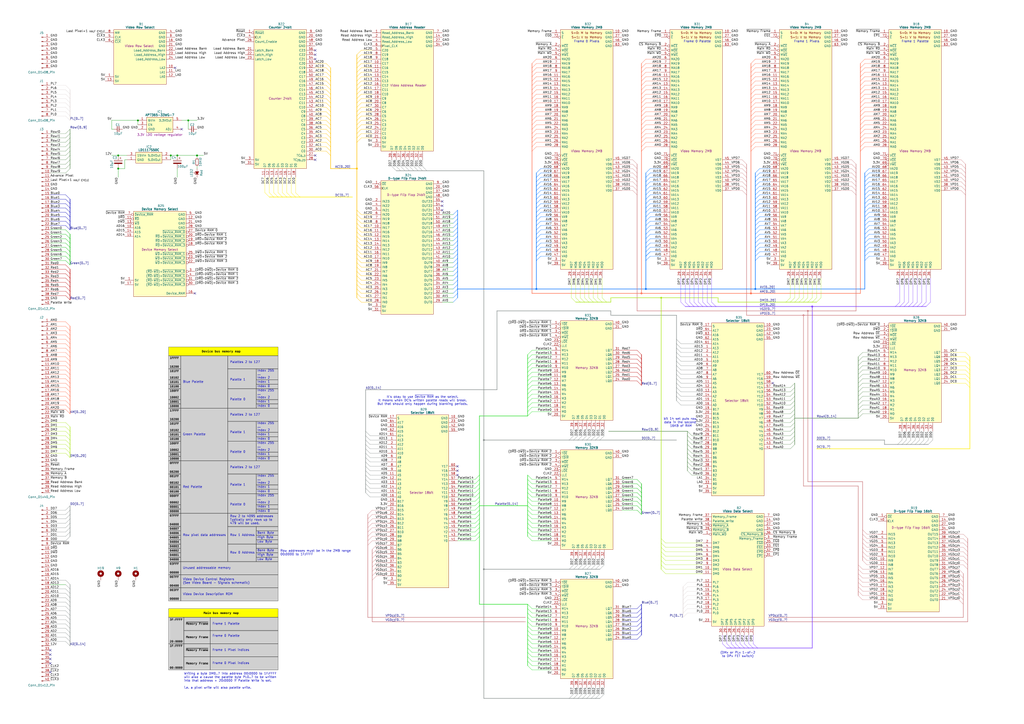
<source format=kicad_sch>
(kicad_sch (version 20250114) (generator "eeschema") (generator_version "9.0")
  (paper "A2")
  (title_block (title "Video Board - Memory") (date "2024-08-31") (rev "V0"))
  (lib_symbols
    (symbol "Connector:Conn_01x08_Pin" (pin_names (offset 1.016) (hide yes))
      (property "Reference" "J" (at 0 10.16 0))
      (property "Value" "Conn_01x08_Pin" (at 0 -12.7 0))
      (symbol "Conn_01x08_Pin_1_1"
        (pin passive line (at 5.08 7.62 180) (length 3.81) (name "Pin_1") (number "1"))
        (pin passive line (at 5.08 5.08 180) (length 3.81) (name "Pin_2") (number "2"))
        (pin passive line (at 5.08 2.54 180) (length 3.81) (name "Pin_3") (number "3"))
        (pin passive line (at 5.08 0 180) (length 3.81) (name "Pin_4") (number "4"))
        (pin passive line (at 5.08 -2.54 180) (length 3.81) (name "Pin_5") (number "5"))
        (pin passive line (at 5.08 -5.08 180) (length 3.81) (name "Pin_6") (number "6"))
        (pin passive line (at 5.08 -7.62 180) (length 3.81) (name "Pin_7") (number "7"))
        (pin passive line (at 5.08 -10.16 180) (length 3.81) (name "Pin_8") (number "8"))
      )
    )
    (symbol "Connector:Conn_01x40_Pin" (pin_names (offset 1.016) (hide yes))
      (property "Reference" "J" (at 0 50.8 0))
      (property "Value" "Conn_01x40_Pin" (at 0 -53.34 0))
      (symbol "Conn_01x40_Pin_1_1"
        (pin passive line (at 5.08 48.26 180) (length 3.81) (name "Pin_1") (number "1"))
        (pin passive line (at 5.08 45.72 180) (length 3.81) (name "Pin_2") (number "2"))
        (pin passive line (at 5.08 43.18 180) (length 3.81) (name "Pin_3") (number "3"))
        (pin passive line (at 5.08 40.64 180) (length 3.81) (name "Pin_4") (number "4"))
        (pin passive line (at 5.08 38.1 180) (length 3.81) (name "Pin_5") (number "5"))
        (pin passive line (at 5.08 35.56 180) (length 3.81) (name "Pin_6") (number "6"))
        (pin passive line (at 5.08 33.02 180) (length 3.81) (name "Pin_7") (number "7"))
        (pin passive line (at 5.08 30.48 180) (length 3.81) (name "Pin_8") (number "8"))
        (pin passive line (at 5.08 27.94 180) (length 3.81) (name "Pin_9") (number "9"))
        (pin passive line (at 5.08 25.4 180) (length 3.81) (name "Pin_10") (number "10"))
        (pin passive line (at 5.08 22.86 180) (length 3.81) (name "Pin_11") (number "11"))
        (pin passive line (at 5.08 20.32 180) (length 3.81) (name "Pin_12") (number "12"))
        (pin passive line (at 5.08 17.78 180) (length 3.81) (name "Pin_13") (number "13"))
        (pin passive line (at 5.08 15.24 180) (length 3.81) (name "Pin_14") (number "14"))
        (pin passive line (at 5.08 12.7 180) (length 3.81) (name "Pin_15") (number "15"))
        (pin passive line (at 5.08 10.16 180) (length 3.81) (name "Pin_16") (number "16"))
        (pin passive line (at 5.08 7.62 180) (length 3.81) (name "Pin_17") (number "17"))
        (pin passive line (at 5.08 5.08 180) (length 3.81) (name "Pin_18") (number "18"))
        (pin passive line (at 5.08 2.54 180) (length 3.81) (name "Pin_19") (number "19"))
        (pin passive line (at 5.08 0 180) (length 3.81) (name "Pin_20") (number "20"))
        (pin passive line (at 5.08 -2.54 180) (length 3.81) (name "Pin_21") (number "21"))
        (pin passive line (at 5.08 -5.08 180) (length 3.81) (name "Pin_22") (number "22"))
        (pin passive line (at 5.08 -7.62 180) (length 3.81) (name "Pin_23") (number "23"))
        (pin passive line (at 5.08 -10.16 180) (length 3.81) (name "Pin_24") (number "24"))
        (pin passive line (at 5.08 -12.7 180) (length 3.81) (name "Pin_25") (number "25"))
        (pin passive line (at 5.08 -15.24 180) (length 3.81) (name "Pin_26") (number "26"))
        (pin passive line (at 5.08 -17.78 180) (length 3.81) (name "Pin_27") (number "27"))
        (pin passive line (at 5.08 -20.32 180) (length 3.81) (name "Pin_28") (number "28"))
        (pin passive line (at 5.08 -22.86 180) (length 3.81) (name "Pin_29") (number "29"))
        (pin passive line (at 5.08 -25.4 180) (length 3.81) (name "Pin_30") (number "30"))
        (pin passive line (at 5.08 -27.94 180) (length 3.81) (name "Pin_31") (number "31"))
        (pin passive line (at 5.08 -30.48 180) (length 3.81) (name "Pin_32") (number "32"))
        (pin passive line (at 5.08 -33.02 180) (length 3.81) (name "Pin_33") (number "33"))
        (pin passive line (at 5.08 -35.56 180) (length 3.81) (name "Pin_34") (number "34"))
        (pin passive line (at 5.08 -38.1 180) (length 3.81) (name "Pin_35") (number "35"))
        (pin passive line (at 5.08 -40.64 180) (length 3.81) (name "Pin_36") (number "36"))
        (pin passive line (at 5.08 -43.18 180) (length 3.81) (name "Pin_37") (number "37"))
        (pin passive line (at 5.08 -45.72 180) (length 3.81) (name "Pin_38") (number "38"))
        (pin passive line (at 5.08 -48.26 180) (length 3.81) (name "Pin_39") (number "39"))
        (pin passive line (at 5.08 -50.8 180) (length 3.81) (name "Pin_40") (number "40"))
      )
    )
    (symbol "Diodes_Inc:AP7365-33WG-7" (pin_names (offset 0.762))
      (property "Reference" "IC" (at 12.7 5.08 0))
      (property "Value" "AP7365-33WG-7" (at 12.7 3.175 0))
      (property "Description" "3.3V LDO voltage regulator" (at 12.7 -8.255 0))
      (symbol "AP7365-33WG-7_0_0"
        (pin input line (at 0 -2.54 0) (length 5.08) (name "EN") (number "3"))
        (pin passive line (at 0 -5.08 0) (length 5.08) (name "GND") (number "2"))
        (pin passive line (at 25.4 -5.08 180) (length 5.08) (name "ADJ") (number "4"))
      )
      (symbol "AP7365-33WG-7_1_0"
        (pin passive line (at 0 0 0) (length 5.08) (name "6VIn") (number "1"))
        (pin passive line (at 25.4 0 180) (length 5.08) (name "3.3VOut") (number "5"))
      )
    )
    (symbol "HCP65:C_0805" (pin_numbers (hide yes)) (pin_names (offset 0.254) (hide yes))
      (property "Reference" "C" (at 2.286 2.54 0))
      (property "Value" "?μF" (at 2.54 -2.54 0))
      (symbol "C_0805_1_1"
        (pin passive line (at 0 0 0) (length 2.032) (name "~") (number "1"))
        (pin passive line (at 5.08 0 180) (length 2.032) (name "~") (number "2"))
      )
    )
    (symbol "HCP65:C_Radial_D4.0mm_P2.00mm" (pin_numbers (hide yes)) (pin_names (offset 0.254))
      (property "Reference" "C" (at 0.635 2.54 0))
      (property "Value" "?μF" (at 0.635 -2.54 0))
      (symbol "C_Radial_D4.0mm_P2.00mm_1_1"
        (pin passive line (at 0 3.81 270) (length 2.794) (name "~") (number "1"))
        (pin passive line (at 0 -3.81 90) (length 2.794) (name "~") (number "2"))
      )
    )
    (symbol "HCP65:Counter_24bit"
      (property "Reference" "B" (at 15.875 5.08 0))
      (property "Value" "Counter 24bit" (at 15.24 3.175 0))
      (property "Description" "Counter 24bit" (at 15.24 -38.1 0))
      (symbol "Counter_24bit_1_0"
        (pin passive line (at 35.56 -7.62 180) (length 5.08) (name "GND") (number "37"))
        (pin output line (at 35.56 -10.16 180) (length 5.08) (name "C23") (number "56"))
        (pin output line (at 35.56 -12.7 180) (length 5.08) (name "C22") (number "55"))
        (pin output line (at 35.56 -15.24 180) (length 5.08) (name "C21") (number "54"))
        (pin output line (at 35.56 -35.56 180) (length 5.08) (name "C13") (number "45"))
        (pin output line (at 35.56 -50.8 180) (length 5.08) (name "C7") (number "39"))
        (pin output line (at 35.56 -53.34 180) (length 5.08) (name "C6") (number "38"))
        (pin output line (at 35.56 -55.88 180) (length 5.08) (name "C5") (number "36"))
        (pin output line (at 35.56 -60.96 180) (length 5.08) (name "C3") (number "34"))
        (pin output line (at 35.56 -63.5 180) (length 5.08) (name "C2") (number "33"))
        (pin output line (at 35.56 -66.04 180) (length 5.08) (name "C1") (number "32"))
      )
      (symbol "Counter_24bit_1_1"
        (pin input inverted (at -5.08 0 0) (length 5.08) (name "~{Reset}") (number "1"))
        (pin input clock (at -5.08 -2.54 0) (length 5.08) (name "CLK") (number "4"))
        (pin input line (at -5.08 -5.08 0) (length 5.08) (name "Count_Enable") (number "26"))
        (pin input line (at -5.08 -10.16 0) (length 5.08) (name "Latch_Bank") (number "21"))
        (pin input line (at -5.08 -12.7 0) (length 5.08) (name "Latch_High") (number "22"))
        (pin input line (at -5.08 -15.24 0) (length 5.08) (name "Latch_Low") (number "23"))
        (pin no_connect line (at -5.08 -48.26 0) (length 5.08) (hide yes) (name "N.C.") (number "2"))
        (pin no_connect line (at -5.08 -50.8 0) (length 5.08) (hide yes) (name "N.C.") (number "5"))
        (pin no_connect line (at -5.08 -53.34 0) (length 5.08) (hide yes) (name "N.C.") (number "6"))
        (pin no_connect line (at -5.08 -55.88 0) (length 5.08) (hide yes) (name "N.C.") (number "7"))
        (pin no_connect line (at -5.08 -58.42 0) (length 5.08) (hide yes) (name "N.C.") (number "8"))
        (pin no_connect line (at -5.08 -60.96 0) (length 5.08) (hide yes) (name "N.C.") (number "10"))
        (pin no_connect line (at -5.08 -63.5 0) (length 5.08) (hide yes) (name "N.C.") (number "19"))
        (pin no_connect line (at -5.08 -66.04 0) (length 5.08) (hide yes) (name "N.C.") (number "24"))
        (pin no_connect line (at -5.08 -68.58 0) (length 5.08) (hide yes) (name "N.C.") (number "25"))
        (pin no_connect line (at -5.08 -71.12 0) (length 5.08) (hide yes) (name "N.C.") (number "29"))
        (pin passive line (at -5.08 -73.66 0) (length 5.08) (name "5V") (number "3"))
        (pin passive line (at -5.08 -76.2 0) (length 5.08) (name "5V") (number "31"))
        (pin tri_state line (at 6.35 -83.82 90) (length 5.08) (name "D7") (number "11"))
        (pin tri_state line (at 8.89 -83.82 90) (length 5.08) (name "D6") (number "12"))
        (pin tri_state line (at 11.43 -83.82 90) (length 5.08) (name "D5") (number "13"))
        (pin tri_state line (at 13.97 -83.82 90) (length 5.08) (name "D4") (number "14"))
        (pin tri_state line (at 16.51 -83.82 90) (length 5.08) (name "D3") (number "15"))
        (pin tri_state line (at 19.05 -83.82 90) (length 5.08) (name "D2") (number "16"))
        (pin tri_state line (at 21.59 -83.82 90) (length 5.08) (name "D1") (number "17"))
        (pin tri_state line (at 24.13 -83.82 90) (length 5.08) (name "D0") (number "18"))
        (pin passive line (at 35.56 0 180) (length 5.08) (name "GND") (number "9"))
        (pin passive line (at 35.56 -2.54 180) (length 5.08) (name "GND") (number "20"))
        (pin passive line (at 35.56 -5.08 180) (length 5.08) (name "GND") (number "48"))
        (pin output line (at 35.56 -17.78 180) (length 5.08) (name "C20") (number "53"))
        (pin output line (at 35.56 -20.32 180) (length 5.08) (name "C19") (number "52"))
        (pin output line (at 35.56 -22.86 180) (length 5.08) (name "C18") (number "51"))
        (pin output line (at 35.56 -25.4 180) (length 5.08) (name "C17") (number "50"))
        (pin output line (at 35.56 -27.94 180) (length 5.08) (name "C16") (number "49"))
        (pin output line (at 35.56 -30.48 180) (length 5.08) (name "C15") (number "47"))
        (pin output line (at 35.56 -33.02 180) (length 5.08) (name "C14") (number "46"))
        (pin output line (at 35.56 -38.1 180) (length 5.08) (name "C12") (number "44"))
        (pin output line (at 35.56 -40.64 180) (length 5.08) (name "C11") (number "43"))
        (pin output line (at 35.56 -43.18 180) (length 5.08) (name "C10") (number "42"))
        (pin output line (at 35.56 -45.72 180) (length 5.08) (name "C9") (number "41"))
        (pin output line (at 35.56 -48.26 180) (length 5.08) (name "C8") (number "40"))
        (pin output line (at 35.56 -58.42 180) (length 5.08) (name "C4") (number "35"))
        (pin output line (at 35.56 -68.58 180) (length 5.08) (name "C0") (number "30"))
        (pin output line (at 35.56 -71.12 180) (length 5.08) (name "TC_{0..3}") (number "27"))
        (pin output line (at 35.56 -73.66 180) (length 5.08) (name "TC_{20..23}") (number "28"))
      )
    )
    (symbol "HCP65:D_Flip_Flop_16bit"
      (property "Reference" "B" (at 15.875 5.08 0))
      (property "Value" "D-type Flip Flop 16bit" (at 15.24 3.175 0))
      (property "Description" "D-type Flip Flop 16bit" (at 13.97 -6.35 0))
      (symbol "D_Flip_Flop_16bit_1_0"
        (pin passive line (at 35.56 -7.62 180) (length 5.08) (name "GND") (number "34"))
        (pin tri_state line (at 35.56 -10.16 180) (length 5.08) (name "OUT15") (number "39"))
        (pin tri_state line (at 35.56 -12.7 180) (length 5.08) (name "OUT14") (number "38"))
        (pin tri_state line (at 35.56 -15.24 180) (length 5.08) (name "OUT13") (number "37"))
        (pin tri_state line (at 35.56 -17.78 180) (length 5.08) (name "OUT12") (number "36"))
        (pin tri_state line (at 35.56 -20.32 180) (length 5.08) (name "OUT11") (number "35"))
        (pin tri_state line (at 35.56 -22.86 180) (length 5.08) (name "OUT10") (number "33"))
        (pin tri_state line (at 35.56 -25.4 180) (length 5.08) (name "OUT9") (number "32"))
      )
      (symbol "D_Flip_Flop_16bit_1_1"
        (pin input inverted (at -5.08 0 0) (length 5.08) (name "~{OE}") (number "1"))
        (pin input clock (at -5.08 -2.54 0) (length 5.08) (name "CLK") (number "40"))
        (pin input line (at -5.08 -10.16 0) (length 5.08) (name "IN15") (number "2"))
        (pin input line (at -5.08 -12.7 0) (length 5.08) (name "IN14") (number "4"))
        (pin input line (at -5.08 -15.24 0) (length 5.08) (name "IN13") (number "5"))
        (pin input line (at -5.08 -17.78 0) (length 5.08) (name "IN12") (number "6"))
        (pin input line (at -5.08 -20.32 0) (length 5.08) (name "IN11") (number "8"))
        (pin input line (at -5.08 -22.86 0) (length 5.08) (name "IN10") (number "9"))
        (pin input line (at -5.08 -25.4 0) (length 5.08) (name "IN9") (number "10"))
        (pin input line (at -5.08 -27.94 0) (length 5.08) (name "IN8") (number "11"))
        (pin input line (at -5.08 -30.48 0) (length 5.08) (name "IN7") (number "12"))
        (pin input line (at -5.08 -33.02 0) (length 5.08) (name "IN6") (number "13"))
        (pin input line (at -5.08 -35.56 0) (length 5.08) (name "IN5") (number "15"))
        (pin input line (at -5.08 -38.1 0) (length 5.08) (name "IN4") (number "16"))
        (pin input line (at -5.08 -40.64 0) (length 5.08) (name "IN3") (number "17"))
        (pin input line (at -5.08 -43.18 0) (length 5.08) (name "IN2") (number "18"))
        (pin input line (at -5.08 -45.72 0) (length 5.08) (name "IN1") (number "19"))
        (pin input line (at -5.08 -48.26 0) (length 5.08) (name "IN0") (number "20"))
        (pin passive line (at -5.08 -50.8 0) (length 5.08) (name "5V") (number "3"))
        (pin passive line (at -5.08 -53.34 0) (length 5.08) (name "5V") (number "23"))
        (pin passive line (at 35.56 0 180) (length 5.08) (name "GND") (number "7"))
        (pin passive line (at 35.56 -2.54 180) (length 5.08) (name "GND") (number "14"))
        (pin passive line (at 35.56 -5.08 180) (length 5.08) (name "GND") (number "27"))
        (pin tri_state line (at 35.56 -27.94 180) (length 5.08) (name "OUT8") (number "31"))
        (pin tri_state line (at 35.56 -30.48 180) (length 5.08) (name "OUT7") (number "30"))
        (pin tri_state line (at 35.56 -33.02 180) (length 5.08) (name "OUT6") (number "29"))
        (pin tri_state line (at 35.56 -35.56 180) (length 5.08) (name "OUT5") (number "28"))
        (pin tri_state line (at 35.56 -38.1 180) (length 5.08) (name "OUT4") (number "26"))
        (pin tri_state line (at 35.56 -40.64 180) (length 5.08) (name "OUT3") (number "25"))
        (pin tri_state line (at 35.56 -43.18 180) (length 5.08) (name "OUT2") (number "24"))
        (pin tri_state line (at 35.56 -45.72 180) (length 5.08) (name "OUT1") (number "22"))
        (pin tri_state line (at 35.56 -48.26 180) (length 5.08) (name "OUT0") (number "21"))
      )
    )
    (symbol "HCP65:D_Flip_Flop_24bit"
      (property "Reference" "B" (at 15.875 5.08 0))
      (property "Value" "D-type Flip Flop 24bit" (at 15.24 3.175 0))
      (property "Description" "D-type Flip Flop 24bit" (at 14.605 -6.35 0))
      (symbol "D_Flip_Flop_24bit_1_0"
        (pin input clock (at -5.08 -2.54 0) (length 5.08) (name "CLK") (number "56"))
        (pin passive line (at 35.56 -5.08 180) (length 5.08) (name "GND") (number "37"))
        (pin tri_state line (at 35.56 -12.7 180) (length 5.08) (name "OUT22") (number "54"))
        (pin tri_state line (at 35.56 -33.02 180) (length 5.08) (name "OUT14") (number "45"))
        (pin tri_state line (at 35.56 -48.26 180) (length 5.08) (name "OUT8") (number "39"))
        (pin tri_state line (at 35.56 -50.8 180) (length 5.08) (name "OUT7") (number "38"))
        (pin tri_state line (at 35.56 -53.34 180) (length 5.08) (name "OUT6") (number "36"))
        (pin tri_state line (at 35.56 -58.42 180) (length 5.08) (name "OUT4") (number "34"))
        (pin tri_state line (at 35.56 -60.96 180) (length 5.08) (name "OUT3") (number "33"))
        (pin tri_state line (at 35.56 -63.5 180) (length 5.08) (name "OUT2") (number "32"))
      )
      (symbol "D_Flip_Flop_24bit_1_1"
        (pin input inverted (at -5.08 0 0) (length 5.08) (name "~{OE}") (number "1"))
        (pin input line (at -5.08 -10.16 0) (length 5.08) (name "IN23") (number "2"))
        (pin input line (at -5.08 -12.7 0) (length 5.08) (name "IN22") (number "4"))
        (pin input line (at -5.08 -15.24 0) (length 5.08) (name "IN21") (number "5"))
        (pin input line (at -5.08 -17.78 0) (length 5.08) (name "IN20") (number "6"))
        (pin input line (at -5.08 -20.32 0) (length 5.08) (name "IN19") (number "7"))
        (pin input line (at -5.08 -22.86 0) (length 5.08) (name "IN18") (number "8"))
        (pin input line (at -5.08 -25.4 0) (length 5.08) (name "IN17") (number "10"))
        (pin input line (at -5.08 -27.94 0) (length 5.08) (name "IN16") (number "11"))
        (pin input line (at -5.08 -30.48 0) (length 5.08) (name "IN15") (number "12"))
        (pin input line (at -5.08 -33.02 0) (length 5.08) (name "IN14") (number "13"))
        (pin input line (at -5.08 -35.56 0) (length 5.08) (name "IN13") (number "14"))
        (pin input line (at -5.08 -38.1 0) (length 5.08) (name "IN12") (number "15"))
        (pin input line (at -5.08 -40.64 0) (length 5.08) (name "IN11") (number "16"))
        (pin input line (at -5.08 -43.18 0) (length 5.08) (name "IN10") (number "17"))
        (pin input line (at -5.08 -45.72 0) (length 5.08) (name "IN9") (number "18"))
        (pin input line (at -5.08 -48.26 0) (length 5.08) (name "IN8") (number "19"))
        (pin input line (at -5.08 -50.8 0) (length 5.08) (name "IN7") (number "21"))
        (pin input line (at -5.08 -53.34 0) (length 5.08) (name "IN6") (number "22"))
        (pin input line (at -5.08 -55.88 0) (length 5.08) (name "IN5") (number "23"))
        (pin input line (at -5.08 -58.42 0) (length 5.08) (name "IN4") (number "24"))
        (pin input line (at -5.08 -60.96 0) (length 5.08) (name "IN3") (number "25"))
        (pin input line (at -5.08 -63.5 0) (length 5.08) (name "IN2") (number "26"))
        (pin input line (at -5.08 -66.04 0) (length 5.08) (name "IN1") (number "27"))
        (pin input line (at -5.08 -68.58 0) (length 5.08) (name "IN0") (number "28"))
        (pin passive line (at -5.08 -71.12 0) (length 5.08) (name "5V") (number "3"))
        (pin passive line (at -5.08 -73.66 0) (length 5.08) (name "5V") (number "31"))
        (pin passive line (at 35.56 0 180) (length 5.08) (name "GND") (number "9"))
        (pin passive line (at 35.56 -2.54 180) (length 5.08) (name "GND") (number "20"))
        (pin passive line (at 35.56 -7.62 180) (length 5.08) (name "GND") (number "48"))
        (pin tri_state line (at 35.56 -10.16 180) (length 5.08) (name "OUT23") (number "55"))
        (pin tri_state line (at 35.56 -15.24 180) (length 5.08) (name "OUT21") (number "53"))
        (pin tri_state line (at 35.56 -17.78 180) (length 5.08) (name "OUT20") (number "52"))
        (pin tri_state line (at 35.56 -20.32 180) (length 5.08) (name "OUT19") (number "51"))
        (pin tri_state line (at 35.56 -22.86 180) (length 5.08) (name "OUT18") (number "50"))
        (pin tri_state line (at 35.56 -25.4 180) (length 5.08) (name "OUT17") (number "49"))
        (pin tri_state line (at 35.56 -27.94 180) (length 5.08) (name "OUT16") (number "47"))
        (pin tri_state line (at 35.56 -30.48 180) (length 5.08) (name "OUT15") (number "46"))
        (pin tri_state line (at 35.56 -35.56 180) (length 5.08) (name "OUT13") (number "44"))
        (pin tri_state line (at 35.56 -38.1 180) (length 5.08) (name "OUT12") (number "43"))
        (pin tri_state line (at 35.56 -40.64 180) (length 5.08) (name "OUT11") (number "42"))
        (pin tri_state line (at 35.56 -43.18 180) (length 5.08) (name "OUT10") (number "41"))
        (pin tri_state line (at 35.56 -45.72 180) (length 5.08) (name "OUT9") (number "40"))
        (pin tri_state line (at 35.56 -55.88 180) (length 5.08) (name "OUT5") (number "35"))
        (pin tri_state line (at 35.56 -66.04 180) (length 5.08) (name "OUT1") (number "30"))
        (pin tri_state line (at 35.56 -68.58 180) (length 5.08) (name "OUT0") (number "29"))
      )
    )
    (symbol "HCP65:Device_Memory_Select"
      (property "Reference" "B" (at 15.875 5.08 0))
      (property "Value" "Device Memory Select" (at 15.24 3.175 0))
      (property "Description" "Device Memory Select" (at 15.24 -20.32 0))
      (symbol "Device_Memory_Select_1_0"
        (pin input inverted (at -5.08 0 0) (length 5.08) (name "~{Device_RAM}") (number "7"))
      )
      (symbol "Device_Memory_Select_1_1"
        (pin input inverted (at -5.08 -2.54 0) (length 5.08) (name "~{RD}") (number "11"))
        (pin input inverted (at -5.08 -5.08 0) (length 5.08) (name "~{WD}") (number "13"))
        (pin input line (at -5.08 -7.62 0) (length 5.08) (name "A16") (number "10"))
        (pin input line (at -5.08 -10.16 0) (length 5.08) (name "A15") (number "14"))
        (pin input line (at -5.08 -12.7 0) (length 5.08) (name "A14") (number "15"))
        (pin no_connect line (at -5.08 -17.78 0) (length 5.08) (hide yes) (name "N.C.") (number "2"))
        (pin no_connect line (at -5.08 -20.32 0) (length 5.08) (hide yes) (name "N.C.") (number "6"))
        (pin no_connect line (at -5.08 -22.86 0) (length 5.08) (hide yes) (name "N.C.") (number "8"))
        (pin no_connect line (at -5.08 -25.4 0) (length 5.08) (hide yes) (name "N.C.") (number "9"))
        (pin no_connect line (at -5.08 -27.94 0) (length 5.08) (hide yes) (name "N.C.") (number "24"))
        (pin no_connect line (at -5.08 -30.48 0) (length 5.08) (hide yes) (name "N.C.") (number "26"))
        (pin no_connect line (at -5.08 -33.02 0) (length 5.08) (hide yes) (name "N.C.") (number "29"))
        (pin no_connect line (at -5.08 -35.56 0) (length 5.08) (hide yes) (name "N.C.") (number "32"))
        (pin passive line (at -5.08 -38.1 0) (length 5.08) (name "5V") (number "1"))
        (pin passive line (at -5.08 -40.64 0) (length 5.08) (name "5V") (number "17"))
        (pin passive line (at 35.56 0 180) (length 5.08) (name "GND") (number "5"))
        (pin passive line (at 35.56 -2.54 180) (length 5.08) (name "GND") (number "12"))
        (pin passive line (at 35.56 -5.08 180) (length 5.08) (name "GND") (number "21"))
        (pin passive line (at 35.56 -7.62 180) (length 5.08) (name "GND") (number "28"))
        (pin output inverted (at 35.56 -10.16 180) (length 5.08) (name "~{Device_RAM_0}") (number "27"))
        (pin output inverted (at 35.56 -12.7 180) (length 5.08) (name "~{RD}+~{Device_RAM_1}") (number "20"))
        (pin output inverted (at 35.56 -15.24 180) (length 5.08) (name "~{RD}+~{Device_RAM_2}") (number "19"))
        (pin output inverted (at 35.56 -17.78 180) (length 5.08) (name "~{RD}+~{Device_RAM_3}") (number "18"))
        (pin output inverted (at 35.56 -22.86 180) (length 5.08) (name "~{WD}+~{Device_RAM_1}") (number "25"))
        (pin output inverted (at 35.56 -25.4 180) (length 5.08) (name "~{WD}+~{Device_RAM_2}") (number "23"))
        (pin output inverted (at 35.56 -27.94 180) (length 5.08) (name "~{WD}+~{Device_RAM_3}") (number "22"))
        (pin output inverted (at 35.56 -33.02 180) (length 5.08) (name "(~{RD}·~{WD})+~{Device_RAM_0}") (number "3"))
        (pin output inverted (at 35.56 -35.56 180) (length 5.08) (name "(~{RD}·~{WD})+~{Device_RAM_1}") (number "4"))
        (pin output inverted (at 35.56 -38.1 180) (length 5.08) (name "(~{RD}·~{WD})+~{Device_RAM_2}") (number "31"))
        (pin output inverted (at 35.56 -40.64 180) (length 5.08) (name "(~{RD}·~{WD})+~{Device_RAM_3}") (number "30"))
        (pin output line (at 35.56 -45.72 180) (length 5.08) (name "Device_RAM") (number "16"))
      )
    )
    (symbol "HCP65:LED" (pin_numbers (hide yes)) (pin_names (offset 0.254) (hide yes))
      (property "Reference" "LED" (at 0 3.175 0))
      (property "Value" "Colour" (at 0 -2.54 0))
      (symbol "LED_1_1"
        (pin passive line (at -2.54 0 0) (length 1.778) (name "K") (number "1"))
        (pin passive line (at 2.54 0 180) (length 1.778) (name "A") (number "2"))
      )
    )
    (symbol "HCP65:Memory_32KB"
      (property "Reference" "B" (at 15.875 5.08 0))
      (property "Value" "Memory 32KB" (at 15.24 3.175 0))
      (property "Description" "Memory 32KB" (at 15.24 -25.4 0))
      (symbol "Memory_32KB_0_0"
        (pin tri_state line (at 10.16 -60.96 90) (length 5.08) (name "D6") (number "38"))
        (pin tri_state line (at 12.7 -60.96 90) (length 5.08) (name "D5") (number "37"))
        (pin tri_state line (at 15.24 -60.96 90) (length 5.08) (name "D4") (number "36"))
        (pin tri_state line (at 17.78 -60.96 90) (length 5.08) (name "D3") (number "35"))
        (pin tri_state line (at 20.32 -60.96 90) (length 5.08) (name "D2") (number "34"))
        (pin tri_state line (at 22.86 -60.96 90) (length 5.08) (name "D1") (number "33"))
        (pin tri_state line (at 25.4 -60.96 90) (length 5.08) (name "D0") (number "32"))
      )
      (symbol "Memory_32KB_1_0"
        (pin tri_state line (at 7.62 -60.96 90) (length 5.08) (name "D7") (number "39"))
      )
      (symbol "Memory_32KB_1_1"
        (pin input inverted (at -5.08 0 0) (length 5.08) (name "T~{OE}") (number "1"))
        (pin input inverted (at -5.08 -2.54 0) (length 5.08) (name "T~{DIR}") (number "2"))
        (pin input inverted (at -5.08 -5.08 0) (length 5.08) (name "M~{OE}") (number "3"))
        (pin input inverted (at -5.08 -7.62 0) (length 5.08) (name "M~{WE}") (number "4"))
        (pin input inverted (at -5.08 -10.16 0) (length 5.08) (name "L~{OE}") (number "23"))
        (pin input inverted (at -5.08 -12.7 0) (length 5.08) (name "LLE") (number "22"))
        (pin input line (at -5.08 -15.24 0) (length 5.08) (name "M14") (number "5"))
        (pin input line (at -5.08 -17.78 0) (length 5.08) (name "M13") (number "6"))
        (pin input line (at -5.08 -20.32 0) (length 5.08) (name "M12") (number "7"))
        (pin input line (at -5.08 -22.86 0) (length 5.08) (name "M11") (number "8"))
        (pin input line (at -5.08 -25.4 0) (length 5.08) (name "M10") (number "9"))
        (pin input line (at -5.08 -27.94 0) (length 5.08) (name "M9") (number "10"))
        (pin input line (at -5.08 -30.48 0) (length 5.08) (name "M8") (number "11"))
        (pin input line (at -5.08 -33.02 0) (length 5.08) (name "M7") (number "12"))
        (pin input line (at -5.08 -35.56 0) (length 5.08) (name "M6") (number "13"))
        (pin input line (at -5.08 -38.1 0) (length 5.08) (name "M5") (number "14"))
        (pin input line (at -5.08 -40.64 0) (length 5.08) (name "M4") (number "15"))
        (pin input line (at -5.08 -43.18 0) (length 5.08) (name "M3") (number "16"))
        (pin input line (at -5.08 -45.72 0) (length 5.08) (name "M2") (number "17"))
        (pin input line (at -5.08 -48.26 0) (length 5.08) (name "M1") (number "18"))
        (pin input line (at -5.08 -50.8 0) (length 5.08) (name "M0") (number "19"))
        (pin passive line (at -5.08 -53.34 0) (length 5.08) (name "5V") (number "20"))
        (pin passive line (at 35.56 0 180) (length 5.08) (name "GND") (number "40"))
        (pin passive line (at 35.56 -2.54 180) (length 5.08) (name "GND") (number "21"))
        (pin tri_state line (at 35.56 -15.24 180) (length 5.08) (name "LQ7") (number "31"))
        (pin tri_state line (at 35.56 -17.78 180) (length 5.08) (name "LQ6") (number "30"))
        (pin tri_state line (at 35.56 -20.32 180) (length 5.08) (name "LQ5") (number "29"))
        (pin tri_state line (at 35.56 -22.86 180) (length 5.08) (name "LQ4") (number "28"))
        (pin tri_state line (at 35.56 -25.4 180) (length 5.08) (name "LQ3") (number "27"))
        (pin tri_state line (at 35.56 -27.94 180) (length 5.08) (name "LQ2") (number "26"))
        (pin tri_state line (at 35.56 -30.48 180) (length 5.08) (name "LQ1") (number "25"))
        (pin tri_state line (at 35.56 -33.02 180) (length 5.08) (name "LQ0") (number "24"))
      )
    )
    (symbol "HCP65:MountingHole_Pad" (pin_numbers (hide yes)) (pin_names (offset 1.016) (hide yes))
      (property "Reference" "H" (at 0 4.445 0))
      (symbol "MountingHole_Pad_1_1"
        (pin passive line (at 0 -2.54 90) (length 2.54) (name "GND") (number "1"))
      )
    )
    (symbol "HCP65:R_0805" (pin_numbers (hide yes)) (pin_names (hide yes))
      (property "Reference" "R" (at 2.54 1.778 0))
      (property "Value" "?Ω" (at 2.54 -1.905 0))
      (symbol "R_0805_1_1"
        (pin passive line (at 0 0 0) (length 0.72) (name "~") (number "1"))
        (pin passive line (at 5.08 0 180) (length 0.72) (name "~") (number "2"))
      )
    )
    (symbol "HCP65:Selector 18bit"
      (property "Reference" "B" (at 15.875 5.08 0))
      (property "Value" "Selector 18bit" (at 15.24 3.175 0))
      (property "Description" "Selector 18bit" (at 14.605 -43.18 0))
      (symbol "Selector 18bit_1_0"
        (pin input line (at -5.08 -10.16 0) (length 5.08) (name "A14") (number "61"))
        (pin input line (at -5.08 -78.74 0) (length 5.08) (name "B5") (number "32"))
        (pin input line (at -5.08 -81.28 0) (length 5.08) (name "B4") (number "38"))
        (pin input line (at -5.08 -83.82 0) (length 5.08) (name "B3") (number "37"))
        (pin input line (at -5.08 -86.36 0) (length 5.08) (name "B2") (number "36"))
        (pin input line (at -5.08 -88.9 0) (length 5.08) (name "B1") (number "34"))
        (pin input line (at -5.08 -91.44 0) (length 5.08) (name "B0") (number "33"))
        (pin output line (at 35.56 -27.94 180) (length 5.08) (name "Y17") (number "60"))
        (pin output line (at 35.56 -30.48 180) (length 5.08) (name "Y16") (number "59"))
        (pin output line (at 35.56 -33.02 180) (length 5.08) (name "Y15") (number "58"))
        (pin output line (at 35.56 -35.56 180) (length 5.08) (name "Y14") (number "57"))
        (pin output line (at 35.56 -38.1 180) (length 5.08) (name "Y13") (number "56"))
        (pin output line (at 35.56 -40.64 180) (length 5.08) (name "Y12") (number "54"))
        (pin output line (at 35.56 -63.5 180) (length 5.08) (name "Y3") (number "45"))
        (pin no_connect line (at 35.56 -93.98 180) (length 5.08) (hide yes) (name "N.C.") (number "39"))
      )
      (symbol "Selector 18bit_1_1"
        (pin input line (at -5.08 0 0) (length 5.08) (name "S") (number "17"))
        (pin input line (at -5.08 -2.54 0) (length 5.08) (name "A17") (number "64"))
        (pin input line (at -5.08 -5.08 0) (length 5.08) (name "A16") (number "63"))
        (pin input line (at -5.08 -7.62 0) (length 5.08) (name "A15") (number "62"))
        (pin input line (at -5.08 -12.7 0) (length 5.08) (name "A13") (number "1"))
        (pin input line (at -5.08 -15.24 0) (length 5.08) (name "A12") (number "2"))
        (pin input line (at -5.08 -17.78 0) (length 5.08) (name "A11") (number "4"))
        (pin input line (at -5.08 -20.32 0) (length 5.08) (name "A10") (number "5"))
        (pin input line (at -5.08 -22.86 0) (length 5.08) (name "A9") (number "6"))
        (pin input line (at -5.08 -25.4 0) (length 5.08) (name "A8") (number "7"))
        (pin input line (at -5.08 -27.94 0) (length 5.08) (name "A7") (number "8"))
        (pin input line (at -5.08 -30.48 0) (length 5.08) (name "A6") (number "9"))
        (pin input line (at -5.08 -33.02 0) (length 5.08) (name "A5") (number "11"))
        (pin input line (at -5.08 -35.56 0) (length 5.08) (name "A4") (number "12"))
        (pin input line (at -5.08 -38.1 0) (length 5.08) (name "A3") (number "13"))
        (pin input line (at -5.08 -40.64 0) (length 5.08) (name "A2") (number "14"))
        (pin input line (at -5.08 -43.18 0) (length 5.08) (name "A1") (number "15"))
        (pin input line (at -5.08 -45.72 0) (length 5.08) (name "A0") (number "16"))
        (pin input line (at -5.08 -48.26 0) (length 5.08) (name "B17") (number "19"))
        (pin input line (at -5.08 -50.8 0) (length 5.08) (name "B16") (number "20"))
        (pin input line (at -5.08 -53.34 0) (length 5.08) (name "B15") (number "21"))
        (pin input line (at -5.08 -55.88 0) (length 5.08) (name "B14") (number "22"))
        (pin input line (at -5.08 -58.42 0) (length 5.08) (name "B13") (number "24"))
        (pin input line (at -5.08 -60.96 0) (length 5.08) (name "B12") (number "25"))
        (pin input line (at -5.08 -63.5 0) (length 5.08) (name "B11") (number "26"))
        (pin input line (at -5.08 -66.04 0) (length 5.08) (name "B10") (number "27"))
        (pin input line (at -5.08 -68.58 0) (length 5.08) (name "B9") (number "28"))
        (pin input line (at -5.08 -71.12 0) (length 5.08) (name "B8") (number "29"))
        (pin input line (at -5.08 -73.66 0) (length 5.08) (name "B7") (number "30"))
        (pin input line (at -5.08 -76.2 0) (length 5.08) (name "B6") (number "31"))
        (pin passive line (at -5.08 -93.98 0) (length 5.08) (name "5V") (number "3"))
        (pin passive line (at -5.08 -96.52 0) (length 5.08) (name "5V") (number "35"))
        (pin passive line (at 35.56 0 180) (length 5.08) (name "GND") (number "10"))
        (pin passive line (at 35.56 -2.54 180) (length 5.08) (name "GND") (number "23"))
        (pin passive line (at 35.56 -5.08 180) (length 5.08) (name "GND") (number "42"))
        (pin passive line (at 35.56 -7.62 180) (length 5.08) (name "GND") (number "55"))
        (pin output line (at 35.56 -43.18 180) (length 5.08) (name "Y11") (number "53"))
        (pin output line (at 35.56 -45.72 180) (length 5.08) (name "Y10") (number "52"))
        (pin output line (at 35.56 -48.26 180) (length 5.08) (name "Y9") (number "51"))
        (pin output line (at 35.56 -50.8 180) (length 5.08) (name "Y8") (number "50"))
        (pin output line (at 35.56 -53.34 180) (length 5.08) (name "Y7") (number "49"))
        (pin output line (at 35.56 -55.88 180) (length 5.08) (name "Y6") (number "48"))
        (pin output line (at 35.56 -58.42 180) (length 5.08) (name "Y5") (number "47"))
        (pin output line (at 35.56 -60.96 180) (length 5.08) (name "Y4") (number "46"))
        (pin output line (at 35.56 -66.04 180) (length 5.08) (name "Y2") (number "44"))
        (pin output line (at 35.56 -68.58 180) (length 5.08) (name "Y1") (number "43"))
        (pin output line (at 35.56 -71.12 180) (length 5.08) (name "Y0") (number "41"))
        (pin no_connect line (at 35.56 -91.44 180) (length 5.08) (hide yes) (name "N.C.") (number "18"))
        (pin no_connect line (at 35.56 -96.52 180) (length 5.08) (hide yes) (name "N.C.") (number "40"))
      )
    )
    (symbol "HCP65:Video_Address_Reader"
      (property "Reference" "B" (at 15.875 5.08 0))
      (property "Value" "Video Address Reader" (at 15.24 3.175 0))
      (property "Description" "Video Address Reader" (at 15.875 -30.48 0))
      (symbol "Video_Address_Reader_1_0"
        (pin tri_state line (at 6.35 -73.66 90) (length 5.08) (name "D7") (number "39"))
        (pin tri_state line (at 8.89 -73.66 90) (length 5.08) (name "D6") (number "38"))
        (pin tri_state line (at 11.43 -73.66 90) (length 5.08) (name "D5") (number "37"))
        (pin tri_state line (at 13.97 -73.66 90) (length 5.08) (name "D4") (number "36"))
        (pin tri_state line (at 16.51 -73.66 90) (length 5.08) (name "D3") (number "35"))
        (pin tri_state line (at 19.05 -73.66 90) (length 5.08) (name "D2") (number "33"))
        (pin tri_state line (at 21.59 -73.66 90) (length 5.08) (name "D1") (number "32"))
        (pin passive line (at 35.56 -7.62 180) (length 5.08) (name "GND") (number "34"))
      )
      (symbol "Video_Address_Reader_1_1"
        (pin input line (at -5.08 0 0) (length 5.08) (name "Read_Address_Bank") (number "1"))
        (pin input line (at -5.08 -2.54 0) (length 5.08) (name "Read_Address_High") (number "2"))
        (pin input line (at -5.08 -5.08 0) (length 5.08) (name "Read_Address_Low") (number "4"))
        (pin input clock (at -5.08 -7.62 0) (length 5.08) (name "Pixel_CLK") (number "6"))
        (pin input line (at -5.08 -10.16 0) (length 5.08) (name "C20") (number "5"))
        (pin input line (at -5.08 -12.7 0) (length 5.08) (name "C19") (number "8"))
        (pin input line (at -5.08 -15.24 0) (length 5.08) (name "C18") (number "9"))
        (pin input line (at -5.08 -17.78 0) (length 5.08) (name "C17") (number "10"))
        (pin input line (at -5.08 -20.32 0) (length 5.08) (name "C16") (number "11"))
        (pin input line (at -5.08 -22.86 0) (length 5.08) (name "C15") (number "12"))
        (pin input line (at -5.08 -25.4 0) (length 5.08) (name "C14") (number "13"))
        (pin input line (at -5.08 -27.94 0) (length 5.08) (name "C13") (number "15"))
        (pin input line (at -5.08 -30.48 0) (length 5.08) (name "C12") (number "16"))
        (pin input line (at -5.08 -33.02 0) (length 5.08) (name "C11") (number "17"))
        (pin input line (at -5.08 -35.56 0) (length 5.08) (name "C10") (number "18"))
        (pin input line (at -5.08 -38.1 0) (length 5.08) (name "C9") (number "19"))
        (pin input line (at -5.08 -40.64 0) (length 5.08) (name "C8") (number "20"))
        (pin input line (at -5.08 -43.18 0) (length 5.08) (name "C7") (number "30"))
        (pin input line (at -5.08 -45.72 0) (length 5.08) (name "C6") (number "29"))
        (pin input line (at -5.08 -48.26 0) (length 5.08) (name "C5") (number "28"))
        (pin input line (at -5.08 -50.8 0) (length 5.08) (name "C4") (number "26"))
        (pin input line (at -5.08 -53.34 0) (length 5.08) (name "C3") (number "25"))
        (pin input line (at -5.08 -55.88 0) (length 5.08) (name "C2") (number "24"))
        (pin input line (at -5.08 -58.42 0) (length 5.08) (name "C1") (number "22"))
        (pin input line (at -5.08 -60.96 0) (length 5.08) (name "C0") (number "21"))
        (pin passive line (at -5.08 -63.5 0) (length 5.08) (name "5V") (number "3"))
        (pin passive line (at -5.08 -66.04 0) (length 5.08) (name "5V") (number "23"))
        (pin tri_state line (at 24.13 -73.66 90) (length 5.08) (name "D0") (number "31"))
        (pin passive line (at 35.56 0 180) (length 5.08) (name "GND") (number "7"))
        (pin passive line (at 35.56 -2.54 180) (length 5.08) (name "GND") (number "14"))
        (pin passive line (at 35.56 -5.08 180) (length 5.08) (name "GND") (number "27"))
        (pin no_connect line (at 35.56 -10.16 180) (length 5.08) (hide yes) (name "N.C.") (number "40"))
      )
    )
    (symbol "HCP65:Video_Data_Select"
      (property "Reference" "B" (at 15.875 5.08 0))
      (property "Value" "Video Data Select" (at 15.24 3.175 0))
      (property "Description" "Video Data Select" (at 14.986 -30.48 0))
      (symbol "Video_Data_Select_1_0"
        (pin input inverted (at -5.08 -5.08 0) (length 5.08) (name "~{Memory A}") (number "40"))
        (pin input inverted (at -5.08 -7.62 0) (length 5.08) (name "~{Memory B}") (number "39"))
        (pin output inverted (at 35.56 -20.32 180) (length 5.08) (name "~{EP0}") (number "32"))
      )
      (symbol "Video_Data_Select_1_1"
        (pin input line (at -5.08 0 0) (length 5.08) (name "Memory_Frame") (number "37"))
        (pin input line (at -5.08 -2.54 0) (length 5.08) (name "Palette_Write") (number "38"))
        (pin input inverted (at -5.08 -10.16 0) (length 5.08) (name "~{Main WD}") (number "1"))
        (pin input line (at -5.08 -15.24 0) (length 5.08) (name "DM7") (number "2"))
        (pin input line (at -5.08 -17.78 0) (length 5.08) (name "DM6") (number "4"))
        (pin input line (at -5.08 -20.32 0) (length 5.08) (name "DM5") (number "5"))
        (pin input line (at -5.08 -22.86 0) (length 5.08) (name "DM4") (number "6"))
        (pin input line (at -5.08 -25.4 0) (length 5.08) (name "DM3") (number "8"))
        (pin input line (at -5.08 -27.94 0) (length 5.08) (name "DM2") (number "9"))
        (pin input line (at -5.08 -30.48 0) (length 5.08) (name "DM1") (number "10"))
        (pin input line (at -5.08 -33.02 0) (length 5.08) (name "DM0") (number "11"))
        (pin input line (at -5.08 -38.1 0) (length 5.08) (name "PL7") (number "12"))
        (pin input line (at -5.08 -40.64 0) (length 5.08) (name "PL6") (number "13"))
        (pin input line (at -5.08 -43.18 0) (length 5.08) (name "PL5") (number "15"))
        (pin input line (at -5.08 -45.72 0) (length 5.08) (name "PL4") (number "16"))
        (pin input line (at -5.08 -48.26 0) (length 5.08) (name "PL3") (number "17"))
        (pin input line (at -5.08 -50.8 0) (length 5.08) (name "PL2") (number "18"))
        (pin input line (at -5.08 -53.34 0) (length 5.08) (name "PL1") (number "19"))
        (pin input line (at -5.08 -55.88 0) (length 5.08) (name "PL0") (number "20"))
        (pin passive line (at -5.08 -60.96 0) (length 5.08) (name "5V") (number "23"))
        (pin tri_state line (at 6.35 -68.58 90) (length 5.08) (name "DP7") (number "30"))
        (pin tri_state line (at 8.89 -68.58 90) (length 5.08) (name "DP6") (number "29"))
        (pin tri_state line (at 11.43 -68.58 90) (length 5.08) (name "DP5") (number "28"))
        (pin tri_state line (at 13.97 -68.58 90) (length 5.08) (name "DP4") (number "26"))
        (pin tri_state line (at 16.51 -68.58 90) (length 5.08) (name "DP3") (number "25"))
        (pin tri_state line (at 19.05 -68.58 90) (length 5.08) (name "DP2") (number "24"))
        (pin tri_state line (at 21.59 -68.58 90) (length 5.08) (name "DP1") (number "22"))
        (pin tri_state line (at 24.13 -68.58 90) (length 5.08) (name "DP0") (number "21"))
        (pin passive line (at 35.56 0 180) (length 5.08) (name "GND") (number "7"))
        (pin passive line (at 35.56 -2.54 180) (length 5.08) (name "GND") (number "14"))
        (pin passive line (at 35.56 -5.08 180) (length 5.08) (name "GND") (number "27"))
        (pin passive line (at 35.56 -7.62 180) (length 5.08) (name "GND") (number "34"))
        (pin output inverted (at 35.56 -10.16 180) (length 5.08) (name "~{CS_Memory_B}") (number "36"))
        (pin output inverted (at 35.56 -12.7 180) (length 5.08) (name "~{Memory_Frame}") (number "3"))
        (pin output inverted (at 35.56 -15.24 180) (length 5.08) (name "~{EG0}") (number "35"))
        (pin output inverted (at 35.56 -17.78 180) (length 5.08) (name "~{EG1}") (number "33"))
        (pin output inverted (at 35.56 -22.86 180) (length 5.08) (name "~{EP1}") (number "31"))
      )
    )
    (symbol "HCP65:Video_Memory_2MB"
      (property "Reference" "B" (at 15.875 5.08 0))
      (property "Value" "Video Memory 2MB" (at 15.24 3.175 0))
      (property "Description" "Video Memory 2MB" (at 15.24 -68.58 0))
      (symbol "Video_Memory_2MB_1_0"
        (pin input line (at -5.08 -78.74 0) (length 5.08) (name "VA20") (number "68"))
        (pin input line (at -5.08 -81.28 0) (length 5.08) (name "VA19") (number "67"))
        (pin input line (at -5.08 -83.82 0) (length 5.08) (name "VA18") (number "66"))
        (pin input line (at -5.08 -86.36 0) (length 5.08) (name "VA17") (number "65"))
        (pin input line (at -5.08 -93.98 0) (length 5.08) (name "VA14") (number "61"))
        (pin input line (at -5.08 -96.52 0) (length 5.08) (name "VA13") (number "60"))
        (pin input line (at -5.08 -99.06 0) (length 5.08) (name "VA12") (number "59"))
        (pin input line (at -5.08 -101.6 0) (length 5.08) (name "VA11") (number "58"))
        (pin input line (at -5.08 -104.14 0) (length 5.08) (name "VA10") (number "57"))
        (pin input line (at -5.08 -106.68 0) (length 5.08) (name "VA9") (number "56"))
        (pin input line (at -5.08 -111.76 0) (length 5.08) (name "VA7") (number "54"))
        (pin passive line (at -5.08 -134.62 0) (length 5.08) (name "5V") (number "39"))
        (pin tri_state line (at 13.97 -142.24 90) (length 5.08) (name "MD4") (number "32"))
        (pin tri_state line (at 16.51 -142.24 90) (length 5.08) (name "MD3") (number "33"))
        (pin tri_state line (at 19.05 -142.24 90) (length 5.08) (name "MD2") (number "34"))
        (pin tri_state line (at 24.13 -142.24 90) (length 5.08) (name "MD0") (number "36"))
        (pin tri_state line (at 35.56 -73.66 180) (length 5.08) (name "VD7") (number "45"))
        (pin tri_state line (at 35.56 -88.9 180) (length 5.08) (name "VD1") (number "38"))
        (pin tri_state line (at 35.56 -91.44 180) (length 5.08) (name "VD0") (number "37"))
      )
      (symbol "Video_Memory_2MB_1_1"
        (text "S=0: M to Memory" (at 15.24 0 0) (effects (font (size 1.27 1.27))))
        (text "S=1: V to Memory" (at 15.24 -2.54 0) (effects (font (size 1.27 1.27))))
        (pin input line (at -5.08 0 0) (length 5.08) (name "S") (number "1"))
        (pin input inverted (at -5.08 -2.54 0) (length 5.08) (name "~{E}") (number "72"))
        (pin input inverted (at -5.08 -7.62 0) (length 5.08) (name "M~{CE}") (number "2"))
        (pin input inverted (at -5.08 -10.16 0) (length 5.08) (name "M~{OE}") (number "4"))
        (pin input inverted (at -5.08 -12.7 0) (length 5.08) (name "M~{WE}") (number "5"))
        (pin input line (at -5.08 -15.24 0) (length 5.08) (name "MA20") (number "6"))
        (pin input line (at -5.08 -17.78 0) (length 5.08) (name "MA19") (number "7"))
        (pin input line (at -5.08 -20.32 0) (length 5.08) (name "MA18") (number "8"))
        (pin input line (at -5.08 -22.86 0) (length 5.08) (name "MA17") (number "9"))
        (pin input line (at -5.08 -25.4 0) (length 5.08) (name "MA16") (number "11"))
        (pin input line (at -5.08 -27.94 0) (length 5.08) (name "MA15") (number "12"))
        (pin input line (at -5.08 -30.48 0) (length 5.08) (name "MA14") (number "13"))
        (pin input line (at -5.08 -33.02 0) (length 5.08) (name "MA13") (number "14"))
        (pin input line (at -5.08 -35.56 0) (length 5.08) (name "MA12") (number "15"))
        (pin input line (at -5.08 -38.1 0) (length 5.08) (name "MA11") (number "16"))
        (pin input line (at -5.08 -40.64 0) (length 5.08) (name "MA10") (number "17"))
        (pin input line (at -5.08 -43.18 0) (length 5.08) (name "MA9") (number "18"))
        (pin input line (at -5.08 -45.72 0) (length 5.08) (name "MA8") (number "19"))
        (pin input line (at -5.08 -48.26 0) (length 5.08) (name "MA7") (number "20"))
        (pin input line (at -5.08 -50.8 0) (length 5.08) (name "MA6") (number "21"))
        (pin input line (at -5.08 -53.34 0) (length 5.08) (name "MA5") (number "22"))
        (pin input line (at -5.08 -55.88 0) (length 5.08) (name "MA3") (number "24"))
        (pin input line (at -5.08 -58.42 0) (length 5.08) (name "MA4") (number "23"))
        (pin input line (at -5.08 -60.96 0) (length 5.08) (name "MA2") (number "25"))
        (pin input line (at -5.08 -63.5 0) (length 5.08) (name "MA1") (number "26"))
        (pin input line (at -5.08 -66.04 0) (length 5.08) (name "MA0") (number "28"))
        (pin input inverted (at -5.08 -71.12 0) (length 5.08) (name "V~{CE}") (number "71"))
        (pin input inverted (at -5.08 -73.66 0) (length 5.08) (name "V~{OE}") (number "70"))
        (pin input inverted (at -5.08 -76.2 0) (length 5.08) (name "V~{WE}") (number "69"))
        (pin input line (at -5.08 -88.9 0) (length 5.08) (name "VA16") (number "64"))
        (pin input line (at -5.08 -91.44 0) (length 5.08) (name "VA15") (number "62"))
        (pin input line (at -5.08 -109.22 0) (length 5.08) (name "VA8") (number "55"))
        (pin input line (at -5.08 -114.3 0) (length 5.08) (name "VA6") (number "53"))
        (pin input line (at -5.08 -116.84 0) (length 5.08) (name "VA5") (number "52"))
        (pin input line (at -5.08 -119.38 0) (length 5.08) (name "VA4") (number "51"))
        (pin input line (at -5.08 -121.92 0) (length 5.08) (name "VA3") (number "50"))
        (pin input line (at -5.08 -124.46 0) (length 5.08) (name "VA2") (number "49"))
        (pin input line (at -5.08 -127 0) (length 5.08) (name "VA1") (number "48"))
        (pin input line (at -5.08 -129.54 0) (length 5.08) (name "VA0") (number "47"))
        (pin passive line (at -5.08 -132.08 0) (length 5.08) (name "5V") (number "3"))
        (pin tri_state line (at 6.35 -142.24 90) (length 5.08) (name "MD7") (number "29"))
        (pin tri_state line (at 8.89 -142.24 90) (length 5.08) (name "MD6") (number "30"))
        (pin tri_state line (at 11.43 -142.24 90) (length 5.08) (name "MD5") (number "31"))
        (pin tri_state line (at 21.59 -142.24 90) (length 5.08) (name "MD1") (number "35"))
        (pin passive line (at 35.56 0 180) (length 5.08) (name "GND") (number "10"))
        (pin passive line (at 35.56 -2.54 180) (length 5.08) (name "GND") (number "27"))
        (pin passive line (at 35.56 -5.08 180) (length 5.08) (name "GND") (number "46"))
        (pin passive line (at 35.56 -7.62 180) (length 5.08) (name "GND") (number "63"))
        (pin tri_state line (at 35.56 -76.2 180) (length 5.08) (name "VD6") (number "44"))
        (pin tri_state line (at 35.56 -78.74 180) (length 5.08) (name "VD5") (number "43"))
        (pin tri_state line (at 35.56 -81.28 180) (length 5.08) (name "VD4") (number "42"))
        (pin tri_state line (at 35.56 -83.82 180) (length 5.08) (name "VD3") (number "41"))
        (pin tri_state line (at 35.56 -86.36 180) (length 5.08) (name "VD2") (number "40"))
      )
    )
    (symbol "HCP65:Video_Row_Select"
      (property "Reference" "B" (at 15.875 5.08 0))
      (property "Value" "Video Row Select" (at 15.24 3.175 0))
      (property "Description" "Video Row Select" (at 14.732 -7.62 0))
      (symbol "Video_Row_Select_1_1"
        (pin input line (at -5.08 0 0) (length 5.08) (name "MR") (number "8"))
        (pin input line (at -5.08 -2.54 0) (length 5.08) (name "CLK") (number "5"))
        (pin input inverted (at -5.08 -5.08 0) (length 5.08) (name "~{CLK}") (number "6"))
        (pin no_connect line (at -5.08 -7.62 0) (length 5.08) (hide yes) (name "N.C.") (number "2"))
        (pin no_connect line (at -5.08 -10.16 0) (length 5.08) (hide yes) (name "N.C.") (number "3"))
        (pin no_connect line (at -5.08 -12.7 0) (length 5.08) (hide yes) (name "N.C.") (number "7"))
        (pin no_connect line (at -5.08 -15.24 0) (length 5.08) (hide yes) (name "N.C.") (number "14"))
        (pin no_connect line (at -5.08 -17.78 0) (length 5.08) (hide yes) (name "N.C.") (number "15"))
        (pin no_connect line (at -5.08 -20.32 0) (length 5.08) (hide yes) (name "N.C.") (number "17"))
        (pin no_connect line (at -5.08 -22.86 0) (length 5.08) (hide yes) (name "N.C.") (number "18"))
        (pin passive line (at -5.08 -25.4 0) (length 5.08) (name "5V") (number "1"))
        (pin passive line (at -5.08 -27.94 0) (length 5.08) (name "5V") (number "13"))
        (pin passive line (at 35.56 0 180) (length 5.08) (name "GND") (number "4"))
        (pin passive line (at 35.56 -2.54 180) (length 5.08) (name "GND") (number "9"))
        (pin passive line (at 35.56 -5.08 180) (length 5.08) (name "GND") (number "16"))
        (pin passive line (at 35.56 -7.62 180) (length 5.08) (name "GND") (number "21"))
        (pin output line (at 35.56 -10.16 180) (length 5.08) (name "Load_Address_Bank") (number "22"))
        (pin output line (at 35.56 -12.7 180) (length 5.08) (name "Load_Address_High") (number "23"))
        (pin output line (at 35.56 -15.24 180) (length 5.08) (name "Load_Address_Low") (number "24"))
        (pin no_connect line (at 35.56 -17.78 180) (length 5.08) (hide yes) (name "N.C.") (number "20"))
        (pin output line (at 35.56 -20.32 180) (length 5.08) (name "LA2") (number "10"))
        (pin output line (at 35.56 -22.86 180) (length 5.08) (name "LA1") (number "11"))
        (pin output line (at 35.56 -25.4 180) (length 5.08) (name "LA0") (number "12"))
        (pin no_connect line (at 35.56 -27.94 180) (length 5.08) (hide yes) (name "N.C.") (number "19"))
      )
    )
    (symbol "ST_Microelectronics:LD1117S50C" (pin_names (offset 0.762))
      (property "Reference" "IC" (at 7.62 5.08 0))
      (property "Value" "LD1117S50C" (at 7.62 3.175 0))
      (symbol "LD1117S50C_0_0"
        (pin passive line (at -5.08 -2.54 0) (length 5.08) (name "GND") (number "1"))
      )
      (symbol "LD1117S50C_1_0"
        (pin passive line (at -5.08 0 0) (length 5.08) (name "15VIn") (number "3"))
        (pin passive line (at 20.32 0 180) (length 5.08) (name "5.0VOut") (number "2"))
        (pin passive line (at 20.32 -2.54 180) (length 5.08) (name "5.0VOut") (number "4"))
      )
    )
  )
  (rectangle (start 97.79 244.475) (end 104.775 250.825) (stroke (width 0) (color 55 55 55 1)) (fill (type color) (color 208 208 208 1)))
  (rectangle (start 121.92 358.14) (end 161.29 365.76) (stroke (width 0) (color 55 55 55 1)) (fill (type color) (color 208 208 208 1)))
  (rectangle (start 148.59 213.995) (end 161.29 220.345) (stroke (width 0) (color 55 55 55 1)) (fill (type color) (color 208 208 208 1)))
  (rectangle (start 97.79 274.955) (end 104.775 281.305) (stroke (width 0) (color 55 55 55 1)) (fill (type color) (color 208 208 208 1)))
  (rectangle (start 148.59 244.475) (end 161.29 250.825) (stroke (width 0) (color 55 55 55 1)) (fill (type color) (color 208 208 208 1)))
  (rectangle (start 97.79 255.905) (end 104.775 262.255) (stroke (width 0) (color 55 55 55 1)) (fill (type color) (color 208 208 208 1)))
  (rectangle (start 97.79 281.305) (end 104.775 283.845) (stroke (width 0) (color 55 55 55 1)) (fill (type color) (color 208 208 208 1)))
  (rectangle (start 132.08 206.375) (end 161.29 213.995) (stroke (width 0) (color 55 55 55 1)) (fill (type color) (color 208 208 208 1)))
  (rectangle (start 104.775 340.995) (end 161.29 348.615) (stroke (width 0) (color 55 55 55 1)) (fill (type color) (color 208 208 208 1)))
  (rectangle (start 148.59 281.305) (end 161.29 283.845) (stroke (width 0) (color 55 55 55 1)) (fill (type color) (color 208 208 208 1)))
  (rectangle (start 106.68 358.14) (end 121.92 365.76) (stroke (width 0) (color 55 55 55 1)) (fill (type color) (color 208 208 208 1)))
  (rectangle (start 106.68 365.76) (end 121.92 373.38) (stroke (width 0) (color 55 55 55 1)) (fill (type color) (color 208 208 208 1)))
  (rectangle (start 97.79 297.815) (end 104.775 305.435) (stroke (width 0) (color 55 55 55 1)) (fill (type color) (color 208 208 208 1)))
  (rectangle (start 148.59 231.775) (end 161.29 234.315) (stroke (width 0) (color 55 55 55 1)) (fill (type color) (color 208 208 208 1)))
  (rectangle (start 97.79 253.365) (end 104.775 255.905) (stroke (width 0) (color 55 55 55 1)) (fill (type color) (color 208 208 208 1)))
  (rectangle (start 97.79 206.375) (end 104.775 213.995) (stroke (width 0) (color 55 55 55 1)) (fill (type color) (color 208 208 208 1)))
  (rectangle (start 148.59 305.435) (end 161.29 307.975) (stroke (width 0) (color 55 55 55 1)) (fill (type color) (color 208 208 208 1)))
  (rectangle (start 97.79 225.425) (end 104.775 231.775) (stroke (width 0) (color 55 55 55 1)) (fill (type color) (color 208 208 208 1)))
  (rectangle (start 97.79 267.335) (end 104.775 274.955) (stroke (width 0) (color 55 55 55 1)) (fill (type color) (color 208 208 208 1)))
  (rectangle (start 97.79 318.135) (end 104.775 320.675) (stroke (width 0) (color 55 55 55 1)) (fill (type color) (color 208 208 208 1)))
  (rectangle (start 148.59 250.825) (end 161.29 253.365) (stroke (width 0) (color 55 55 55 1)) (fill (type color) (color 208 208 208 1)))
  (rectangle (start 97.79 373.38) (end 106.68 388.62) (stroke (width 0) (color 55 55 55 1)) (fill (type color) (color 208 208 208 1)))
  (rectangle (start 132.08 305.435) (end 148.59 315.595) (stroke (width 0) (color 55 55 55 1)) (fill (type color) (color 208 208 208 1)))
  (rectangle (start 132.08 244.475) (end 148.59 255.905) (stroke (width 0) (color 55 55 55 1)) (fill (type color) (color 208 208 208 1)))
  (rectangle (start 97.79 283.845) (end 104.775 286.385) (stroke (width 0) (color 55 55 55 1)) (fill (type color) (color 208 208 208 1)))
  (rectangle (start 148.59 292.735) (end 161.29 295.275) (stroke (width 0) (color 55 55 55 1)) (fill (type color) (color 208 208 208 1)))
  (rectangle (start 97.79 262.255) (end 104.775 264.795) (stroke (width 0) (color 55 55 55 1)) (fill (type color) (color 208 208 208 1)))
  (rectangle (start 132.08 286.385) (end 148.59 297.815) (stroke (width 0) (color 55 55 55 1)) (fill (type color) (color 208 208 208 1)))
  (rectangle (start 97.79 250.825) (end 104.775 253.365) (stroke (width 0) (color 55 55 55 1)) (fill (type color) (color 208 208 208 1)))
  (rectangle (start 106.68 381) (end 121.92 388.62) (stroke (width 0) (color 55 55 55 1)) (fill (type color) (color 208 208 208 1)))
  (rectangle (start 148.59 262.255) (end 161.29 264.795) (stroke (width 0) (color 55 55 55 1)) (fill (type color) (color 208 208 208 1)))
  (rectangle (start 97.79 234.315) (end 104.775 236.855) (stroke (width 0) (color 55 55 55 1)) (fill (type color) (color 208 208 208 1)))
  (rectangle (start 148.59 255.905) (end 161.29 262.255) (stroke (width 0) (color 55 55 55 1)) (fill (type color) (color 208 208 208 1)))
  (rectangle (start 97.79 222.885) (end 104.775 225.425) (stroke (width 0) (color 55 55 55 1)) (fill (type color) (color 208 208 208 1)))
  (rectangle (start 97.79 305.435) (end 104.775 307.975) (stroke (width 0) (color 55 55 55 1)) (fill (type color) (color 208 208 208 1)))
  (rectangle (start 97.79 353.06) (end 161.29 358.14) (stroke (width 0) (color 55 55 55 1)) (fill (type color) (color 255 255 0 1)))
  (rectangle (start 97.79 310.515) (end 104.775 313.055) (stroke (width 0) (color 55 55 55 1)) (fill (type color) (color 208 208 208 1)))
  (rectangle (start 148.59 253.365) (end 161.29 255.905) (stroke (width 0) (color 55 55 55 1)) (fill (type color) (color 208 208 208 1)))
  (rectangle (start 132.08 315.595) (end 148.59 325.755) (stroke (width 0) (color 55 55 55 1)) (fill (type color) (color 208 208 208 1)))
  (rectangle (start 97.79 333.375) (end 104.775 340.995) (stroke (width 0) (color 55 55 55 1)) (fill (type color) (color 208 208 208 1)))
  (rectangle (start 148.59 274.955) (end 161.29 281.305) (stroke (width 0) (color 55 55 55 1)) (fill (type color) (color 208 208 208 1)))
  (rectangle (start 132.08 274.955) (end 148.59 286.385) (stroke (width 0) (color 55 55 55 1)) (fill (type color) (color 208 208 208 1)))
  (rectangle (start 97.79 231.775) (end 104.775 234.315) (stroke (width 0) (color 55 55 55 1)) (fill (type color) (color 208 208 208 1)))
  (rectangle (start 97.79 320.675) (end 104.775 323.215) (stroke (width 0) (color 55 55 55 1)) (fill (type color) (color 208 208 208 1)))
  (rectangle (start 97.79 358.14) (end 106.68 373.38) (stroke (width 0) (color 55 55 55 1)) (fill (type color) (color 208 208 208 1)))
  (rectangle (start 97.79 201.295) (end 161.29 206.375) (stroke (width 0) (color 55 55 55 1)) (fill (type color) (color 255 255 0 1)))
  (rectangle (start 132.08 267.335) (end 161.29 274.955) (stroke (width 0) (color 55 55 55 1)) (fill (type color) (color 208 208 208 1)))
  (rectangle (start 148.59 264.795) (end 161.29 267.335) (stroke (width 0) (color 55 55 55 1)) (fill (type color) (color 208 208 208 1)))
  (rectangle (start 148.59 323.215) (end 161.29 325.755) (stroke (width 0) (color 55 55 55 1)) (fill (type color) (color 208 208 208 1)))
  (rectangle (start 97.79 325.755) (end 104.775 333.375) (stroke (width 0) (color 55 55 55 1)) (fill (type color) (color 208 208 208 1)))
  (rectangle (start 148.59 220.345) (end 161.29 222.885) (stroke (width 0) (color 55 55 55 1)) (fill (type color) (color 208 208 208 1)))
  (rectangle (start 148.59 295.275) (end 161.29 297.815) (stroke (width 0) (color 55 55 55 1)) (fill (type color) (color 208 208 208 1)))
  (rectangle (start 148.59 222.885) (end 161.29 225.425) (stroke (width 0) (color 55 55 55 1)) (fill (type color) (color 208 208 208 1)))
  (rectangle (start 148.59 318.135) (end 161.29 320.675) (stroke (width 0) (color 55 55 55 1)) (fill (type color) (color 208 208 208 1)))
  (rectangle (start 104.775 206.375) (end 132.08 236.855) (stroke (width 0) (color 55 55 55 1)) (fill (type color) (color 208 208 208 1)))
  (rectangle (start 132.08 236.855) (end 161.29 244.475) (stroke (width 0) (color 55 55 55 1)) (fill (type color) (color 208 208 208 1)))
  (rectangle (start 121.92 373.38) (end 161.29 381) (stroke (width 0) (color 55 55 55 1)) (fill (type color) (color 208 208 208 1)))
  (rectangle (start 97.79 220.345) (end 104.775 222.885) (stroke (width 0) (color 55 55 55 1)) (fill (type color) (color 208 208 208 1)))
  (rectangle (start 97.79 315.595) (end 104.775 318.135) (stroke (width 0) (color 55 55 55 1)) (fill (type color) (color 208 208 208 1)))
  (rectangle (start 97.79 307.975) (end 104.775 310.515) (stroke (width 0) (color 55 55 55 1)) (fill (type color) (color 208 208 208 1)))
  (rectangle (start 97.79 236.855) (end 104.775 244.475) (stroke (width 0) (color 55 55 55 1)) (fill (type color) (color 208 208 208 1)))
  (rectangle (start 148.59 313.055) (end 161.29 315.595) (stroke (width 0) (color 55 55 55 1)) (fill (type color) (color 208 208 208 1)))
  (rectangle (start 132.08 297.815) (end 161.29 305.435) (stroke (width 0) (color 55 55 55 1)) (fill (type color) (color 208 208 208 1)))
  (rectangle (start 104.775 267.335) (end 132.08 297.815) (stroke (width 0) (color 55 55 55 1)) (fill (type color) (color 208 208 208 1)))
  (rectangle (start 104.775 236.855) (end 132.08 267.335) (stroke (width 0) (color 55 55 55 1)) (fill (type color) (color 208 208 208 1)))
  (rectangle (start 132.08 255.905) (end 148.59 267.335) (stroke (width 0) (color 55 55 55 1)) (fill (type color) (color 208 208 208 1)))
  (rectangle (start 148.59 315.595) (end 161.29 318.135) (stroke (width 0) (color 55 55 55 1)) (fill (type color) (color 208 208 208 1)))
  (rectangle (start 97.79 264.795) (end 104.775 267.335) (stroke (width 0) (color 55 55 55 1)) (fill (type color) (color 208 208 208 1)))
  (rectangle (start 148.59 307.975) (end 161.29 310.515) (stroke (width 0) (color 55 55 55 1)) (fill (type color) (color 208 208 208 1)))
  (rectangle (start 97.79 213.995) (end 104.775 220.345) (stroke (width 0) (color 55 55 55 1)) (fill (type color) (color 208 208 208 1)))
  (rectangle (start 104.775 325.755) (end 161.29 333.375) (stroke (width 0) (color 55 55 55 1)) (fill (type color) (color 208 208 208 1)))
  (rectangle (start 97.79 286.385) (end 104.775 292.735) (stroke (width 0) (color 55 55 55 1)) (fill (type color) (color 208 208 208 1)))
  (rectangle (start 148.59 234.315) (end 161.29 236.855) (stroke (width 0) (color 55 55 55 1)) (fill (type color) (color 208 208 208 1)))
  (rectangle (start 97.79 340.995) (end 104.775 348.615) (stroke (width 0) (color 55 55 55 1)) (fill (type color) (color 208 208 208 1)))
  (rectangle (start 148.59 286.385) (end 161.29 292.735) (stroke (width 0) (color 55 55 55 1)) (fill (type color) (color 208 208 208 1)))
  (rectangle (start 97.79 292.735) (end 104.775 295.275) (stroke (width 0) (color 55 55 55 1)) (fill (type color) (color 208 208 208 1)))
  (rectangle (start 104.775 333.375) (end 161.29 340.995) (stroke (width 0) (color 55 55 55 1)) (fill (type color) (color 208 208 208 1)))
  (rectangle (start 132.08 225.425) (end 148.59 236.855) (stroke (width 0) (color 55 55 55 1)) (fill (type color) (color 208 208 208 1)))
  (rectangle (start 121.92 365.76) (end 161.29 373.38) (stroke (width 0) (color 55 55 55 1)) (fill (type color) (color 208 208 208 1)))
  (rectangle (start 148.59 320.675) (end 161.29 323.215) (stroke (width 0) (color 55 55 55 1)) (fill (type color) (color 208 208 208 1)))
  (rectangle (start 97.79 295.275) (end 104.775 297.815) (stroke (width 0) (color 55 55 55 1)) (fill (type color) (color 208 208 208 1)))
  (rectangle (start 121.92 381) (end 161.29 388.62) (stroke (width 0) (color 55 55 55 1)) (fill (type color) (color 208 208 208 1)))
  (rectangle (start 97.79 313.055) (end 104.775 315.595) (stroke (width 0) (color 55 55 55 1)) (fill (type color) (color 208 208 208 1)))
  (rectangle (start 148.59 283.845) (end 161.29 286.385) (stroke (width 0) (color 55 55 55 1)) (fill (type color) (color 208 208 208 1)))
  (rectangle (start 106.68 373.38) (end 121.92 381) (stroke (width 0) (color 55 55 55 1)) (fill (type color) (color 208 208 208 1)))
  (rectangle (start 104.775 297.815) (end 132.08 325.755) (stroke (width 0) (color 55 55 55 1)) (fill (type color) (color 208 208 208 1)))
  (rectangle (start 132.08 213.995) (end 148.59 225.425) (stroke (width 0) (color 55 55 55 1)) (fill (type color) (color 208 208 208 1)))
  (rectangle (start 148.59 225.425) (end 161.29 231.775) (stroke (width 0) (color 55 55 55 1)) (fill (type color) (color 208 208 208 1)))
  (rectangle (start 97.79 323.215) (end 104.775 325.755) (stroke (width 0) (color 55 55 55 1)) (fill (type color) (color 208 208 208 1)))
  (rectangle (start 148.59 310.515) (end 161.29 313.055) (stroke (width 0) (color 55 55 55 1)) (fill (type color) (color 208 208 208 1)))
  (text "181FF" (at 98.425 215.9 0) (effects (font (size 1.27 1.27) (bold yes)) (justify left)))
  (text "18001" (at 98.425 233.68 0) (effects (font (size 1.27 1.27) (bold yes)) (justify left)))
  (text "Palettes 2 to 127\n" (at 133.35 271.145 0) (effects (font (size 1.27 1.27)) (justify left)))
  (text "Index 1" (at 149.225 252.095 0) (effects (font (size 1.27 1.27)) (justify left)))
  (text "10000" (at 98.425 266.7 0) (effects (font (size 1.27 1.27) (bold yes)) (justify left)))
  (text "Palette 0" (at 133.35 262.255 0) (effects (font (size 1.27 1.27)) (justify left)))
  (text "10001" (at 98.425 264.16 0) (effects (font (size 1.27 1.27) (bold yes)) (justify left)))
  (text "03FFF" (at 98.425 327.66 0) (effects (font (size 1.27 1.27) (bold yes)) (justify left)))
  (text "Index 0" (at 149.225 285.115 0) (effects (font (size 1.27 1.27)) (justify left)))
  (text "(DMx or PLx 1-of-2\nto DPx FET switch)" (at 427.99 379.73 0) (effects (font (size 1.27 1.27))))
  (text "00400" (at 98.425 340.36 0) (effects (font (size 1.27 1.27) (bold yes)) (justify left)))
  (text "18002" (at 98.425 231.14 0) (effects (font (size 1.27 1.27) (bold yes)) (justify left)))
  (text "08002" (at 98.425 292.1 0) (effects (font (size 1.27 1.27) (bold yes)) (justify left)))
  (text "Palettes 2 to 127\n" (at 133.35 240.665 0) (effects (font (size 1.27 1.27)) (justify left)))
  (text "Video Device Control Registers\n(See Video Board - Signals schematic)" (at 106.045 337.185 0) (effects (font (size 1.27 1.27)) (justify left)))
  (text "Memory Frame" (at 107.95 370.205 0) (effects (font (size 1.27 1.27) (bold yes)) (justify left)))
  (text "08101" (at 98.425 283.21 0) (effects (font (size 1.27 1.27) (bold yes)) (justify left)))
  (text "Frame 1 Palette" (at 530.86 24.13 0) (effects (font (size 1.27 1.27))))
  (text "bit 14 set puts row \ndata in the second \n16KB of RAM" (at 394.97 245.11 0) (effects (font (size 1.27 1.27))))
  (text "It's okay to use ~{Device RAM} as the select.\nIt means when DCis written palette reads will break.\nBut that should only happen during blanking periods." (at 245.11 232.41 0) (effects (font (size 1.27 1.27))))
  (text "180FF" (at 98.425 227.33 0) (effects (font (size 1.27 1.27) (bold yes)) (justify left)))
  (text "Main bus memory map" (at 128.27 356.235 0) (effects (font (size 1.27 1.27) (bold yes))))
  (text "04003" (at 98.425 317.5 0) (effects (font (size 1.27 1.27) (bold yes)) (justify left)))
  (text "Frame 0 Palette" (at 404.495 24.13 0) (effects (font (size 1.27 1.27))))
  (text "Palette 1" (at 133.35 250.825 0) (effects (font (size 1.27 1.27)) (justify left)))
  (text "18101" (at 98.425 222.25 0) (effects (font (size 1.27 1.27) (bold yes)) (justify left)))
  (text "Index 1" (at 149.225 263.525 0) (effects (font (size 1.27 1.27)) (justify left)))
  (text "04001" (at 98.425 322.58 0) (effects (font (size 1.27 1.27) (bold yes)) (justify left)))
  (text "3F:FFFF" (at 98.425 360.045 0) (effects (font (size 1.27 1.27) (bold yes)) (justify left)))
  (text "04008" (at 98.425 304.8 0) (effects (font (size 1.27 1.27) (bold yes)) (justify left)))
  (text "Frame 1 Pixel indices" (at 123.19 377.19 0) (effects (font (size 1.27 1.27)) (justify left)))
  (text "Row 0 Address" (at 133.35 320.675 0) (effects (font (size 1.27 1.27)) (justify left)))
  (text "Frame 0 Pixel indices" (at 123.19 384.81 0) (effects (font (size 1.27 1.27)) (justify left)))
  (text "Device bus memory map" (at 128.27 204.47 0) (effects (font (size 1.27 1.27) (bold yes))))
  (text "Green Palette" (at 106.045 252.095 0) (effects (font (size 1.27 1.27)) (justify left)))
  (text "1F:FFFF" (at 98.425 375.285 0) (effects (font (size 1.27 1.27) (bold yes)) (justify left)))
  (text "101FF" (at 98.425 246.38 0) (effects (font (size 1.27 1.27) (bold yes)) (justify left)))
  (text "Row addresses must be in the 2MB range\n00:0000 to 1F:FFFF" (at 162.56 320.675 0) (effects (font (size 1.27 1.27)) (justify left)))
  (text "Index 255\n...\nIndex 2" (at 149.225 217.17 0) (effects (font (size 1.27 1.27)) (justify left)))
  (text "Unused addressable memory" (at 106.045 329.565 0) (effects (font (size 1.27 1.27)) (justify left)))
  (text "100FF" (at 98.425 257.81 0) (effects (font (size 1.27 1.27) (bold yes)) (justify left)))
  (text "High Byte" (at 149.225 311.785 0) (effects (font (size 1.27 1.27)) (justify left)))
  (text "High Byte" (at 149.225 321.945 0) (effects (font (size 1.27 1.27)) (justify left)))
  (text "Row 1 Address" (at 133.35 310.515 0) (effects (font (size 1.27 1.27)) (justify left)))
  (text "Row 2 to 4095 addresses\nTypically only rows up to\n479 will be used." (at 133.35 301.625 0) (effects (font (size 1.27 1.27)) (justify left)))
  (text "1FFFF" (at 98.425 208.28 0) (effects (font (size 1.27 1.27) (bold yes)) (justify left)))
  (text "Blue Palette" (at 106.045 221.615 0) (effects (font (size 1.27 1.27)) (justify left)))
  (text "04002" (at 98.425 320.04 0) (effects (font (size 1.27 1.27) (bold yes)) (justify left)))
  (text "Writing a byte DM0..7 into address 00:0000 to 1F:FFFF\nwill also a cause the palette byte PL0..7 to be written\ninto that address + 20:0000 if Palette Write is set.\n\ni.e. a pixel write will also palette write." (at 106.68 394.97 0) (effects (font (size 1.27 1.27)) (justify left)))
  (text "081FF" (at 98.425 276.86 0) (effects (font (size 1.27 1.27) (bold yes)) (justify left)))
  (text "Bank Byte" (at 149.225 309.245 0) (effects (font (size 1.27 1.27)) (justify left)))
  (text "10200" (at 98.425 243.84 0) (effects (font (size 1.27 1.27) (bold yes)) (justify left)))
  (text "10002" (at 98.425 261.62 0) (effects (font (size 1.27 1.27) (bold yes)) (justify left)))
  (text "Index 255\n...\nIndex 2" (at 149.225 289.56 0) (effects (font (size 1.27 1.27)) (justify left)))
  (text "~{Memory Frame}" (at 107.95 362.585 0) (effects (font (size 1.27 1.27) (bold yes)) (justify left)))
  (text "Memory Frame" (at 107.95 385.445 0) (effects (font (size 1.27 1.27) (bold yes)) (justify left)))
  (text "Frame 1 Palette" (at 123.19 361.95 0) (effects (font (size 1.27 1.27)) (justify left)))
  (text "20:0000" (at 98.425 372.745 0) (effects (font (size 1.27 1.27) (bold yes)) (justify left)))
  (text "Index 0" (at 149.225 224.155 0) (effects (font (size 1.27 1.27)) (justify left)))
  (text "Row pixel data addresses" (at 106.045 310.515 0) (effects (font (size 1.27 1.27)) (justify left)))
  (text "Palettes 2 to 127\n" (at 133.35 210.185 0) (effects (font (size 1.27 1.27)) (justify left)))
  (text "~{Memory Frame}" (at 107.95 377.825 0) (effects (font (size 1.27 1.27) (bold yes)) (justify left)))
  (text "18000" (at 98.425 236.22 0) (effects (font (size 1.27 1.27) (bold yes)) (justify left)))
  (text "04007" (at 98.425 307.34 0) (effects (font (size 1.27 1.27) (bold yes)) (justify left)))
  (text "Index 1" (at 149.225 282.575 0) (effects (font (size 1.27 1.27)) (justify left)))
  (text "08001" (at 98.425 294.64 0) (effects (font (size 1.27 1.27) (bold yes)) (justify left)))
  (text "18200" (at 98.425 213.36 0) (effects (font (size 1.27 1.27) (bold yes)) (justify left)))
  (text "17FFF" (at 98.425 238.76 0) (effects (font (size 1.27 1.27) (bold yes)) (justify left)))
  (text "Palette 1" (at 133.35 220.345 0) (effects (font (size 1.27 1.27)) (justify left)))
  (text "08200" (at 98.425 274.32 0) (effects (font (size 1.27 1.27) (bold yes)) (justify left)))
  (text "10101" (at 98.425 252.73 0) (effects (font (size 1.27 1.27) (bold yes)) (justify left)))
  (text "04005" (at 98.425 312.42 0) (effects (font (size 1.27 1.27) (bold yes)) (justify left)))
  (text "Palette 0" (at 133.35 292.735 0) (effects (font (size 1.27 1.27)) (justify left)))
  (text "Frame 0 Palette" (at 123.19 368.935 0) (effects (font (size 1.27 1.27)) (justify left)))
  (text "Frame 1 Pixels" (at 467.995 24.13 0) (effects (font (size 1.27 1.27))))
  (text "04004" (at 98.425 314.96 0) (effects (font (size 1.27 1.27) (bold yes)) (justify left)))
  (text "18100" (at 98.425 224.79 0) (effects (font (size 1.27 1.27) (bold yes)) (justify left)))
  (text "07FFF" (at 98.425 299.72 0) (effects (font (size 1.27 1.27) (bold yes)) (justify left)))
  (text "Index 255\n...\nIndex 2" (at 149.225 247.65 0) (effects (font (size 1.27 1.27)) (justify left)))
  (text "007FF" (at 98.425 335.28 0) (effects (font (size 1.27 1.27) (bold yes)) (justify left)))
  (text "Red Palette" (at 106.045 282.575 0) (effects (font (size 1.27 1.27)) (justify left)))
  (text "04006" (at 98.425 309.88 0) (effects (font (size 1.27 1.27) (bold yes)) (justify left)))
  (text "Video Device Description ROM" (at 106.045 344.805 0) (effects (font (size 1.27 1.27)) (justify left)))
  (text "Palette 1" (at 133.35 281.305 0) (effects (font (size 1.27 1.27)) (justify left)))
  (text "00800" (at 98.425 332.74 0) (effects (font (size 1.27 1.27) (bold yes)) (justify left)))
  (text "Index 1" (at 149.225 233.045 0) (effects (font (size 1.27 1.27)) (justify left)))
  (text "Bank Byte" (at 149.225 319.405 0) (effects (font (size 1.27 1.27)) (justify left)))
  (text "08100" (at 98.425 285.75 0) (effects (font (size 1.27 1.27) (bold yes)) (justify left)))
  (text "Frame 0 Pixels" (at 340.36 24.13 0) (effects (font (size 1.27 1.27))))
  (text "003FF" (at 98.425 342.9 0) (effects (font (size 1.27 1.27) (bold yes)) (justify left)))
  (text "00:0000" (at 98.425 387.985 0) (effects (font (size 1.27 1.27) (bold yes)) (justify left)))
  (text "Palette 0" (at 133.35 231.775 0) (effects (font (size 1.27 1.27)) (justify left)))
  (text "08000" (at 98.425 297.18 0) (effects (font (size 1.27 1.27) (bold yes)) (justify left)))
  (text "08102" (at 98.425 280.67 0) (effects (font (size 1.27 1.27) (bold yes)) (justify left)))
  (text "Low Byte" (at 149.225 324.485 0) (effects (font (size 1.27 1.27)) (justify left)))
  (text "Index 0" (at 149.225 266.065 0) (effects (font (size 1.27 1.27)) (justify left)))
  (text "0FFFF" (at 98.425 269.24 0) (effects (font (size 1.27 1.27) (bold yes)) (justify left)))
  (text "Index 0" (at 149.225 235.585 0) (effects (font (size 1.27 1.27)) (justify left)))
  (text "Low Byte" (at 149.225 314.325 0) (effects (font (size 1.27 1.27)) (justify left)))
  (text "10100" (at 98.425 255.27 0) (effects (font (size 1.27 1.27) (bold yes)) (justify left)))
  (text "Index 255\n...\nIndex 2" (at 149.225 228.6 0) (effects (font (size 1.27 1.27)) (justify left)))
  (text "00000" (at 98.425 347.98 0) (effects (font (size 1.27 1.27) (bold yes)) (justify left)))
  (text "Index 0" (at 149.225 296.545 0) (effects (font (size 1.27 1.27)) (justify left)))
  (text "080FF" (at 98.425 288.29 0) (effects (font (size 1.27 1.27) (bold yes)) (justify left)))
  (text "18102" (at 98.425 219.71 0) (effects (font (size 1.27 1.27) (bold yes)) (justify left)))
  (text "Index 0" (at 149.225 254.635 0) (effects (font (size 1.27 1.27)) (justify left)))
  (text "Index 255\n...\nIndex 2" (at 149.225 278.13 0) (effects (font (size 1.27 1.27)) (justify left)))
  (text "04000" (at 98.425 325.12 0) (effects (font (size 1.27 1.27) (bold yes)) (justify left)))
  (text "Index 1" (at 149.225 294.005 0) (effects (font (size 1.27 1.27)) (justify left)))
  (text "Index 255\n...\nIndex 2" (at 149.225 259.08 0) (effects (font (size 1.27 1.27)) (justify left)))
  (text "10102" (at 98.425 250.19 0) (effects (font (size 1.27 1.27) (bold yes)) (justify left)))
  (text "Index 1" (at 149.225 221.615 0) (effects (font (size 1.27 1.27)) (justify left)))
  (junction (at 68.58 90.17))
  (junction (at 68.58 97.79))
  (junction (at 435.61 170.18) (color 255 107 74 1))
  (junction (at 280.67 330.2) (color 137 144 143 1))
  (junction (at 109.22 69.85))
  (junction (at 372.11 170.18) (color 255 107 74 1))
  (junction (at 468.63 180.34) (color 205 128 131 1))
  (junction (at 102.87 90.17))
  (junction (at 471.17 177.8) (color 119 53 255 1))
  (junction (at 114.3 90.17))
  (junction (at 438.15 167.64) (color 0 111 255 1))
  (junction (at 99.06 90.17))
  (junction (at 207.01 97.79) (color 255 193 0 1))
  (junction (at 311.15 167.64) (color 0 111 255 1))
  (junction (at 383.54 172.72) (color 171 230 26 1))
  (junction (at 280.67 255.27) (color 137 144 143 1))
  (junction (at 466.09 182.88) (color 205 128 131 1))
  (junction (at 80.01 69.85))
  (junction (at 374.65 167.64) (color 0 111 255 1))
  (no_connect (at 29.21 377.19))
  (no_connect (at 182.88 34.29))
  (no_connect (at 29.21 389.89))
  (no_connect (at 256.54 119.38))
  (no_connect (at 265.43 270.51))
  (no_connect (at 29.21 384.81))
  (no_connect (at 265.43 275.59))
  (no_connect (at 182.88 90.17))
  (no_connect (at 105.41 74.93))
  (no_connect (at 182.88 29.21))
  (no_connect (at 101.6 39.37))
  (no_connect (at 256.54 121.92))
  (no_connect (at 182.88 31.75))
  (no_connect (at 448.31 222.25))
  (no_connect (at 113.03 170.18))
  (no_connect (at 182.88 92.71))
  (no_connect (at 29.21 379.73))
  (no_connect (at 29.21 382.27))
  (no_connect (at 256.54 116.84))
  (no_connect (at 265.43 273.05))
  (bus_entry (at 342.9 327.66) (size -2.54 2.54) (stroke (width 0) (color 137 144 143 1)))
  (bus_entry (at 311.15 39.37) (size -2.54 2.54) (stroke (width 0) (color 255 107 74 1)))
  (bus_entry (at 262.89 154.94) (size 2.54 -2.54) (stroke (width 0) (color 0 111 255 1)))
  (bus_entry (at 214.63 280.67) (size -2.54 -2.54) (stroke (width 0) (color 137 144 143 1)))
  (bus_entry (at 374.65 41.91) (size -2.54 2.54) (stroke (width 0) (color 255 107 74 1)))
  (bus_entry (at 262.89 175.26) (size 2.54 -2.54) (stroke (width 0) (color 0 111 255 1)))
  (bus_entry (at 313.69 140.97) (size -2.54 2.54) (stroke (width 0) (color 0 111 255 1)))
  (bus_entry (at 313.69 118.11) (size -2.54 2.54) (stroke (width 0) (color 0 111 255 1)))
  (bus_entry (at 209.55 144.78) (size -2.54 -2.54) (stroke (width 0) (color 255 193 0 1)))
  (bus_entry (at 374.65 85.09) (size -2.54 2.54) (stroke (width 0) (color 255 107 74 1)))
  (bus_entry (at 331.47 172.72) (size 2.54 2.54) (stroke (width 0) (color 171 230 26 1)))
  (bus_entry (at 209.55 154.94) (size -2.54 -2.54) (stroke (width 0) (color 255 193 0 1)))
  (bus_entry (at 394.97 207.01) (size -2.54 -2.54) (stroke (width 0) (color 137 144 143 1)))
  (bus_entry (at 262.89 142.24) (size 2.54 -2.54) (stroke (width 0) (color 0 111 255 1)))
  (bus_entry (at 556.26 332.74) (size 2.54 2.54) (stroke (width 0) (color 205 128 131 1)))
  (bus_entry (at 394.97 201.93) (size -2.54 -2.54) (stroke (width 0) (color 137 144 143 1)))
  (bus_entry (at 209.55 175.26) (size -2.54 -2.54) (stroke (width 0) (color 255 193 0 1)))
  (bus_entry (at 189.23 67.31) (size 2.54 2.54) (stroke (width 0) (color 255 193 0 1)))
  (bus_entry (at 308.61 311.15) (size -2.54 -2.54) (stroke (width 0) (color 41 222 42 1)))
  (bus_entry (at 209.55 162.56) (size -2.54 -2.54) (stroke (width 0) (color 255 193 0 1)))
  (bus_entry (at 308.61 375.92) (size -2.54 -2.54) (stroke (width 0) (color 41 222 42 1)))
  (bus_entry (at 189.23 80.01) (size 2.54 2.54) (stroke (width 0) (color 255 193 0 1)))
  (bus_entry (at 209.55 31.75) (size -2.54 2.54) (stroke (width 0) (color 255 193 0 1)))
  (bus_entry (at 386.08 332.74) (size -2.54 -2.54) (stroke (width 0) (color 171 230 26 1)))
  (bus_entry (at 458.47 255.27) (size 2.54 -2.54) (stroke (width 0) (color 102 147 95 1)))
  (bus_entry (at 501.65 85.09) (size -2.54 2.54) (stroke (width 0) (color 255 107 74 1)))
  (bus_entry (at 311.15 80.01) (size -2.54 2.54) (stroke (width 0) (color 255 107 74 1)))
  (bus_entry (at 308.61 313.69) (size -2.54 -2.54) (stroke (width 0) (color 41 222 42 1)))
  (bus_entry (at 308.61 223.52) (size -2.54 2.54) (stroke (width 0) (color 41 222 42 1)))
  (bus_entry (at 369.57 363.22) (size 2.54 -2.54) (stroke (width 0) (color 0 0 185 1)))
  (bus_entry (at 367.03 100.33) (size 2.54 2.54) (stroke (width 0) (color 205 128 131 1)))
  (bus_entry (at 398.78 342.9) (size -2.54 2.54) (stroke (width 0) (color 224 215 215 1)))
  (bus_entry (at 535.94 255.27) (size -2.54 2.54) (stroke (width 0) (color 137 144 143 1)))
  (bus_entry (at 350.52 402.59) (size -2.54 2.54) (stroke (width 0) (color 137 144 143 1)))
  (bus_entry (at 377.19 110.49) (size -2.54 2.54) (stroke (width 0) (color 0 111 255 1)))
  (bus_entry (at 262.89 170.18) (size 2.54 -2.54) (stroke (width 0) (color 0 111 255 1)))
  (bus_entry (at 500.38 345.44) (size -2.54 -2.54) (stroke (width 0) (color 205 128 131 1)))
  (bus_entry (at 500.38 340.36) (size -2.54 -2.54) (stroke (width 0) (color 205 128 131 1)))
  (bus_entry (at 340.36 327.66) (size -2.54 2.54) (stroke (width 0) (color 137 144 143 1)))
  (bus_entry (at 38.1 194.31) (size 2.54 2.54) (stroke (width 0) (color 255 107 74 1)))
  (bus_entry (at 367.03 97.79) (size 2.54 2.54) (stroke (width 0) (color 205 128 131 1)))
  (bus_entry (at 560.07 214.63) (size 2.54 2.54) (stroke (width 0) (color 255 237 0 1)))
  (bus_entry (at 262.89 157.48) (size 2.54 -2.54) (stroke (width 0) (color 0 111 255 1)))
  (bus_entry (at 209.55 41.91) (size -2.54 2.54) (stroke (width 0) (color 255 193 0 1)))
  (bus_entry (at 401.32 275.59) (size -2.54 -2.54) (stroke (width 0) (color 102 147 95 1)))
  (bus_entry (at 38.1 201.93) (size 2.54 2.54) (stroke (width 0) (color 255 107 74 1)))
  (bus_entry (at 501.65 67.31) (size -2.54 2.54) (stroke (width 0) (color 255 107 74 1)))
  (bus_entry (at 398.78 350.52) (size -2.54 2.54) (stroke (width 0) (color 224 215 215 1)))
  (bus_entry (at 424.18 373.38) (size 2.54 2.54) (stroke (width 0) (color 119 53 255 1)))
  (bus_entry (at 560.07 207.01) (size 2.54 2.54) (stroke (width 0) (color 255 237 0 1)))
  (bus_entry (at 438.15 77.47) (size -2.54 2.54) (stroke (width 0) (color 255 107 74 1)))
  (bus_entry (at 308.61 288.29) (size -2.54 -2.54) (stroke (width 0) (color 41 222 42 1)))
  (bus_entry (at 374.65 46.99) (size -2.54 2.54) (stroke (width 0) (color 255 107 74 1)))
  (bus_entry (at 38.1 199.39) (size 2.54 2.54) (stroke (width 0) (color 255 107 74 1)))
  (bus_entry (at 209.55 124.46) (size -2.54 -2.54) (stroke (width 0) (color 255 193 0 1)))
  (bus_entry (at 335.28 327.66) (size -2.54 2.54) (stroke (width 0) (color 137 144 143 1)))
  (bus_entry (at 171.45 111.76) (size 2.54 2.54) (stroke (width 0) (color 255 237 0 1)))
  (bus_entry (at 436.88 373.38) (size 2.54 2.54) (stroke (width 0) (color 119 53 255 1)))
  (bus_entry (at 501.65 52.07) (size -2.54 2.54) (stroke (width 0) (color 255 107 74 1)))
  (bus_entry (at 308.61 213.36) (size -2.54 2.54) (stroke (width 0) (color 41 222 42 1)))
  (bus_entry (at 311.15 44.45) (size -2.54 2.54) (stroke (width 0) (color 255 107 74 1)))
  (bus_entry (at 38.1 224.79) (size 2.54 2.54) (stroke (width 0) (color 255 107 74 1)))
  (bus_entry (at 374.65 54.61) (size -2.54 2.54) (stroke (width 0) (color 255 107 74 1)))
  (bus_entry (at 313.69 115.57) (size -2.54 2.54) (stroke (width 0) (color 0 111 255 1)))
  (bus_entry (at 558.8 322.58) (size 2.54 2.54) (stroke (width 0) (color 205 128 131 1)))
  (bus_entry (at 38.1 217.17) (size 2.54 2.54) (stroke (width 0) (color 255 107 74 1)))
  (bus_entry (at 560.07 222.25) (size 2.54 2.54) (stroke (width 0) (color 255 237 0 1)))
  (bus_entry (at 209.55 77.47) (size -2.54 2.54) (stroke (width 0) (color 255 193 0 1)))
  (bus_entry (at 38.1 361.95) (size 2.54 2.54) (stroke (width 0) (color 137 144 143 1)))
  (bus_entry (at 38.1 62.23) (size 2.54 2.54) (stroke (width 0) (color 224 215 215 1)))
  (bus_entry (at 214.63 273.05) (size -2.54 -2.54) (stroke (width 0) (color 137 144 143 1)))
  (bus_entry (at 560.07 209.55) (size 2.54 2.54) (stroke (width 0) (color 255 237 0 1)))
  (bus_entry (at 275.59 298.45) (size 2.54 -2.54) (stroke (width 0) (color 41 222 42 1)))
  (bus_entry (at 440.69 125.73) (size -2.54 2.54) (stroke (width 0) (color 0 111 255 1)))
  (bus_entry (at 533.4 255.27) (size -2.54 2.54) (stroke (width 0) (color 137 144 143 1)))
  (bus_entry (at 38.1 209.55) (size 2.54 2.54) (stroke (width 0) (color 255 107 74 1)))
  (bus_entry (at 38.1 303.53) (size 2.54 -2.54) (stroke (width 0) (color 137 144 143 1)))
  (bus_entry (at 214.63 270.51) (size -2.54 -2.54) (stroke (width 0) (color 137 144 143 1)))
  (bus_entry (at 494.03 102.87) (size 2.54 2.54) (stroke (width 0) (color 205 128 131 1)))
  (bus_entry (at 504.19 140.97) (size -2.54 2.54) (stroke (width 0) (color 0 111 255 1)))
  (bus_entry (at 38.1 153.67) (size 2.54 2.54) (stroke (width 0) (color 185 0 0 1)))
  (bus_entry (at 502.92 314.96) (size -2.54 -2.54) (stroke (width 0) (color 205 128 131 1)))
  (bus_entry (at 214.63 252.73) (size -2.54 -2.54) (stroke (width 0) (color 137 144 143 1)))
  (bus_entry (at 500.38 332.74) (size -2.54 -2.54) (stroke (width 0) (color 205 128 131 1)))
  (bus_entry (at 38.1 237.49) (size 2.54 2.54) (stroke (width 0) (color 255 107 74 1)))
  (bus_entry (at 440.69 133.35) (size -2.54 2.54) (stroke (width 0) (color 0 111 255 1)))
  (bus_entry (at 313.69 97.79) (size -2.54 2.54) (stroke (width 0) (color 0 111 255 1)))
  (bus_entry (at 209.55 132.08) (size -2.54 -2.54) (stroke (width 0) (color 255 193 0 1)))
  (bus_entry (at 161.29 111.76) (size 2.54 2.54) (stroke (width 0) (color 255 237 0 1)))
  (bus_entry (at 38.1 234.95) (size 2.54 2.54) (stroke (width 0) (color 255 107 74 1)))
  (bus_entry (at 500.38 209.55) (size -2.54 2.54) (stroke (width 0) (color 102 147 95 1)))
  (bus_entry (at 502.92 312.42) (size -2.54 -2.54) (stroke (width 0) (color 205 128 131 1)))
  (bus_entry (at 500.38 214.63) (size -2.54 2.54) (stroke (width 0) (color 102 147 95 1)))
  (bus_entry (at 308.61 278.13) (size -2.54 -2.54) (stroke (width 0) (color 41 222 42 1)))
  (bus_entry (at 386.08 317.5) (size -2.54 -2.54) (stroke (width 0) (color 171 230 26 1)))
  (bus_entry (at 262.89 127) (size 2.54 -2.54) (stroke (width 0) (color 0 111 255 1)))
  (bus_entry (at 430.53 105.41) (size 2.54 2.54) (stroke (width 0) (color 205 128 131 1)))
  (bus_entry (at 313.69 125.73) (size -2.54 2.54) (stroke (width 0) (color 0 111 255 1)))
  (bus_entry (at 218.44 323.85) (size -2.54 2.54) (stroke (width 0) (color 205 128 131 1)))
  (bus_entry (at 38.1 186.69) (size 2.54 2.54) (stroke (width 0) (color 255 107 74 1)))
  (bus_entry (at 377.19 125.73) (size -2.54 2.54) (stroke (width 0) (color 0 111 255 1)))
  (bus_entry (at 504.19 105.41) (size -2.54 2.54) (stroke (width 0) (color 0 111 255 1)))
  (bus_entry (at 401.32 255.27) (size -2.54 -2.54) (stroke (width 0) (color 102 147 95 1)))
  (bus_entry (at 215.9 313.69) (size -2.54 2.54) (stroke (width 0) (color 205 128 131 1)))
  (bus_entry (at 374.65 64.77) (size -2.54 2.54) (stroke (width 0) (color 255 107 74 1)))
  (bus_entry (at 401.32 257.81) (size -2.54 -2.54) (stroke (width 0) (color 102 147 95 1)))
  (bus_entry (at 377.19 113.03) (size -2.54 2.54) (stroke (width 0) (color 0 111 255 1)))
  (bus_entry (at 313.69 113.03) (size -2.54 2.54) (stroke (width 0) (color 0 111 255 1)))
  (bus_entry (at 262.89 147.32) (size 2.54 -2.54) (stroke (width 0) (color 0 111 255 1)))
  (bus_entry (at 189.23 74.93) (size 2.54 2.54) (stroke (width 0) (color 255 193 0 1)))
  (bus_entry (at 438.15 72.39) (size -2.54 2.54) (stroke (width 0) (color 255 107 74 1)))
  (bus_entry (at 38.1 354.33) (size 2.54 2.54) (stroke (width 0) (color 137 144 143 1)))
  (bus_entry (at 189.23 82.55) (size 2.54 2.54) (stroke (width 0) (color 255 193 0 1)))
  (bus_entry (at 524.51 175.26) (size -2.54 2.54) (stroke (width 0) (color 119 53 255 1)))
  (bus_entry (at 394.97 204.47) (size -2.54 -2.54) (stroke (width 0) (color 137 144 143 1)))
  (bus_entry (at 501.65 74.93) (size -2.54 2.54) (stroke (width 0) (color 255 107 74 1)))
  (bus_entry (at 386.08 314.96) (size -2.54 -2.54) (stroke (width 0) (color 171 230 26 1)))
  (bus_entry (at 386.08 322.58) (size -2.54 -2.54) (stroke (width 0) (color 171 230 26 1)))
  (bus_entry (at 369.57 213.36) (size 2.54 2.54) (stroke (width 0) (color 185 0 0 1)))
  (bus_entry (at 215.9 303.53) (size -2.54 2.54) (stroke (width 0) (color 205 128 131 1)))
  (bus_entry (at 38.1 245.11) (size 2.54 2.54) (stroke (width 0) (color 171 230 26 1)))
  (bus_entry (at 527.05 175.26) (size -2.54 2.54) (stroke (width 0) (color 119 53 255 1)))
  (bus_entry (at 332.74 327.66) (size -2.54 2.54) (stroke (width 0) (color 137 144 143 1)))
  (bus_entry (at 38.1 64.77) (size 2.54 2.54) (stroke (width 0) (color 224 215 215 1)))
  (bus_entry (at 313.69 130.81) (size -2.54 2.54) (stroke (width 0) (color 0 111 255 1)))
  (bus_entry (at 556.26 330.2) (size 2.54 2.54) (stroke (width 0) (color 205 128 131 1)))
  (bus_entry (at 38.1 120.65) (size 2.54 2.54) (stroke (width 0) (color 0 0 185 1)))
  (bus_entry (at 438.15 41.91) (size -2.54 2.54) (stroke (width 0) (color 255 107 74 1)))
  (bus_entry (at 367.03 102.87) (size 2.54 2.54) (stroke (width 0) (color 205 128 131 1)))
  (bus_entry (at 466.09 172.72) (size -2.54 2.54) (stroke (width 0) (color 171 230 26 1)))
  (bus_entry (at 38.1 311.15) (size 2.54 -2.54) (stroke (width 0) (color 137 144 143 1)))
  (bus_entry (at 504.19 138.43) (size -2.54 2.54) (stroke (width 0) (color 0 111 255 1)))
  (bus_entry (at 556.26 347.98) (size 2.54 2.54) (stroke (width 0) (color 205 128 131 1)))
  (bus_entry (at 458.47 232.41) (size 2.54 -2.54) (stroke (width 0) (color 102 147 95 1)))
  (bus_entry (at 374.65 34.29) (size -2.54 2.54) (stroke (width 0) (color 255 107 74 1)))
  (bus_entry (at 369.57 218.44) (size 2.54 2.54) (stroke (width 0) (color 185 0 0 1)))
  (bus_entry (at 189.23 87.63) (size 2.54 2.54) (stroke (width 0) (color 255 193 0 1)))
  (bus_entry (at 367.03 110.49) (size 2.54 2.54) (stroke (width 0) (color 205 128 131 1)))
  (bus_entry (at 38.1 207.01) (size 2.54 2.54) (stroke (width 0) (color 255 107 74 1)))
  (bus_entry (at 262.89 172.72) (size 2.54 -2.54) (stroke (width 0) (color 0 111 255 1)))
  (bus_entry (at 374.65 72.39) (size -2.54 2.54) (stroke (width 0) (color 255 107 74 1)))
  (bus_entry (at 369.57 283.21) (size 2.54 2.54) (stroke (width 0) (color 0 185 0 1)))
  (bus_entry (at 557.53 102.87) (size 2.54 2.54) (stroke (width 0) (color 205 128 131 1)))
  (bus_entry (at 38.1 257.81) (size 2.54 2.54) (stroke (width 0) (color 171 230 26 1)))
  (bus_entry (at 38.1 97.79) (size 2.54 -2.54) (stroke (width 0) (color 102 147 95 1)))
  (bus_entry (at 311.15 34.29) (size -2.54 2.54) (stroke (width 0) (color 255 107 74 1)))
  (bus_entry (at 440.69 110.49) (size -2.54 2.54) (stroke (width 0) (color 0 111 255 1)))
  (bus_entry (at 209.55 74.93) (size -2.54 2.54) (stroke (width 0) (color 255 193 0 1)))
  (bus_entry (at 440.69 115.57) (size -2.54 2.54) (stroke (width 0) (color 0 111 255 1)))
  (bus_entry (at 429.26 373.38) (size 2.54 2.54) (stroke (width 0) (color 119 53 255 1)))
  (bus_entry (at 335.28 252.73) (size -2.54 2.54) (stroke (width 0) (color 137 144 143 1)))
  (bus_entry (at 558.8 312.42) (size 2.54 2.54) (stroke (width 0) (color 205 128 131 1)))
  (bus_entry (at 377.19 128.27) (size -2.54 2.54) (stroke (width 0) (color 0 111 255 1)))
  (bus_entry (at 377.19 118.11) (size -2.54 2.54) (stroke (width 0) (color 0 111 255 1)))
  (bus_entry (at 501.65 69.85) (size -2.54 2.54) (stroke (width 0) (color 255 107 74 1)))
  (bus_entry (at 38.1 308.61) (size 2.54 -2.54) (stroke (width 0) (color 137 144 143 1)))
  (bus_entry (at 440.69 105.41) (size -2.54 2.54) (stroke (width 0) (color 0 111 255 1)))
  (bus_entry (at 501.65 80.01) (size -2.54 2.54) (stroke (width 0) (color 255 107 74 1)))
  (bus_entry (at 398.78 340.36) (size -2.54 2.54) (stroke (width 0) (color 224 215 215 1)))
  (bus_entry (at 308.61 378.46) (size -2.54 -2.54) (stroke (width 0) (color 41 222 42 1)))
  (bus_entry (at 560.07 204.47) (size 2.54 2.54) (stroke (width 0) (color 255 237 0 1)))
  (bus_entry (at 438.15 67.31) (size -2.54 2.54) (stroke (width 0) (color 255 107 74 1)))
  (bus_entry (at 275.59 290.83) (size 2.54 -2.54) (stroke (width 0) (color 41 222 42 1)))
  (bus_entry (at 374.65 77.47) (size -2.54 2.54) (stroke (width 0) (color 255 107 74 1)))
  (bus_entry (at 344.17 172.72) (size 2.54 2.54) (stroke (width 0) (color 171 230 26 1)))
  (bus_entry (at 214.63 285.75) (size -2.54 -2.54) (stroke (width 0) (color 137 144 143 1)))
  (bus_entry (at 38.1 146.05) (size 2.54 2.54) (stroke (width 0) (color 0 185 0 1)))
  (bus_entry (at 337.82 327.66) (size -2.54 2.54) (stroke (width 0) (color 137 144 143 1)))
  (bus_entry (at 189.23 59.69) (size 2.54 2.54) (stroke (width 0) (color 255 193 0 1)))
  (bus_entry (at 38.1 143.51) (size 2.54 2.54) (stroke (width 0) (color 0 185 0 1)))
  (bus_entry (at 38.1 191.77) (size 2.54 2.54) (stroke (width 0) (color 255 107 74 1)))
  (bus_entry (at 458.47 227.33) (size 2.54 -2.54) (stroke (width 0) (color 102 147 95 1)))
  (bus_entry (at 374.65 52.07) (size -2.54 2.54) (stroke (width 0) (color 255 107 74 1)))
  (bus_entry (at 558.8 309.88) (size 2.54 2.54) (stroke (width 0) (color 205 128 131 1)))
  (bus_entry (at 275.59 288.29) (size 2.54 -2.54) (stroke (width 0) (color 41 222 42 1)))
  (bus_entry (at 308.61 215.9) (size -2.54 2.54) (stroke (width 0) (color 41 222 42 1)))
  (bus_entry (at 504.19 107.95) (size -2.54 2.54) (stroke (width 0) (color 0 111 255 1)))
  (bus_entry (at 401.32 260.35) (size -2.54 -2.54) (stroke (width 0) (color 102 147 95 1)))
  (bus_entry (at 502.92 320.04) (size -2.54 -2.54) (stroke (width 0) (color 205 128 131 1)))
  (bus_entry (at 525.78 255.27) (size -2.54 2.54) (stroke (width 0) (color 137 144 143 1)))
  (bus_entry (at 501.65 49.53) (size -2.54 2.54) (stroke (width 0) (color 255 107 74 1)))
  (bus_entry (at 367.03 105.41) (size 2.54 2.54) (stroke (width 0) (color 205 128 131 1)))
  (bus_entry (at 430.53 107.95) (size 2.54 2.54) (stroke (width 0) (color 205 128 131 1)))
  (bus_entry (at 308.61 353.06) (size -2.54 -2.54) (stroke (width 0) (color 41 222 42 1)))
  (bus_entry (at 501.65 64.77) (size -2.54 2.54) (stroke (width 0) (color 255 107 74 1)))
  (bus_entry (at 308.61 233.68) (size -2.54 2.54) (stroke (width 0) (color 41 222 42 1)))
  (bus_entry (at 214.63 275.59) (size -2.54 -2.54) (stroke (width 0) (color 137 144 143 1)))
  (bus_entry (at 377.19 100.33) (size -2.54 2.54) (stroke (width 0) (color 0 111 255 1)))
  (bus_entry (at 377.19 146.05) (size -2.54 2.54) (stroke (width 0) (color 0 111 255 1)))
  (bus_entry (at 38.1 90.17) (size 2.54 -2.54) (stroke (width 0) (color 102 147 95 1)))
  (bus_entry (at 215.9 308.61) (size -2.54 2.54) (stroke (width 0) (color 205 128 131 1)))
  (bus_entry (at 218.44 331.47) (size -2.54 2.54) (stroke (width 0) (color 205 128 131 1)))
  (bus_entry (at 209.55 152.4) (size -2.54 -2.54) (stroke (width 0) (color 255 193 0 1)))
  (bus_entry (at 38.1 115.57) (size 2.54 2.54) (stroke (width 0) (color 0 0 185 1)))
  (bus_entry (at 557.53 105.41) (size 2.54 2.54) (stroke (width 0) (color 205 128 131 1)))
  (bus_entry (at 311.15 74.93) (size -2.54 2.54) (stroke (width 0) (color 255 107 74 1)))
  (bus_entry (at 502.92 325.12) (size -2.54 -2.54) (stroke (width 0) (color 205 128 131 1)))
  (bus_entry (at 215.9 298.45) (size -2.54 2.54) (stroke (width 0) (color 205 128 131 1)))
  (bus_entry (at 556.26 335.28) (size 2.54 2.54) (stroke (width 0) (color 205 128 131 1)))
  (bus_entry (at 209.55 54.61) (size -2.54 2.54) (stroke (width 0) (color 255 193 0 1)))
  (bus_entry (at 313.69 100.33) (size -2.54 2.54) (stroke (width 0) (color 0 111 255 1)))
  (bus_entry (at 523.24 255.27) (size -2.54 2.54) (stroke (width 0) (color 137 144 143 1)))
  (bus_entry (at 374.65 49.53) (size -2.54 2.54) (stroke (width 0) (color 255 107 74 1)))
  (bus_entry (at 209.55 39.37) (size -2.54 2.54) (stroke (width 0) (color 255 193 0 1)))
  (bus_entry (at 308.61 386.08) (size -2.54 -2.54) (stroke (width 0) (color 41 222 42 1)))
  (bus_entry (at 313.69 123.19) (size -2.54 2.54) (stroke (width 0) (color 0 111 255 1)))
  (bus_entry (at 369.57 210.82) (size 2.54 2.54) (stroke (width 0) (color 185 0 0 1)))
  (bus_entry (at 430.53 100.33) (size 2.54 2.54) (stroke (width 0) (color 205 128 131 1)))
  (bus_entry (at 438.15 64.77) (size -2.54 2.54) (stroke (width 0) (color 255 107 74 1)))
  (bus_entry (at 209.55 157.48) (size -2.54 -2.54) (stroke (width 0) (color 255 193 0 1)))
  (bus_entry (at 168.91 111.76) (size 2.54 2.54) (stroke (width 0) (color 255 237 0 1)))
  (bus_entry (at 440.69 113.03) (size -2.54 2.54) (stroke (width 0) (color 0 111 255 1)))
  (bus_entry (at 275.59 300.99) (size 2.54 -2.54) (stroke (width 0) (color 41 222 42 1)))
  (bus_entry (at 308.61 290.83) (size -2.54 -2.54) (stroke (width 0) (color 41 222 42 1)))
  (bus_entry (at 308.61 236.22) (size -2.54 2.54) (stroke (width 0) (color 41 222 42 1)))
  (bus_entry (at 458.47 252.73) (size 2.54 -2.54) (stroke (width 0) (color 102 147 95 1)))
  (bus_entry (at 308.61 365.76) (size -2.54 -2.54) (stroke (width 0) (color 41 222 42 1)))
  (bus_entry (at 501.65 44.45) (size -2.54 2.54) (stroke (width 0) (color 255 107 74 1)))
  (bus_entry (at 38.1 349.25) (size 2.54 2.54) (stroke (width 0) (color 137 144 143 1)))
  (bus_entry (at 218.44 328.93) (size -2.54 2.54) (stroke (width 0) (color 205 128 131 1)))
  (bus_entry (at 471.17 172.72) (size -2.54 2.54) (stroke (width 0) (color 171 230 26 1)))
  (bus_entry (at 367.03 95.25) (size 2.54 2.54) (stroke (width 0) (color 205 128 131 1)))
  (bus_entry (at 501.65 72.39) (size -2.54 2.54) (stroke (width 0) (color 255 107 74 1)))
  (bus_entry (at 38.1 87.63) (size 2.54 -2.54) (stroke (width 0) (color 102 147 95 1)))
  (bus_entry (at 311.15 85.09) (size -2.54 2.54) (stroke (width 0) (color 255 107 74 1)))
  (bus_entry (at 504.19 102.87) (size -2.54 2.54) (stroke (width 0) (color 0 111 255 1)))
  (bus_entry (at 369.57 355.6) (size 2.54 -2.54) (stroke (width 0) (color 0 0 185 1)))
  (bus_entry (at 421.64 373.38) (size 2.54 2.54) (stroke (width 0) (color 119 53 255 1)))
  (bus_entry (at 377.19 97.79) (size -2.54 2.54) (stroke (width 0) (color 0 111 255 1)))
  (bus_entry (at 341.63 172.72) (size 2.54 2.54) (stroke (width 0) (color 171 230 26 1)))
  (bus_entry (at 504.19 120.65) (size -2.54 2.54) (stroke (width 0) (color 0 111 255 1)))
  (bus_entry (at 262.89 144.78) (size 2.54 -2.54) (stroke (width 0) (color 0 111 255 1)))
  (bus_entry (at 504.19 97.79) (size -2.54 2.54) (stroke (width 0) (color 0 111 255 1)))
  (bus_entry (at 438.15 69.85) (size -2.54 2.54) (stroke (width 0) (color 255 107 74 1)))
  (bus_entry (at 38.1 80.01) (size 2.54 -2.54) (stroke (width 0) (color 102 147 95 1)))
  (bus_entry (at 38.1 346.71) (size 2.54 2.54) (stroke (width 0) (color 137 144 143 1)))
  (bus_entry (at 502.92 322.58) (size -2.54 -2.54) (stroke (width 0) (color 205 128 131 1)))
  (bus_entry (at 209.55 67.31) (size -2.54 2.54) (stroke (width 0) (color 255 193 0 1)))
  (bus_entry (at 557.53 100.33) (size 2.54 2.54) (stroke (width 0) (color 205 128 131 1)))
  (bus_entry (at 438.15 54.61) (size -2.54 2.54) (stroke (width 0) (color 255 107 74 1)))
  (bus_entry (at 556.26 337.82) (size 2.54 2.54) (stroke (width 0) (color 205 128 131 1)))
  (bus_entry (at 374.65 57.15) (size -2.54 2.54) (stroke (width 0) (color 255 107 74 1)))
  (bus_entry (at 308.61 306.07) (size -2.54 -2.54) (stroke (width 0) (color 41 222 42 1)))
  (bus_entry (at 308.61 280.67) (size -2.54 -2.54) (stroke (width 0) (color 41 222 42 1)))
  (bus_entry (at 275.59 278.13) (size 2.54 -2.54) (stroke (width 0) (color 41 222 42 1)))
  (bus_entry (at 556.26 345.44) (size 2.54 2.54) (stroke (width 0) (color 205 128 131 1)))
  (bus_entry (at 377.19 133.35) (size -2.54 2.54) (stroke (width 0) (color 0 111 255 1)))
  (bus_entry (at 504.19 113.03) (size -2.54 2.54) (stroke (width 0) (color 0 111 255 1)))
  (bus_entry (at 532.13 175.26) (size -2.54 2.54) (stroke (width 0) (color 119 53 255 1)))
  (bus_entry (at 38.1 67.31) (size 2.54 2.54) (stroke (width 0) (color 224 215 215 1)))
  (bus_entry (at 458.47 224.79) (size 2.54 -2.54) (stroke (width 0) (color 102 147 95 1)))
  (bus_entry (at 539.75 175.26) (size -2.54 2.54) (stroke (width 0) (color 119 53 255 1)))
  (bus_entry (at 340.36 402.59) (size -2.54 2.54) (stroke (width 0) (color 137 144 143 1)))
  (bus_entry (at 501.65 46.99) (size -2.54 2.54) (stroke (width 0) (color 255 107 74 1)))
  (bus_entry (at 541.02 255.27) (size -2.54 2.54) (stroke (width 0) (color 137 144 143 1)))
  (bus_entry (at 426.72 373.38) (size 2.54 2.54) (stroke (width 0) (color 119 53 255 1)))
  (bus_entry (at 394.97 209.55) (size -2.54 -2.54) (stroke (width 0) (color 137 144 143 1)))
  (bus_entry (at 369.57 288.29) (size 2.54 2.54) (stroke (width 0) (color 0 185 0 1)))
  (bus_entry (at 38.1 247.65) (size 2.54 2.54) (stroke (width 0) (color 171 230 26 1)))
  (bus_entry (at 557.53 92.71) (size 2.54 2.54) (stroke (width 0) (color 205 128 131 1)))
  (bus_entry (at 262.89 149.86) (size 2.54 -2.54) (stroke (width 0) (color 0 111 255 1)))
  (bus_entry (at 504.19 148.59) (size -2.54 2.54) (stroke (width 0) (color 0 111 255 1)))
  (bus_entry (at 394.97 232.41) (size -2.54 -2.54) (stroke (width 0) (color 137 144 143 1)))
  (bus_entry (at 374.65 62.23) (size -2.54 2.54) (stroke (width 0) (color 255 107 74 1)))
  (bus_entry (at 275.59 311.15) (size 2.54 -2.54) (stroke (width 0) (color 41 222 42 1)))
  (bus_entry (at 377.19 120.65) (size -2.54 2.54) (stroke (width 0) (color 0 111 255 1)))
  (bus_entry (at 311.15 62.23) (size -2.54 2.54) (stroke (width 0) (color 255 107 74 1)))
  (bus_entry (at 38.1 163.83) (size 2.54 2.54) (stroke (width 0) (color 185 0 0 1)))
  (bus_entry (at 262.89 129.54) (size 2.54 -2.54) (stroke (width 0) (color 0 111 255 1)))
  (bus_entry (at 262.89 124.46) (size 2.54 -2.54) (stroke (width 0) (color 0 111 255 1)))
  (bus_entry (at 38.1 118.11) (size 2.54 2.54) (stroke (width 0) (color 0 0 185 1)))
  (bus_entry (at 374.65 80.01) (size -2.54 2.54) (stroke (width 0) (color 255 107 74 1)))
  (bus_entry (at 500.38 227.33) (size -2.54 2.54) (stroke (width 0) (color 102 147 95 1)))
  (bus_entry (at 504.19 135.89) (size -2.54 2.54) (stroke (width 0) (color 0 111 255 1)))
  (bus_entry (at 209.55 172.72) (size -2.54 -2.54) (stroke (width 0) (color 255 193 0 1)))
  (bus_entry (at 501.65 39.37) (size -2.54 2.54) (stroke (width 0) (color 255 107 74 1)))
  (bus_entry (at 500.38 217.17) (size -2.54 2.54) (stroke (width 0) (color 102 147 95 1)))
  (bus_entry (at 398.78 355.6) (size -2.54 2.54) (stroke (width 0) (color 224 215 215 1)))
  (bus_entry (at 556.26 340.36) (size 2.54 2.54) (stroke (width 0) (color 205 128 131 1)))
  (bus_entry (at 38.1 295.91) (size 2.54 -2.54) (stroke (width 0) (color 137 144 143 1)))
  (bus_entry (at 440.69 120.65) (size -2.54 2.54) (stroke (width 0) (color 0 111 255 1)))
  (bus_entry (at 458.47 172.72) (size -2.54 2.54) (stroke (width 0) (color 171 230 26 1)))
  (bus_entry (at 500.38 222.25) (size -2.54 2.54) (stroke (width 0) (color 102 147 95 1)))
  (bus_entry (at 262.89 165.1) (size 2.54 -2.54) (stroke (width 0) (color 0 111 255 1)))
  (bus_entry (at 275.59 295.91) (size 2.54 -2.54) (stroke (width 0) (color 41 222 42 1)))
  (bus_entry (at 189.23 44.45) (size 2.54 2.54) (stroke (width 0) (color 255 193 0 1)))
  (bus_entry (at 494.03 110.49) (size 2.54 2.54) (stroke (width 0) (color 205 128 131 1)))
  (bus_entry (at 153.67 111.76) (size 2.54 2.54) (stroke (width 0) (color 255 237 0 1)))
  (bus_entry (at 374.65 82.55) (size -2.54 2.54) (stroke (width 0) (color 255 107 74 1)))
  (bus_entry (at 369.57 203.2) (size 2.54 2.54) (stroke (width 0) (color 185 0 0 1)))
  (bus_entry (at 401.32 270.51) (size -2.54 -2.54) (stroke (width 0) (color 102 147 95 1)))
  (bus_entry (at 275.59 283.21) (size 2.54 -2.54) (stroke (width 0) (color 41 222 42 1)))
  (bus_entry (at 434.34 373.38) (size 2.54 2.54) (stroke (width 0) (color 119 53 255 1)))
  (bus_entry (at 538.48 255.27) (size -2.54 2.54) (stroke (width 0) (color 137 144 143 1)))
  (bus_entry (at 38.1 59.69) (size 2.54 2.54) (stroke (width 0) (color 224 215 215 1)))
  (bus_entry (at 38.1 113.03) (size 2.54 2.54) (stroke (width 0) (color 0 0 185 1)))
  (bus_entry (at 308.61 208.28) (size -2.54 2.54) (stroke (width 0) (color 41 222 42 1)))
  (bus_entry (at 308.61 370.84) (size -2.54 -2.54) (stroke (width 0) (color 41 222 42 1)))
  (bus_entry (at 38.1 125.73) (size 2.54 2.54) (stroke (width 0) (color 0 0 185 1)))
  (bus_entry (at 38.1 255.27) (size 2.54 2.54) (stroke (width 0) (color 171 230 26 1)))
  (bus_entry (at 209.55 134.62) (size -2.54 -2.54) (stroke (width 0) (color 255 193 0 1)))
  (bus_entry (at 504.19 130.81) (size -2.54 2.54) (stroke (width 0) (color 0 111 255 1)))
  (bus_entry (at 313.69 143.51) (size -2.54 2.54) (stroke (width 0) (color 0 111 255 1)))
  (bus_entry (at 369.57 280.67) (size 2.54 2.54) (stroke (width 0) (color 0 185 0 1)))
  (bus_entry (at 313.69 105.41) (size -2.54 2.54) (stroke (width 0) (color 0 111 255 1)))
  (bus_entry (at 438.15 46.99) (size -2.54 2.54) (stroke (width 0) (color 255 107 74 1)))
  (bus_entry (at 189.23 52.07) (size 2.54 2.54) (stroke (width 0) (color 255 193 0 1)))
  (bus_entry (at 38.1 82.55) (size 2.54 -2.54) (stroke (width 0) (color 102 147 95 1)))
  (bus_entry (at 374.65 36.83) (size -2.54 2.54) (stroke (width 0) (color 255 107 74 1)))
  (bus_entry (at 38.1 171.45) (size 2.54 2.54) (stroke (width 0) (color 185 0 0 1)))
  (bus_entry (at 369.57 360.68) (size 2.54 -2.54) (stroke (width 0) (color 0 0 185 1)))
  (bus_entry (at 504.19 110.49) (size -2.54 2.54) (stroke (width 0) (color 0 111 255 1)))
  (bus_entry (at 313.69 110.49) (size -2.54 2.54) (stroke (width 0) (color 0 111 255 1)))
  (bus_entry (at 218.44 334.01) (size -2.54 2.54) (stroke (width 0) (color 205 128 131 1)))
  (bus_entry (at 209.55 127) (size -2.54 -2.54) (stroke (width 0) (color 255 193 0 1)))
  (bus_entry (at 377.19 115.57) (size -2.54 2.54) (stroke (width 0) (color 0 111 255 1)))
  (bus_entry (at 402.59 175.26) (size 2.54 2.54) (stroke (width 0) (color 119 53 255 1)))
  (bus_entry (at 38.1 148.59) (size 2.54 2.54) (stroke (width 0) (color 0 185 0 1)))
  (bus_entry (at 38.1 49.53) (size 2.54 2.54) (stroke (width 0) (color 224 215 215 1)))
  (bus_entry (at 394.97 217.17) (size -2.54 -2.54) (stroke (width 0) (color 137 144 143 1)))
  (bus_entry (at 308.61 388.62) (size -2.54 -2.54) (stroke (width 0) (color 41 222 42 1)))
  (bus_entry (at 500.38 212.09) (size -2.54 2.54) (stroke (width 0) (color 102 147 95 1)))
  (bus_entry (at 438.15 49.53) (size -2.54 2.54) (stroke (width 0) (color 255 107 74 1)))
  (bus_entry (at 38.1 356.87) (size 2.54 2.54) (stroke (width 0) (color 137 144 143 1)))
  (bus_entry (at 350.52 327.66) (size -2.54 2.54) (stroke (width 0) (color 137 144 143 1)))
  (bus_entry (at 38.1 135.89) (size 2.54 2.54) (stroke (width 0) (color 0 185 0 1)))
  (bus_entry (at 262.89 139.7) (size 2.54 -2.54) (stroke (width 0) (color 0 111 255 1)))
  (bus_entry (at 557.53 107.95) (size 2.54 2.54) (stroke (width 0) (color 205 128 131 1)))
  (bus_entry (at 367.03 107.95) (size 2.54 2.54) (stroke (width 0) (color 205 128 131 1)))
  (bus_entry (at 369.57 208.28) (size 2.54 2.54) (stroke (width 0) (color 185 0 0 1)))
  (bus_entry (at 38.1 85.09) (size 2.54 -2.54) (stroke (width 0) (color 102 147 95 1)))
  (bus_entry (at 468.63 172.72) (size -2.54 2.54) (stroke (width 0) (color 171 230 26 1)))
  (bus_entry (at 377.19 107.95) (size -2.54 2.54) (stroke (width 0) (color 0 111 255 1)))
  (bus_entry (at 38.1 100.33) (size 2.54 -2.54) (stroke (width 0) (color 102 147 95 1)))
  (bus_entry (at 394.97 175.26) (size 2.54 2.54) (stroke (width 0) (color 119 53 255 1)))
  (bus_entry (at 458.47 247.65) (size 2.54 -2.54) (stroke (width 0) (color 102 147 95 1)))
  (bus_entry (at 38.1 351.79) (size 2.54 2.54) (stroke (width 0) (color 137 144 143 1)))
  (bus_entry (at 38.1 189.23) (size 2.54 2.54) (stroke (width 0) (color 255 107 74 1)))
  (bus_entry (at 369.57 285.75) (size 2.54 2.54) (stroke (width 0) (color 0 185 0 1)))
  (bus_entry (at 458.47 260.35) (size 2.54 -2.54) (stroke (width 0) (color 102 147 95 1)))
  (bus_entry (at 209.55 34.29) (size -2.54 2.54) (stroke (width 0) (color 255 193 0 1)))
  (bus_entry (at 557.53 97.79) (size 2.54 2.54) (stroke (width 0) (color 205 128 131 1)))
  (bus_entry (at 214.63 283.21) (size -2.54 -2.54) (stroke (width 0) (color 137 144 143 1)))
  (bus_entry (at 401.32 262.89) (size -2.54 -2.54) (stroke (width 0) (color 102 147 95 1)))
  (bus_entry (at 458.47 229.87) (size 2.54 -2.54) (stroke (width 0) (color 102 147 95 1)))
  (bus_entry (at 394.97 229.87) (size -2.54 -2.54) (stroke (width 0) (color 137 144 143 1)))
  (bus_entry (at 438.15 62.23) (size -2.54 2.54) (stroke (width 0) (color 255 107 74 1)))
  (bus_entry (at 209.55 49.53) (size -2.54 2.54) (stroke (width 0) (color 255 193 0 1)))
  (bus_entry (at 440.69 130.81) (size -2.54 2.54) (stroke (width 0) (color 0 111 255 1)))
  (bus_entry (at 500.38 347.98) (size -2.54 -2.54) (stroke (width 0) (color 205 128 131 1)))
  (bus_entry (at 166.37 111.76) (size 2.54 2.54) (stroke (width 0) (color 255 237 0 1)))
  (bus_entry (at 377.19 143.51) (size -2.54 2.54) (stroke (width 0) (color 0 111 255 1)))
  (bus_entry (at 494.03 100.33) (size 2.54 2.54) (stroke (width 0) (color 205 128 131 1)))
  (bus_entry (at 458.47 250.19) (size 2.54 -2.54) (stroke (width 0) (color 102 147 95 1)))
  (bus_entry (at 189.23 85.09) (size 2.54 2.54) (stroke (width 0) (color 255 193 0 1)))
  (bus_entry (at 386.08 320.04) (size -2.54 -2.54) (stroke (width 0) (color 171 230 26 1)))
  (bus_entry (at 440.69 128.27) (size -2.54 2.54) (stroke (width 0) (color 0 111 255 1)))
  (bus_entry (at 336.55 172.72) (size 2.54 2.54) (stroke (width 0) (color 171 230 26 1)))
  (bus_entry (at 501.65 54.61) (size -2.54 2.54) (stroke (width 0) (color 255 107 74 1)))
  (bus_entry (at 214.63 288.29) (size -2.54 -2.54) (stroke (width 0) (color 137 144 143 1)))
  (bus_entry (at 440.69 123.19) (size -2.54 2.54) (stroke (width 0) (color 0 111 255 1)))
  (bus_entry (at 500.38 232.41) (size -2.54 2.54) (stroke (width 0) (color 102 147 95 1)))
  (bus_entry (at 209.55 52.07) (size -2.54 2.54) (stroke (width 0) (color 255 193 0 1)))
  (bus_entry (at 38.1 252.73) (size 2.54 2.54) (stroke (width 0) (color 171 230 26 1)))
  (bus_entry (at 38.1 250.19) (size 2.54 2.54) (stroke (width 0) (color 171 230 26 1)))
  (bus_entry (at 262.89 167.64) (size 2.54 -2.54) (stroke (width 0) (color 0 111 255 1)))
  (bus_entry (at 38.1 77.47) (size 2.54 -2.54) (stroke (width 0) (color 102 147 95 1)))
  (bus_entry (at 332.74 252.73) (size -2.54 2.54) (stroke (width 0) (color 137 144 143 1)))
  (bus_entry (at 419.1 373.38) (size 2.54 2.54) (stroke (width 0) (color 119 53 255 1)))
  (bus_entry (at 369.57 365.76) (size 2.54 -2.54) (stroke (width 0) (color 0 0 185 1)))
  (bus_entry (at 313.69 133.35) (size -2.54 2.54) (stroke (width 0) (color 0 111 255 1)))
  (bus_entry (at 209.55 69.85) (size -2.54 2.54) (stroke (width 0) (color 255 193 0 1)))
  (bus_entry (at 227.33 96.52) (size 2.54 2.54) (stroke (width 0) (color 137 144 143 1)))
  (bus_entry (at 308.61 368.3) (size -2.54 -2.54) (stroke (width 0) (color 41 222 42 1)))
  (bus_entry (at 215.9 306.07) (size -2.54 2.54) (stroke (width 0) (color 205 128 131 1)))
  (bus_entry (at 401.32 252.73) (size -2.54 -2.54) (stroke (width 0) (color 102 147 95 1)))
  (bus_entry (at 529.59 175.26) (size -2.54 2.54) (stroke (width 0) (color 119 53 255 1)))
  (bus_entry (at 438.15 36.83) (size -2.54 2.54) (stroke (width 0) (color 255 107 74 1)))
  (bus_entry (at 209.55 44.45) (size -2.54 2.54) (stroke (width 0) (color 255 193 0 1)))
  (bus_entry (at 209.55 29.21) (size -2.54 2.54) (stroke (width 0) (color 255 193 0 1)))
  (bus_entry (at 189.23 41.91) (size 2.54 2.54) (stroke (width 0) (color 255 193 0 1)))
  (bus_entry (at 347.98 402.59) (size -2.54 2.54) (stroke (width 0) (color 137 144 143 1)))
  (bus_entry (at 189.23 69.85) (size 2.54 2.54) (stroke (width 0) (color 255 193 0 1)))
  (bus_entry (at 349.25 172.72) (size 2.54 2.54) (stroke (width 0) (color 171 230 26 1)))
  (bus_entry (at 311.15 69.85) (size -2.54 2.54) (stroke (width 0) (color 255 107 74 1)))
  (bus_entry (at 234.95 96.52) (size 2.54 2.54) (stroke (width 0) (color 137 144 143 1)))
  (bus_entry (at 311.15 67.31) (size -2.54 2.54) (stroke (width 0) (color 255 107 74 1)))
  (bus_entry (at 504.19 118.11) (size -2.54 2.54) (stroke (width 0) (color 0 111 255 1)))
  (bus_entry (at 458.47 234.95) (size 2.54 -2.54) (stroke (width 0) (color 102 147 95 1)))
  (bus_entry (at 500.38 219.71) (size -2.54 2.54) (stroke (width 0) (color 102 147 95 1)))
  (bus_entry (at 38.1 262.89) (size 2.54 2.54) (stroke (width 0) (color 171 230 26 1)))
  (bus_entry (at 38.1 336.55) (size 2.54 2.54) (stroke (width 0) (color 137 144 143 1)))
  (bus_entry (at 38.1 341.63) (size 2.54 2.54) (stroke (width 0) (color 137 144 143 1)))
  (bus_entry (at 398.78 337.82) (size -2.54 2.54) (stroke (width 0) (color 224 215 215 1)))
  (bus_entry (at 237.49 96.52) (size 2.54 2.54) (stroke (width 0) (color 137 144 143 1)))
  (bus_entry (at 367.03 92.71) (size 2.54 2.54) (stroke (width 0) (color 205 128 131 1)))
  (bus_entry (at 473.71 172.72) (size -2.54 2.54) (stroke (width 0) (color 171 230 26 1)))
  (bus_entry (at 214.63 267.97) (size -2.54 -2.54) (stroke (width 0) (color 137 144 143 1)))
  (bus_entry (at 397.51 175.26) (size 2.54 2.54) (stroke (width 0) (color 119 53 255 1)))
  (bus_entry (at 374.65 39.37) (size -2.54 2.54) (stroke (width 0) (color 255 107 74 1)))
  (bus_entry (at 313.69 120.65) (size -2.54 2.54) (stroke (width 0) (color 0 111 255 1)))
  (bus_entry (at 189.23 57.15) (size 2.54 2.54) (stroke (width 0) (color 255 193 0 1)))
  (bus_entry (at 275.59 306.07) (size 2.54 -2.54) (stroke (width 0) (color 41 222 42 1)))
  (bus_entry (at 501.65 59.69) (size -2.54 2.54) (stroke (width 0) (color 255 107 74 1)))
  (bus_entry (at 500.38 234.95) (size -2.54 2.54) (stroke (width 0) (color 102 147 95 1)))
  (bus_entry (at 377.19 102.87) (size -2.54 2.54) (stroke (width 0) (color 0 111 255 1)))
  (bus_entry (at 438.15 82.55) (size -2.54 2.54) (stroke (width 0) (color 255 107 74 1)))
  (bus_entry (at 308.61 303.53) (size -2.54 -2.54) (stroke (width 0) (color 41 222 42 1)))
  (bus_entry (at 308.61 363.22) (size -2.54 -2.54) (stroke (width 0) (color 41 222 42 1)))
  (bus_entry (at 38.1 151.13) (size 2.54 2.54) (stroke (width 0) (color 0 185 0 1)))
  (bus_entry (at 262.89 134.62) (size 2.54 -2.54) (stroke (width 0) (color 0 111 255 1)))
  (bus_entry (at 440.69 135.89) (size -2.54 2.54) (stroke (width 0) (color 0 111 255 1)))
  (bus_entry (at 405.13 175.26) (size 2.54 2.54) (stroke (width 0) (color 119 53 255 1)))
  (bus_entry (at 345.44 252.73) (size -2.54 2.54) (stroke (width 0) (color 137 144 143 1)))
  (bus_entry (at 38.1 158.75) (size 2.54 2.54) (stroke (width 0) (color 185 0 0 1)))
  (bus_entry (at 369.57 215.9) (size 2.54 2.54) (stroke (width 0) (color 185 0 0 1)))
  (bus_entry (at 528.32 255.27) (size -2.54 2.54) (stroke (width 0) (color 137 144 143 1)))
  (bus_entry (at 394.97 219.71) (size -2.54 -2.54) (stroke (width 0) (color 137 144 143 1)))
  (bus_entry (at 394.97 222.25) (size -2.54 -2.54) (stroke (width 0) (color 137 144 143 1)))
  (bus_entry (at 189.23 54.61) (size 2.54 2.54) (stroke (width 0) (color 255 193 0 1)))
  (bus_entry (at 163.83 111.76) (size 2.54 2.54) (stroke (width 0) (color 255 237 0 1)))
  (bus_entry (at 209.55 46.99) (size -2.54 2.54) (stroke (width 0) (color 255 193 0 1)))
  (bus_entry (at 394.97 199.39) (size -2.54 -2.54) (stroke (width 0) (color 137 144 143 1)))
  (bus_entry (at 189.23 39.37) (size 2.54 2.54) (stroke (width 0) (color 255 193 0 1)))
  (bus_entry (at 38.1 196.85) (size 2.54 2.54) (stroke (width 0) (color 255 107 74 1)))
  (bus_entry (at 275.59 303.53) (size 2.54 -2.54) (stroke (width 0) (color 41 222 42 1)))
  (bus_entry (at 311.15 72.39) (size -2.54 2.54) (stroke (width 0) (color 255 107 74 1)))
  (bus_entry (at 38.1 359.41) (size 2.54 2.54) (stroke (width 0) (color 137 144 143 1)))
  (bus_entry (at 311.15 36.83) (size -2.54 2.54) (stroke (width 0) (color 255 107 74 1)))
  (bus_entry (at 350.52 252.73) (size -2.54 2.54) (stroke (width 0) (color 137 144 143 1)))
  (bus_entry (at 398.78 353.06) (size -2.54 2.54) (stroke (width 0) (color 224 215 215 1)))
  (bus_entry (at 458.47 257.81) (size 2.54 -2.54) (stroke (width 0) (color 102 147 95 1)))
  (bus_entry (at 189.23 36.83) (size 2.54 2.54) (stroke (width 0) (color 255 193 0 1)))
  (bus_entry (at 500.38 335.28) (size -2.54 -2.54) (stroke (width 0) (color 205 128 131 1)))
  (bus_entry (at 504.19 143.51) (size -2.54 2.54) (stroke (width 0) (color 0 111 255 1)))
  (bus_entry (at 504.19 128.27) (size -2.54 2.54) (stroke (width 0) (color 0 111 255 1)))
  (bus_entry (at 232.41 96.52) (size 2.54 2.54) (stroke (width 0) (color 137 144 143 1)))
  (bus_entry (at 313.69 102.87) (size -2.54 2.54) (stroke (width 0) (color 0 111 255 1)))
  (bus_entry (at 38.1 367.03) (size 2.54 2.54) (stroke (width 0) (color 137 144 143 1)))
  (bus_entry (at 38.1 128.27) (size 2.54 2.54) (stroke (width 0) (color 0 0 185 1)))
  (bus_entry (at 242.57 96.52) (size 2.54 2.54) (stroke (width 0) (color 137 144 143 1)))
  (bus_entry (at 38.1 229.87) (size 2.54 2.54) (stroke (width 0) (color 255 107 74 1)))
  (bus_entry (at 494.03 107.95) (size 2.54 2.54) (stroke (width 0) (color 205 128 131 1)))
  (bus_entry (at 275.59 293.37) (size 2.54 -2.54) (stroke (width 0) (color 41 222 42 1)))
  (bus_entry (at 311.15 82.55) (size -2.54 2.54) (stroke (width 0) (color 255 107 74 1)))
  (bus_entry (at 311.15 49.53) (size -2.54 2.54) (stroke (width 0) (color 255 107 74 1)))
  (bus_entry (at 311.15 59.69) (size -2.54 2.54) (stroke (width 0) (color 255 107 74 1)))
  (bus_entry (at 209.55 64.77) (size -2.54 2.54) (stroke (width 0) (color 255 193 0 1)))
  (bus_entry (at 412.75 175.26) (size 2.54 2.54) (stroke (width 0) (color 119 53 255 1)))
  (bus_entry (at 209.55 147.32) (size -2.54 -2.54) (stroke (width 0) (color 255 193 0 1)))
  (bus_entry (at 311.15 52.07) (size -2.54 2.54) (stroke (width 0) (color 255 107 74 1)))
  (bus_entry (at 209.55 36.83) (size -2.54 2.54) (stroke (width 0) (color 255 193 0 1)))
  (bus_entry (at 458.47 242.57) (size 2.54 -2.54) (stroke (width 0) (color 102 147 95 1)))
  (bus_entry (at 209.55 72.39) (size -2.54 2.54) (stroke (width 0) (color 255 193 0 1)))
  (bus_entry (at 501.65 82.55) (size -2.54 2.54) (stroke (width 0) (color 255 107 74 1)))
  (bus_entry (at 369.57 368.3) (size 2.54 -2.54) (stroke (width 0) (color 0 0 185 1)))
  (bus_entry (at 504.19 100.33) (size -2.54 2.54) (stroke (width 0) (color 0 111 255 1)))
  (bus_entry (at 209.55 165.1) (size -2.54 -2.54) (stroke (width 0) (color 255 193 0 1)))
  (bus_entry (at 38.1 260.35) (size 2.54 2.54) (stroke (width 0) (color 171 230 26 1)))
  (bus_entry (at 38.1 133.35) (size 2.54 2.54) (stroke (width 0) (color 0 185 0 1)))
  (bus_entry (at 218.44 318.77) (size -2.54 2.54) (stroke (width 0) (color 205 128 131 1)))
  (bus_entry (at 440.69 100.33) (size -2.54 2.54) (stroke (width 0) (color 0 111 255 1)))
  (bus_entry (at 400.05 175.26) (size 2.54 2.54) (stroke (width 0) (color 119 53 255 1)))
  (bus_entry (at 401.32 273.05) (size -2.54 -2.54) (stroke (width 0) (color 102 147 95 1)))
  (bus_entry (at 214.63 260.35) (size -2.54 -2.54) (stroke (width 0) (color 137 144 143 1)))
  (bus_entry (at 494.03 95.25) (size 2.54 2.54) (stroke (width 0) (color 205 128 131 1)))
  (bus_entry (at 311.15 41.91) (size -2.54 2.54) (stroke (width 0) (color 255 107 74 1)))
  (bus_entry (at 501.65 57.15) (size -2.54 2.54) (stroke (width 0) (color 255 107 74 1)))
  (bus_entry (at 214.63 257.81) (size -2.54 -2.54) (stroke (width 0) (color 137 144 143 1)))
  (bus_entry (at 158.75 111.76) (size 2.54 2.54) (stroke (width 0) (color 255 237 0 1)))
  (bus_entry (at 430.53 97.79) (size 2.54 2.54) (stroke (width 0) (color 205 128 131 1)))
  (bus_entry (at 500.38 342.9) (size -2.54 -2.54) (stroke (width 0) (color 205 128 131 1)))
  (bus_entry (at 218.44 316.23) (size -2.54 2.54) (stroke (width 0) (color 205 128 131 1)))
  (bus_entry (at 458.47 240.03) (size 2.54 -2.54) (stroke (width 0) (color 102 147 95 1)))
  (bus_entry (at 38.1 138.43) (size 2.54 2.54) (stroke (width 0) (color 0 185 0 1)))
  (bus_entry (at 311.15 54.61) (size -2.54 2.54) (stroke (width 0) (color 255 107 74 1)))
  (bus_entry (at 377.19 148.59) (size -2.54 2.54) (stroke (width 0) (color 0 111 255 1)))
  (bus_entry (at 38.1 300.99) (size 2.54 -2.54) (stroke (width 0) (color 137 144 143 1)))
  (bus_entry (at 214.63 265.43) (size -2.54 -2.54) (stroke (width 0) (color 137 144 143 1)))
  (bus_entry (at 313.69 138.43) (size -2.54 2.54) (stroke (width 0) (color 0 111 255 1)))
  (bus_entry (at 308.61 203.2) (size -2.54 2.54) (stroke (width 0) (color 41 222 42 1)))
  (bus_entry (at 38.1 227.33) (size 2.54 2.54) (stroke (width 0) (color 255 107 74 1)))
  (bus_entry (at 438.15 34.29) (size -2.54 2.54) (stroke (width 0) (color 255 107 74 1)))
  (bus_entry (at 308.61 298.45) (size -2.54 -2.54) (stroke (width 0) (color 41 222 42 1)))
  (bus_entry (at 189.23 72.39) (size 2.54 2.54) (stroke (width 0) (color 255 193 0 1)))
  (bus_entry (at 308.61 373.38) (size -2.54 -2.54) (stroke (width 0) (color 41 222 42 1)))
  (bus_entry (at 209.55 129.54) (size -2.54 -2.54) (stroke (width 0) (color 255 193 0 1)))
  (bus_entry (at 313.69 135.89) (size -2.54 2.54) (stroke (width 0) (color 0 111 255 1)))
  (bus_entry (at 311.15 77.47) (size -2.54 2.54) (stroke (width 0) (color 255 107 74 1)))
  (bus_entry (at 504.19 146.05) (size -2.54 2.54) (stroke (width 0) (color 0 111 255 1)))
  (bus_entry (at 345.44 402.59) (size -2.54 2.54) (stroke (width 0) (color 137 144 143 1)))
  (bus_entry (at 311.15 57.15) (size -2.54 2.54) (stroke (width 0) (color 255 107 74 1)))
  (bus_entry (at 377.19 130.81) (size -2.54 2.54) (stroke (width 0) (color 0 111 255 1)))
  (bus_entry (at 394.97 227.33) (size -2.54 -2.54) (stroke (width 0) (color 137 144 143 1)))
  (bus_entry (at 240.03 96.52) (size 2.54 2.54) (stroke (width 0) (color 137 144 143 1)))
  (bus_entry (at 38.1 339.09) (size 2.54 2.54) (stroke (width 0) (color 137 144 143 1)))
  (bus_entry (at 537.21 175.26) (size -2.54 2.54) (stroke (width 0) (color 119 53 255 1)))
  (bus_entry (at 440.69 143.51) (size -2.54 2.54) (stroke (width 0) (color 0 111 255 1)))
  (bus_entry (at 557.53 110.49) (size 2.54 2.54) (stroke (width 0) (color 205 128 131 1)))
  (bus_entry (at 374.65 69.85) (size -2.54 2.54) (stroke (width 0) (color 255 107 74 1)))
  (bus_entry (at 438.15 57.15) (size -2.54 2.54) (stroke (width 0) (color 255 107 74 1)))
  (bus_entry (at 38.1 130.81) (size 2.54 2.54) (stroke (width 0) (color 0 0 185 1)))
  (bus_entry (at 398.78 347.98) (size -2.54 2.54) (stroke (width 0) (color 224 215 215 1)))
  (bus_entry (at 308.61 220.98) (size -2.54 2.54) (stroke (width 0) (color 41 222 42 1)))
  (bus_entry (at 501.65 77.47) (size -2.54 2.54) (stroke (width 0) (color 255 107 74 1)))
  (bus_entry (at 38.1 212.09) (size 2.54 2.54) (stroke (width 0) (color 255 107 74 1)))
  (bus_entry (at 494.03 97.79) (size 2.54 2.54) (stroke (width 0) (color 205 128 131 1)))
  (bus_entry (at 313.69 146.05) (size -2.54 2.54) (stroke (width 0) (color 0 111 255 1)))
  (bus_entry (at 156.21 111.76) (size 2.54 2.54) (stroke (width 0) (color 255 237 0 1)))
  (bus_entry (at 369.57 205.74) (size 2.54 2.54) (stroke (width 0) (color 185 0 0 1)))
  (bus_entry (at 386.08 325.12) (size -2.54 -2.54) (stroke (width 0) (color 171 230 26 1)))
  (bus_entry (at 463.55 172.72) (size -2.54 2.54) (stroke (width 0) (color 171 230 26 1)))
  (bus_entry (at 504.19 123.19) (size -2.54 2.54) (stroke (width 0) (color 0 111 255 1)))
  (bus_entry (at 346.71 172.72) (size 2.54 2.54) (stroke (width 0) (color 171 230 26 1)))
  (bus_entry (at 401.32 265.43) (size -2.54 -2.54) (stroke (width 0) (color 102 147 95 1)))
  (bus_entry (at 500.38 240.03) (size -2.54 2.54) (stroke (width 0) (color 102 147 95 1)))
  (bus_entry (at 332.74 402.59) (size -2.54 2.54) (stroke (width 0) (color 137 144 143 1)))
  (bus_entry (at 308.61 300.99) (size -2.54 -2.54) (stroke (width 0) (color 41 222 42 1)))
  (bus_entry (at 308.61 283.21) (size -2.54 -2.54) (stroke (width 0) (color 41 222 42 1)))
  (bus_entry (at 308.61 358.14) (size -2.54 -2.54) (stroke (width 0) (color 41 222 42 1)))
  (bus_entry (at 340.36 252.73) (size -2.54 2.54) (stroke (width 0) (color 137 144 143 1)))
  (bus_entry (at 374.65 67.31) (size -2.54 2.54) (stroke (width 0) (color 255 107 74 1)))
  (bus_entry (at 440.69 138.43) (size -2.54 2.54) (stroke (width 0) (color 0 111 255 1)))
  (bus_entry (at 501.65 36.83) (size -2.54 2.54) (stroke (width 0) (color 255 107 74 1)))
  (bus_entry (at 209.55 170.18) (size -2.54 -2.54) (stroke (width 0) (color 255 193 0 1)))
  (bus_entry (at 308.61 293.37) (size -2.54 -2.54) (stroke (width 0) (color 41 222 42 1)))
  (bus_entry (at 560.07 219.71) (size 2.54 2.54) (stroke (width 0) (color 255 237 0 1)))
  (bus_entry (at 38.1 306.07) (size 2.54 -2.54) (stroke (width 0) (color 137 144 143 1)))
  (bus_entry (at 458.47 245.11) (size 2.54 -2.54) (stroke (width 0) (color 102 147 95 1)))
  (bus_entry (at 38.1 92.71) (size 2.54 -2.54) (stroke (width 0) (color 102 147 95 1)))
  (bus_entry (at 308.61 285.75) (size -2.54 -2.54) (stroke (width 0) (color 41 222 42 1)))
  (bus_entry (at 438.15 59.69) (size -2.54 2.54) (stroke (width 0) (color 255 107 74 1)))
  (bus_entry (at 430.53 102.87) (size 2.54 2.54) (stroke (width 0) (color 205 128 131 1)))
  (bus_entry (at 38.1 364.49) (size 2.54 2.54) (stroke (width 0) (color 137 144 143 1)))
  (bus_entry (at 347.98 252.73) (size -2.54 2.54) (stroke (width 0) (color 137 144 143 1)))
  (bus_entry (at 369.57 358.14) (size 2.54 -2.54) (stroke (width 0) (color 0 0 185 1)))
  (bus_entry (at 558.8 320.04) (size 2.54 2.54) (stroke (width 0) (color 205 128 131 1)))
  (bus_entry (at 308.61 228.6) (size -2.54 2.54) (stroke (width 0) (color 41 222 42 1)))
  (bus_entry (at 394.97 212.09) (size -2.54 -2.54) (stroke (width 0) (color 137 144 143 1)))
  (bus_entry (at 377.19 146.05) (size -2.54 2.54) (stroke (width 0) (color 0 111 255 1)))
  (bus_entry (at 494.03 105.41) (size 2.54 2.54) (stroke (width 0) (color 205 128 131 1)))
  (bus_entry (at 377.19 105.41) (size -2.54 2.54) (stroke (width 0) (color 0 111 255 1)))
  (bus_entry (at 534.67 175.26) (size -2.54 2.54) (stroke (width 0) (color 119 53 255 1)))
  (bus_entry (at 458.47 237.49) (size 2.54 -2.54) (stroke (width 0) (color 102 147 95 1)))
  (bus_entry (at 369.57 220.98) (size 2.54 2.54) (stroke (width 0) (color 185 0 0 1)))
  (bus_entry (at 500.38 237.49) (size -2.54 2.54) (stroke (width 0) (color 102 147 95 1)))
  (bus_entry (at 209.55 149.86) (size -2.54 -2.54) (stroke (width 0) (color 255 193 0 1)))
  (bus_entry (at 38.1 161.29) (size 2.54 2.54) (stroke (width 0) (color 185 0 0 1)))
  (bus_entry (at 339.09 172.72) (size 2.54 2.54) (stroke (width 0) (color 171 230 26 1)))
  (bus_entry (at 308.61 218.44) (size -2.54 2.54) (stroke (width 0) (color 41 222 42 1)))
  (bus_entry (at 556.26 342.9) (size 2.54 2.54) (stroke (width 0) (color 205 128 131 1)))
  (bus_entry (at 275.59 313.69) (size 2.54 -2.54) (stroke (width 0) (color 41 222 42 1)))
  (bus_entry (at 308.61 308.61) (size -2.54 -2.54) (stroke (width 0) (color 41 222 42 1)))
  (bus_entry (at 308.61 381) (size -2.54 -2.54) (stroke (width 0) (color 41 222 42 1)))
  (bus_entry (at 440.69 140.97) (size -2.54 2.54) (stroke (width 0) (color 0 111 255 1)))
  (bus_entry (at 189.23 49.53) (size 2.54 2.54) (stroke (width 0) (color 255 193 0 1)))
  (bus_entry (at 209.55 57.15) (size -2.54 2.54) (stroke (width 0) (color 255 193 0 1)))
  (bus_entry (at 500.38 224.79) (size -2.54 2.54) (stroke (width 0) (color 102 147 95 1)))
  (bus_entry (at 476.25 172.72) (size -2.54 2.54) (stroke (width 0) (color 171 230 26 1)))
  (bus_entry (at 308.61 226.06) (size -2.54 2.54) (stroke (width 0) (color 41 222 42 1)))
  (bus_entry (at 410.21 175.26) (size 2.54 2.54) (stroke (width 0) (color 119 53 255 1)))
  (bus_entry (at 38.1 369.57) (size 2.54 2.54) (stroke (width 0) (color 137 144 143 1)))
  (bus_entry (at 500.38 337.82) (size -2.54 -2.54) (stroke (width 0) (color 205 128 131 1)))
  (bus_entry (at 38.1 313.69) (size 2.54 -2.54) (stroke (width 0) (color 137 144 143 1)))
  (bus_entry (at 557.53 95.25) (size 2.54 2.54) (stroke (width 0) (color 205 128 131 1)))
  (bus_entry (at 209.55 139.7) (size -2.54 -2.54) (stroke (width 0) (color 255 193 0 1)))
  (bus_entry (at 38.1 52.07) (size 2.54 2.54) (stroke (width 0) (color 224 215 215 1)))
  (bus_entry (at 209.55 142.24) (size -2.54 -2.54) (stroke (width 0) (color 255 193 0 1)))
  (bus_entry (at 38.1 57.15) (size 2.54 2.54) (stroke (width 0) (color 224 215 215 1)))
  (bus_entry (at 38.1 232.41) (size 2.54 2.54) (stroke (width 0) (color 255 107 74 1)))
  (bus_entry (at 209.55 137.16) (size -2.54 -2.54) (stroke (width 0) (color 255 193 0 1)))
  (bus_entry (at 214.63 262.89) (size -2.54 -2.54) (stroke (width 0) (color 137 144 143 1)))
  (bus_entry (at 38.1 372.11) (size 2.54 2.54) (stroke (width 0) (color 137 144 143 1)))
  (bus_entry (at 38.1 123.19) (size 2.54 2.54) (stroke (width 0) (color 0 0 185 1)))
  (bus_entry (at 308.61 295.91) (size -2.54 -2.54) (stroke (width 0) (color 41 222 42 1)))
  (bus_entry (at 214.63 278.13) (size -2.54 -2.54) (stroke (width 0) (color 137 144 143 1)))
  (bus_entry (at 347.98 327.66) (size -2.54 2.54) (stroke (width 0) (color 137 144 143 1)))
  (bus_entry (at 313.69 148.59) (size -2.54 2.54) (stroke (width 0) (color 0 111 255 1)))
  (bus_entry (at 558.8 325.12) (size 2.54 2.54) (stroke (width 0) (color 205 128 131 1)))
  (bus_entry (at 438.15 74.93) (size -2.54 2.54) (stroke (width 0) (color 255 107 74 1)))
  (bus_entry (at 440.69 148.59) (size -2.54 2.54) (stroke (width 0) (color 0 111 255 1)))
  (bus_entry (at 440.69 102.87) (size -2.54 2.54) (stroke (width 0) (color 0 111 255 1)))
  (bus_entry (at 337.82 252.73) (size -2.54 2.54) (stroke (width 0) (color 137 144 143 1)))
  (bus_entry (at 504.19 125.73) (size -2.54 2.54) (stroke (width 0) (color 0 111 255 1)))
  (bus_entry (at 501.65 62.23) (size -2.54 2.54) (stroke (width 0) (color 255 107 74 1)))
  (bus_entry (at 209.55 59.69) (size -2.54 2.54) (stroke (width 0) (color 255 193 0 1)))
  (bus_entry (at 440.69 107.95) (size -2.54 2.54) (stroke (width 0) (color 0 111 255 1)))
  (bus_entry (at 430.53 95.25) (size 2.54 2.54) (stroke (width 0) (color 205 128 131 1)))
  (bus_entry (at 275.59 285.75) (size 2.54 -2.54) (stroke (width 0) (color 41 222 42 1)))
  (bus_entry (at 504.19 115.57) (size -2.54 2.54) (stroke (width 0) (color 0 111 255 1)))
  (bus_entry (at 311.15 64.77) (size -2.54 2.54) (stroke (width 0) (color 255 107 74 1)))
  (bus_entry (at 369.57 370.84) (size 2.54 -2.54) (stroke (width 0) (color 0 0 185 1)))
  (bus_entry (at 38.1 344.17) (size 2.54 2.54) (stroke (width 0) (color 137 144 143 1)))
  (bus_entry (at 374.65 44.45) (size -2.54 2.54) (stroke (width 0) (color 255 107 74 1)))
  (bus_entry (at 342.9 252.73) (size -2.54 2.54) (stroke (width 0) (color 137 144 143 1)))
  (bus_entry (at 438.15 39.37) (size -2.54 2.54) (stroke (width 0) (color 255 107 74 1)))
  (bus_entry (at 500.38 330.2) (size -2.54 -2.54) (stroke (width 0) (color 205 128 131 1)))
  (bus_entry (at 38.1 222.25) (size 2.54 2.54) (stroke (width 0) (color 255 107 74 1)))
  (bus_entry (at 461.01 172.72) (size -2.54 2.54) (stroke (width 0) (color 171 230 26 1)))
  (bus_entry (at 313.69 128.27) (size -2.54 2.54) (stroke (width 0) (color 0 111 255 1)))
  (bus_entry (at 394.97 214.63) (size -2.54 -2.54) (stroke (width 0) (color 137 144 143 1)))
  (bus_entry (at 38.1 204.47) (size 2.54 2.54) (stroke (width 0) (color 255 107 74 1)))
  (bus_entry (at 189.23 46.99) (size 2.54 2.54) (stroke (width 0) (color 255 193 0 1)))
  (bus_entry (at 377.19 135.89) (size -2.54 2.54) (stroke (width 0) (color 0 111 255 1)))
  (bus_entry (at 215.9 295.91) (size -2.54 2.54) (stroke (width 0) (color 205 128 131 1)))
  (bus_entry (at 560.07 212.09) (size 2.54 2.54) (stroke (width 0) (color 255 237 0 1)))
  (bus_entry (at 369.57 293.37) (size 2.54 2.54) (stroke (width 0) (color 0 185 0 1)))
  (bus_entry (at 440.69 97.79) (size -2.54 2.54) (stroke (width 0) (color 0 111 255 1)))
  (bus_entry (at 38.1 95.25) (size 2.54 -2.54) (stroke (width 0) (color 102 147 95 1)))
  (bus_entry (at 558.8 327.66) (size 2.54 2.54) (stroke (width 0) (color 205 128 131 1)))
  (bus_entry (at 501.65 34.29) (size -2.54 2.54) (stroke (width 0) (color 255 107 74 1)))
  (bus_entry (at 308.61 383.54) (size -2.54 -2.54) (stroke (width 0) (color 41 222 42 1)))
  (bus_entry (at 369.57 353.06) (size 2.54 -2.54) (stroke (width 0) (color 0 0 185 1)))
  (bus_entry (at 501.65 41.91) (size -2.54 2.54) (stroke (width 0) (color 255 107 74 1)))
  (bus_entry (at 38.1 140.97) (size 2.54 2.54) (stroke (width 0) (color 0 185 0 1)))
  (bus_entry (at 502.92 327.66) (size -2.54 -2.54) (stroke (width 0) (color 205 128 131 1)))
  (bus_entry (at 401.32 267.97) (size -2.54 -2.54) (stroke (width 0) (color 102 147 95 1)))
  (bus_entry (at 398.78 345.44) (size -2.54 2.54) (stroke (width 0) (color 224 215 215 1)))
  (bus_entry (at 262.89 162.56) (size 2.54 -2.54) (stroke (width 0) (color 0 111 255 1)))
  (bus_entry (at 38.1 156.21) (size 2.54 2.54) (stroke (width 0) (color 185 0 0 1)))
  (bus_entry (at 335.28 402.59) (size -2.54 2.54) (stroke (width 0) (color 137 144 143 1)))
  (bus_entry (at 394.97 234.95) (size -2.54 -2.54) (stroke (width 0) (color 137 144 143 1)))
  (bus_entry (at 407.67 175.26) (size 2.54 2.54) (stroke (width 0) (color 119 53 255 1)))
  (bus_entry (at 209.55 160.02) (size -2.54 -2.54) (stroke (width 0) (color 255 193 0 1)))
  (bus_entry (at 369.57 290.83) (size 2.54 2.54) (stroke (width 0) (color 0 185 0 1)))
  (bus_entry (at 430.53 110.49) (size 2.54 2.54) (stroke (width 0) (color 205 128 131 1)))
  (bus_entry (at 440.69 146.05) (size -2.54 2.54) (stroke (width 0) (color 0 111 255 1)))
  (bus_entry (at 438.15 52.07) (size -2.54 2.54) (stroke (width 0) (color 255 107 74 1)))
  (bus_entry (at 38.1 54.61) (size 2.54 2.54) (stroke (width 0) (color 224 215 215 1)))
  (bus_entry (at 218.44 321.31) (size -2.54 2.54) (stroke (width 0) (color 205 128 131 1)))
  (bus_entry (at 502.92 309.88) (size -2.54 -2.54) (stroke (width 0) (color 205 128 131 1)))
  (bus_entry (at 504.19 133.35) (size -2.54 2.54) (stroke (width 0) (color 0 111 255 1)))
  (bus_entry (at 560.07 217.17) (size 2.54 2.54) (stroke (width 0) (color 255 237 0 1)))
  (bus_entry (at 313.69 107.95) (size -2.54 2.54) (stroke (width 0) (color 0 111 255 1)))
  (bus_entry (at 345.44 327.66) (size -2.54 2.54) (stroke (width 0) (color 137 144 143 1)))
  (bus_entry (at 386.08 327.66) (size -2.54 -2.54) (stroke (width 0) (color 171 230 26 1)))
  (bus_entry (at 215.9 300.99) (size -2.54 2.54) (stroke (width 0) (color 205 128 131 1)))
  (bus_entry (at 530.86 255.27) (size -2.54 2.54) (stroke (width 0) (color 137 144 143 1)))
  (bus_entry (at 430.53 92.71) (size 2.54 2.54) (stroke (width 0) (color 205 128 131 1)))
  (bus_entry (at 342.9 402.59) (size -2.54 2.54) (stroke (width 0) (color 137 144 143 1)))
  (bus_entry (at 209.55 167.64) (size -2.54 -2.54) (stroke (width 0) (color 255 193 0 1)))
  (bus_entry (at 369.57 278.13) (size 2.54 2.54) (stroke (width 0) (color 0 185 0 1)))
  (bus_entry (at 374.65 74.93) (size -2.54 2.54) (stroke (width 0) (color 255 107 74 1)))
  (bus_entry (at 38.1 166.37) (size 2.54 2.54) (stroke (width 0) (color 185 0 0 1)))
  (bus_entry (at 377.19 140.97) (size -2.54 2.54) (stroke (width 0) (color 0 111 255 1)))
  (bus_entry (at 500.38 204.47) (size -2.54 2.54) (stroke (width 0) (color 102 147 95 1)))
  (bus_entry (at 337.82 402.59) (size -2.54 2.54) (stroke (width 0) (color 137 144 143 1)))
  (bus_entry (at 438.15 80.01) (size -2.54 2.54) (stroke (width 0) (color 255 107 74 1)))
  (bus_entry (at 262.89 137.16) (size 2.54 -2.54) (stroke (width 0) (color 0 111 255 1)))
  (bus_entry (at 440.69 118.11) (size -2.54 2.54) (stroke (width 0) (color 0 111 255 1)))
  (bus_entry (at 308.61 210.82) (size -2.54 2.54) (stroke (width 0) (color 41 222 42 1)))
  (bus_entry (at 214.63 255.27) (size -2.54 -2.54) (stroke (width 0) (color 137 144 143 1)))
  (bus_entry (at 438.15 85.09) (size -2.54 2.54) (stroke (width 0) (color 255 107 74 1)))
  (bus_entry (at 308.61 355.6) (size -2.54 -2.54) (stroke (width 0) (color 41 222 42 1)))
  (bus_entry (at 275.59 280.67) (size 2.54 -2.54) (stroke (width 0) (color 41 222 42 1)))
  (bus_entry (at 311.15 46.99) (size -2.54 2.54) (stroke (width 0) (color 255 107 74 1)))
  (bus_entry (at 308.61 238.76) (size -2.54 2.54) (stroke (width 0) (color 41 222 42 1)))
  (bus_entry (at 215.9 311.15) (size -2.54 2.54) (stroke (width 0) (color 205 128 131 1)))
  (bus_entry (at 502.92 317.5) (size -2.54 -2.54) (stroke (width 0) (color 205 128 131 1)))
  (bus_entry (at 245.11 96.52) (size 2.54 2.54) (stroke (width 0) (color 137 144 143 1)))
  (bus_entry (at 262.89 152.4) (size 2.54 -2.54) (stroke (width 0) (color 0 111 255 1)))
  (bus_entry (at 500.38 207.01) (size -2.54 2.54) (stroke (width 0) (color 102 147 95 1)))
  (bus_entry (at 262.89 160.02) (size 2.54 -2.54) (stroke (width 0) (color 0 111 255 1)))
  (bus_entry (at 369.57 295.91) (size 2.54 2.54) (stroke (width 0) (color 0 185 0 1)))
  (bus_entry (at 494.03 92.71) (size 2.54 2.54) (stroke (width 0) (color 205 128 131 1)))
  (bus_entry (at 262.89 132.08) (size 2.54 -2.54) (stroke (width 0) (color 0 111 255 1)))
  (bus_entry (at 38.1 168.91) (size 2.54 2.54) (stroke (width 0) (color 185 0 0 1)))
  (bus_entry (at 308.61 205.74) (size -2.54 2.54) (stroke (width 0) (color 41 222 42 1)))
  (bus_entry (at 275.59 308.61) (size 2.54 -2.54) (stroke (width 0) (color 41 222 42 1)))
  (bus_entry (at 209.55 80.01) (size -2.54 2.54) (stroke (width 0) (color 255 193 0 1)))
  (bus_entry (at 38.1 219.71) (size 2.54 2.54) (stroke (width 0) (color 255 107 74 1)))
  (bus_entry (at 394.97 224.79) (size -2.54 -2.54) (stroke (width 0) (color 137 144 143 1)))
  (bus_entry (at 521.97 175.26) (size -2.54 2.54) (stroke (width 0) (color 119 53 255 1)))
  (bus_entry (at 377.19 138.43) (size -2.54 2.54) (stroke (width 0) (color 0 111 255 1)))
  (bus_entry (at 38.1 214.63) (size 2.54 2.54) (stroke (width 0) (color 255 107 74 1)))
  (bus_entry (at 189.23 62.23) (size 2.54 2.54) (stroke (width 0) (color 255 193 0 1)))
  (bus_entry (at 308.61 360.68) (size -2.54 -2.54) (stroke (width 0) (color 41 222 42 1)))
  (bus_entry (at 558.8 314.96) (size 2.54 2.54) (stroke (width 0) (color 205 128 131 1)))
  (bus_entry (at 308.61 231.14) (size -2.54 2.54) (stroke (width 0) (color 41 222 42 1)))
  (bus_entry (at 218.44 326.39) (size -2.54 2.54) (stroke (width 0) (color 205 128 131 1)))
  (bus_entry (at 209.55 62.23) (size -2.54 2.54) (stroke (width 0) (color 255 193 0 1)))
  (bus_entry (at 189.23 64.77) (size 2.54 2.54) (stroke (width 0) (color 255 193 0 1)))
  (bus_entry (at 38.1 298.45) (size 2.54 -2.54) (stroke (width 0) (color 137 144 143 1)))
  (bus_entry (at 386.08 330.2) (size -2.54 -2.54) (stroke (width 0) (color 171 230 26 1)))
  (bus_entry (at 431.8 373.38) (size 2.54 2.54) (stroke (width 0) (color 119 53 255 1)))
  (bus_entry (at 500.38 229.87) (size -2.54 2.54) (stroke (width 0) (color 102 147 95 1)))
  (bus_entry (at 229.87 96.52) (size 2.54 2.54) (stroke (width 0) (color 137 144 143 1)))
  (bus_entry (at 189.23 77.47) (size 2.54 2.54) (stroke (width 0) (color 255 193 0 1)))
  (bus_entry (at 377.19 123.19) (size -2.54 2.54) (stroke (width 0) (color 0 111 255 1)))
  (bus_entry (at 438.15 44.45) (size -2.54 2.54) (stroke (width 0) (color 255 107 74 1)))
  (bus_entry (at 334.01 172.72) (size 2.54 2.54) (stroke (width 0) (color 171 230 26 1)))
  (bus_entry (at 374.65 59.69) (size -2.54 2.54) (stroke (width 0) (color 255 107 74 1)))
  (bus_entry (at 558.8 317.5) (size 2.54 2.54) (stroke (width 0) (color 205 128 131 1)))
  (bus (pts (xy 471.17 177.8) (xy 519.43 177.8)) (stroke (width 0) (color 119 53 255 1)))
  (wire (pts (xy 374.65 44.45) (xy 383.54 44.45)) (stroke (width 0) (color 255 107 74 1)))
  (bus (pts (xy 306.07 238.76) (xy 306.07 241.3)) (stroke (width 0) (color 41 222 42 1)))
  (bus (pts (xy 500.38 314.96) (xy 500.38 312.42)) (stroke (width 0) (color 205 128 131 1)))
  (wire (pts (xy 487.68 92.71) (xy 494.03 92.71)) (stroke (width 0) (color 205 128 131 1)))
  (bus (pts (xy 240.03 99.06) (xy 242.57 99.06)) (stroke (width 0) (color 137 144 143 1)))
  (wire (pts (xy 215.9 57.15) (xy 209.55 57.15)) (stroke (width 0) (color 255 193 0 1)))
  (bus (pts (xy 40.64 344.17) (xy 40.64 346.71)) (stroke (width 0) (color 137 144 143 1)))
  (wire (pts (xy 448.31 255.27) (xy 458.47 255.27)) (stroke (width 0) (color 102 147 95 1)))
  (bus (pts (xy 306.07 370.84) (xy 306.07 368.3)) (stroke (width 0) (color 41 222 42 1)))
  (bus (pts (xy 434.34 375.92) (xy 436.88 375.92)) (stroke (width 0) (color 119 53 255 1)))
  (wire (pts (xy 383.54 135.89) (xy 377.19 135.89)) (stroke (width 0) (color 0 111 255 1)))
  (bus (pts (xy 345.44 255.27) (xy 347.98 255.27)) (stroke (width 0) (color 137 144 143 1)))
  (wire (pts (xy 29.21 300.99) (xy 38.1 300.99)) (stroke (width 0) (color 137 144 143 1)))
  (wire (pts (xy 320.04 370.84) (xy 308.61 370.84)) (stroke (width 0) (color 41 222 42 1)))
  (bus (pts (xy 372.11 283.21) (xy 372.11 285.75)) (stroke (width 0) (color 0 185 0 1)))
  (wire (pts (xy 558.8 317.5) (xy 549.91 317.5)) (stroke (width 0) (color 205 128 131 1)))
  (bus (pts (xy 458.47 175.26) (xy 455.93 175.26)) (stroke (width 0) (color 171 230 26 1)))
  (bus (pts (xy 438.15 167.64) (xy 501.65 167.64)) (stroke (width 0) (color 0 111 255 1)))
  (wire (pts (xy 383.54 130.81) (xy 377.19 130.81)) (stroke (width 0) (color 0 111 255 1)))
  (bus (pts (xy 538.48 257.81) (xy 535.94 257.81)) (stroke (width 0) (color 137 144 143 1)))
  (bus (pts (xy 497.84 232.41) (xy 497.84 234.95)) (stroke (width 0) (color 102 147 95 1)))
  (bus (pts (xy 497.84 240.03) (xy 497.84 242.57)) (stroke (width 0) (color 102 147 95 1)))
  (bus (pts (xy 372.11 358.14) (xy 372.11 355.6)) (stroke (width 0) (color 0 0 185 1)))
  (wire (pts (xy 320.04 228.6) (xy 308.61 228.6)) (stroke (width 0) (color 41 222 42 1)))
  (bus (pts (xy 497.84 219.71) (xy 497.84 222.25)) (stroke (width 0) (color 102 147 95 1)))
  (wire (pts (xy 426.72 368.3) (xy 426.72 373.38)) (stroke (width 0) (color 119 53 255 1)))
  (wire (pts (xy 501.65 85.09) (xy 510.54 85.09)) (stroke (width 0) (color 255 107 74 1)))
  (bus (pts (xy 156.21 114.3) (xy 158.75 114.3)) (stroke (width 0) (color 255 237 0 1)))
  (bus (pts (xy 332.74 405.13) (xy 330.2 405.13)) (stroke (width 0) (color 137 144 143 1)))
  (wire (pts (xy 383.54 113.03) (xy 377.19 113.03)) (stroke (width 0) (color 0 111 255 1)))
  (wire (pts (xy 342.9 398.78) (xy 342.9 402.59)) (stroke (width 0) (color 137 144 143 1)))
  (wire (pts (xy 383.54 128.27) (xy 377.19 128.27)) (stroke (width 0) (color 0 111 255 1)))
  (bus (pts (xy 40.64 372.11) (xy 40.64 374.65)) (stroke (width 0) (color 137 144 143 1)))
  (wire (pts (xy 342.9 323.85) (xy 342.9 327.66)) (stroke (width 0) (color 137 144 143 1)))
  (bus (pts (xy 278.13 275.59) (xy 278.13 241.3)) (stroke (width 0) (color 41 222 42 1)))
  (bus (pts (xy 40.64 227.33) (xy 40.64 229.87)) (stroke (width 0) (color 255 107 74 1)))
  (bus (pts (xy 461.01 255.27) (xy 461.01 252.73)) (stroke (width 0) (color 102 147 95 1)))
  (bus (pts (xy 405.13 177.8) (xy 407.67 177.8)) (stroke (width 0) (color 119 53 255 1)))
  (wire (pts (xy 29.21 54.61) (xy 38.1 54.61)) (stroke (width 0) (color 224 215 215 1)))
  (wire (pts (xy 320.04 290.83) (xy 308.61 290.83)) (stroke (width 0) (color 41 222 42 1)))
  (bus (pts (xy 40.64 52.07) (xy 40.64 54.61)) (stroke (width 0) (color 224 215 215 1)))
  (wire (pts (xy 383.54 97.79) (xy 377.19 97.79)) (stroke (width 0) (color 0 111 255 1)))
  (bus (pts (xy 207.01 31.75) (xy 207.01 34.29)) (stroke (width 0) (color 255 193 0 1)))
  (bus (pts (xy 497.84 227.33) (xy 497.84 229.87)) (stroke (width 0) (color 102 147 95 1)))
  (wire (pts (xy 256.54 124.46) (xy 262.89 124.46)))
  (bus (pts (xy 412.75 177.8) (xy 415.29 177.8)) (stroke (width 0) (color 119 53 255 1)))
  (wire (pts (xy 38.1 212.09) (xy 29.21 212.09)) (stroke (width 0) (color 255 107 74 1)))
  (bus (pts (xy 306.07 295.91) (xy 306.07 293.37)) (stroke (width 0) (color 41 222 42 1)))
  (wire (pts (xy 29.21 125.73) (xy 38.1 125.73)) (stroke (width 0) (color 0 0 185 1)))
  (bus (pts (xy 561.34 317.5) (xy 561.34 320.04)) (stroke (width 0) (color 205 128 131 1)))
  (bus (pts (xy 212.09 252.73) (xy 212.09 250.19)) (stroke (width 0) (color 137 144 143 1)))
  (wire (pts (xy 114.3 90.17) (xy 114.3 91.44)))
  (bus (pts (xy 398.78 270.51) (xy 398.78 267.97)) (stroke (width 0) (color 102 147 95 1)))
  (bus (pts (xy 265.43 165.1) (xy 265.43 162.56)) (stroke (width 0) (color 0 111 255 1)))
  (bus (pts (xy 461.01 240.03) (xy 461.01 237.49)) (stroke (width 0) (color 102 147 95 1)))
  (bus (pts (xy 40.64 359.41) (xy 40.64 361.95)) (stroke (width 0) (color 137 144 143 1)))
  (bus (pts (xy 265.43 142.24) (xy 265.43 139.7)) (stroke (width 0) (color 0 111 255 1)))
  (bus (pts (xy 215.9 326.39) (xy 215.9 328.93)) (stroke (width 0) (color 205 128 131 1)))
  (wire (pts (xy 256.54 129.54) (xy 262.89 129.54)))
  (bus (pts (xy 40.64 204.47) (xy 40.64 207.01)) (stroke (width 0) (color 255 107 74 1)))
  (wire (pts (xy 265.43 308.61) (xy 275.59 308.61)) (stroke (width 0) (color 41 222 42 1)))
  (bus (pts (xy 207.01 77.47) (xy 207.01 80.01)) (stroke (width 0) (color 255 193 0 1)))
  (bus (pts (xy 372.11 46.99) (xy 372.11 49.53)) (stroke (width 0) (color 255 107 74 1)))
  (wire (pts (xy 182.88 41.91) (xy 189.23 41.91)) (stroke (width 0) (color 255 193 0 1)))
  (bus (pts (xy 265.43 167.64) (xy 265.43 165.1)) (stroke (width 0) (color 0 111 255 1)))
  (bus (pts (xy 265.43 154.94) (xy 265.43 152.4)) (stroke (width 0) (color 0 111 255 1)))
  (wire (pts (xy 510.54 212.09) (xy 500.38 212.09)) (stroke (width 0) (color 102 147 95 1)))
  (wire (pts (xy 549.91 345.44) (xy 556.26 345.44)) (stroke (width 0) (color 205 128 131 1)))
  (wire (pts (xy 29.21 82.55) (xy 38.1 82.55)) (stroke (width 0) (color 102 147 95 1)))
  (wire (pts (xy 29.21 57.15) (xy 38.1 57.15)) (stroke (width 0) (color 224 215 215 1)))
  (wire (pts (xy 224.79 265.43) (xy 214.63 265.43)) (stroke (width 0) (color 137 144 143 1)))
  (bus (pts (xy 392.43 199.39) (xy 392.43 196.85)) (stroke (width 0) (color 137 144 143 1)))
  (bus (pts (xy 306.07 298.45) (xy 306.07 295.91)) (stroke (width 0) (color 41 222 42 1)))
  (bus (pts (xy 207.01 157.48) (xy 207.01 154.94)) (stroke (width 0) (color 255 193 0 1)))
  (bus (pts (xy 499.11 62.23) (xy 499.11 64.77)) (stroke (width 0) (color 255 107 74 1)))
  (bus (pts (xy 438.15 102.87) (xy 438.15 105.41)) (stroke (width 0) (color 0 111 255 1)))
  (wire (pts (xy 407.67 252.73) (xy 401.32 252.73)) (stroke (width 0) (color 102 147 95 1)))
  (wire (pts (xy 38.1 201.93) (xy 29.21 201.93)) (stroke (width 0) (color 255 107 74 1)))
  (wire (pts (xy 521.97 161.29) (xy 521.97 175.26)) (stroke (width 0) (color 119 53 255 1)))
  (bus (pts (xy 501.65 130.81) (xy 501.65 133.35)) (stroke (width 0) (color 0 111 255 1)))
  (wire (pts (xy 360.68 283.21) (xy 369.57 283.21)) (stroke (width 0) (color 0 185 0 1)))
  (bus (pts (xy 40.64 62.23) (xy 40.64 64.77)) (stroke (width 0) (color 224 215 215 1)))
  (bus (pts (xy 311.15 100.33) (xy 311.15 102.87)) (stroke (width 0) (color 0 111 255 1)))
  (bus (pts (xy 191.77 64.77) (xy 191.77 67.31)) (stroke (width 0) (color 255 193 0 1)))
  (wire (pts (xy 171.45 102.87) (xy 171.45 111.76)) (stroke (width 0) (color 255 237 0 1)))
  (bus (pts (xy 433.07 182.88) (xy 466.09 182.88)) (stroke (width 0) (color 205 128 131 1)))
  (wire (pts (xy 320.04 138.43) (xy 313.69 138.43)) (stroke (width 0) (color 0 111 255 1)))
  (bus (pts (xy 435.61 39.37) (xy 435.61 41.91)) (stroke (width 0) (color 255 107 74 1)))
  (wire (pts (xy 224.79 328.93) (xy 218.44 328.93)) (stroke (width 0) (color 205 128 131 1)))
  (wire (pts (xy 438.15 69.85) (xy 447.04 69.85)) (stroke (width 0) (color 255 107 74 1)))
  (bus (pts (xy 534.67 177.8) (xy 532.13 177.8)) (stroke (width 0) (color 119 53 255 1)))
  (wire (pts (xy 182.88 36.83) (xy 189.23 36.83)) (stroke (width 0) (color 255 193 0 1)))
  (bus (pts (xy 330.2 255.27) (xy 332.74 255.27)) (stroke (width 0) (color 137 144 143 1)))
  (wire (pts (xy 407.67 161.29) (xy 407.67 175.26)) (stroke (width 0) (color 119 53 255 1)))
  (bus (pts (xy 306.07 208.28) (xy 306.07 210.82)) (stroke (width 0) (color 41 222 42 1)))
  (wire (pts (xy 320.04 102.87) (xy 313.69 102.87)) (stroke (width 0) (color 0 111 255 1)))
  (wire (pts (xy 558.8 322.58) (xy 549.91 322.58)) (stroke (width 0) (color 205 128 131 1)))
  (wire (pts (xy 501.65 49.53) (xy 510.54 49.53)) (stroke (width 0) (color 255 107 74 1)))
  (wire (pts (xy 509.27 312.42) (xy 502.92 312.42)) (stroke (width 0) (color 205 128 131 1)))
  (bus (pts (xy 416.56 175.26) (xy 455.93 175.26)) (stroke (width 0) (color 171 230 26 1)))
  (wire (pts (xy 337.82 323.85) (xy 337.82 327.66)) (stroke (width 0) (color 137 144 143 1)))
  (wire (pts (xy 447.04 107.95) (xy 440.69 107.95)) (stroke (width 0) (color 0 111 255 1)))
  (wire (pts (xy 537.21 161.29) (xy 537.21 175.26)) (stroke (width 0) (color 119 53 255 1)))
  (wire (pts (xy 447.04 140.97) (xy 440.69 140.97)) (stroke (width 0) (color 0 111 255 1)))
  (wire (pts (xy 360.68 368.3) (xy 369.57 368.3)) (stroke (width 0) (color 0 0 185 1)))
  (bus (pts (xy 40.64 82.55) (xy 40.64 80.01)) (stroke (width 0) (color 102 147 95 1)))
  (wire (pts (xy 551.18 97.79) (xy 557.53 97.79)) (stroke (width 0) (color 205 128 131 1)))
  (bus (pts (xy 339.09 175.26) (xy 341.63 175.26)) (stroke (width 0) (color 171 230 26 1)))
  (bus (pts (xy 335.28 330.2) (xy 337.82 330.2)) (stroke (width 0) (color 137 144 143 1)))
  (bus (pts (xy 392.43 214.63) (xy 392.43 217.17)) (stroke (width 0) (color 137 144 143 1)))
  (bus (pts (xy 40.64 54.61) (xy 40.64 57.15)) (stroke (width 0) (color 224 215 215 1)))
  (bus (pts (xy 191.77 54.61) (xy 191.77 57.15)) (stroke (width 0) (color 255 193 0 1)))
  (wire (pts (xy 438.15 36.83) (xy 447.04 36.83)) (stroke (width 0) (color 255 107 74 1)))
  (bus (pts (xy 397.51 177.8) (xy 400.05 177.8)) (stroke (width 0) (color 119 53 255 1)))
  (bus (pts (xy 40.64 57.15) (xy 40.64 59.69)) (stroke (width 0) (color 224 215 215 1)))
  (wire (pts (xy 320.04 130.81) (xy 313.69 130.81)) (stroke (width 0) (color 0 111 255 1)))
  (bus (pts (xy 461.01 227.33) (xy 461.01 224.79)) (stroke (width 0) (color 102 147 95 1)))
  (wire (pts (xy 29.21 250.19) (xy 38.1 250.19)) (stroke (width 0) (color 171 230 26 1)))
  (bus (pts (xy 468.63 279.4) (xy 500.38 279.4)) (stroke (width 0) (color 205 128 131 1)))
  (wire (pts (xy 234.95 92.71) (xy 234.95 96.52)) (stroke (width 0) (color 137 144 143 1)))
  (wire (pts (xy 182.88 59.69) (xy 189.23 59.69)) (stroke (width 0) (color 255 193 0 1)))
  (bus (pts (xy 163.83 114.3) (xy 166.37 114.3)) (stroke (width 0) (color 255 237 0 1)))
  (wire (pts (xy 386.08 322.58) (xy 407.67 322.58)) (stroke (width 0) (color 171 230 26 1)))
  (bus (pts (xy 392.43 224.79) (xy 392.43 222.25)) (stroke (width 0) (color 137 144 143 1)))
  (wire (pts (xy 215.9 142.24) (xy 209.55 142.24)) (stroke (width 0) (color 255 193 0 1)))
  (wire (pts (xy 340.36 248.92) (xy 340.36 252.73)) (stroke (width 0) (color 137 144 143 1)))
  (bus (pts (xy 308.61 36.83) (xy 308.61 39.37)) (stroke (width 0) (color 255 107 74 1)))
  (bus (pts (xy 212.09 285.75) (xy 212.09 283.21)) (stroke (width 0) (color 137 144 143 1)))
  (wire (pts (xy 29.21 64.77) (xy 38.1 64.77)) (stroke (width 0) (color 224 215 215 1)))
  (wire (pts (xy 224.79 316.23) (xy 218.44 316.23)) (stroke (width 0) (color 205 128 131 1)))
  (bus (pts (xy 311.15 148.59) (xy 311.15 151.13)) (stroke (width 0) (color 0 111 255 1)))
  (bus (pts (xy 435.61 46.99) (xy 435.61 49.53)) (stroke (width 0) (color 255 107 74 1)))
  (bus (pts (xy 496.57 95.25) (xy 496.57 97.79)) (stroke (width 0) (color 205 128 131 1)))
  (wire (pts (xy 265.43 285.75) (xy 275.59 285.75)) (stroke (width 0) (color 41 222 42 1)))
  (bus (pts (xy 40.64 168.91) (xy 40.64 171.45)) (stroke (width 0) (color 185 0 0 1)))
  (wire (pts (xy 224.79 262.89) (xy 214.63 262.89)) (stroke (width 0) (color 137 144 143 1)))
  (wire (pts (xy 466.09 161.29) (xy 466.09 172.72)) (stroke (width 0) (color 171 230 26 1)))
  (wire (pts (xy 99.06 90.17) (xy 102.87 90.17)))
  (bus (pts (xy 372.11 59.69) (xy 372.11 62.23)) (stroke (width 0) (color 255 107 74 1)))
  (bus (pts (xy 435.61 72.39) (xy 435.61 74.93)) (stroke (width 0) (color 255 107 74 1)))
  (wire (pts (xy 224.79 280.67) (xy 214.63 280.67)) (stroke (width 0) (color 137 144 143 1)))
  (bus (pts (xy 265.43 167.64) (xy 311.15 167.64)) (stroke (width 0) (color 0 111 255 1)))
  (bus (pts (xy 306.07 358.14) (xy 306.07 355.6)) (stroke (width 0) (color 41 222 42 1)))
  (bus (pts (xy 311.15 128.27) (xy 311.15 130.81)) (stroke (width 0) (color 0 111 255 1)))
  (wire (pts (xy 320.04 220.98) (xy 308.61 220.98)) (stroke (width 0) (color 41 222 42 1)))
  (bus (pts (xy 374.65 128.27) (xy 374.65 130.81)) (stroke (width 0) (color 0 111 255 1)))
  (bus (pts (xy 396.24 353.06) (xy 396.24 355.6)) (stroke (width 0) (color 224 215 215 1)))
  (wire (pts (xy 215.9 313.69) (xy 224.79 313.69)) (stroke (width 0) (color 205 128 131 1)))
  (wire (pts (xy 29.21 130.81) (xy 38.1 130.81)) (stroke (width 0) (color 0 0 185 1)))
  (wire (pts (xy 501.65 72.39) (xy 510.54 72.39)) (stroke (width 0) (color 255 107 74 1)))
  (bus (pts (xy 426.72 375.92) (xy 429.26 375.92)) (stroke (width 0) (color 119 53 255 1)))
  (wire (pts (xy 311.15 49.53) (xy 320.04 49.53)) (stroke (width 0) (color 255 107 74 1)))
  (wire (pts (xy 407.67 355.6) (xy 398.78 355.6)) (stroke (width 0) (color 224 215 215 1)))
  (wire (pts (xy 448.31 237.49) (xy 458.47 237.49)) (stroke (width 0) (color 102 147 95 1)))
  (bus (pts (xy 308.61 49.53) (xy 308.61 52.07)) (stroke (width 0) (color 255 107 74 1)))
  (wire (pts (xy 215.9 41.91) (xy 209.55 41.91)) (stroke (width 0) (color 255 193 0 1)))
  (wire (pts (xy 438.15 57.15) (xy 447.04 57.15)) (stroke (width 0) (color 255 107 74 1)))
  (bus (pts (xy 40.64 67.31) (xy 40.64 69.85)) (stroke (width 0) (color 224 215 215 1)))
  (bus (pts (xy 471.17 177.8) (xy 471.17 375.92)) (stroke (width 0) (color 119 53 255 1)))
  (wire (pts (xy 215.9 134.62) (xy 209.55 134.62)) (stroke (width 0) (color 255 193 0 1)))
  (wire (pts (xy 29.21 171.45) (xy 38.1 171.45)) (stroke (width 0) (color 185 0 0 1)))
  (wire (pts (xy 509.27 314.96) (xy 502.92 314.96)) (stroke (width 0) (color 205 128 131 1)))
  (wire (pts (xy 383.54 123.19) (xy 377.19 123.19)) (stroke (width 0) (color 0 111 255 1)))
  (bus (pts (xy 398.78 260.35) (xy 398.78 257.81)) (stroke (width 0) (color 102 147 95 1)))
  (bus (pts (xy 466.09 182.88) (xy 560.07 182.88)) (stroke (width 0) (color 205 128 131 1)))
  (bus (pts (xy 372.11 218.44) (xy 372.11 220.98)) (stroke (width 0) (color 185 0 0 1)))
  (wire (pts (xy 182.88 62.23) (xy 189.23 62.23)) (stroke (width 0) (color 255 193 0 1)))
  (bus (pts (xy 40.64 234.95) (xy 40.64 237.49)) (stroke (width 0) (color 255 107 74 1)))
  (wire (pts (xy 182.88 52.07) (xy 189.23 52.07)) (stroke (width 0) (color 255 193 0 1)))
  (bus (pts (xy 398.78 273.05) (xy 398.78 270.51)) (stroke (width 0) (color 102 147 95 1)))
  (wire (pts (xy 360.68 220.98) (xy 369.57 220.98)) (stroke (width 0) (color 185 0 0 1)))
  (bus (pts (xy 372.11 213.36) (xy 372.11 215.9)) (stroke (width 0) (color 185 0 0 1)))
  (bus (pts (xy 207.01 54.61) (xy 207.01 57.15)) (stroke (width 0) (color 255 193 0 1)))
  (bus (pts (xy 497.84 212.09) (xy 497.84 214.63)) (stroke (width 0) (color 102 147 95 1)))
  (wire (pts (xy 161.29 102.87) (xy 161.29 111.76)) (stroke (width 0) (color 255 237 0 1)))
  (wire (pts (xy 421.64 368.3) (xy 421.64 373.38)) (stroke (width 0) (color 119 53 255 1)))
  (bus (pts (xy 212.09 280.67) (xy 212.09 278.13)) (stroke (width 0) (color 137 144 143 1)))
  (wire (pts (xy 383.54 148.59) (xy 377.19 148.59)) (stroke (width 0) (color 0 111 255 1)))
  (bus (pts (xy 40.64 252.73) (xy 40.64 255.27)) (stroke (width 0) (color 171 230 26 1)))
  (wire (pts (xy 320.04 231.14) (xy 308.61 231.14)) (stroke (width 0) (color 41 222 42 1)))
  (bus (pts (xy 530.86 257.81) (xy 528.32 257.81)) (stroke (width 0) (color 137 144 143 1)))
  (bus (pts (xy 435.61 69.85) (xy 435.61 72.39)) (stroke (width 0) (color 255 107 74 1)))
  (wire (pts (xy 383.54 138.43) (xy 377.19 138.43)) (stroke (width 0) (color 0 111 255 1)))
  (wire (pts (xy 102.87 97.79) (xy 102.87 102.87)))
  (bus (pts (xy 529.59 177.8) (xy 527.05 177.8)) (stroke (width 0) (color 119 53 255 1)))
  (wire (pts (xy 407.67 209.55) (xy 394.97 209.55)) (stroke (width 0) (color 137 144 143 1)))
  (wire (pts (xy 551.18 204.47) (xy 560.07 204.47)) (stroke (width 0) (color 255 237 0 1)))
  (bus (pts (xy 40.64 260.35) (xy 40.64 262.89)) (stroke (width 0) (color 171 230 26 1)))
  (wire (pts (xy 501.65 59.69) (xy 510.54 59.69)) (stroke (width 0) (color 255 107 74 1)))
  (wire (pts (xy 407.67 212.09) (xy 394.97 212.09)) (stroke (width 0) (color 137 144 143 1)))
  (bus (pts (xy 374.65 110.49) (xy 374.65 113.03)) (stroke (width 0) (color 0 111 255 1)))
  (wire (pts (xy 29.21 364.49) (xy 38.1 364.49)) (stroke (width 0) (color 137 144 143 1)))
  (bus (pts (xy 499.11 46.99) (xy 499.11 49.53)) (stroke (width 0) (color 255 107 74 1)))
  (bus (pts (xy 468.63 175.26) (xy 466.09 175.26)) (stroke (width 0) (color 171 230 26 1)))
  (bus (pts (xy 499.11 41.91) (xy 499.11 44.45)) (stroke (width 0) (color 255 107 74 1)))
  (wire (pts (xy 182.88 46.99) (xy 189.23 46.99)) (stroke (width 0) (color 255 193 0 1)))
  (bus (pts (xy 461.01 250.19) (xy 461.01 247.65)) (stroke (width 0) (color 102 147 95 1)))
  (wire (pts (xy 447.04 123.19) (xy 440.69 123.19)) (stroke (width 0) (color 0 111 255 1)))
  (bus (pts (xy 306.07 223.52) (xy 306.07 226.06)) (stroke (width 0) (color 41 222 42 1)))
  (bus (pts (xy 40.64 234.95) (xy 40.64 232.41)) (stroke (width 0) (color 255 107 74 1)))
  (wire (pts (xy 68.58 102.87) (xy 68.58 97.79)))
  (wire (pts (xy 320.04 306.07) (xy 308.61 306.07)) (stroke (width 0) (color 41 222 42 1)))
  (bus (pts (xy 369.57 97.79) (xy 369.57 100.33)) (stroke (width 0) (color 205 128 131 1)))
  (bus (pts (xy 499.11 69.85) (xy 499.11 72.39)) (stroke (width 0) (color 255 107 74 1)))
  (wire (pts (xy 256.54 175.26) (xy 262.89 175.26)))
  (bus (pts (xy 265.43 137.16) (xy 265.43 134.62)) (stroke (width 0) (color 0 111 255 1)))
  (wire (pts (xy 448.31 232.41) (xy 458.47 232.41)) (stroke (width 0) (color 102 147 95 1)))
  (wire (pts (xy 438.15 46.99) (xy 447.04 46.99)) (stroke (width 0) (color 255 107 74 1)))
  (bus (pts (xy 372.11 365.76) (xy 372.11 363.22)) (stroke (width 0) (color 0 0 185 1)))
  (bus (pts (xy 265.43 134.62) (xy 265.43 132.08)) (stroke (width 0) (color 0 111 255 1)))
  (bus (pts (xy 372.11 285.75) (xy 372.11 288.29)) (stroke (width 0) (color 0 185 0 1)))
  (bus (pts (xy 40.64 125.73) (xy 40.64 128.27)) (stroke (width 0) (color 0 0 185 1)))
  (bus (pts (xy 435.61 41.91) (xy 435.61 44.45)) (stroke (width 0) (color 255 107 74 1)))
  (bus (pts (xy 215.9 328.93) (xy 215.9 331.47)) (stroke (width 0) (color 205 128 131 1)))
  (wire (pts (xy 501.65 82.55) (xy 510.54 82.55)) (stroke (width 0) (color 255 107 74 1)))
  (wire (pts (xy 360.68 205.74) (xy 369.57 205.74)) (stroke (width 0) (color 185 0 0 1)))
  (wire (pts (xy 320.04 283.21) (xy 308.61 283.21)) (stroke (width 0) (color 41 222 42 1)))
  (bus (pts (xy 311.15 123.19) (xy 311.15 125.73)) (stroke (width 0) (color 0 111 255 1)))
  (bus (pts (xy 308.61 46.99) (xy 308.61 49.53)) (stroke (width 0) (color 255 107 74 1)))
  (wire (pts (xy 510.54 102.87) (xy 504.19 102.87)) (stroke (width 0) (color 0 111 255 1)))
  (wire (pts (xy 551.18 219.71) (xy 560.07 219.71)) (stroke (width 0) (color 255 237 0 1)))
  (bus (pts (xy 212.09 267.97) (xy 212.09 270.51)) (stroke (width 0) (color 137 144 143 1)))
  (wire (pts (xy 337.82 248.92) (xy 337.82 252.73)) (stroke (width 0) (color 137 144 143 1)))
  (wire (pts (xy 182.88 82.55) (xy 189.23 82.55)) (stroke (width 0) (color 255 193 0 1)))
  (wire (pts (xy 215.9 52.07) (xy 209.55 52.07)) (stroke (width 0) (color 255 193 0 1)))
  (wire (pts (xy 383.54 125.73) (xy 377.19 125.73)) (stroke (width 0) (color 0 111 255 1)))
  (wire (pts (xy 510.54 240.03) (xy 500.38 240.03)) (stroke (width 0) (color 102 147 95 1)))
  (wire (pts (xy 509.27 320.04) (xy 502.92 320.04)) (stroke (width 0) (color 205 128 131 1)))
  (wire (pts (xy 551.18 217.17) (xy 560.07 217.17)) (stroke (width 0) (color 255 237 0 1)))
  (wire (pts (xy 182.88 64.77) (xy 189.23 64.77)) (stroke (width 0) (color 255 193 0 1)))
  (bus (pts (xy 471.17 375.92) (xy 439.42 375.92)) (stroke (width 0) (color 119 53 255 1)))
  (bus (pts (xy 499.11 64.77) (xy 499.11 67.31)) (stroke (width 0) (color 255 107 74 1)))
  (wire (pts (xy 539.75 161.29) (xy 539.75 175.26)) (stroke (width 0) (color 119 53 255 1)))
  (wire (pts (xy 447.04 143.51) (xy 440.69 143.51)) (stroke (width 0) (color 0 111 255 1)))
  (bus (pts (xy 40.64 128.27) (xy 40.64 130.81)) (stroke (width 0) (color 0 0 185 1)))
  (bus (pts (xy 435.61 85.09) (xy 435.61 82.55)) (stroke (width 0) (color 255 107 74 1)))
  (wire (pts (xy 232.41 92.71) (xy 232.41 96.52)) (stroke (width 0) (color 137 144 143 1)))
  (wire (pts (xy 407.67 219.71) (xy 394.97 219.71)) (stroke (width 0) (color 137 144 143 1)))
  (bus (pts (xy 311.15 130.81) (xy 311.15 133.35)) (stroke (width 0) (color 0 111 255 1)))
  (bus (pts (xy 497.84 281.94) (xy 466.09 281.94)) (stroke (width 0) (color 205 128 131 1)))
  (wire (pts (xy 386.08 317.5) (xy 407.67 317.5)) (stroke (width 0) (color 171 230 26 1)))
  (wire (pts (xy 407.67 232.41) (xy 394.97 232.41)) (stroke (width 0) (color 137 144 143 1)))
  (bus (pts (xy 435.61 85.09) (xy 435.61 87.63)) (stroke (width 0) (color 255 107 74 1)))
  (wire (pts (xy 265.43 283.21) (xy 275.59 283.21)) (stroke (width 0) (color 41 222 42 1)))
  (wire (pts (xy 38.1 207.01) (xy 29.21 207.01)) (stroke (width 0) (color 255 107 74 1)))
  (bus (pts (xy 497.84 327.66) (xy 497.84 281.94)) (stroke (width 0) (color 205 128 131 1)))
  (wire (pts (xy 429.26 368.3) (xy 429.26 373.38)) (stroke (width 0) (color 119 53 255 1)))
  (wire (pts (xy 320.04 125.73) (xy 313.69 125.73)) (stroke (width 0) (color 0 111 255 1)))
  (bus (pts (xy 280.67 330.2) (xy 330.2 330.2)) (stroke (width 0) (color 137 144 143 1)))
  (wire (pts (xy 383.54 110.49) (xy 377.19 110.49)) (stroke (width 0) (color 0 111 255 1)))
  (wire (pts (xy 407.67 224.79) (xy 394.97 224.79)) (stroke (width 0) (color 137 144 143 1)))
  (wire (pts (xy 224.79 326.39) (xy 218.44 326.39)) (stroke (width 0) (color 205 128 131 1)))
  (wire (pts (xy 29.21 166.37) (xy 38.1 166.37)) (stroke (width 0) (color 185 0 0 1)))
  (bus (pts (xy 311.15 167.64) (xy 374.65 167.64)) (stroke (width 0) (color 0 111 255 1)))
  (bus (pts (xy 265.43 139.7) (xy 265.43 137.16)) (stroke (width 0) (color 0 111 255 1)))
  (bus (pts (xy 435.61 49.53) (xy 435.61 52.07)) (stroke (width 0) (color 255 107 74 1)))
  (wire (pts (xy 407.67 270.51) (xy 401.32 270.51)) (stroke (width 0) (color 102 147 95 1)))
  (wire (pts (xy 360.68 280.67) (xy 369.57 280.67)) (stroke (width 0) (color 0 185 0 1)))
  (bus (pts (xy 561.34 330.2) (xy 561.34 360.68)) (stroke (width 0) (color 205 128 131 1)))
  (bus (pts (xy 308.61 69.85) (xy 308.61 72.39)) (stroke (width 0) (color 255 107 74 1)))
  (wire (pts (xy 215.9 137.16) (xy 209.55 137.16)) (stroke (width 0) (color 255 193 0 1)))
  (wire (pts (xy 510.54 100.33) (xy 504.19 100.33)) (stroke (width 0) (color 0 111 255 1)))
  (bus (pts (xy 245.11 99.06) (xy 247.65 99.06)) (stroke (width 0) (color 137 144 143 1)))
  (wire (pts (xy 533.4 250.19) (xy 533.4 255.27)) (stroke (width 0) (color 137 144 143 1)))
  (wire (pts (xy 182.88 54.61) (xy 189.23 54.61)) (stroke (width 0) (color 255 193 0 1)))
  (wire (pts (xy 346.71 161.29) (xy 346.71 172.72)) (stroke (width 0) (color 171 230 26 1)))
  (wire (pts (xy 224.79 323.85) (xy 218.44 323.85)) (stroke (width 0) (color 205 128 131 1)))
  (wire (pts (xy 29.21 146.05) (xy 38.1 146.05)) (stroke (width 0) (color 0 185 0 1)))
  (wire (pts (xy 549.91 330.2) (xy 556.26 330.2)) (stroke (width 0) (color 205 128 131 1)))
  (bus (pts (xy 40.64 306.07) (xy 40.64 303.53)) (stroke (width 0) (color 137 144 143 1)))
  (wire (pts (xy 407.67 204.47) (xy 394.97 204.47)) (stroke (width 0) (color 137 144 143 1)))
  (wire (pts (xy 412.75 161.29) (xy 412.75 175.26)) (stroke (width 0) (color 119 53 255 1)))
  (bus (pts (xy 435.61 74.93) (xy 435.61 77.47)) (stroke (width 0) (color 255 107 74 1)))
  (wire (pts (xy 407.67 217.17) (xy 394.97 217.17)) (stroke (width 0) (color 137 144 143 1)))
  (bus (pts (xy 407.67 177.8) (xy 410.21 177.8)) (stroke (width 0) (color 119 53 255 1)))
  (bus (pts (xy 308.61 72.39) (xy 308.61 74.93)) (stroke (width 0) (color 255 107 74 1)))
  (wire (pts (xy 341.63 161.29) (xy 341.63 172.72)) (stroke (width 0) (color 171 230 26 1)))
  (bus (pts (xy 311.15 143.51) (xy 311.15 146.05)) (stroke (width 0) (color 0 111 255 1)))
  (bus (pts (xy 436.88 375.92) (xy 439.42 375.92)) (stroke (width 0) (color 119 53 255 1)))
  (wire (pts (xy 350.52 323.85) (xy 350.52 327.66)) (stroke (width 0) (color 137 144 143 1)))
  (bus (pts (xy 351.79 175.26) (xy 354.33 175.26)) (stroke (width 0) (color 171 230 26 1)))
  (wire (pts (xy 448.31 250.19) (xy 458.47 250.19)) (stroke (width 0) (color 102 147 95 1)))
  (wire (pts (xy 549.91 335.28) (xy 556.26 335.28)) (stroke (width 0) (color 205 128 131 1)))
  (bus (pts (xy 306.07 350.52) (xy 278.13 350.52)) (stroke (width 0) (color 41 222 42 1)))
  (wire (pts (xy 215.9 147.32) (xy 209.55 147.32)) (stroke (width 0) (color 255 193 0 1)))
  (wire (pts (xy 215.9 31.75) (xy 209.55 31.75)) (stroke (width 0) (color 255 193 0 1)))
  (bus (pts (xy 306.07 220.98) (xy 306.07 223.52)) (stroke (width 0) (color 41 222 42 1)))
  (wire (pts (xy 320.04 107.95) (xy 313.69 107.95)) (stroke (width 0) (color 0 111 255 1)))
  (bus (pts (xy 499.11 44.45) (xy 499.11 46.99)) (stroke (width 0) (color 255 107 74 1)))
  (wire (pts (xy 407.67 350.52) (xy 398.78 350.52)) (stroke (width 0) (color 224 215 215 1)))
  (wire (pts (xy 510.54 222.25) (xy 500.38 222.25)) (stroke (width 0) (color 102 147 95 1)))
  (bus (pts (xy 383.54 325.12) (xy 383.54 322.58)) (stroke (width 0) (color 171 230 26 1)))
  (wire (pts (xy 215.9 298.45) (xy 224.79 298.45)) (stroke (width 0) (color 205 128 131 1)))
  (wire (pts (xy 383.54 140.97) (xy 377.19 140.97)) (stroke (width 0) (color 0 111 255 1)))
  (bus (pts (xy 372.11 360.68) (xy 372.11 358.14)) (stroke (width 0) (color 0 0 185 1)))
  (bus (pts (xy 306.07 231.14) (xy 306.07 233.68)) (stroke (width 0) (color 41 222 42 1)))
  (bus (pts (xy 207.01 165.1) (xy 207.01 162.56)) (stroke (width 0) (color 255 193 0 1)))
  (bus (pts (xy 306.07 373.38) (xy 306.07 370.84)) (stroke (width 0) (color 41 222 42 1)))
  (wire (pts (xy 397.51 161.29) (xy 397.51 175.26)) (stroke (width 0) (color 119 53 255 1)))
  (wire (pts (xy 311.15 69.85) (xy 320.04 69.85)) (stroke (width 0) (color 255 107 74 1)))
  (bus (pts (xy 521.97 177.8) (xy 519.43 177.8)) (stroke (width 0) (color 119 53 255 1)))
  (wire (pts (xy 510.54 143.51) (xy 504.19 143.51)) (stroke (width 0) (color 0 111 255 1)))
  (wire (pts (xy 320.04 100.33) (xy 313.69 100.33)) (stroke (width 0) (color 0 111 255 1)))
  (bus (pts (xy 278.13 290.83) (xy 278.13 288.29)) (stroke (width 0) (color 41 222 42 1)))
  (bus (pts (xy 527.05 177.8) (xy 524.51 177.8)) (stroke (width 0) (color 119 53 255 1)))
  (bus (pts (xy 311.15 107.95) (xy 311.15 110.49)) (stroke (width 0) (color 0 111 255 1)))
  (bus (pts (xy 207.01 139.7) (xy 207.01 137.16)) (stroke (width 0) (color 255 193 0 1)))
  (bus (pts (xy 501.65 148.59) (xy 501.65 151.13)) (stroke (width 0) (color 0 111 255 1)))
  (wire (pts (xy 64.77 69.85) (xy 80.01 69.85)))
  (bus (pts (xy 265.43 124.46) (xy 265.43 121.92)) (stroke (width 0) (color 0 111 255 1)))
  (wire (pts (xy 29.21 77.47) (xy 38.1 77.47)) (stroke (width 0) (color 102 147 95 1)))
  (wire (pts (xy 215.9 152.4) (xy 209.55 152.4)) (stroke (width 0) (color 255 193 0 1)))
  (wire (pts (xy 374.65 34.29) (xy 383.54 34.29)) (stroke (width 0) (color 255 107 74 1)))
  (wire (pts (xy 524.51 161.29) (xy 524.51 175.26)) (stroke (width 0) (color 119 53 255 1)))
  (wire (pts (xy 360.68 105.41) (xy 367.03 105.41)) (stroke (width 0) (color 205 128 131 1)))
  (bus (pts (xy 438.15 110.49) (xy 438.15 113.03)) (stroke (width 0) (color 0 111 255 1)))
  (wire (pts (xy 320.04 226.06) (xy 308.61 226.06)) (stroke (width 0) (color 41 222 42 1)))
  (wire (pts (xy 224.79 278.13) (xy 214.63 278.13)) (stroke (width 0) (color 137 144 143 1)))
  (wire (pts (xy 447.04 135.89) (xy 440.69 135.89)) (stroke (width 0) (color 0 111 255 1)))
  (wire (pts (xy 320.04 146.05) (xy 313.69 146.05)) (stroke (width 0) (color 0 111 255 1)))
  (bus (pts (xy 461.01 245.11) (xy 461.01 242.57)) (stroke (width 0) (color 102 147 95 1)))
  (wire (pts (xy 551.18 107.95) (xy 557.53 107.95)) (stroke (width 0) (color 205 128 131 1)))
  (bus (pts (xy 499.11 59.69) (xy 499.11 62.23)) (stroke (width 0) (color 255 107 74 1)))
  (bus (pts (xy 215.9 360.68) (xy 215.9 336.55)) (stroke (width 0) (color 205 128 131 1)))
  (bus (pts (xy 40.64 298.45) (xy 40.64 295.91)) (stroke (width 0) (color 137 144 143 1)))
  (bus (pts (xy 213.36 303.53) (xy 213.36 306.07)) (stroke (width 0) (color 205 128 131 1)))
  (bus (pts (xy 40.64 354.33) (xy 40.64 356.87)) (stroke (width 0) (color 137 144 143 1)))
  (bus (pts (xy 340.36 330.2) (xy 342.9 330.2)) (stroke (width 0) (color 137 144 143 1)))
  (wire (pts (xy 374.65 82.55) (xy 383.54 82.55)) (stroke (width 0) (color 255 107 74 1)))
  (bus (pts (xy 383.54 317.5) (xy 383.54 314.96)) (stroke (width 0) (color 171 230 26 1)))
  (bus (pts (xy 374.65 151.13) (xy 374.65 167.64)) (stroke (width 0) (color 0 111 255 1)))
  (bus (pts (xy 207.01 49.53) (xy 207.01 52.07)) (stroke (width 0) (color 255 193 0 1)))
  (bus (pts (xy 278.13 280.67) (xy 278.13 278.13)) (stroke (width 0) (color 41 222 42 1)))
  (bus (pts (xy 558.8 345.44) (xy 558.8 347.98)) (stroke (width 0) (color 205 128 131 1)))
  (bus (pts (xy 207.01 124.46) (xy 207.01 121.92)) (stroke (width 0) (color 255 193 0 1)))
  (bus (pts (xy 561.34 327.66) (xy 561.34 330.2)) (stroke (width 0) (color 205 128 131 1)))
  (wire (pts (xy 447.04 100.33) (xy 440.69 100.33)) (stroke (width 0) (color 0 111 255 1)))
  (bus (pts (xy 278.13 298.45) (xy 278.13 295.91)) (stroke (width 0) (color 41 222 42 1)))
  (wire (pts (xy 551.18 209.55) (xy 560.07 209.55)) (stroke (width 0) (color 255 237 0 1)))
  (wire (pts (xy 29.21 52.07) (xy 38.1 52.07)) (stroke (width 0) (color 224 215 215 1)))
  (bus (pts (xy 372.11 208.28) (xy 372.11 210.82)) (stroke (width 0) (color 185 0 0 1)))
  (bus (pts (xy 191.77 62.23) (xy 191.77 64.77)) (stroke (width 0) (color 255 193 0 1)))
  (wire (pts (xy 38.1 232.41) (xy 29.21 232.41)) (stroke (width 0) (color 255 107 74 1)))
  (bus (pts (xy 40.64 87.63) (xy 40.64 85.09)) (stroke (width 0) (color 102 147 95 1)))
  (bus (pts (xy 497.84 214.63) (xy 497.84 217.17)) (stroke (width 0) (color 102 147 95 1)))
  (wire (pts (xy 29.21 113.03) (xy 38.1 113.03)) (stroke (width 0) (color 0 0 185 1)))
  (bus (pts (xy 40.64 163.83) (xy 40.64 166.37)) (stroke (width 0) (color 185 0 0 1)))
  (wire (pts (xy 320.04 143.51) (xy 313.69 143.51)) (stroke (width 0) (color 0 111 255 1)))
  (wire (pts (xy 347.98 248.92) (xy 347.98 252.73)) (stroke (width 0) (color 137 144 143 1)))
  (bus (pts (xy 212.09 257.81) (xy 212.09 255.27)) (stroke (width 0) (color 137 144 143 1)))
  (wire (pts (xy 38.1 186.69) (xy 29.21 186.69)) (stroke (width 0) (color 255 107 74 1)))
  (wire (pts (xy 461.01 161.29) (xy 461.01 172.72)) (stroke (width 0) (color 171 230 26 1)))
  (wire (pts (xy 320.04 97.79) (xy 313.69 97.79)) (stroke (width 0) (color 0 111 255 1)))
  (bus (pts (xy 435.61 77.47) (xy 435.61 80.01)) (stroke (width 0) (color 255 107 74 1)))
  (bus (pts (xy 497.84 217.17) (xy 497.84 219.71)) (stroke (width 0) (color 102 147 95 1)))
  (bus (pts (xy 461.01 175.26) (xy 458.47 175.26)) (stroke (width 0) (color 171 230 26 1)))
  (wire (pts (xy 38.1 227.33) (xy 29.21 227.33)) (stroke (width 0) (color 255 107 74 1)))
  (wire (pts (xy 558.8 325.12) (xy 549.91 325.12)) (stroke (width 0) (color 205 128 131 1)))
  (bus (pts (xy 40.64 123.19) (xy 40.64 125.73)) (stroke (width 0) (color 0 0 185 1)))
  (wire (pts (xy 320.04 303.53) (xy 308.61 303.53)) (stroke (width 0) (color 41 222 42 1)))
  (bus (pts (xy 402.59 177.8) (xy 405.13 177.8)) (stroke (width 0) (color 119 53 255 1)))
  (wire (pts (xy 215.9 170.18) (xy 209.55 170.18)) (stroke (width 0) (color 255 193 0 1)))
  (wire (pts (xy 342.9 248.92) (xy 342.9 252.73)) (stroke (width 0) (color 137 144 143 1)))
  (bus (pts (xy 561.34 322.58) (xy 561.34 325.12)) (stroke (width 0) (color 205 128 131 1)))
  (wire (pts (xy 541.02 250.19) (xy 541.02 255.27)) (stroke (width 0) (color 137 144 143 1)))
  (bus (pts (xy 499.11 85.09) (xy 499.11 87.63)) (stroke (width 0) (color 255 107 74 1)))
  (bus (pts (xy 558.8 340.36) (xy 558.8 342.9)) (stroke (width 0) (color 205 128 131 1)))
  (wire (pts (xy 383.54 133.35) (xy 377.19 133.35)) (stroke (width 0) (color 0 111 255 1)))
  (wire (pts (xy 38.1 234.95) (xy 29.21 234.95)) (stroke (width 0) (color 255 107 74 1)))
  (bus (pts (xy 191.77 41.91) (xy 191.77 44.45)) (stroke (width 0) (color 255 193 0 1)))
  (wire (pts (xy 335.28 248.92) (xy 335.28 252.73)) (stroke (width 0) (color 137 144 143 1)))
  (bus (pts (xy 435.61 62.23) (xy 435.61 64.77)) (stroke (width 0) (color 255 107 74 1)))
  (bus (pts (xy 501.65 167.64) (xy 501.65 151.13)) (stroke (width 0) (color 0 111 255 1)))
  (wire (pts (xy 383.54 118.11) (xy 377.19 118.11)) (stroke (width 0) (color 0 111 255 1)))
  (wire (pts (xy 360.68 290.83) (xy 369.57 290.83)) (stroke (width 0) (color 0 185 0 1)))
  (bus (pts (xy 383.54 330.2) (xy 383.54 327.66)) (stroke (width 0) (color 171 230 26 1)))
  (wire (pts (xy 558.8 327.66) (xy 549.91 327.66)) (stroke (width 0) (color 205 128 131 1)))
  (wire (pts (xy 320.04 210.82) (xy 308.61 210.82)) (stroke (width 0) (color 41 222 42 1)))
  (wire (pts (xy 434.34 368.3) (xy 434.34 373.38)) (stroke (width 0) (color 119 53 255 1)))
  (wire (pts (xy 509.27 322.58) (xy 502.92 322.58)) (stroke (width 0) (color 205 128 131 1)))
  (bus (pts (xy 207.01 39.37) (xy 207.01 41.91)) (stroke (width 0) (color 255 193 0 1)))
  (wire (pts (xy 320.04 388.62) (xy 308.61 388.62)) (stroke (width 0) (color 41 222 42 1)))
  (wire (pts (xy 256.54 172.72) (xy 262.89 172.72)))
  (wire (pts (xy 501.65 36.83) (xy 510.54 36.83)) (stroke (width 0) (color 255 107 74 1)))
  (bus (pts (xy 383.54 320.04) (xy 383.54 317.5)) (stroke (width 0) (color 171 230 26 1)))
  (wire (pts (xy 215.9 295.91) (xy 224.79 295.91)) (stroke (width 0) (color 205 128 131 1)))
  (bus (pts (xy 40.64 161.29) (xy 40.64 163.83)) (stroke (width 0) (color 185 0 0 1)))
  (bus (pts (xy 265.43 132.08) (xy 265.43 129.54)) (stroke (width 0) (color 0 111 255 1)))
  (wire (pts (xy 438.15 34.29) (xy 447.04 34.29)) (stroke (width 0) (color 255 107 74 1)))
  (wire (pts (xy 558.8 312.42) (xy 549.91 312.42)) (stroke (width 0) (color 205 128 131 1)))
  (bus (pts (xy 435.61 57.15) (xy 435.61 59.69)) (stroke (width 0) (color 255 107 74 1)))
  (wire (pts (xy 265.43 311.15) (xy 275.59 311.15)) (stroke (width 0) (color 41 222 42 1)))
  (wire (pts (xy 349.25 161.29) (xy 349.25 172.72)) (stroke (width 0) (color 171 230 26 1)))
  (wire (pts (xy 311.15 67.31) (xy 320.04 67.31)) (stroke (width 0) (color 255 107 74 1)))
  (wire (pts (xy 256.54 134.62) (xy 262.89 134.62)))
  (bus (pts (xy 280.67 255.27) (xy 330.2 255.27)) (stroke (width 0) (color 137 144 143 1)))
  (bus (pts (xy 560.07 102.87) (xy 560.07 105.41)) (stroke (width 0) (color 205 128 131 1)))
  (bus (pts (xy 499.11 54.61) (xy 499.11 57.15)) (stroke (width 0) (color 255 107 74 1)))
  (bus (pts (xy 466.09 182.88) (xy 466.09 281.94)) (stroke (width 0) (color 205 128 131 1)))
  (wire (pts (xy 265.43 303.53) (xy 275.59 303.53)) (stroke (width 0) (color 41 222 42 1)))
  (wire (pts (xy 256.54 147.32) (xy 262.89 147.32)))
  (wire (pts (xy 510.54 204.47) (xy 500.38 204.47)) (stroke (width 0) (color 102 147 95 1)))
  (wire (pts (xy 29.21 123.19) (xy 38.1 123.19)) (stroke (width 0) (color 0 0 185 1)))
  (wire (pts (xy 374.65 52.07) (xy 383.54 52.07)) (stroke (width 0) (color 255 107 74 1)))
  (bus (pts (xy 496.57 113.03) (xy 496.57 180.34)) (stroke (width 0) (color 205 128 131 1)))
  (bus (pts (xy 306.07 283.21) (xy 306.07 280.67)) (stroke (width 0) (color 41 222 42 1)))
  (wire (pts (xy 551.18 102.87) (xy 557.53 102.87)) (stroke (width 0) (color 205 128 131 1)))
  (wire (pts (xy 447.04 110.49) (xy 440.69 110.49)) (stroke (width 0) (color 0 111 255 1)))
  (wire (pts (xy 320.04 215.9) (xy 308.61 215.9)) (stroke (width 0) (color 41 222 42 1)))
  (wire (pts (xy 510.54 130.81) (xy 504.19 130.81)) (stroke (width 0) (color 0 111 255 1)))
  (bus (pts (xy 372.11 74.93) (xy 372.11 77.47)) (stroke (width 0) (color 255 107 74 1)))
  (wire (pts (xy 510.54 97.79) (xy 504.19 97.79)) (stroke (width 0) (color 0 111 255 1)))
  (bus (pts (xy 40.64 92.71) (xy 40.64 90.17)) (stroke (width 0) (color 102 147 95 1)))
  (wire (pts (xy 29.21 128.27) (xy 38.1 128.27)) (stroke (width 0) (color 0 0 185 1)))
  (wire (pts (xy 215.9 64.77) (xy 209.55 64.77)) (stroke (width 0) (color 255 193 0 1)))
  (wire (pts (xy 38.1 191.77) (xy 29.21 191.77)) (stroke (width 0) (color 255 107 74 1)))
  (wire (pts (xy 182.88 74.93) (xy 189.23 74.93)) (stroke (width 0) (color 255 193 0 1)))
  (bus (pts (xy 306.07 383.54) (xy 306.07 381)) (stroke (width 0) (color 41 222 42 1)))
  (wire (pts (xy 360.68 208.28) (xy 369.57 208.28)) (stroke (width 0) (color 185 0 0 1)))
  (wire (pts (xy 182.88 39.37) (xy 189.23 39.37)) (stroke (width 0) (color 255 193 0 1)))
  (bus (pts (xy 306.07 218.44) (xy 306.07 220.98)) (stroke (width 0) (color 41 222 42 1)))
  (wire (pts (xy 320.04 205.74) (xy 308.61 205.74)) (stroke (width 0) (color 41 222 42 1)))
  (bus (pts (xy 191.77 49.53) (xy 191.77 52.07)) (stroke (width 0) (color 255 193 0 1)))
  (wire (pts (xy 109.22 69.85) (xy 114.3 69.85)))
  (wire (pts (xy 215.9 29.21) (xy 209.55 29.21)) (stroke (width 0) (color 255 193 0 1)))
  (wire (pts (xy 105.41 69.85) (xy 109.22 69.85)))
  (bus (pts (xy 374.65 102.87) (xy 374.65 105.41)) (stroke (width 0) (color 0 111 255 1)))
  (wire (pts (xy 551.18 95.25) (xy 557.53 95.25)) (stroke (width 0) (color 205 128 131 1)))
  (bus (pts (xy 278.13 306.07) (xy 278.13 303.53)) (stroke (width 0) (color 41 222 42 1)))
  (bus (pts (xy 40.64 97.79) (xy 40.64 95.25)) (stroke (width 0) (color 102 147 95 1)))
  (wire (pts (xy 407.67 227.33) (xy 394.97 227.33)) (stroke (width 0) (color 137 144 143 1)))
  (bus (pts (xy 207.01 132.08) (xy 207.01 129.54)) (stroke (width 0) (color 255 193 0 1)))
  (wire (pts (xy 182.88 67.31) (xy 189.23 67.31)) (stroke (width 0) (color 255 193 0 1)))
  (bus (pts (xy 213.36 311.15) (xy 213.36 313.69)) (stroke (width 0) (color 205 128 131 1)))
  (wire (pts (xy 320.04 203.2) (xy 308.61 203.2)) (stroke (width 0) (color 41 222 42 1)))
  (bus (pts (xy 207.01 152.4) (xy 207.01 149.86)) (stroke (width 0) (color 255 193 0 1)))
  (bus (pts (xy 40.64 191.77) (xy 40.64 194.31)) (stroke (width 0) (color 255 107 74 1)))
  (bus (pts (xy 311.15 120.65) (xy 311.15 123.19)) (stroke (width 0) (color 0 111 255 1)))
  (wire (pts (xy 360.68 92.71) (xy 367.03 92.71)) (stroke (width 0) (color 205 128 131 1)))
  (bus (pts (xy 207.01 67.31) (xy 207.01 69.85)) (stroke (width 0) (color 255 193 0 1)))
  (bus (pts (xy 191.77 57.15) (xy 191.77 59.69)) (stroke (width 0) (color 255 193 0 1)))
  (wire (pts (xy 424.18 100.33) (xy 430.53 100.33)) (stroke (width 0) (color 205 128 131 1)))
  (wire (pts (xy 510.54 115.57) (xy 504.19 115.57)) (stroke (width 0) (color 0 111 255 1)))
  (wire (pts (xy 320.04 135.89) (xy 313.69 135.89)) (stroke (width 0) (color 0 111 255 1)))
  (wire (pts (xy 224.79 331.47) (xy 218.44 331.47)) (stroke (width 0) (color 205 128 131 1)))
  (bus (pts (xy 473.71 255.27) (xy 513.08 255.27)) (stroke (width 0) (color 137 144 143 1)))
  (bus (pts (xy 369.57 102.87) (xy 369.57 105.41)) (stroke (width 0) (color 205 128 131 1)))
  (bus (pts (xy 215.9 331.47) (xy 215.9 334.01)) (stroke (width 0) (color 205 128 131 1)))
  (bus (pts (xy 278.13 295.91) (xy 278.13 293.37)) (stroke (width 0) (color 41 222 42 1)))
  (wire (pts (xy 240.03 92.71) (xy 240.03 96.52)) (stroke (width 0) (color 137 144 143 1)))
  (wire (pts (xy 29.21 341.63) (xy 38.1 341.63)) (stroke (width 0) (color 137 144 143 1)))
  (wire (pts (xy 320.04 373.38) (xy 308.61 373.38)) (stroke (width 0) (color 41 222 42 1)))
  (bus (pts (xy 392.43 209.55) (xy 392.43 207.01)) (stroke (width 0) (color 137 144 143 1)))
  (bus (pts (xy 501.65 135.89) (xy 501.65 138.43)) (stroke (width 0) (color 0 111 255 1)))
  (wire (pts (xy 29.21 118.11) (xy 38.1 118.11)) (stroke (width 0) (color 0 0 185 1)))
  (wire (pts (xy 215.9 165.1) (xy 209.55 165.1)) (stroke (width 0) (color 255 193 0 1)))
  (bus (pts (xy 40.64 85.09) (xy 40.64 82.55)) (stroke (width 0) (color 102 147 95 1)))
  (wire (pts (xy 29.21 133.35) (xy 38.1 133.35)) (stroke (width 0) (color 0 185 0 1)))
  (bus (pts (xy 278.13 293.37) (xy 306.07 293.37)) (stroke (width 0) (color 41 222 42 1)))
  (wire (pts (xy 29.21 359.41) (xy 38.1 359.41)) (stroke (width 0) (color 137 144 143 1)))
  (bus (pts (xy 501.65 113.03) (xy 501.65 115.57)) (stroke (width 0) (color 0 111 255 1)))
  (bus (pts (xy 40.64 224.79) (xy 40.64 227.33)) (stroke (width 0) (color 255 107 74 1)))
  (bus (pts (xy 473.71 175.26) (xy 471.17 175.26)) (stroke (width 0) (color 171 230 26 1)))
  (bus (pts (xy 242.57 99.06) (xy 245.11 99.06)) (stroke (width 0) (color 137 144 143 1)))
  (bus (pts (xy 40.64 255.27) (xy 40.64 257.81)) (stroke (width 0) (color 171 230 26 1)))
  (wire (pts (xy 501.65 34.29) (xy 510.54 34.29)) (stroke (width 0) (color 255 107 74 1)))
  (bus (pts (xy 308.61 87.63) (xy 308.61 85.09)) (stroke (width 0) (color 255 107 74 1)))
  (wire (pts (xy 311.15 77.47) (xy 320.04 77.47)) (stroke (width 0) (color 255 107 74 1)))
  (bus (pts (xy 501.65 123.19) (xy 501.65 125.73)) (stroke (width 0) (color 0 111 255 1)))
  (bus (pts (xy 392.43 222.25) (xy 392.43 219.71)) (stroke (width 0) (color 137 144 143 1)))
  (bus (pts (xy 369.57 95.25) (xy 369.57 97.79)) (stroke (width 0) (color 205 128 131 1)))
  (wire (pts (xy 68.58 90.17) (xy 73.66 90.17)))
  (bus (pts (xy 500.38 309.88) (xy 500.38 307.34)) (stroke (width 0) (color 205 128 131 1)))
  (bus (pts (xy 213.36 313.69) (xy 213.36 316.23)) (stroke (width 0) (color 205 128 131 1)))
  (bus (pts (xy 40.64 367.03) (xy 40.64 369.57)) (stroke (width 0) (color 137 144 143 1)))
  (bus (pts (xy 374.65 100.33) (xy 374.65 102.87)) (stroke (width 0) (color 0 111 255 1)))
  (bus (pts (xy 40.64 341.63) (xy 40.64 344.17)) (stroke (width 0) (color 137 144 143 1)))
  (wire (pts (xy 182.88 85.09) (xy 189.23 85.09)) (stroke (width 0) (color 255 193 0 1)))
  (wire (pts (xy 29.21 260.35) (xy 38.1 260.35)) (stroke (width 0) (color 171 230 26 1)))
  (bus (pts (xy 560.07 113.03) (xy 560.07 182.88)) (stroke (width 0) (color 205 128 131 1)))
  (wire (pts (xy 320.04 148.59) (xy 313.69 148.59)) (stroke (width 0) (color 0 111 255 1)))
  (bus (pts (xy 40.64 349.25) (xy 40.64 351.79)) (stroke (width 0) (color 137 144 143 1)))
  (bus (pts (xy 265.43 147.32) (xy 265.43 144.78)) (stroke (width 0) (color 0 111 255 1)))
  (wire (pts (xy 374.65 59.69) (xy 383.54 59.69)) (stroke (width 0) (color 255 107 74 1)))
  (bus (pts (xy 40.64 364.49) (xy 40.64 367.03)) (stroke (width 0) (color 137 144 143 1)))
  (bus (pts (xy 372.11 280.67) (xy 372.11 283.21)) (stroke (width 0) (color 0 185 0 1)))
  (bus (pts (xy 191.77 90.17) (xy 191.77 97.79)) (stroke (width 0) (color 255 193 0 1)))
  (bus (pts (xy 40.64 140.97) (xy 40.64 143.51)) (stroke (width 0) (color 0 185 0 1)))
  (wire (pts (xy 311.15 41.91) (xy 320.04 41.91)) (stroke (width 0) (color 255 107 74 1)))
  (bus (pts (xy 497.84 340.36) (xy 497.84 337.82)) (stroke (width 0) (color 205 128 131 1)))
  (wire (pts (xy 215.9 54.61) (xy 209.55 54.61)) (stroke (width 0) (color 255 193 0 1)))
  (bus (pts (xy 396.24 347.98) (xy 396.24 350.52)) (stroke (width 0) (color 224 215 215 1)))
  (wire (pts (xy 424.18 92.71) (xy 430.53 92.71)) (stroke (width 0) (color 205 128 131 1)))
  (bus (pts (xy 207.01 160.02) (xy 207.01 157.48)) (stroke (width 0) (color 255 193 0 1)))
  (wire (pts (xy 320.04 365.76) (xy 308.61 365.76)) (stroke (width 0) (color 41 222 42 1)))
  (wire (pts (xy 320.04 298.45) (xy 308.61 298.45)) (stroke (width 0) (color 41 222 42 1)))
  (wire (pts (xy 29.21 344.17) (xy 38.1 344.17)) (stroke (width 0) (color 137 144 143 1)))
  (wire (pts (xy 558.8 314.96) (xy 549.91 314.96)) (stroke (width 0) (color 205 128 131 1)))
  (wire (pts (xy 407.67 337.82) (xy 398.78 337.82)) (stroke (width 0) (color 224 215 215 1)))
  (wire (pts (xy 29.21 156.21) (xy 38.1 156.21)) (stroke (width 0) (color 185 0 0 1)))
  (wire (pts (xy 29.21 295.91) (xy 38.1 295.91)) (stroke (width 0) (color 137 144 143 1)))
  (bus (pts (xy 212.09 267.97) (xy 212.09 265.43)) (stroke (width 0) (color 137 144 143 1)))
  (wire (pts (xy 38.1 204.47) (xy 29.21 204.47)) (stroke (width 0) (color 255 107 74 1)))
  (wire (pts (xy 311.15 52.07) (xy 320.04 52.07)) (stroke (width 0) (color 255 107 74 1)))
  (bus (pts (xy 560.07 107.95) (xy 560.07 110.49)) (stroke (width 0) (color 205 128 131 1)))
  (bus (pts (xy 499.11 72.39) (xy 499.11 74.93)) (stroke (width 0) (color 255 107 74 1)))
  (wire (pts (xy 332.74 323.85) (xy 332.74 327.66)) (stroke (width 0) (color 137 144 143 1)))
  (wire (pts (xy 424.18 110.49) (xy 430.53 110.49)) (stroke (width 0) (color 205 128 131 1)))
  (bus (pts (xy 392.43 229.87) (xy 392.43 227.33)) (stroke (width 0) (color 137 144 143 1)))
  (bus (pts (xy 40.64 240.03) (xy 40.64 237.49)) (stroke (width 0) (color 255 107 74 1)))
  (bus (pts (xy 278.13 300.99) (xy 278.13 298.45)) (stroke (width 0) (color 41 222 42 1)))
  (wire (pts (xy 551.18 207.01) (xy 560.07 207.01)) (stroke (width 0) (color 255 237 0 1)))
  (wire (pts (xy 345.44 398.78) (xy 345.44 402.59)) (stroke (width 0) (color 137 144 143 1)))
  (bus (pts (xy 558.8 358.14) (xy 558.8 350.52)) (stroke (width 0) (color 205 128 131 1)))
  (bus (pts (xy 535.94 257.81) (xy 533.4 257.81)) (stroke (width 0) (color 137 144 143 1)))
  (bus (pts (xy 372.11 85.09) (xy 372.11 82.55)) (stroke (width 0) (color 255 107 74 1)))
  (bus (pts (xy 40.64 199.39) (xy 40.64 201.93)) (stroke (width 0) (color 255 107 74 1)))
  (wire (pts (xy 334.01 161.29) (xy 334.01 172.72)) (stroke (width 0) (color 171 230 26 1)))
  (bus (pts (xy 383.54 314.96) (xy 383.54 312.42)) (stroke (width 0) (color 171 230 26 1)))
  (bus (pts (xy 392.43 196.85) (xy 392.43 182.88)) (stroke (width 0) (color 137 144 143 1)))
  (wire (pts (xy 510.54 229.87) (xy 500.38 229.87)) (stroke (width 0) (color 102 147 95 1)))
  (wire (pts (xy 448.31 229.87) (xy 458.47 229.87)) (stroke (width 0) (color 102 147 95 1)))
  (bus (pts (xy 374.65 167.64) (xy 438.15 167.64)) (stroke (width 0) (color 0 111 255 1)))
  (wire (pts (xy 360.68 107.95) (xy 367.03 107.95)) (stroke (width 0) (color 205 128 131 1)))
  (wire (pts (xy 510.54 110.49) (xy 504.19 110.49)) (stroke (width 0) (color 0 111 255 1)))
  (wire (pts (xy 311.15 74.93) (xy 320.04 74.93)) (stroke (width 0) (color 255 107 74 1)))
  (bus (pts (xy 332.74 330.2) (xy 335.28 330.2)) (stroke (width 0) (color 137 144 143 1)))
  (wire (pts (xy 487.68 105.41) (xy 494.03 105.41)) (stroke (width 0) (color 205 128 131 1)))
  (wire (pts (xy 447.04 125.73) (xy 440.69 125.73)) (stroke (width 0) (color 0 111 255 1)))
  (wire (pts (xy 374.65 67.31) (xy 383.54 67.31)) (stroke (width 0) (color 255 107 74 1)))
  (bus (pts (xy 306.07 210.82) (xy 306.07 213.36)) (stroke (width 0) (color 41 222 42 1)))
  (bus (pts (xy 207.01 170.18) (xy 207.01 167.64)) (stroke (width 0) (color 255 193 0 1)))
  (bus (pts (xy 40.64 171.45) (xy 40.64 173.99)) (stroke (width 0) (color 185 0 0 1)))
  (bus (pts (xy 40.64 90.17) (xy 40.64 87.63)) (stroke (width 0) (color 102 147 95 1)))
  (bus (pts (xy 501.65 110.49) (xy 501.65 113.03)) (stroke (width 0) (color 0 111 255 1)))
  (wire (pts (xy 360.68 110.49) (xy 367.03 110.49)) (stroke (width 0) (color 205 128 131 1)))
  (wire (pts (xy 265.43 300.99) (xy 275.59 300.99)) (stroke (width 0) (color 41 222 42 1)))
  (bus (pts (xy 372.11 77.47) (xy 372.11 80.01)) (stroke (width 0) (color 255 107 74 1)))
  (wire (pts (xy 215.9 303.53) (xy 224.79 303.53)) (stroke (width 0) (color 205 128 131 1)))
  (wire (pts (xy 331.47 161.29) (xy 331.47 172.72)) (stroke (width 0) (color 171 230 26 1)))
  (wire (pts (xy 224.79 283.21) (xy 214.63 283.21)) (stroke (width 0) (color 137 144 143 1)))
  (bus (pts (xy 191.77 69.85) (xy 191.77 72.39)) (stroke (width 0) (color 255 193 0 1)))
  (wire (pts (xy 438.15 64.77) (xy 447.04 64.77)) (stroke (width 0) (color 255 107 74 1)))
  (wire (pts (xy 407.67 257.81) (xy 401.32 257.81)) (stroke (width 0) (color 102 147 95 1)))
  (wire (pts (xy 360.68 278.13) (xy 369.57 278.13)) (stroke (width 0) (color 0 185 0 1)))
  (wire (pts (xy 394.97 161.29) (xy 394.97 175.26)) (stroke (width 0) (color 119 53 255 1)))
  (bus (pts (xy 372.11 36.83) (xy 372.11 39.37)) (stroke (width 0) (color 255 107 74 1)))
  (bus (pts (xy 278.13 283.21) (xy 278.13 280.67)) (stroke (width 0) (color 41 222 42 1)))
  (bus (pts (xy 435.61 64.77) (xy 435.61 67.31)) (stroke (width 0) (color 255 107 74 1)))
  (bus (pts (xy 473.71 260.35) (xy 562.61 260.35)) (stroke (width 0) (color 255 237 0 1)))
  (bus (pts (xy 372.11 210.82) (xy 372.11 213.36)) (stroke (width 0) (color 185 0 0 1)))
  (wire (pts (xy 215.9 127) (xy 209.55 127)) (stroke (width 0) (color 255 193 0 1)))
  (bus (pts (xy 207.01 46.99) (xy 207.01 49.53)) (stroke (width 0) (color 255 193 0 1)))
  (bus (pts (xy 499.11 39.37) (xy 499.11 41.91)) (stroke (width 0) (color 255 107 74 1)))
  (wire (pts (xy 360.68 102.87) (xy 367.03 102.87)) (stroke (width 0) (color 205 128 131 1)))
  (wire (pts (xy 510.54 214.63) (xy 500.38 214.63)) (stroke (width 0) (color 102 147 95 1)))
  (wire (pts (xy 29.21 354.33) (xy 38.1 354.33)) (stroke (width 0) (color 137 144 143 1)))
  (wire (pts (xy 424.18 97.79) (xy 430.53 97.79)) (stroke (width 0) (color 205 128 131 1)))
  (bus (pts (xy 438.15 140.97) (xy 438.15 143.51)) (stroke (width 0) (color 0 111 255 1)))
  (wire (pts (xy 320.04 386.08) (xy 308.61 386.08)) (stroke (width 0) (color 41 222 42 1)))
  (wire (pts (xy 374.65 64.77) (xy 383.54 64.77)) (stroke (width 0) (color 255 107 74 1)))
  (bus (pts (xy 342.9 255.27) (xy 345.44 255.27)) (stroke (width 0) (color 137 144 143 1)))
  (bus (pts (xy 213.36 308.61) (xy 213.36 311.15)) (stroke (width 0) (color 205 128 131 1)))
  (wire (pts (xy 510.54 140.97) (xy 504.19 140.97)) (stroke (width 0) (color 0 111 255 1)))
  (wire (pts (xy 215.9 308.61) (xy 224.79 308.61)) (stroke (width 0) (color 205 128 131 1)))
  (wire (pts (xy 374.65 39.37) (xy 383.54 39.37)) (stroke (width 0) (color 255 107 74 1)))
  (bus (pts (xy 497.84 207.01) (xy 497.84 209.55)) (stroke (width 0) (color 102 147 95 1)))
  (bus (pts (xy 191.77 67.31) (xy 191.77 69.85)) (stroke (width 0) (color 255 193 0 1)))
  (bus (pts (xy 207.01 69.85) (xy 207.01 72.39)) (stroke (width 0) (color 255 193 0 1)))
  (wire (pts (xy 320.04 375.92) (xy 308.61 375.92)) (stroke (width 0) (color 41 222 42 1)))
  (bus (pts (xy 398.78 265.43) (xy 398.78 262.89)) (stroke (width 0) (color 102 147 95 1)))
  (wire (pts (xy 501.65 57.15) (xy 510.54 57.15)) (stroke (width 0) (color 255 107 74 1)))
  (bus (pts (xy 499.11 36.83) (xy 499.11 39.37)) (stroke (width 0) (color 255 107 74 1)))
  (wire (pts (xy 64.77 90.17) (xy 68.58 90.17)))
  (wire (pts (xy 534.67 161.29) (xy 534.67 175.26)) (stroke (width 0) (color 119 53 255 1)))
  (bus (pts (xy 265.43 129.54) (xy 265.43 127)) (stroke (width 0) (color 0 111 255 1)))
  (bus (pts (xy 496.57 97.79) (xy 496.57 100.33)) (stroke (width 0) (color 205 128 131 1)))
  (bus (pts (xy 207.01 36.83) (xy 207.01 39.37)) (stroke (width 0) (color 255 193 0 1)))
  (wire (pts (xy 360.68 295.91) (xy 369.57 295.91)) (stroke (width 0) (color 0 185 0 1)))
  (wire (pts (xy 182.88 80.01) (xy 189.23 80.01)) (stroke (width 0) (color 255 193 0 1)))
  (wire (pts (xy 360.68 370.84) (xy 369.57 370.84)) (stroke (width 0) (color 0 0 185 1)))
  (wire (pts (xy 501.65 69.85) (xy 510.54 69.85)) (stroke (width 0) (color 255 107 74 1)))
  (bus (pts (xy 40.64 308.61) (xy 40.64 306.07)) (stroke (width 0) (color 137 144 143 1)))
  (wire (pts (xy 215.9 172.72) (xy 209.55 172.72)) (stroke (width 0) (color 255 193 0 1)))
  (wire (pts (xy 215.9 77.47) (xy 209.55 77.47)) (stroke (width 0) (color 255 193 0 1)))
  (wire (pts (xy 510.54 237.49) (xy 500.38 237.49)) (stroke (width 0) (color 102 147 95 1)))
  (wire (pts (xy 215.9 74.93) (xy 209.55 74.93)) (stroke (width 0) (color 255 193 0 1)))
  (wire (pts (xy 320.04 280.67) (xy 308.61 280.67)) (stroke (width 0) (color 41 222 42 1)))
  (wire (pts (xy 510.54 125.73) (xy 504.19 125.73)) (stroke (width 0) (color 0 111 255 1)))
  (bus (pts (xy 288.29 226.06) (xy 212.09 226.06)) (stroke (width 0) (color 137 144 143 1)))
  (bus (pts (xy 308.61 44.45) (xy 308.61 46.99)) (stroke (width 0) (color 255 107 74 1)))
  (wire (pts (xy 229.87 92.71) (xy 229.87 96.52)) (stroke (width 0) (color 137 144 143 1)))
  (bus (pts (xy 40.64 115.57) (xy 40.64 118.11)) (stroke (width 0) (color 0 0 185 1)))
  (wire (pts (xy 29.21 80.01) (xy 38.1 80.01)) (stroke (width 0) (color 102 147 95 1)))
  (wire (pts (xy 360.68 215.9) (xy 369.57 215.9)) (stroke (width 0) (color 185 0 0 1)))
  (bus (pts (xy 562.61 214.63) (xy 562.61 217.17)) (stroke (width 0) (color 255 237 0 1)))
  (wire (pts (xy 158.75 102.87) (xy 158.75 111.76)) (stroke (width 0) (color 255 237 0 1)))
  (wire (pts (xy 447.04 138.43) (xy 440.69 138.43)) (stroke (width 0) (color 0 111 255 1)))
  (bus (pts (xy 40.64 138.43) (xy 40.64 140.97)) (stroke (width 0) (color 0 185 0 1)))
  (bus (pts (xy 207.01 147.32) (xy 207.01 144.78)) (stroke (width 0) (color 255 193 0 1)))
  (bus (pts (xy 265.43 149.86) (xy 265.43 147.32)) (stroke (width 0) (color 0 111 255 1)))
  (bus (pts (xy 349.25 175.26) (xy 351.79 175.26)) (stroke (width 0) (color 171 230 26 1)))
  (wire (pts (xy 360.68 363.22) (xy 369.57 363.22)) (stroke (width 0) (color 0 0 185 1)))
  (wire (pts (xy 265.43 293.37) (xy 275.59 293.37)) (stroke (width 0) (color 41 222 42 1)))
  (wire (pts (xy 500.38 345.44) (xy 509.27 345.44)) (stroke (width 0) (color 205 128 131 1)))
  (bus (pts (xy 501.65 125.73) (xy 501.65 128.27)) (stroke (width 0) (color 0 111 255 1)))
  (bus (pts (xy 372.11 69.85) (xy 372.11 72.39)) (stroke (width 0) (color 255 107 74 1)))
  (bus (pts (xy 265.43 172.72) (xy 265.43 170.18)) (stroke (width 0) (color 0 111 255 1)))
  (wire (pts (xy 448.31 247.65) (xy 458.47 247.65)) (stroke (width 0) (color 102 147 95 1)))
  (bus (pts (xy 40.64 229.87) (xy 40.64 232.41)) (stroke (width 0) (color 255 107 74 1)))
  (bus (pts (xy 330.2 330.2) (xy 332.74 330.2)) (stroke (width 0) (color 137 144 143 1)))
  (bus (pts (xy 396.24 355.6) (xy 396.24 358.14)) (stroke (width 0) (color 224 215 215 1)))
  (wire (pts (xy 501.65 41.91) (xy 510.54 41.91)) (stroke (width 0) (color 255 107 74 1)))
  (bus (pts (xy 372.11 170.18) (xy 435.61 170.18)) (stroke (width 0) (color 255 107 74 1)))
  (bus (pts (xy 40.64 300.99) (xy 40.64 298.45)) (stroke (width 0) (color 137 144 143 1)))
  (bus (pts (xy 215.9 318.77) (xy 215.9 321.31)) (stroke (width 0) (color 205 128 131 1)))
  (wire (pts (xy 29.21 59.69) (xy 38.1 59.69)) (stroke (width 0) (color 224 215 215 1)))
  (bus (pts (xy 398.78 252.73) (xy 398.78 250.19)) (stroke (width 0) (color 102 147 95 1)))
  (bus (pts (xy 392.43 219.71) (xy 392.43 217.17)) (stroke (width 0) (color 137 144 143 1)))
  (bus (pts (xy 438.15 148.59) (xy 438.15 151.13)) (stroke (width 0) (color 0 111 255 1)))
  (bus (pts (xy 311.15 133.35) (xy 311.15 135.89)) (stroke (width 0) (color 0 111 255 1)))
  (bus (pts (xy 207.01 62.23) (xy 207.01 64.77)) (stroke (width 0) (color 255 193 0 1)))
  (bus (pts (xy 374.65 107.95) (xy 374.65 110.49)) (stroke (width 0) (color 0 111 255 1)))
  (wire (pts (xy 447.04 102.87) (xy 440.69 102.87)) (stroke (width 0) (color 0 111 255 1)))
  (bus (pts (xy 438.15 133.35) (xy 438.15 135.89)) (stroke (width 0) (color 0 111 255 1)))
  (bus (pts (xy 311.15 102.87) (xy 311.15 105.41)) (stroke (width 0) (color 0 111 255 1)))
  (wire (pts (xy 311.15 85.09) (xy 320.04 85.09)) (stroke (width 0) (color 255 107 74 1)))
  (wire (pts (xy 320.04 208.28) (xy 308.61 208.28)) (stroke (width 0) (color 41 222 42 1)))
  (wire (pts (xy 29.21 255.27) (xy 38.1 255.27)) (stroke (width 0) (color 171 230 26 1)))
  (bus (pts (xy 501.65 133.35) (xy 501.65 135.89)) (stroke (width 0) (color 0 111 255 1)))
  (wire (pts (xy 29.21 67.31) (xy 38.1 67.31)) (stroke (width 0) (color 224 215 215 1)))
  (wire (pts (xy 344.17 161.29) (xy 344.17 172.72)) (stroke (width 0) (color 171 230 26 1)))
  (wire (pts (xy 80.01 69.85) (xy 80.01 72.39)))
  (bus (pts (xy 369.57 107.95) (xy 369.57 110.49)) (stroke (width 0) (color 205 128 131 1)))
  (bus (pts (xy 372.11 39.37) (xy 372.11 41.91)) (stroke (width 0) (color 255 107 74 1)))
  (wire (pts (xy 447.04 115.57) (xy 440.69 115.57)) (stroke (width 0) (color 0 111 255 1)))
  (wire (pts (xy 447.04 120.65) (xy 440.69 120.65)) (stroke (width 0) (color 0 111 255 1)))
  (wire (pts (xy 215.9 67.31) (xy 209.55 67.31)) (stroke (width 0) (color 255 193 0 1)))
  (bus (pts (xy 311.15 151.13) (xy 311.15 167.64)) (stroke (width 0) (color 0 111 255 1)))
  (wire (pts (xy 311.15 39.37) (xy 320.04 39.37)) (stroke (width 0) (color 255 107 74 1)))
  (wire (pts (xy 448.31 242.57) (xy 458.47 242.57)) (stroke (width 0) (color 102 147 95 1)))
  (bus (pts (xy 499.11 170.18) (xy 499.11 87.63)) (stroke (width 0) (color 255 107 74 1)))
  (bus (pts (xy 308.61 62.23) (xy 308.61 64.77)) (stroke (width 0) (color 255 107 74 1)))
  (wire (pts (xy 72.39 97.79) (xy 68.58 97.79)))
  (wire (pts (xy 320.04 223.52) (xy 308.61 223.52)) (stroke (width 0) (color 41 222 42 1)))
  (wire (pts (xy 340.36 398.78) (xy 340.36 402.59)) (stroke (width 0) (color 137 144 143 1)))
  (bus (pts (xy 306.07 306.07) (xy 306.07 303.53)) (stroke (width 0) (color 41 222 42 1)))
  (wire (pts (xy 407.67 207.01) (xy 394.97 207.01)) (stroke (width 0) (color 137 144 143 1)))
  (bus (pts (xy 191.77 39.37) (xy 191.77 41.91)) (stroke (width 0) (color 255 193 0 1)))
  (bus (pts (xy 438.15 120.65) (xy 438.15 123.19)) (stroke (width 0) (color 0 111 255 1)))
  (wire (pts (xy 438.15 52.07) (xy 447.04 52.07)) (stroke (width 0) (color 255 107 74 1)))
  (bus (pts (xy 265.43 152.4) (xy 265.43 149.86)) (stroke (width 0) (color 0 111 255 1)))
  (bus (pts (xy 311.15 118.11) (xy 311.15 120.65)) (stroke (width 0) (color 0 111 255 1)))
  (wire (pts (xy 347.98 398.78) (xy 347.98 402.59)) (stroke (width 0) (color 137 144 143 1)))
  (bus (pts (xy 306.07 213.36) (xy 306.07 215.9)) (stroke (width 0) (color 41 222 42 1)))
  (bus (pts (xy 461.01 242.57) (xy 497.84 242.57)) (stroke (width 0) (color 102 147 95 1)))
  (wire (pts (xy 29.21 346.71) (xy 38.1 346.71)) (stroke (width 0) (color 137 144 143 1)))
  (bus (pts (xy 561.34 320.04) (xy 561.34 322.58)) (stroke (width 0) (color 205 128 131 1)))
  (wire (pts (xy 29.21 168.91) (xy 38.1 168.91)) (stroke (width 0) (color 185 0 0 1)))
  (wire (pts (xy 476.25 161.29) (xy 476.25 172.72)) (stroke (width 0) (color 171 230 26 1)))
  (wire (pts (xy 256.54 142.24) (xy 262.89 142.24)))
  (wire (pts (xy 265.43 278.13) (xy 275.59 278.13)) (stroke (width 0) (color 41 222 42 1)))
  (bus (pts (xy 354.33 172.72) (xy 383.54 172.72)) (stroke (width 0) (color 171 230 26 1)))
  (bus (pts (xy 40.64 250.19) (xy 40.64 252.73)) (stroke (width 0) (color 171 230 26 1)))
  (bus (pts (xy 558.8 342.9) (xy 558.8 345.44)) (stroke (width 0) (color 205 128 131 1)))
  (wire (pts (xy 215.9 132.08) (xy 209.55 132.08)) (stroke (width 0) (color 255 193 0 1)))
  (bus (pts (xy 558.8 337.82) (xy 558.8 340.36)) (stroke (width 0) (color 205 128 131 1)))
  (wire (pts (xy 424.18 102.87) (xy 430.53 102.87)) (stroke (width 0) (color 205 128 131 1)))
  (bus (pts (xy 433.07 105.41) (xy 433.07 107.95)) (stroke (width 0) (color 205 128 131 1)))
  (bus (pts (xy 438.15 107.95) (xy 438.15 110.49)) (stroke (width 0) (color 0 111 255 1)))
  (bus (pts (xy 438.15 135.89) (xy 438.15 138.43)) (stroke (width 0) (color 0 111 255 1)))
  (wire (pts (xy 500.38 330.2) (xy 509.27 330.2)) (stroke (width 0) (color 205 128 131 1)))
  (wire (pts (xy 407.67 275.59) (xy 401.32 275.59)) (stroke (width 0) (color 102 147 95 1)))
  (bus (pts (xy 40.64 143.51) (xy 40.64 146.05)) (stroke (width 0) (color 0 185 0 1)))
  (bus (pts (xy 435.61 59.69) (xy 435.61 62.23)) (stroke (width 0) (color 255 107 74 1)))
  (wire (pts (xy 473.71 161.29) (xy 473.71 172.72)) (stroke (width 0) (color 171 230 26 1)))
  (wire (pts (xy 215.9 306.07) (xy 224.79 306.07)) (stroke (width 0) (color 205 128 131 1)))
  (wire (pts (xy 29.21 87.63) (xy 38.1 87.63)) (stroke (width 0) (color 102 147 95 1)))
  (bus (pts (xy 212.09 262.89) (xy 212.09 265.43)) (stroke (width 0) (color 137 144 143 1)))
  (wire (pts (xy 447.04 148.59) (xy 440.69 148.59)) (stroke (width 0) (color 0 111 255 1)))
  (wire (pts (xy 458.47 161.29) (xy 458.47 172.72)) (stroke (width 0) (color 171 230 26 1)))
  (bus (pts (xy 372.11 44.45) (xy 372.11 46.99)) (stroke (width 0) (color 255 107 74 1)))
  (bus (pts (xy 207.01 44.45) (xy 207.01 46.99)) (stroke (width 0) (color 255 193 0 1)))
  (bus (pts (xy 533.4 257.81) (xy 530.86 257.81)) (stroke (width 0) (color 137 144 143 1)))
  (wire (pts (xy 549.91 347.98) (xy 556.26 347.98)) (stroke (width 0) (color 205 128 131 1)))
  (bus (pts (xy 215.9 360.68) (xy 304.8 360.68)) (stroke (width 0) (color 205 128 131 1)))
  (wire (pts (xy 374.65 46.99) (xy 383.54 46.99)) (stroke (width 0) (color 255 107 74 1)))
  (wire (pts (xy 320.04 133.35) (xy 313.69 133.35)) (stroke (width 0) (color 0 111 255 1)))
  (wire (pts (xy 509.27 309.88) (xy 502.92 309.88)) (stroke (width 0) (color 205 128 131 1)))
  (wire (pts (xy 350.52 248.92) (xy 350.52 252.73)) (stroke (width 0) (color 137 144 143 1)))
  (bus (pts (xy 207.01 167.64) (xy 207.01 165.1)) (stroke (width 0) (color 255 193 0 1)))
  (wire (pts (xy 114.3 96.52) (xy 114.3 97.79)))
  (bus (pts (xy 341.63 175.26) (xy 344.17 175.26)) (stroke (width 0) (color 171 230 26 1)))
  (wire (pts (xy 29.21 306.07) (xy 38.1 306.07)) (stroke (width 0) (color 137 144 143 1)))
  (wire (pts (xy 320.04 355.6) (xy 308.61 355.6)) (stroke (width 0) (color 41 222 42 1)))
  (wire (pts (xy 431.8 368.3) (xy 431.8 373.38)) (stroke (width 0) (color 119 53 255 1)))
  (bus (pts (xy 374.65 130.81) (xy 374.65 133.35)) (stroke (width 0) (color 0 111 255 1)))
  (bus (pts (xy 237.49 99.06) (xy 240.03 99.06)) (stroke (width 0) (color 137 144 143 1)))
  (wire (pts (xy 332.74 248.92) (xy 332.74 252.73)) (stroke (width 0) (color 137 144 143 1)))
  (bus (pts (xy 429.26 375.92) (xy 431.8 375.92)) (stroke (width 0) (color 119 53 255 1)))
  (wire (pts (xy 386.08 332.74) (xy 407.67 332.74)) (stroke (width 0) (color 171 230 26 1)))
  (wire (pts (xy 549.91 337.82) (xy 556.26 337.82)) (stroke (width 0) (color 205 128 131 1)))
  (wire (pts (xy 29.21 163.83) (xy 38.1 163.83)) (stroke (width 0) (color 185 0 0 1)))
  (bus (pts (xy 232.41 99.06) (xy 234.95 99.06)) (stroke (width 0) (color 137 144 143 1)))
  (bus (pts (xy 306.07 353.06) (xy 306.07 350.52)) (stroke (width 0) (color 41 222 42 1)))
  (bus (pts (xy 438.15 105.41) (xy 438.15 107.95)) (stroke (width 0) (color 0 111 255 1)))
  (wire (pts (xy 256.54 152.4) (xy 262.89 152.4)))
  (bus (pts (xy 392.43 232.41) (xy 392.43 229.87)) (stroke (width 0) (color 137 144 143 1)))
  (wire (pts (xy 182.88 44.45) (xy 189.23 44.45)) (stroke (width 0) (color 255 193 0 1)))
  (wire (pts (xy 374.65 74.93) (xy 383.54 74.93)) (stroke (width 0) (color 255 107 74 1)))
  (wire (pts (xy 510.54 107.95) (xy 504.19 107.95)) (stroke (width 0) (color 0 111 255 1)))
  (wire (pts (xy 215.9 175.26) (xy 209.55 175.26)) (stroke (width 0) (color 255 193 0 1)))
  (wire (pts (xy 38.1 222.25) (xy 29.21 222.25)) (stroke (width 0) (color 255 107 74 1)))
  (bus (pts (xy 438.15 167.64) (xy 438.15 151.13)) (stroke (width 0) (color 0 111 255 1)))
  (bus (pts (xy 340.36 405.13) (xy 337.82 405.13)) (stroke (width 0) (color 137 144 143 1)))
  (bus (pts (xy 335.28 255.27) (xy 337.82 255.27)) (stroke (width 0) (color 137 144 143 1)))
  (wire (pts (xy 374.65 62.23) (xy 383.54 62.23)) (stroke (width 0) (color 255 107 74 1)))
  (wire (pts (xy 549.91 332.74) (xy 556.26 332.74)) (stroke (width 0) (color 205 128 131 1)))
  (wire (pts (xy 311.15 57.15) (xy 320.04 57.15)) (stroke (width 0) (color 255 107 74 1)))
  (wire (pts (xy 500.38 347.98) (xy 509.27 347.98)) (stroke (width 0) (color 205 128 131 1)))
  (bus (pts (xy 501.65 115.57) (xy 501.65 118.11)) (stroke (width 0) (color 0 111 255 1)))
  (wire (pts (xy 320.04 368.3) (xy 308.61 368.3)) (stroke (width 0) (color 41 222 42 1)))
  (bus (pts (xy 500.38 322.58) (xy 500.38 320.04)) (stroke (width 0) (color 205 128 131 1)))
  (bus (pts (xy 40.64 59.69) (xy 40.64 62.23)) (stroke (width 0) (color 224 215 215 1)))
  (bus (pts (xy 433.07 95.25) (xy 433.07 97.79)) (stroke (width 0) (color 205 128 131 1)))
  (bus (pts (xy 562.61 207.01) (xy 562.61 209.55)) (stroke (width 0) (color 255 237 0 1)))
  (wire (pts (xy 38.1 237.49) (xy 29.21 237.49)) (stroke (width 0) (color 255 107 74 1)))
  (wire (pts (xy 407.67 234.95) (xy 394.97 234.95)) (stroke (width 0) (color 137 144 143 1)))
  (wire (pts (xy 383.54 120.65) (xy 377.19 120.65)) (stroke (width 0) (color 0 111 255 1)))
  (bus (pts (xy 207.01 142.24) (xy 207.01 139.7)) (stroke (width 0) (color 255 193 0 1)))
  (bus (pts (xy 337.82 255.27) (xy 340.36 255.27)) (stroke (width 0) (color 137 144 143 1)))
  (wire (pts (xy 501.65 46.99) (xy 510.54 46.99)) (stroke (width 0) (color 255 107 74 1)))
  (bus (pts (xy 496.57 105.41) (xy 496.57 107.95)) (stroke (width 0) (color 205 128 131 1)))
  (bus (pts (xy 311.15 125.73) (xy 311.15 128.27)) (stroke (width 0) (color 0 111 255 1)))
  (wire (pts (xy 438.15 72.39) (xy 447.04 72.39)) (stroke (width 0) (color 255 107 74 1)))
  (wire (pts (xy 320.04 236.22) (xy 308.61 236.22)) (stroke (width 0) (color 41 222 42 1)))
  (wire (pts (xy 320.04 123.19) (xy 313.69 123.19)) (stroke (width 0) (color 0 111 255 1)))
  (wire (pts (xy 256.54 127) (xy 262.89 127)))
  (bus (pts (xy 207.01 72.39) (xy 207.01 74.93)) (stroke (width 0) (color 255 193 0 1)))
  (bus (pts (xy 308.61 64.77) (xy 308.61 67.31)) (stroke (width 0) (color 255 107 74 1)))
  (bus (pts (xy 191.77 44.45) (xy 191.77 46.99)) (stroke (width 0) (color 255 193 0 1)))
  (wire (pts (xy 374.65 57.15) (xy 383.54 57.15)) (stroke (width 0) (color 255 107 74 1)))
  (bus (pts (xy 173.99 114.3) (xy 204.47 114.3)) (stroke (width 0) (color 255 237 0 1)))
  (bus (pts (xy 525.78 257.81) (xy 523.24 257.81)) (stroke (width 0) (color 137 144 143 1)))
  (wire (pts (xy 386.08 327.66) (xy 407.67 327.66)) (stroke (width 0) (color 171 230 26 1)))
  (wire (pts (xy 245.11 92.71) (xy 245.11 96.52)) (stroke (width 0) (color 137 144 143 1)))
  (wire (pts (xy 447.04 130.81) (xy 440.69 130.81)) (stroke (width 0) (color 0 111 255 1)))
  (bus (pts (xy 431.8 375.92) (xy 434.34 375.92)) (stroke (width 0) (color 119 53 255 1)))
  (bus (pts (xy 40.64 130.81) (xy 40.64 133.35)) (stroke (width 0) (color 0 0 185 1)))
  (bus (pts (xy 461.01 224.79) (xy 461.01 222.25)) (stroke (width 0) (color 102 147 95 1)))
  (wire (pts (xy 29.21 115.57) (xy 38.1 115.57)) (stroke (width 0) (color 0 0 185 1)))
  (bus (pts (xy 497.84 237.49) (xy 497.84 240.03)) (stroke (width 0) (color 102 147 95 1)))
  (wire (pts (xy 29.21 367.03) (xy 38.1 367.03)) (stroke (width 0) (color 137 144 143 1)))
  (wire (pts (xy 386.08 314.96) (xy 407.67 314.96)) (stroke (width 0) (color 171 230 26 1)))
  (wire (pts (xy 182.88 72.39) (xy 189.23 72.39)) (stroke (width 0) (color 255 193 0 1)))
  (wire (pts (xy 114.3 90.17) (xy 118.11 90.17)))
  (wire (pts (xy 407.67 340.36) (xy 398.78 340.36)) (stroke (width 0) (color 224 215 215 1)))
  (bus (pts (xy 372.11 64.77) (xy 372.11 67.31)) (stroke (width 0) (color 255 107 74 1)))
  (wire (pts (xy 182.88 49.53) (xy 189.23 49.53)) (stroke (width 0) (color 255 193 0 1)))
  (bus (pts (xy 308.61 87.63) (xy 308.61 170.18)) (stroke (width 0) (color 255 107 74 1)))
  (bus (pts (xy 374.65 113.03) (xy 374.65 115.57)) (stroke (width 0) (color 0 111 255 1)))
  (wire (pts (xy 374.65 85.09) (xy 383.54 85.09)) (stroke (width 0) (color 255 107 74 1)))
  (wire (pts (xy 99.06 90.17) (xy 99.06 92.71)))
  (wire (pts (xy 29.21 361.95) (xy 38.1 361.95)) (stroke (width 0) (color 137 144 143 1)))
  (bus (pts (xy 392.43 182.88) (xy 354.33 182.88)) (stroke (width 0) (color 137 144 143 1)))
  (wire (pts (xy 447.04 133.35) (xy 440.69 133.35)) (stroke (width 0) (color 0 111 255 1)))
  (bus (pts (xy 337.82 405.13) (xy 335.28 405.13)) (stroke (width 0) (color 137 144 143 1)))
  (wire (pts (xy 551.18 105.41) (xy 557.53 105.41)) (stroke (width 0) (color 205 128 131 1)))
  (wire (pts (xy 311.15 82.55) (xy 320.04 82.55)) (stroke (width 0) (color 255 107 74 1)))
  (bus (pts (xy 345.44 330.2) (xy 347.98 330.2)) (stroke (width 0) (color 137 144 143 1)))
  (bus (pts (xy 501.65 100.33) (xy 501.65 102.87)) (stroke (width 0) (color 0 111 255 1)))
  (wire (pts (xy 311.15 62.23) (xy 320.04 62.23)) (stroke (width 0) (color 255 107 74 1)))
  (bus (pts (xy 40.64 359.41) (xy 40.64 356.87)) (stroke (width 0) (color 137 144 143 1)))
  (wire (pts (xy 424.18 105.41) (xy 430.53 105.41)) (stroke (width 0) (color 205 128 131 1)))
  (bus (pts (xy 334.01 175.26) (xy 336.55 175.26)) (stroke (width 0) (color 171 230 26 1)))
  (bus (pts (xy 499.11 49.53) (xy 499.11 52.07)) (stroke (width 0) (color 255 107 74 1)))
  (bus (pts (xy 438.15 143.51) (xy 438.15 146.05)) (stroke (width 0) (color 0 111 255 1)))
  (bus (pts (xy 40.64 212.09) (xy 40.64 214.63)) (stroke (width 0) (color 255 107 74 1)))
  (wire (pts (xy 215.9 300.99) (xy 224.79 300.99)) (stroke (width 0) (color 205 128 131 1)))
  (bus (pts (xy 306.07 278.13) (xy 306.07 275.59)) (stroke (width 0) (color 41 222 42 1)))
  (wire (pts (xy 510.54 113.03) (xy 504.19 113.03)) (stroke (width 0) (color 0 111 255 1)))
  (wire (pts (xy 320.04 110.49) (xy 313.69 110.49)) (stroke (width 0) (color 0 111 255 1)))
  (bus (pts (xy 166.37 114.3) (xy 168.91 114.3)) (stroke (width 0) (color 255 237 0 1)))
  (wire (pts (xy 182.88 69.85) (xy 189.23 69.85)) (stroke (width 0) (color 255 193 0 1)))
  (wire (pts (xy 227.33 92.71) (xy 227.33 96.52)) (stroke (width 0) (color 137 144 143 1)))
  (wire (pts (xy 360.68 285.75) (xy 369.57 285.75)) (stroke (width 0) (color 0 185 0 1)))
  (bus (pts (xy 265.43 144.78) (xy 265.43 142.24)) (stroke (width 0) (color 0 111 255 1)))
  (wire (pts (xy 38.1 217.17) (xy 29.21 217.17)) (stroke (width 0) (color 255 107 74 1)))
  (wire (pts (xy 383.54 102.87) (xy 377.19 102.87)) (stroke (width 0) (color 0 111 255 1)))
  (wire (pts (xy 38.1 229.87) (xy 29.21 229.87)) (stroke (width 0) (color 255 107 74 1)))
  (bus (pts (xy 383.54 327.66) (xy 383.54 325.12)) (stroke (width 0) (color 171 230 26 1)))
  (bus (pts (xy 40.64 369.57) (xy 40.64 372.11)) (stroke (width 0) (color 137 144 143 1)))
  (wire (pts (xy 64.77 69.85) (xy 64.77 74.93)))
  (wire (pts (xy 224.79 288.29) (xy 214.63 288.29)) (stroke (width 0) (color 137 144 143 1)))
  (wire (pts (xy 487.68 107.95) (xy 494.03 107.95)) (stroke (width 0) (color 205 128 131 1)))
  (bus (pts (xy 40.64 311.15) (xy 40.64 308.61)) (stroke (width 0) (color 137 144 143 1)))
  (wire (pts (xy 72.39 92.71) (xy 73.66 92.71)))
  (bus (pts (xy 265.43 124.46) (xy 265.43 127)) (stroke (width 0) (color 0 111 255 1)))
  (wire (pts (xy 501.65 67.31) (xy 510.54 67.31)) (stroke (width 0) (color 255 107 74 1)))
  (bus (pts (xy 372.11 80.01) (xy 372.11 82.55)) (stroke (width 0) (color 255 107 74 1)))
  (wire (pts (xy 182.88 77.47) (xy 189.23 77.47)) (stroke (width 0) (color 255 193 0 1)))
  (wire (pts (xy 38.1 214.63) (xy 29.21 214.63)) (stroke (width 0) (color 255 107 74 1)))
  (bus (pts (xy 40.64 201.93) (xy 40.64 204.47)) (stroke (width 0) (color 255 107 74 1)))
  (bus (pts (xy 342.9 330.2) (xy 345.44 330.2)) (stroke (width 0) (color 137 144 143 1)))
  (wire (pts (xy 265.43 313.69) (xy 275.59 313.69)) (stroke (width 0) (color 41 222 42 1)))
  (bus (pts (xy 471.17 175.26) (xy 468.63 175.26)) (stroke (width 0) (color 171 230 26 1)))
  (bus (pts (xy 499.11 74.93) (xy 499.11 77.47)) (stroke (width 0) (color 255 107 74 1)))
  (wire (pts (xy 320.04 358.14) (xy 308.61 358.14)) (stroke (width 0) (color 41 222 42 1)))
  (bus (pts (xy 40.64 295.91) (xy 40.64 293.37)) (stroke (width 0) (color 137 144 143 1)))
  (wire (pts (xy 29.21 336.55) (xy 38.1 336.55)) (stroke (width 0) (color 137 144 143 1)))
  (wire (pts (xy 163.83 102.87) (xy 163.83 111.76)) (stroke (width 0) (color 255 237 0 1)))
  (bus (pts (xy 372.11 67.31) (xy 372.11 69.85)) (stroke (width 0) (color 255 107 74 1)))
  (wire (pts (xy 224.79 334.01) (xy 218.44 334.01)) (stroke (width 0) (color 205 128 131 1)))
  (bus (pts (xy 40.64 214.63) (xy 40.64 217.17)) (stroke (width 0) (color 255 107 74 1)))
  (bus (pts (xy 500.38 279.4) (xy 500.38 307.34)) (stroke (width 0) (color 205 128 131 1)))
  (bus (pts (xy 278.13 278.13) (xy 278.13 275.59)) (stroke (width 0) (color 41 222 42 1)))
  (wire (pts (xy 510.54 217.17) (xy 500.38 217.17)) (stroke (width 0) (color 102 147 95 1)))
  (wire (pts (xy 215.9 167.64) (xy 209.55 167.64)) (stroke (width 0) (color 255 193 0 1)))
  (wire (pts (xy 360.68 100.33) (xy 367.03 100.33)) (stroke (width 0) (color 205 128 131 1)))
  (wire (pts (xy 510.54 120.65) (xy 504.19 120.65)) (stroke (width 0) (color 0 111 255 1)))
  (wire (pts (xy 447.04 128.27) (xy 440.69 128.27)) (stroke (width 0) (color 0 111 255 1)))
  (bus (pts (xy 207.01 82.55) (xy 207.01 97.79)) (stroke (width 0) (color 255 193 0 1)))
  (wire (pts (xy 320.04 288.29) (xy 308.61 288.29)) (stroke (width 0) (color 41 222 42 1)))
  (bus (pts (xy 337.82 330.2) (xy 340.36 330.2)) (stroke (width 0) (color 137 144 143 1)))
  (wire (pts (xy 29.21 262.89) (xy 38.1 262.89)) (stroke (width 0) (color 171 230 26 1)))
  (wire (pts (xy 29.21 100.33) (xy 38.1 100.33)) (stroke (width 0) (color 102 147 95 1)))
  (wire (pts (xy 215.9 72.39) (xy 209.55 72.39)) (stroke (width 0) (color 255 193 0 1)))
  (bus (pts (xy 191.77 72.39) (xy 191.77 74.93)) (stroke (width 0) (color 255 193 0 1)))
  (wire (pts (xy 535.94 250.19) (xy 535.94 255.27)) (stroke (width 0) (color 137 144 143 1)))
  (bus (pts (xy 392.43 214.63) (xy 392.43 212.09)) (stroke (width 0) (color 137 144 143 1)))
  (wire (pts (xy 29.21 369.57) (xy 38.1 369.57)) (stroke (width 0) (color 137 144 143 1)))
  (bus (pts (xy 372.11 41.91) (xy 372.11 44.45)) (stroke (width 0) (color 255 107 74 1)))
  (bus (pts (xy 335.28 405.13) (xy 332.74 405.13)) (stroke (width 0) (color 137 144 143 1)))
  (wire (pts (xy 29.21 351.79) (xy 38.1 351.79)) (stroke (width 0) (color 137 144 143 1)))
  (wire (pts (xy 551.18 110.49) (xy 557.53 110.49)) (stroke (width 0) (color 205 128 131 1)))
  (wire (pts (xy 350.52 398.78) (xy 350.52 402.59)) (stroke (width 0) (color 137 144 143 1)))
  (bus (pts (xy 501.65 148.59) (xy 501.65 146.05)) (stroke (width 0) (color 0 111 255 1)))
  (bus (pts (xy 374.65 146.05) (xy 374.65 148.59)) (stroke (width 0) (color 0 111 255 1)))
  (bus (pts (xy 374.65 125.73) (xy 374.65 128.27)) (stroke (width 0) (color 0 111 255 1)))
  (wire (pts (xy 38.1 196.85) (xy 29.21 196.85)) (stroke (width 0) (color 255 107 74 1)))
  (wire (pts (xy 530.86 250.19) (xy 530.86 255.27)) (stroke (width 0) (color 137 144 143 1)))
  (bus (pts (xy 306.07 308.61) (xy 306.07 306.07)) (stroke (width 0) (color 41 222 42 1)))
  (wire (pts (xy 510.54 148.59) (xy 504.19 148.59)) (stroke (width 0) (color 0 111 255 1)))
  (bus (pts (xy 421.64 375.92) (xy 424.18 375.92)) (stroke (width 0) (color 119 53 255 1)))
  (bus (pts (xy 213.36 358.14) (xy 304.8 358.14)) (stroke (width 0) (color 205 128 131 1)))
  (wire (pts (xy 407.67 260.35) (xy 401.32 260.35)) (stroke (width 0) (color 102 147 95 1)))
  (bus (pts (xy 374.65 148.59) (xy 374.65 151.13)) (stroke (width 0) (color 0 111 255 1)))
  (wire (pts (xy 448.31 227.33) (xy 458.47 227.33)) (stroke (width 0) (color 102 147 95 1)))
  (wire (pts (xy 256.54 157.48) (xy 262.89 157.48)))
  (bus (pts (xy 396.24 345.44) (xy 396.24 347.98)) (stroke (width 0) (color 224 215 215 1)))
  (wire (pts (xy 224.79 275.59) (xy 214.63 275.59)) (stroke (width 0) (color 137 144 143 1)))
  (wire (pts (xy 215.9 80.01) (xy 209.55 80.01)) (stroke (width 0) (color 255 193 0 1)))
  (bus (pts (xy 168.91 114.3) (xy 171.45 114.3)) (stroke (width 0) (color 255 237 0 1)))
  (bus (pts (xy 501.65 107.95) (xy 501.65 110.49)) (stroke (width 0) (color 0 111 255 1)))
  (bus (pts (xy 513.08 257.81) (xy 520.7 257.81)) (stroke (width 0) (color 137 144 143 1)))
  (wire (pts (xy 510.54 207.01) (xy 500.38 207.01)) (stroke (width 0) (color 102 147 95 1)))
  (wire (pts (xy 215.9 157.48) (xy 209.55 157.48)) (stroke (width 0) (color 255 193 0 1)))
  (wire (pts (xy 29.21 313.69) (xy 38.1 313.69)) (stroke (width 0) (color 137 144 143 1)))
  (bus (pts (xy 433.07 110.49) (xy 433.07 113.03)) (stroke (width 0) (color 205 128 131 1)))
  (bus (pts (xy 383.54 172.72) (xy 416.56 172.72)) (stroke (width 0) (color 171 230 26 1)))
  (bus (pts (xy 207.01 34.29) (xy 207.01 36.83)) (stroke (width 0) (color 255 193 0 1)))
  (wire (pts (xy 29.21 311.15) (xy 38.1 311.15)) (stroke (width 0) (color 137 144 143 1)))
  (wire (pts (xy 438.15 44.45) (xy 447.04 44.45)) (stroke (width 0) (color 255 107 74 1)))
  (bus (pts (xy 562.61 212.09) (xy 562.61 214.63)) (stroke (width 0) (color 255 237 0 1)))
  (wire (pts (xy 510.54 227.33) (xy 500.38 227.33)) (stroke (width 0) (color 102 147 95 1)))
  (bus (pts (xy 496.57 100.33) (xy 496.57 102.87)) (stroke (width 0) (color 205 128 131 1)))
  (wire (pts (xy 29.21 161.29) (xy 38.1 161.29)) (stroke (width 0) (color 185 0 0 1)))
  (bus (pts (xy 466.09 175.26) (xy 463.55 175.26)) (stroke (width 0) (color 171 230 26 1)))
  (wire (pts (xy 510.54 135.89) (xy 504.19 135.89)) (stroke (width 0) (color 0 111 255 1)))
  (wire (pts (xy 256.54 162.56) (xy 262.89 162.56)))
  (wire (pts (xy 215.9 62.23) (xy 209.55 62.23)) (stroke (width 0) (color 255 193 0 1)))
  (wire (pts (xy 509.27 325.12) (xy 502.92 325.12)) (stroke (width 0) (color 205 128 131 1)))
  (wire (pts (xy 182.88 87.63) (xy 189.23 87.63)) (stroke (width 0) (color 255 193 0 1)))
  (wire (pts (xy 510.54 232.41) (xy 500.38 232.41)) (stroke (width 0) (color 102 147 95 1)))
  (wire (pts (xy 447.04 146.05) (xy 440.69 146.05)) (stroke (width 0) (color 0 111 255 1)))
  (bus (pts (xy 497.84 335.28) (xy 497.84 332.74)) (stroke (width 0) (color 205 128 131 1)))
  (wire (pts (xy 407.67 222.25) (xy 394.97 222.25)) (stroke (width 0) (color 137 144 143 1)))
  (wire (pts (xy 549.91 342.9) (xy 556.26 342.9)) (stroke (width 0) (color 205 128 131 1)))
  (bus (pts (xy 306.07 303.53) (xy 306.07 300.99)) (stroke (width 0) (color 41 222 42 1)))
  (bus (pts (xy 513.08 255.27) (xy 513.08 257.81)) (stroke (width 0) (color 137 144 143 1)))
  (bus (pts (xy 497.84 222.25) (xy 497.84 224.79)) (stroke (width 0) (color 102 147 95 1)))
  (bus (pts (xy 372.11 62.23) (xy 372.11 64.77)) (stroke (width 0) (color 255 107 74 1)))
  (wire (pts (xy 374.65 54.61) (xy 383.54 54.61)) (stroke (width 0) (color 255 107 74 1)))
  (bus (pts (xy 207.01 162.56) (xy 207.01 160.02)) (stroke (width 0) (color 255 193 0 1)))
  (bus (pts (xy 560.07 95.25) (xy 560.07 97.79)) (stroke (width 0) (color 205 128 131 1)))
  (bus (pts (xy 330.2 405.13) (xy 280.67 405.13)) (stroke (width 0) (color 137 144 143 1)))
  (wire (pts (xy 448.31 252.73) (xy 458.47 252.73)) (stroke (width 0) (color 102 147 95 1)))
  (wire (pts (xy 500.38 337.82) (xy 509.27 337.82)) (stroke (width 0) (color 205 128 131 1)))
  (bus (pts (xy 372.11 87.63) (xy 372.11 170.18)) (stroke (width 0) (color 255 107 74 1)))
  (wire (pts (xy 29.21 135.89) (xy 38.1 135.89)) (stroke (width 0) (color 0 185 0 1)))
  (wire (pts (xy 29.21 252.73) (xy 38.1 252.73)) (stroke (width 0) (color 171 230 26 1)))
  (bus (pts (xy 212.09 273.05) (xy 212.09 270.51)) (stroke (width 0) (color 137 144 143 1)))
  (wire (pts (xy 501.65 80.01) (xy 510.54 80.01)) (stroke (width 0) (color 255 107 74 1)))
  (wire (pts (xy 215.9 129.54) (xy 209.55 129.54)) (stroke (width 0) (color 255 193 0 1)))
  (bus (pts (xy 280.67 330.2) (xy 280.67 255.27)) (stroke (width 0) (color 137 144 143 1)))
  (wire (pts (xy 215.9 46.99) (xy 209.55 46.99)) (stroke (width 0) (color 255 193 0 1)))
  (bus (pts (xy 215.9 321.31) (xy 215.9 323.85)) (stroke (width 0) (color 205 128 131 1)))
  (bus (pts (xy 560.07 110.49) (xy 560.07 113.03)) (stroke (width 0) (color 205 128 131 1)))
  (bus (pts (xy 278.13 350.52) (xy 278.13 311.15)) (stroke (width 0) (color 41 222 42 1)))
  (wire (pts (xy 215.9 154.94) (xy 209.55 154.94)) (stroke (width 0) (color 255 193 0 1)))
  (wire (pts (xy 29.21 138.43) (xy 38.1 138.43)) (stroke (width 0) (color 0 185 0 1)))
  (wire (pts (xy 501.65 39.37) (xy 510.54 39.37)) (stroke (width 0) (color 255 107 74 1)))
  (wire (pts (xy 468.63 161.29) (xy 468.63 172.72)) (stroke (width 0) (color 171 230 26 1)))
  (bus (pts (xy 40.64 207.01) (xy 40.64 209.55)) (stroke (width 0) (color 255 107 74 1)))
  (bus (pts (xy 383.54 172.72) (xy 383.54 312.42)) (stroke (width 0) (color 171 230 26 1)))
  (wire (pts (xy 510.54 219.71) (xy 500.38 219.71)) (stroke (width 0) (color 102 147 95 1)))
  (bus (pts (xy 40.64 64.77) (xy 40.64 67.31)) (stroke (width 0) (color 224 215 215 1)))
  (bus (pts (xy 501.65 128.27) (xy 501.65 130.81)) (stroke (width 0) (color 0 111 255 1)))
  (bus (pts (xy 501.65 140.97) (xy 501.65 143.51)) (stroke (width 0) (color 0 111 255 1)))
  (bus (pts (xy 306.07 368.3) (xy 306.07 365.76)) (stroke (width 0) (color 41 222 42 1)))
  (wire (pts (xy 374.65 41.91) (xy 383.54 41.91)) (stroke (width 0) (color 255 107 74 1)))
  (bus (pts (xy 212.09 278.13) (xy 212.09 275.59)) (stroke (width 0) (color 137 144 143 1)))
  (wire (pts (xy 320.04 360.68) (xy 308.61 360.68)) (stroke (width 0) (color 41 222 42 1)))
  (wire (pts (xy 487.68 110.49) (xy 494.03 110.49)) (stroke (width 0) (color 205 128 131 1)))
  (wire (pts (xy 360.68 97.79) (xy 367.03 97.79)) (stroke (width 0) (color 205 128 131 1)))
  (bus (pts (xy 311.15 140.97) (xy 311.15 143.51)) (stroke (width 0) (color 0 111 255 1)))
  (bus (pts (xy 435.61 36.83) (xy 435.61 39.37)) (stroke (width 0) (color 255 107 74 1)))
  (bus (pts (xy 497.84 337.82) (xy 497.84 335.28)) (stroke (width 0) (color 205 128 131 1)))
  (bus (pts (xy 207.01 97.79) (xy 207.01 121.92)) (stroke (width 0) (color 255 193 0 1)))
  (wire (pts (xy 360.68 203.2) (xy 369.57 203.2)) (stroke (width 0) (color 185 0 0 1)))
  (wire (pts (xy 424.18 107.95) (xy 430.53 107.95)) (stroke (width 0) (color 205 128 131 1)))
  (wire (pts (xy 332.74 398.78) (xy 332.74 402.59)) (stroke (width 0) (color 137 144 143 1)))
  (bus (pts (xy 524.51 177.8) (xy 521.97 177.8)) (stroke (width 0) (color 119 53 255 1)))
  (bus (pts (xy 562.61 260.35) (xy 562.61 224.79)) (stroke (width 0) (color 255 237 0 1)))
  (wire (pts (xy 386.08 330.2) (xy 407.67 330.2)) (stroke (width 0) (color 171 230 26 1)))
  (bus (pts (xy 438.15 128.27) (xy 438.15 130.81)) (stroke (width 0) (color 0 111 255 1)))
  (bus (pts (xy 40.64 303.53) (xy 40.64 300.99)) (stroke (width 0) (color 137 144 143 1)))
  (bus (pts (xy 372.11 205.74) (xy 372.11 208.28)) (stroke (width 0) (color 185 0 0 1)))
  (bus (pts (xy 497.84 229.87) (xy 497.84 232.41)) (stroke (width 0) (color 102 147 95 1)))
  (bus (pts (xy 308.61 82.55) (xy 308.61 85.09)) (stroke (width 0) (color 255 107 74 1)))
  (bus (pts (xy 369.57 110.49) (xy 369.57 113.03)) (stroke (width 0) (color 205 128 131 1)))
  (wire (pts (xy 168.91 102.87) (xy 168.91 111.76)) (stroke (width 0) (color 255 237 0 1)))
  (bus (pts (xy 191.77 85.09) (xy 191.77 87.63)) (stroke (width 0) (color 255 193 0 1)))
  (bus (pts (xy 396.24 350.52) (xy 396.24 353.06)) (stroke (width 0) (color 224 215 215 1)))
  (bus (pts (xy 445.77 358.14) (xy 558.8 358.14)) (stroke (width 0) (color 205 128 131 1)))
  (wire (pts (xy 256.54 154.94) (xy 262.89 154.94)))
  (wire (pts (xy 320.04 113.03) (xy 313.69 113.03)) (stroke (width 0) (color 0 111 255 1)))
  (bus (pts (xy 207.01 172.72) (xy 207.01 170.18)) (stroke (width 0) (color 255 193 0 1)))
  (wire (pts (xy 510.54 146.05) (xy 504.19 146.05)) (stroke (width 0) (color 0 111 255 1)))
  (bus (pts (xy 369.57 180.34) (xy 468.63 180.34)) (stroke (width 0) (color 205 128 131 1)))
  (bus (pts (xy 496.57 107.95) (xy 496.57 110.49)) (stroke (width 0) (color 205 128 131 1)))
  (bus (pts (xy 280.67 255.27) (xy 280.67 99.06)) (stroke (width 0) (color 137 144 143 1)))
  (bus (pts (xy 40.64 219.71) (xy 40.64 222.25)) (stroke (width 0) (color 255 107 74 1)))
  (wire (pts (xy 320.04 140.97) (xy 313.69 140.97)) (stroke (width 0) (color 0 111 255 1)))
  (bus (pts (xy 213.36 298.45) (xy 213.36 300.99)) (stroke (width 0) (color 205 128 131 1)))
  (bus (pts (xy 247.65 99.06) (xy 280.67 99.06)) (stroke (width 0) (color 137 144 143 1)))
  (bus (pts (xy 372.11 52.07) (xy 372.11 54.61)) (stroke (width 0) (color 255 107 74 1)))
  (bus (pts (xy 306.07 386.08) (xy 306.07 383.54)) (stroke (width 0) (color 41 222 42 1)))
  (wire (pts (xy 311.15 36.83) (xy 320.04 36.83)) (stroke (width 0) (color 255 107 74 1)))
  (bus (pts (xy 345.44 405.13) (xy 342.9 405.13)) (stroke (width 0) (color 137 144 143 1)))
  (wire (pts (xy 438.15 49.53) (xy 447.04 49.53)) (stroke (width 0) (color 255 107 74 1)))
  (wire (pts (xy 386.08 320.04) (xy 407.67 320.04)) (stroke (width 0) (color 171 230 26 1)))
  (wire (pts (xy 72.39 92.71) (xy 72.39 97.79)))
  (wire (pts (xy 29.21 97.79) (xy 38.1 97.79)) (stroke (width 0) (color 102 147 95 1)))
  (bus (pts (xy 562.61 222.25) (xy 562.61 224.79)) (stroke (width 0) (color 255 237 0 1)))
  (bus (pts (xy 496.57 102.87) (xy 496.57 105.41)) (stroke (width 0) (color 205 128 131 1)))
  (bus (pts (xy 212.09 260.35) (xy 212.09 257.81)) (stroke (width 0) (color 137 144 143 1)))
  (wire (pts (xy 224.79 260.35) (xy 214.63 260.35)) (stroke (width 0) (color 137 144 143 1)))
  (wire (pts (xy 360.68 365.76) (xy 369.57 365.76)) (stroke (width 0) (color 0 0 185 1)))
  (bus (pts (xy 207.01 57.15) (xy 207.01 59.69)) (stroke (width 0) (color 255 193 0 1)))
  (wire (pts (xy 265.43 290.83) (xy 275.59 290.83)) (stroke (width 0) (color 41 222 42 1)))
  (wire (pts (xy 29.21 92.71) (xy 38.1 92.71)) (stroke (width 0) (color 102 147 95 1)))
  (bus (pts (xy 537.21 177.8) (xy 534.67 177.8)) (stroke (width 0) (color 119 53 255 1)))
  (wire (pts (xy 182.88 57.15) (xy 189.23 57.15)) (stroke (width 0) (color 255 193 0 1)))
  (bus (pts (xy 40.64 257.81) (xy 40.64 260.35)) (stroke (width 0) (color 171 230 26 1)))
  (bus (pts (xy 308.61 82.55) (xy 308.61 80.01)) (stroke (width 0) (color 255 107 74 1)))
  (wire (pts (xy 215.9 49.53) (xy 209.55 49.53)) (stroke (width 0) (color 255 193 0 1)))
  (wire (pts (xy 320.04 308.61) (xy 308.61 308.61)) (stroke (width 0) (color 41 222 42 1)))
  (bus (pts (xy 415.29 177.8) (xy 471.17 177.8)) (stroke (width 0) (color 119 53 255 1)))
  (bus (pts (xy 372.11 363.22) (xy 372.11 360.68)) (stroke (width 0) (color 0 0 185 1)))
  (wire (pts (xy 29.21 245.11) (xy 38.1 245.11)) (stroke (width 0) (color 171 230 26 1)))
  (wire (pts (xy 407.67 255.27) (xy 401.32 255.27)) (stroke (width 0) (color 102 147 95 1)))
  (bus (pts (xy 372.11 293.37) (xy 372.11 295.91)) (stroke (width 0) (color 0 185 0 1)))
  (wire (pts (xy 29.21 95.25) (xy 38.1 95.25)) (stroke (width 0) (color 102 147 95 1)))
  (wire (pts (xy 527.05 161.29) (xy 527.05 175.26)) (stroke (width 0) (color 119 53 255 1)))
  (wire (pts (xy 38.1 189.23) (xy 29.21 189.23)) (stroke (width 0) (color 255 107 74 1)))
  (wire (pts (xy 523.24 250.19) (xy 523.24 255.27)) (stroke (width 0) (color 137 144 143 1)))
  (wire (pts (xy 29.21 298.45) (xy 38.1 298.45)) (stroke (width 0) (color 137 144 143 1)))
  (wire (pts (xy 335.28 398.78) (xy 335.28 402.59)) (stroke (width 0) (color 137 144 143 1)))
  (wire (pts (xy 438.15 59.69) (xy 447.04 59.69)) (stroke (width 0) (color 255 107 74 1)))
  (bus (pts (xy 40.64 194.31) (xy 40.64 196.85)) (stroke (width 0) (color 255 107 74 1)))
  (bus (pts (xy 40.64 118.11) (xy 40.64 120.65)) (stroke (width 0) (color 0 0 185 1)))
  (bus (pts (xy 372.11 57.15) (xy 372.11 59.69)) (stroke (width 0) (color 255 107 74 1)))
  (wire (pts (xy 448.31 240.03) (xy 458.47 240.03)) (stroke (width 0) (color 102 147 95 1)))
  (bus (pts (xy 40.64 77.47) (xy 40.64 74.93)) (stroke (width 0) (color 102 147 95 1)))
  (wire (pts (xy 510.54 133.35) (xy 504.19 133.35)) (stroke (width 0) (color 0 111 255 1)))
  (wire (pts (xy 551.18 92.71) (xy 557.53 92.71)) (stroke (width 0) (color 205 128 131 1)))
  (wire (pts (xy 311.15 72.39) (xy 320.04 72.39)) (stroke (width 0) (color 255 107 74 1)))
  (wire (pts (xy 528.32 250.19) (xy 528.32 255.27)) (stroke (width 0) (color 137 144 143 1)))
  (wire (pts (xy 424.18 95.25) (xy 430.53 95.25)) (stroke (width 0) (color 205 128 131 1)))
  (wire (pts (xy 448.31 234.95) (xy 458.47 234.95)) (stroke (width 0) (color 102 147 95 1)))
  (wire (pts (xy 438.15 77.47) (xy 447.04 77.47)) (stroke (width 0) (color 255 107 74 1)))
  (wire (pts (xy 340.36 323.85) (xy 340.36 327.66)) (stroke (width 0) (color 137 144 143 1)))
  (wire (pts (xy 360.68 358.14) (xy 369.57 358.14)) (stroke (width 0) (color 0 0 185 1)))
  (bus (pts (xy 500.38 312.42) (xy 500.38 309.88)) (stroke (width 0) (color 205 128 131 1)))
  (wire (pts (xy 374.65 36.83) (xy 383.54 36.83)) (stroke (width 0) (color 255 107 74 1)))
  (wire (pts (xy 224.79 257.81) (xy 214.63 257.81)) (stroke (width 0) (color 137 144 143 1)))
  (bus (pts (xy 499.11 80.01) (xy 499.11 82.55)) (stroke (width 0) (color 255 107 74 1)))
  (bus (pts (xy 461.01 242.57) (xy 461.01 240.03)) (stroke (width 0) (color 102 147 95 1)))
  (wire (pts (xy 383.54 100.33) (xy 377.19 100.33)) (stroke (width 0) (color 0 111 255 1)))
  (wire (pts (xy 320.04 300.99) (xy 308.61 300.99)) (stroke (width 0) (color 41 222 42 1)))
  (bus (pts (xy 306.07 288.29) (xy 306.07 285.75)) (stroke (width 0) (color 41 222 42 1)))
  (bus (pts (xy 40.64 222.25) (xy 40.64 224.79)) (stroke (width 0) (color 255 107 74 1)))
  (bus (pts (xy 374.65 120.65) (xy 374.65 123.19)) (stroke (width 0) (color 0 111 255 1)))
  (bus (pts (xy 306.07 228.6) (xy 306.07 231.14)) (stroke (width 0) (color 41 222 42 1)))
  (wire (pts (xy 29.21 85.09) (xy 38.1 85.09)) (stroke (width 0) (color 102 147 95 1)))
  (wire (pts (xy 487.68 102.87) (xy 494.03 102.87)) (stroke (width 0) (color 205 128 131 1)))
  (wire (pts (xy 501.65 62.23) (xy 510.54 62.23)) (stroke (width 0) (color 255 107 74 1)))
  (wire (pts (xy 38.1 199.39) (xy 29.21 199.39)) (stroke (width 0) (color 255 107 74 1)))
  (wire (pts (xy 320.04 105.41) (xy 313.69 105.41)) (stroke (width 0) (color 0 111 255 1)))
  (wire (pts (xy 558.8 320.04) (xy 549.91 320.04)) (stroke (width 0) (color 205 128 131 1)))
  (bus (pts (xy 308.61 54.61) (xy 308.61 57.15)) (stroke (width 0) (color 255 107 74 1)))
  (bus (pts (xy 342.9 405.13) (xy 340.36 405.13)) (stroke (width 0) (color 137 144 143 1)))
  (bus (pts (xy 374.65 115.57) (xy 374.65 118.11)) (stroke (width 0) (color 0 111 255 1)))
  (wire (pts (xy 438.15 41.91) (xy 447.04 41.91)) (stroke (width 0) (color 255 107 74 1)))
  (bus (pts (xy 213.36 300.99) (xy 213.36 303.53)) (stroke (width 0) (color 205 128 131 1)))
  (wire (pts (xy 509.27 317.5) (xy 502.92 317.5)) (stroke (width 0) (color 205 128 131 1)))
  (wire (pts (xy 383.54 107.95) (xy 377.19 107.95)) (stroke (width 0) (color 0 111 255 1)))
  (wire (pts (xy 438.15 80.01) (xy 447.04 80.01)) (stroke (width 0) (color 255 107 74 1)))
  (bus (pts (xy 344.17 175.26) (xy 346.71 175.26)) (stroke (width 0) (color 171 230 26 1)))
  (wire (pts (xy 256.54 149.86) (xy 262.89 149.86)))
  (bus (pts (xy 438.15 118.11) (xy 438.15 120.65)) (stroke (width 0) (color 0 111 255 1)))
  (wire (pts (xy 224.79 321.31) (xy 218.44 321.31)) (stroke (width 0) (color 205 128 131 1)))
  (bus (pts (xy 497.84 234.95) (xy 497.84 237.49)) (stroke (width 0) (color 102 147 95 1)))
  (wire (pts (xy 38.1 194.31) (xy 29.21 194.31)) (stroke (width 0) (color 255 107 74 1)))
  (bus (pts (xy 40.64 354.33) (xy 40.64 351.79)) (stroke (width 0) (color 137 144 143 1)))
  (bus (pts (xy 461.01 252.73) (xy 461.01 250.19)) (stroke (width 0) (color 102 147 95 1)))
  (wire (pts (xy 38.1 224.79) (xy 29.21 224.79)) (stroke (width 0) (color 255 107 74 1)))
  (wire (pts (xy 64.77 74.93) (xy 66.04 74.93)))
  (bus (pts (xy 171.45 114.3) (xy 173.99 114.3)) (stroke (width 0) (color 255 237 0 1)))
  (bus (pts (xy 278.13 285.75) (xy 278.13 283.21)) (stroke (width 0) (color 41 222 42 1)))
  (bus (pts (xy 213.36 316.23) (xy 213.36 358.14)) (stroke (width 0) (color 205 128 131 1)))
  (bus (pts (xy 433.07 102.87) (xy 433.07 105.41)) (stroke (width 0) (color 205 128 131 1)))
  (wire (pts (xy 320.04 118.11) (xy 313.69 118.11)) (stroke (width 0) (color 0 111 255 1)))
  (wire (pts (xy 500.38 340.36) (xy 509.27 340.36)) (stroke (width 0) (color 205 128 131 1)))
  (bus (pts (xy 410.21 177.8) (xy 412.75 177.8)) (stroke (width 0) (color 119 53 255 1)))
  (wire (pts (xy 510.54 224.79) (xy 500.38 224.79)) (stroke (width 0) (color 102 147 95 1)))
  (bus (pts (xy 308.61 52.07) (xy 308.61 54.61)) (stroke (width 0) (color 255 107 74 1)))
  (wire (pts (xy 487.68 100.33) (xy 494.03 100.33)) (stroke (width 0) (color 205 128 131 1)))
  (bus (pts (xy 306.07 300.99) (xy 306.07 298.45)) (stroke (width 0) (color 41 222 42 1)))
  (bus (pts (xy 306.07 236.22) (xy 306.07 238.76)) (stroke (width 0) (color 41 222 42 1)))
  (wire (pts (xy 407.67 265.43) (xy 401.32 265.43)) (stroke (width 0) (color 102 147 95 1)))
  (bus (pts (xy 398.78 262.89) (xy 398.78 260.35)) (stroke (width 0) (color 102 147 95 1)))
  (wire (pts (xy 374.65 77.47) (xy 383.54 77.47)) (stroke (width 0) (color 255 107 74 1)))
  (wire (pts (xy 320.04 120.65) (xy 313.69 120.65)) (stroke (width 0) (color 0 111 255 1)))
  (wire (pts (xy 407.67 199.39) (xy 394.97 199.39)) (stroke (width 0) (color 137 144 143 1)))
  (bus (pts (xy 40.64 346.71) (xy 40.64 349.25)) (stroke (width 0) (color 137 144 143 1)))
  (bus (pts (xy 398.78 257.81) (xy 398.78 255.27)) (stroke (width 0) (color 102 147 95 1)))
  (bus (pts (xy 438.15 115.57) (xy 438.15 118.11)) (stroke (width 0) (color 0 111 255 1)))
  (bus (pts (xy 306.07 205.74) (xy 306.07 208.28)) (stroke (width 0) (color 41 222 42 1)))
  (wire (pts (xy 265.43 295.91) (xy 275.59 295.91)) (stroke (width 0) (color 41 222 42 1)))
  (bus (pts (xy 438.15 125.73) (xy 438.15 128.27)) (stroke (width 0) (color 0 111 255 1)))
  (wire (pts (xy 320.04 381) (xy 308.61 381)) (stroke (width 0) (color 41 222 42 1)))
  (bus (pts (xy 207.01 134.62) (xy 207.01 132.08)) (stroke (width 0) (color 255 193 0 1)))
  (wire (pts (xy 360.68 353.06) (xy 369.57 353.06)) (stroke (width 0) (color 0 0 185 1)))
  (bus (pts (xy 435.61 54.61) (xy 435.61 57.15)) (stroke (width 0) (color 255 107 74 1)))
  (wire (pts (xy 336.55 161.29) (xy 336.55 172.72)) (stroke (width 0) (color 171 230 26 1)))
  (wire (pts (xy 448.31 257.81) (xy 458.47 257.81)) (stroke (width 0) (color 102 147 95 1)))
  (bus (pts (xy 532.13 177.8) (xy 529.59 177.8)) (stroke (width 0) (color 119 53 255 1)))
  (wire (pts (xy 407.67 345.44) (xy 398.78 345.44)) (stroke (width 0) (color 224 215 215 1)))
  (wire (pts (xy 500.38 332.74) (xy 509.27 332.74)) (stroke (width 0) (color 205 128 131 1)))
  (wire (pts (xy 532.13 161.29) (xy 532.13 175.26)) (stroke (width 0) (color 119 53 255 1)))
  (wire (pts (xy 320.04 233.68) (xy 308.61 233.68)) (stroke (width 0) (color 41 222 42 1)))
  (bus (pts (xy 40.64 217.17) (xy 40.64 219.71)) (stroke (width 0) (color 255 107 74 1)))
  (bus (pts (xy 501.65 143.51) (xy 501.65 146.05)) (stroke (width 0) (color 0 111 255 1)))
  (wire (pts (xy 215.9 39.37) (xy 209.55 39.37)) (stroke (width 0) (color 255 193 0 1)))
  (bus (pts (xy 311.15 138.43) (xy 311.15 140.97)) (stroke (width 0) (color 0 111 255 1)))
  (bus (pts (xy 340.36 255.27) (xy 342.9 255.27)) (stroke (width 0) (color 137 144 143 1)))
  (bus (pts (xy 158.75 114.3) (xy 161.29 114.3)) (stroke (width 0) (color 255 237 0 1)))
  (bus (pts (xy 278.13 303.53) (xy 278.13 300.99)) (stroke (width 0) (color 41 222 42 1)))
  (wire (pts (xy 311.15 80.01) (xy 320.04 80.01)) (stroke (width 0) (color 255 107 74 1)))
  (wire (pts (xy 501.65 74.93) (xy 510.54 74.93)) (stroke (width 0) (color 255 107 74 1)))
  (bus (pts (xy 560.07 105.41) (xy 560.07 107.95)) (stroke (width 0) (color 205 128 131 1)))
  (wire (pts (xy 29.21 349.25) (xy 38.1 349.25)) (stroke (width 0) (color 137 144 143 1)))
  (bus (pts (xy 306.07 311.15) (xy 306.07 308.61)) (stroke (width 0) (color 41 222 42 1)))
  (bus (pts (xy 306.07 233.68) (xy 306.07 236.22)) (stroke (width 0) (color 41 222 42 1)))
  (bus (pts (xy 369.57 113.03) (xy 369.57 180.34)) (stroke (width 0) (color 205 128 131 1)))
  (bus (pts (xy 372.11 288.29) (xy 372.11 290.83)) (stroke (width 0) (color 0 185 0 1)))
  (bus (pts (xy 311.15 110.49) (xy 311.15 113.03)) (stroke (width 0) (color 0 111 255 1)))
  (wire (pts (xy 509.27 327.66) (xy 502.92 327.66)) (stroke (width 0) (color 205 128 131 1)))
  (bus (pts (xy 306.07 355.6) (xy 306.07 353.06)) (stroke (width 0) (color 41 222 42 1)))
  (bus (pts (xy 306.07 381) (xy 306.07 378.46)) (stroke (width 0) (color 41 222 42 1)))
  (wire (pts (xy 407.67 273.05) (xy 401.32 273.05)) (stroke (width 0) (color 102 147 95 1)))
  (wire (pts (xy 529.59 161.29) (xy 529.59 175.26)) (stroke (width 0) (color 119 53 255 1)))
  (bus (pts (xy 40.64 135.89) (xy 40.64 138.43)) (stroke (width 0) (color 0 185 0 1)))
  (bus (pts (xy 496.57 110.49) (xy 496.57 113.03)) (stroke (width 0) (color 205 128 131 1)))
  (wire (pts (xy 242.57 92.71) (xy 242.57 96.52)) (stroke (width 0) (color 137 144 143 1)))
  (bus (pts (xy 332.74 255.27) (xy 335.28 255.27)) (stroke (width 0) (color 137 144 143 1)))
  (bus (pts (xy 523.24 257.81) (xy 520.7 257.81)) (stroke (width 0) (color 137 144 143 1)))
  (wire (pts (xy 447.04 105.41) (xy 440.69 105.41)) (stroke (width 0) (color 0 111 255 1)))
  (bus (pts (xy 308.61 74.93) (xy 308.61 77.47)) (stroke (width 0) (color 255 107 74 1)))
  (wire (pts (xy 447.04 113.03) (xy 440.69 113.03)) (stroke (width 0) (color 0 111 255 1)))
  (wire (pts (xy 29.21 140.97) (xy 38.1 140.97)) (stroke (width 0) (color 0 185 0 1)))
  (bus (pts (xy 392.43 204.47) (xy 392.43 201.93)) (stroke (width 0) (color 137 144 143 1)))
  (bus (pts (xy 308.61 57.15) (xy 308.61 59.69)) (stroke (width 0) (color 255 107 74 1)))
  (wire (pts (xy 215.9 44.45) (xy 209.55 44.45)) (stroke (width 0) (color 255 193 0 1)))
  (wire (pts (xy 320.04 115.57) (xy 313.69 115.57)) (stroke (width 0) (color 0 111 255 1)))
  (bus (pts (xy 308.61 67.31) (xy 308.61 69.85)) (stroke (width 0) (color 255 107 74 1)))
  (bus (pts (xy 308.61 77.47) (xy 308.61 80.01)) (stroke (width 0) (color 255 107 74 1)))
  (wire (pts (xy 463.55 161.29) (xy 463.55 172.72)) (stroke (width 0) (color 171 230 26 1)))
  (bus (pts (xy 416.56 175.26) (xy 416.56 172.72)) (stroke (width 0) (color 171 230 26 1)))
  (bus (pts (xy 191.77 80.01) (xy 191.77 82.55)) (stroke (width 0) (color 255 193 0 1)))
  (wire (pts (xy 265.43 288.29) (xy 275.59 288.29)) (stroke (width 0) (color 41 222 42 1)))
  (bus (pts (xy 500.38 325.12) (xy 500.38 322.58)) (stroke (width 0) (color 205 128 131 1)))
  (bus (pts (xy 207.01 74.93) (xy 207.01 77.47)) (stroke (width 0) (color 255 193 0 1)))
  (wire (pts (xy 29.21 90.17) (xy 38.1 90.17)) (stroke (width 0) (color 102 147 95 1)))
  (wire (pts (xy 551.18 214.63) (xy 560.07 214.63)) (stroke (width 0) (color 255 237 0 1)))
  (bus (pts (xy 372.11 54.61) (xy 372.11 57.15)) (stroke (width 0) (color 255 107 74 1)))
  (wire (pts (xy 360.68 293.37) (xy 369.57 293.37)) (stroke (width 0) (color 0 185 0 1)))
  (bus (pts (xy 501.65 105.41) (xy 501.65 107.95)) (stroke (width 0) (color 0 111 255 1)))
  (bus (pts (xy 501.65 118.11) (xy 501.65 120.65)) (stroke (width 0) (color 0 111 255 1)))
  (wire (pts (xy 438.15 67.31) (xy 447.04 67.31)) (stroke (width 0) (color 255 107 74 1)))
  (bus (pts (xy 213.36 306.07) (xy 213.36 308.61)) (stroke (width 0) (color 205 128 131 1)))
  (wire (pts (xy 405.13 161.29) (xy 405.13 175.26)) (stroke (width 0) (color 119 53 255 1)))
  (wire (pts (xy 551.18 212.09) (xy 560.07 212.09)) (stroke (width 0) (color 255 237 0 1)))
  (wire (pts (xy 510.54 234.95) (xy 500.38 234.95)) (stroke (width 0) (color 102 147 95 1)))
  (bus (pts (xy 306.07 365.76) (xy 306.07 363.22)) (stroke (width 0) (color 41 222 42 1)))
  (bus (pts (xy 207.01 41.91) (xy 207.01 44.45)) (stroke (width 0) (color 255 193 0 1)))
  (wire (pts (xy 102.87 90.17) (xy 114.3 90.17)))
  (bus (pts (xy 562.61 217.17) (xy 562.61 219.71)) (stroke (width 0) (color 255 237 0 1)))
  (bus (pts (xy 207.01 154.94) (xy 207.01 152.4)) (stroke (width 0) (color 255 193 0 1)))
  (bus (pts (xy 306.07 290.83) (xy 306.07 288.29)) (stroke (width 0) (color 41 222 42 1)))
  (bus (pts (xy 528.32 257.81) (xy 525.78 257.81)) (stroke (width 0) (color 137 144 143 1)))
  (bus (pts (xy 265.43 160.02) (xy 265.43 157.48)) (stroke (width 0) (color 0 111 255 1)))
  (bus (pts (xy 311.15 135.89) (xy 311.15 138.43)) (stroke (width 0) (color 0 111 255 1)))
  (bus (pts (xy 311.15 113.03) (xy 311.15 115.57)) (stroke (width 0) (color 0 111 255 1)))
  (bus (pts (xy 191.77 46.99) (xy 191.77 49.53)) (stroke (width 0) (color 255 193 0 1)))
  (wire (pts (xy 215.9 139.7) (xy 209.55 139.7)) (stroke (width 0) (color 255 193 0 1)))
  (bus (pts (xy 306.07 226.06) (xy 306.07 228.6)) (stroke (width 0) (color 41 222 42 1)))
  (wire (pts (xy 500.38 342.9) (xy 509.27 342.9)) (stroke (width 0) (color 205 128 131 1)))
  (bus (pts (xy 265.43 162.56) (xy 265.43 160.02)) (stroke (width 0) (color 0 111 255 1)))
  (bus (pts (xy 497.84 332.74) (xy 497.84 330.2)) (stroke (width 0) (color 205 128 131 1)))
  (wire (pts (xy 166.37 102.87) (xy 166.37 111.76)) (stroke (width 0) (color 255 237 0 1)))
  (wire (pts (xy 424.18 368.3) (xy 424.18 373.38)) (stroke (width 0) (color 119 53 255 1)))
  (wire (pts (xy 29.21 372.11) (xy 38.1 372.11)) (stroke (width 0) (color 137 144 143 1)))
  (wire (pts (xy 438.15 54.61) (xy 447.04 54.61)) (stroke (width 0) (color 255 107 74 1)))
  (wire (pts (xy 407.67 353.06) (xy 398.78 353.06)) (stroke (width 0) (color 224 215 215 1)))
  (wire (pts (xy 447.04 97.79) (xy 440.69 97.79)) (stroke (width 0) (color 0 111 255 1)))
  (bus (pts (xy 398.78 267.97) (xy 398.78 265.43)) (stroke (width 0) (color 102 147 95 1)))
  (bus (pts (xy 308.61 39.37) (xy 308.61 41.91)) (stroke (width 0) (color 255 107 74 1)))
  (wire (pts (xy 471.17 161.29) (xy 471.17 172.72)) (stroke (width 0) (color 171 230 26 1)))
  (wire (pts (xy 374.65 72.39) (xy 383.54 72.39)) (stroke (width 0) (color 255 107 74 1)))
  (bus (pts (xy 461.01 257.81) (xy 461.01 255.27)) (stroke (width 0) (color 102 147 95 1)))
  (bus (pts (xy 438.15 138.43) (xy 438.15 140.97)) (stroke (width 0) (color 0 111 255 1)))
  (bus (pts (xy 561.34 312.42) (xy 561.34 314.96)) (stroke (width 0) (color 205 128 131 1)))
  (wire (pts (xy 407.67 342.9) (xy 398.78 342.9)) (stroke (width 0) (color 224 215 215 1)))
  (wire (pts (xy 320.04 238.76) (xy 308.61 238.76)) (stroke (width 0) (color 41 222 42 1)))
  (bus (pts (xy 311.15 105.41) (xy 311.15 107.95)) (stroke (width 0) (color 0 111 255 1)))
  (wire (pts (xy 256.54 165.1) (xy 262.89 165.1)))
  (wire (pts (xy 402.59 161.29) (xy 402.59 175.26)) (stroke (width 0) (color 119 53 255 1)))
  (wire (pts (xy 374.65 49.53) (xy 383.54 49.53)) (stroke (width 0) (color 255 107 74 1)))
  (bus (pts (xy 191.77 52.07) (xy 191.77 54.61)) (stroke (width 0) (color 255 193 0 1)))
  (wire (pts (xy 109.22 74.93) (xy 109.22 69.85)))
  (wire (pts (xy 29.21 153.67) (xy 38.1 153.67)) (stroke (width 0) (color 185 0 0 1)))
  (wire (pts (xy 215.9 124.46) (xy 209.55 124.46)) (stroke (width 0) (color 255 193 0 1)))
  (bus (pts (xy 558.8 335.28) (xy 558.8 337.82)) (stroke (width 0) (color 205 128 131 1)))
  (bus (pts (xy 433.07 107.95) (xy 433.07 110.49)) (stroke (width 0) (color 205 128 131 1)))
  (bus (pts (xy 278.13 311.15) (xy 278.13 308.61)) (stroke (width 0) (color 41 222 42 1)))
  (bus (pts (xy 561.34 314.96) (xy 561.34 317.5)) (stroke (width 0) (color 205 128 131 1)))
  (bus (pts (xy 40.64 189.23) (xy 40.64 191.77)) (stroke (width 0) (color 255 107 74 1)))
  (wire (pts (xy 410.21 161.29) (xy 410.21 175.26)) (stroke (width 0) (color 119 53 255 1)))
  (wire (pts (xy 256.54 167.64) (xy 262.89 167.64)))
  (wire (pts (xy 383.54 115.57) (xy 377.19 115.57)) (stroke (width 0) (color 0 111 255 1)))
  (wire (pts (xy 448.31 224.79) (xy 458.47 224.79)) (stroke (width 0) (color 102 147 95 1)))
  (wire (pts (xy 320.04 213.36) (xy 308.61 213.36)) (stroke (width 0) (color 41 222 42 1)))
  (bus (pts (xy 461.01 237.49) (xy 461.01 234.95)) (stroke (width 0) (color 102 147 95 1)))
  (wire (pts (xy 38.1 219.71) (xy 29.21 219.71)) (stroke (width 0) (color 255 107 74 1)))
  (bus (pts (xy 461.01 234.95) (xy 461.01 232.41)) (stroke (width 0) (color 102 147 95 1)))
  (bus (pts (xy 278.13 308.61) (xy 278.13 306.07)) (stroke (width 0) (color 41 222 42 1)))
  (bus (pts (xy 463.55 175.26) (xy 461.01 175.26)) (stroke (width 0) (color 171 230 26 1)))
  (bus (pts (xy 497.84 345.44) (xy 497.84 342.9)) (stroke (width 0) (color 205 128 131 1)))
  (wire (pts (xy 320.04 285.75) (xy 308.61 285.75)) (stroke (width 0) (color 41 222 42 1)))
  (bus (pts (xy 374.65 135.89) (xy 374.65 138.43)) (stroke (width 0) (color 0 111 255 1)))
  (bus (pts (xy 40.64 95.25) (xy 40.64 92.71)) (stroke (width 0) (color 102 147 95 1)))
  (wire (pts (xy 215.9 69.85) (xy 209.55 69.85)) (stroke (width 0) (color 255 193 0 1)))
  (wire (pts (xy 500.38 335.28) (xy 509.27 335.28)) (stroke (width 0) (color 205 128 131 1)))
  (bus (pts (xy 392.43 227.33) (xy 392.43 224.79)) (stroke (width 0) (color 137 144 143 1)))
  (bus (pts (xy 372.11 355.6) (xy 372.11 353.06)) (stroke (width 0) (color 0 0 185 1)))
  (bus (pts (xy 372.11 215.9) (xy 372.11 218.44)) (stroke (width 0) (color 185 0 0 1)))
  (wire (pts (xy 311.15 44.45) (xy 320.04 44.45)) (stroke (width 0) (color 255 107 74 1)))
  (wire (pts (xy 407.67 347.98) (xy 398.78 347.98)) (stroke (width 0) (color 224 215 215 1)))
  (bus (pts (xy 212.09 275.59) (xy 212.09 273.05)) (stroke (width 0) (color 137 144 143 1)))
  (bus (pts (xy 347.98 405.13) (xy 345.44 405.13)) (stroke (width 0) (color 137 144 143 1)))
  (bus (pts (xy 306.07 280.67) (xy 306.07 278.13)) (stroke (width 0) (color 41 222 42 1)))
  (bus (pts (xy 229.87 99.06) (xy 232.41 99.06)) (stroke (width 0) (color 137 144 143 1)))
  (wire (pts (xy 501.65 54.61) (xy 510.54 54.61)) (stroke (width 0) (color 255 107 74 1)))
  (wire (pts (xy 256.54 137.16) (xy 262.89 137.16)))
  (wire (pts (xy 551.18 222.25) (xy 560.07 222.25)) (stroke (width 0) (color 255 237 0 1)))
  (wire (pts (xy 487.68 95.25) (xy 494.03 95.25)) (stroke (width 0) (color 205 128 131 1)))
  (bus (pts (xy 278.13 241.3) (xy 306.07 241.3)) (stroke (width 0) (color 41 222 42 1)))
  (bus (pts (xy 40.64 146.05) (xy 40.64 148.59)) (stroke (width 0) (color 0 185 0 1)))
  (wire (pts (xy 311.15 34.29) (xy 320.04 34.29)) (stroke (width 0) (color 255 107 74 1)))
  (bus (pts (xy 40.64 262.89) (xy 40.64 265.43)) (stroke (width 0) (color 171 230 26 1)))
  (bus (pts (xy 212.09 226.06) (xy 212.09 250.19)) (stroke (width 0) (color 137 144 143 1)))
  (bus (pts (xy 40.64 158.75) (xy 40.64 161.29)) (stroke (width 0) (color 185 0 0 1)))
  (bus (pts (xy 215.9 334.01) (xy 215.9 336.55)) (stroke (width 0) (color 205 128 131 1)))
  (wire (pts (xy 400.05 161.29) (xy 400.05 175.26)) (stroke (width 0) (color 119 53 255 1)))
  (bus (pts (xy 372.11 72.39) (xy 372.11 74.93)) (stroke (width 0) (color 255 107 74 1)))
  (bus (pts (xy 374.65 118.11) (xy 374.65 120.65)) (stroke (width 0) (color 0 111 255 1)))
  (bus (pts (xy 433.07 100.33) (xy 433.07 102.87)) (stroke (width 0) (color 205 128 131 1)))
  (bus (pts (xy 468.63 180.34) (xy 468.63 279.4)) (stroke (width 0) (color 205 128 131 1)))
  (wire (pts (xy 345.44 323.85) (xy 345.44 327.66)) (stroke (width 0) (color 137 144 143 1)))
  (bus (pts (xy 191.77 87.63) (xy 191.77 90.17)) (stroke (width 0) (color 255 193 0 1)))
  (bus (pts (xy 558.8 347.98) (xy 558.8 350.52)) (stroke (width 0) (color 205 128 131 1)))
  (bus (pts (xy 372.11 353.06) (xy 372.11 350.52)) (stroke (width 0) (color 0 0 185 1)))
  (bus (pts (xy 311.15 148.59) (xy 311.15 146.05)) (stroke (width 0) (color 0 111 255 1)))
  (bus (pts (xy 499.11 52.07) (xy 499.11 54.61)) (stroke (width 0) (color 255 107 74 1)))
  (bus (pts (xy 40.64 339.09) (xy 40.64 341.63)) (stroke (width 0) (color 137 144 143 1)))
  (bus (pts (xy 396.24 342.9) (xy 396.24 345.44)) (stroke (width 0) (color 224 215 215 1)))
  (wire (pts (xy 311.15 46.99) (xy 320.04 46.99)) (stroke (width 0) (color 255 107 74 1)))
  (bus (pts (xy 433.07 97.79) (xy 433.07 100.33)) (stroke (width 0) (color 205 128 131 1)))
  (bus (pts (xy 398.78 255.27) (xy 398.78 252.73)) (stroke (width 0) (color 102 147 95 1)))
  (wire (pts (xy 438.15 74.93) (xy 447.04 74.93)) (stroke (width 0) (color 255 107 74 1)))
  (wire (pts (xy 29.21 120.65) (xy 38.1 120.65)) (stroke (width 0) (color 0 0 185 1)))
  (wire (pts (xy 438.15 39.37) (xy 447.04 39.37)) (stroke (width 0) (color 255 107 74 1)))
  (bus (pts (xy 562.61 219.71) (xy 562.61 222.25)) (stroke (width 0) (color 255 237 0 1)))
  (wire (pts (xy 29.21 257.81) (xy 38.1 257.81)) (stroke (width 0) (color 171 230 26 1)))
  (wire (pts (xy 383.54 105.41) (xy 377.19 105.41)) (stroke (width 0) (color 0 111 255 1)))
  (wire (pts (xy 215.9 59.69) (xy 209.55 59.69)) (stroke (width 0) (color 255 193 0 1)))
  (wire (pts (xy 360.68 95.25) (xy 367.03 95.25)) (stroke (width 0) (color 205 128 131 1)))
  (wire (pts (xy 510.54 123.19) (xy 504.19 123.19)) (stroke (width 0) (color 0 111 255 1)))
  (bus (pts (xy 306.07 378.46) (xy 306.07 375.92)) (stroke (width 0) (color 41 222 42 1)))
  (wire (pts (xy 29.21 303.53) (xy 38.1 303.53)) (stroke (width 0) (color 137 144 143 1)))
  (wire (pts (xy 510.54 209.55) (xy 500.38 209.55)) (stroke (width 0) (color 102 147 95 1)))
  (wire (pts (xy 224.79 270.51) (xy 214.63 270.51)) (stroke (width 0) (color 137 144 143 1)))
  (bus (pts (xy 392.43 207.01) (xy 392.43 204.47)) (stroke (width 0) (color 137 144 143 1)))
  (bus (pts (xy 207.01 149.86) (xy 207.01 147.32)) (stroke (width 0) (color 255 193 0 1)))
  (bus (pts (xy 346.71 175.26) (xy 349.25 175.26)) (stroke (width 0) (color 171 230 26 1)))
  (wire (pts (xy 256.54 170.18) (xy 262.89 170.18)))
  (wire (pts (xy 311.15 59.69) (xy 320.04 59.69)) (stroke (width 0) (color 255 107 74 1)))
  (bus (pts (xy 499.11 67.31) (xy 499.11 69.85)) (stroke (width 0) (color 255 107 74 1)))
  (wire (pts (xy 419.1 368.3) (xy 419.1 373.38)) (stroke (width 0) (color 119 53 255 1)))
  (bus (pts (xy 40.64 120.65) (xy 40.64 123.19)) (stroke (width 0) (color 0 0 185 1)))
  (bus (pts (xy 435.61 52.07) (xy 435.61 54.61)) (stroke (width 0) (color 255 107 74 1)))
  (bus (pts (xy 40.64 148.59) (xy 40.64 151.13)) (stroke (width 0) (color 0 185 0 1)))
  (wire (pts (xy 237.49 92.71) (xy 237.49 96.52)) (stroke (width 0) (color 137 144 143 1)))
  (bus (pts (xy 207.01 144.78) (xy 207.01 142.24)) (stroke (width 0) (color 255 193 0 1)))
  (wire (pts (xy 558.8 309.88) (xy 549.91 309.88)) (stroke (width 0) (color 205 128 131 1)))
  (wire (pts (xy 407.67 267.97) (xy 401.32 267.97)) (stroke (width 0) (color 102 147 95 1)))
  (bus (pts (xy 311.15 115.57) (xy 311.15 118.11)) (stroke (width 0) (color 0 111 255 1)))
  (wire (pts (xy 345.44 248.92) (xy 345.44 252.73)) (stroke (width 0) (color 137 144 143 1)))
  (bus (pts (xy 435.61 80.01) (xy 435.61 82.55)) (stroke (width 0) (color 255 107 74 1)))
  (wire (pts (xy 337.82 398.78) (xy 337.82 402.59)) (stroke (width 0) (color 137 144 143 1)))
  (wire (pts (xy 374.65 69.85) (xy 383.54 69.85)) (stroke (width 0) (color 255 107 74 1)))
  (bus (pts (xy 354.33 182.88) (xy 354.33 180.34)) (stroke (width 0) (color 137 144 143 1)))
  (bus (pts (xy 215.9 323.85) (xy 215.9 326.39)) (stroke (width 0) (color 205 128 131 1)))
  (wire (pts (xy 320.04 383.54) (xy 308.61 383.54)) (stroke (width 0) (color 41 222 42 1)))
  (wire (pts (xy 510.54 128.27) (xy 504.19 128.27)) (stroke (width 0) (color 0 111 255 1)))
  (wire (pts (xy 407.67 229.87) (xy 394.97 229.87)) (stroke (width 0) (color 137 144 143 1)))
  (wire (pts (xy 224.79 267.97) (xy 214.63 267.97)) (stroke (width 0) (color 137 144 143 1)))
  (wire (pts (xy 320.04 278.13) (xy 308.61 278.13)) (stroke (width 0) (color 41 222 42 1)))
  (wire (pts (xy 215.9 162.56) (xy 209.55 162.56)) (stroke (width 0) (color 255 193 0 1)))
  (wire (pts (xy 256.54 139.7) (xy 262.89 139.7)))
  (wire (pts (xy 29.21 49.53) (xy 38.1 49.53)) (stroke (width 0) (color 224 215 215 1)))
  (wire (pts (xy 374.65 80.01) (xy 383.54 80.01)) (stroke (width 0) (color 255 107 74 1)))
  (bus (pts (xy 501.65 138.43) (xy 501.65 140.97)) (stroke (width 0) (color 0 111 255 1)))
  (bus (pts (xy 435.61 44.45) (xy 435.61 46.99)) (stroke (width 0) (color 255 107 74 1)))
  (wire (pts (xy 320.04 218.44) (xy 308.61 218.44)) (stroke (width 0) (color 41 222 42 1)))
  (wire (pts (xy 360.68 288.29) (xy 369.57 288.29)) (stroke (width 0) (color 0 185 0 1)))
  (wire (pts (xy 501.65 77.47) (xy 510.54 77.47)) (stroke (width 0) (color 255 107 74 1)))
  (wire (pts (xy 501.65 64.77) (xy 510.54 64.77)) (stroke (width 0) (color 255 107 74 1)))
  (bus (pts (xy 438.15 123.19) (xy 438.15 125.73)) (stroke (width 0) (color 0 111 255 1)))
  (bus (pts (xy 265.43 157.48) (xy 265.43 154.94)) (stroke (width 0) (color 0 111 255 1)))
  (bus (pts (xy 400.05 177.8) (xy 402.59 177.8)) (stroke (width 0) (color 119 53 255 1)))
  (wire (pts (xy 360.68 355.6) (xy 369.57 355.6)) (stroke (width 0) (color 0 0 185 1)))
  (wire (pts (xy 339.09 161.29) (xy 339.09 172.72)) (stroke (width 0) (color 171 230 26 1)))
  (wire (pts (xy 29.21 62.23) (xy 38.1 62.23)) (stroke (width 0) (color 224 215 215 1)))
  (wire (pts (xy 360.68 210.82) (xy 369.57 210.82)) (stroke (width 0) (color 185 0 0 1)))
  (wire (pts (xy 224.79 252.73) (xy 214.63 252.73)) (stroke (width 0) (color 137 144 143 1)))
  (bus (pts (xy 372.11 290.83) (xy 372.11 293.37)) (stroke (width 0) (color 0 185 0 1)))
  (bus (pts (xy 207.01 52.07) (xy 207.01 54.61)) (stroke (width 0) (color 255 193 0 1)))
  (wire (pts (xy 311.15 64.77) (xy 320.04 64.77)) (stroke (width 0) (color 255 107 74 1)))
  (wire (pts (xy 265.43 298.45) (xy 275.59 298.45)) (stroke (width 0) (color 41 222 42 1)))
  (bus (pts (xy 234.95 99.06) (xy 237.49 99.06)) (stroke (width 0) (color 137 144 143 1)))
  (bus (pts (xy 500.38 317.5) (xy 500.38 314.96)) (stroke (width 0) (color 205 128 131 1)))
  (bus (pts (xy 392.43 209.55) (xy 392.43 212.09)) (stroke (width 0) (color 137 144 143 1)))
  (wire (pts (xy 360.68 218.44) (xy 369.57 218.44)) (stroke (width 0) (color 185 0 0 1)))
  (bus (pts (xy 497.84 224.79) (xy 497.84 227.33)) (stroke (width 0) (color 102 147 95 1)))
  (wire (pts (xy 320.04 311.15) (xy 308.61 311.15)) (stroke (width 0) (color 41 222 42 1)))
  (wire (pts (xy 224.79 318.77) (xy 218.44 318.77)) (stroke (width 0) (color 205 128 131 1)))
  (wire (pts (xy 320.04 128.27) (xy 313.69 128.27)) (stroke (width 0) (color 0 111 255 1)))
  (bus (pts (xy 354.33 180.34) (xy 288.29 180.34)) (stroke (width 0) (color 137 144 143 1)))
  (bus (pts (xy 161.29 114.3) (xy 163.83 114.3)) (stroke (width 0) (color 255 237 0 1)))
  (bus (pts (xy 207.01 124.46) (xy 207.01 127)) (stroke (width 0) (color 255 193 0 1)))
  (wire (pts (xy 265.43 280.67) (xy 275.59 280.67)) (stroke (width 0) (color 41 222 42 1)))
  (bus (pts (xy 212.09 283.21) (xy 212.09 280.67)) (stroke (width 0) (color 137 144 143 1)))
  (bus (pts (xy 562.61 209.55) (xy 562.61 212.09)) (stroke (width 0) (color 255 237 0 1)))
  (bus (pts (xy 372.11 295.91) (xy 372.11 298.45)) (stroke (width 0) (color 0 185 0 1)))
  (wire (pts (xy 436.88 368.3) (xy 436.88 373.38)) (stroke (width 0) (color 119 53 255 1)))
  (bus (pts (xy 40.64 166.37) (xy 40.64 168.91)) (stroke (width 0) (color 185 0 0 1)))
  (wire (pts (xy 438.15 85.09) (xy 447.04 85.09)) (stroke (width 0) (color 255 107 74 1)))
  (wire (pts (xy 501.65 52.07) (xy 510.54 52.07)) (stroke (width 0) (color 255 107 74 1)))
  (bus (pts (xy 212.09 262.89) (xy 212.09 260.35)) (stroke (width 0) (color 137 144 143 1)))
  (bus (pts (xy 372.11 85.09) (xy 372.11 87.63)) (stroke (width 0) (color 255 107 74 1)))
  (wire (pts (xy 448.31 260.35) (xy 458.47 260.35)) (stroke (width 0) (color 102 147 95 1)))
  (wire (pts (xy 438.15 62.23) (xy 447.04 62.23)) (stroke (width 0) (color 255 107 74 1)))
  (bus (pts (xy 374.65 123.19) (xy 374.65 125.73)) (stroke (width 0) (color 0 111 255 1)))
  (bus (pts (xy 306.07 363.22) (xy 306.07 360.68)) (stroke (width 0) (color 41 222 42 1)))
  (wire (pts (xy 510.54 118.11) (xy 504.19 118.11)) (stroke (width 0) (color 0 111 255 1)))
  (bus (pts (xy 374.65 133.35) (xy 374.65 135.89)) (stroke (width 0) (color 0 111 255 1)))
  (wire (pts (xy 29.21 148.59) (xy 38.1 148.59)) (stroke (width 0) (color 0 185 0 1)))
  (bus (pts (xy 336.55 175.26) (xy 339.09 175.26)) (stroke (width 0) (color 171 230 26 1)))
  (bus (pts (xy 435.61 87.63) (xy 435.61 170.18)) (stroke (width 0) (color 255 107 74 1)))
  (bus (pts (xy 306.07 375.92) (xy 306.07 373.38)) (stroke (width 0) (color 41 222 42 1)))
  (bus (pts (xy 499.11 77.47) (xy 499.11 80.01)) (stroke (width 0) (color 255 107 74 1)))
  (bus (pts (xy 372.11 368.3) (xy 372.11 365.76)) (stroke (width 0) (color 0 0 185 1)))
  (bus (pts (xy 438.15 130.81) (xy 438.15 133.35)) (stroke (width 0) (color 0 111 255 1)))
  (bus (pts (xy 40.64 156.21) (xy 40.64 158.75)) (stroke (width 0) (color 185 0 0 1)))
  (wire (pts (xy 501.65 44.45) (xy 510.54 44.45)) (stroke (width 0) (color 255 107 74 1)))
  (wire (pts (xy 335.28 323.85) (xy 335.28 327.66)) (stroke (width 0) (color 137 144 143 1)))
  (wire (pts (xy 383.54 143.51) (xy 377.19 143.51)) (stroke (width 0) (color 0 111 255 1)))
  (bus (pts (xy 461.01 247.65) (xy 461.01 245.11)) (stroke (width 0) (color 102 147 95 1)))
  (bus (pts (xy 383.54 322.58) (xy 383.54 320.04)) (stroke (width 0) (color 171 230 26 1)))
  (bus (pts (xy 497.84 342.9) (xy 497.84 340.36)) (stroke (width 0) (color 205 128 131 1)))
  (bus (pts (xy 438.15 148.59) (xy 438.15 146.05)) (stroke (width 0) (color 0 111 255 1)))
  (bus (pts (xy 369.57 105.41) (xy 369.57 107.95)) (stroke (width 0) (color 205 128 131 1)))
  (bus (pts (xy 499.11 57.15) (xy 499.11 59.69)) (stroke (width 0) (color 255 107 74 1)))
  (wire (pts (xy 447.04 118.11) (xy 440.69 118.11)) (stroke (width 0) (color 0 111 255 1)))
  (bus (pts (xy 354.33 175.26) (xy 354.33 172.72)) (stroke (width 0) (color 171 230 26 1)))
  (bus (pts (xy 424.18 375.92) (xy 426.72 375.92)) (stroke (width 0) (color 119 53 255 1)))
  (bus (pts (xy 392.43 201.93) (xy 392.43 199.39)) (stroke (width 0) (color 137 144 143 1)))
  (bus (pts (xy 374.65 146.05) (xy 374.65 143.51)) (stroke (width 0) (color 0 111 255 1)))
  (bus (pts (xy 499.11 85.09) (xy 499.11 82.55)) (stroke (width 0) (color 255 107 74 1)))
  (wire (pts (xy 215.9 311.15) (xy 224.79 311.15)) (stroke (width 0) (color 205 128 131 1)))
  (bus (pts (xy 306.07 215.9) (xy 306.07 218.44)) (stroke (width 0) (color 41 222 42 1)))
  (wire (pts (xy 224.79 255.27) (xy 214.63 255.27)) (stroke (width 0) (color 137 144 143 1)))
  (wire (pts (xy 29.21 339.09) (xy 38.1 339.09)))
  (wire (pts (xy 407.67 262.89) (xy 401.32 262.89)) (stroke (width 0) (color 102 147 95 1)))
  (bus (pts (xy 40.64 247.65) (xy 40.64 250.19)) (stroke (width 0) (color 171 230 26 1)))
  (bus (pts (xy 191.77 74.93) (xy 191.77 77.47)) (stroke (width 0) (color 255 193 0 1)))
  (bus (pts (xy 40.64 209.55) (xy 40.64 212.09)) (stroke (width 0) (color 255 107 74 1)))
  (bus (pts (xy 433.07 113.03) (xy 433.07 182.88)) (stroke (width 0) (color 205 128 131 1)))
  (wire (pts (xy 407.67 201.93) (xy 394.97 201.93)) (stroke (width 0) (color 137 144 143 1)))
  (bus (pts (xy 308.61 59.69) (xy 308.61 62.23)) (stroke (width 0) (color 255 107 74 1)))
  (wire (pts (xy 525.78 250.19) (xy 525.78 255.27)) (stroke (width 0) (color 137 144 143 1)))
  (wire (pts (xy 29.21 308.61) (xy 38.1 308.61)) (stroke (width 0) (color 137 144 143 1)))
  (bus (pts (xy 468.63 180.34) (xy 496.57 180.34)) (stroke (width 0) (color 205 128 131 1)))
  (wire (pts (xy 38.1 209.55) (xy 29.21 209.55)) (stroke (width 0) (color 255 107 74 1)))
  (wire (pts (xy 510.54 105.41) (xy 504.19 105.41)) (stroke (width 0) (color 0 111 255 1)))
  (bus (pts (xy 191.77 59.69) (xy 191.77 62.23)) (stroke (width 0) (color 255 193 0 1)))
  (wire (pts (xy 347.98 323.85) (xy 347.98 327.66)) (stroke (width 0) (color 137 144 143 1)))
  (bus (pts (xy 353.06 250.19) (xy 398.78 250.19)) (stroke (width 0) (color 102 147 95 1)))
  (bus (pts (xy 438.15 113.03) (xy 438.15 115.57)) (stroke (width 0) (color 0 111 255 1)))
  (bus (pts (xy 374.65 138.43) (xy 374.65 140.97)) (stroke (width 0) (color 0 111 255 1)))
  (wire (pts (xy 29.21 151.13) (xy 38.1 151.13)) (stroke (width 0) (color 0 185 0 1)))
  (bus (pts (xy 435.61 67.31) (xy 435.61 69.85)) (stroke (width 0) (color 255 107 74 1)))
  (bus (pts (xy 40.64 196.85) (xy 40.64 199.39)) (stroke (width 0) (color 255 107 74 1)))
  (bus (pts (xy 560.07 100.33) (xy 560.07 102.87)) (stroke (width 0) (color 205 128 131 1)))
  (wire (pts (xy 215.9 34.29) (xy 209.55 34.29)) (stroke (width 0) (color 255 193 0 1)))
  (bus (pts (xy 372.11 170.18) (xy 308.61 170.18)) (stroke (width 0) (color 255 107 74 1)))
  (wire (pts (xy 320.04 363.22) (xy 308.61 363.22)) (stroke (width 0) (color 41 222 42 1)))
  (wire (pts (xy 29.21 158.75) (xy 38.1 158.75)) (stroke (width 0) (color 185 0 0 1)))
  (bus (pts (xy 207.01 137.16) (xy 207.01 134.62)) (stroke (width 0) (color 255 193 0 1)))
  (bus (pts (xy 372.11 49.53) (xy 372.11 52.07)) (stroke (width 0) (color 255 107 74 1)))
  (wire (pts (xy 386.08 325.12) (xy 407.67 325.12)) (stroke (width 0) (color 171 230 26 1)))
  (wire (pts (xy 551.18 100.33) (xy 557.53 100.33)) (stroke (width 0) (color 205 128 131 1)))
  (wire (pts (xy 407.67 214.63) (xy 394.97 214.63)) (stroke (width 0) (color 137 144 143 1)))
  (bus (pts (xy 191.77 82.55) (xy 191.77 85.09)) (stroke (width 0) (color 255 193 0 1)))
  (wire (pts (xy 360.68 213.36) (xy 369.57 213.36)) (stroke (width 0) (color 185 0 0 1)))
  (bus (pts (xy 191.77 97.79) (xy 207.01 97.79)) (stroke (width 0) (color 255 193 0 1)))
  (bus (pts (xy 369.57 100.33) (xy 369.57 102.87)) (stroke (width 0) (color 205 128 131 1)))
  (bus (pts (xy 461.01 232.41) (xy 461.01 229.87)) (stroke (width 0) (color 102 147 95 1)))
  (wire (pts (xy 320.04 378.46) (xy 308.61 378.46)) (stroke (width 0) (color 41 222 42 1)))
  (wire (pts (xy 29.21 356.87) (xy 38.1 356.87)) (stroke (width 0) (color 137 144 143 1)))
  (bus (pts (xy 347.98 255.27) (xy 392.43 255.27)) (stroke (width 0) (color 137 144 143 1)))
  (wire (pts (xy 360.68 360.68) (xy 369.57 360.68)) (stroke (width 0) (color 0 0 185 1)))
  (bus (pts (xy 497.84 209.55) (xy 497.84 212.09)) (stroke (width 0) (color 102 147 95 1)))
  (bus (pts (xy 207.01 129.54) (xy 207.01 127)) (stroke (width 0) (color 255 193 0 1)))
  (bus (pts (xy 561.34 325.12) (xy 561.34 327.66)) (stroke (width 0) (color 205 128 131 1)))
  (wire (pts (xy 215.9 149.86) (xy 209.55 149.86)) (stroke (width 0) (color 255 193 0 1)))
  (bus (pts (xy 497.84 330.2) (xy 497.84 327.66)) (stroke (width 0) (color 205 128 131 1)))
  (wire (pts (xy 320.04 313.69) (xy 308.61 313.69)) (stroke (width 0) (color 41 222 42 1)))
  (bus (pts (xy 306.07 285.75) (xy 306.07 283.21)) (stroke (width 0) (color 41 222 42 1)))
  (bus (pts (xy 445.77 360.68) (xy 561.34 360.68)) (stroke (width 0) (color 205 128 131 1)))
  (wire (pts (xy 215.9 144.78) (xy 209.55 144.78)) (stroke (width 0) (color 255 193 0 1)))
  (bus (pts (xy 207.01 64.77) (xy 207.01 67.31)) (stroke (width 0) (color 255 193 0 1)))
  (wire (pts (xy 29.21 247.65) (xy 38.1 247.65)) (stroke (width 0) (color 171 230 26 1)))
  (bus (pts (xy 278.13 293.37) (xy 278.13 290.83)) (stroke (width 0) (color 41 222 42 1)))
  (wire (pts (xy 538.48 250.19) (xy 538.48 255.27)) (stroke (width 0) (color 137 144 143 1)))
  (wire (pts (xy 448.31 245.11) (xy 458.47 245.11)) (stroke (width 0) (color 102 147 95 1)))
  (wire (pts (xy 256.54 132.08) (xy 262.89 132.08)))
  (wire (pts (xy 320.04 293.37) (xy 308.61 293.37)) (stroke (width 0) (color 41 222 42 1)))
  (wire (pts (xy 156.21 102.87) (xy 156.21 111.76)) (stroke (width 0) (color 255 237 0 1)))
  (bus (pts (xy 374.65 140.97) (xy 374.65 143.51)) (stroke (width 0) (color 0 111 255 1)))
  (wire (pts (xy 383.54 146.05) (xy 377.19 146.05)) (stroke (width 0) (color 0 111 255 1)))
  (bus (pts (xy 278.13 288.29) (xy 278.13 285.75)) (stroke (width 0) (color 41 222 42 1)))
  (bus (pts (xy 308.61 41.91) (xy 308.61 44.45)) (stroke (width 0) (color 255 107 74 1)))
  (wire (pts (xy 487.68 97.79) (xy 494.03 97.79)) (stroke (width 0) (color 205 128 131 1)))
  (bus (pts (xy 374.65 105.41) (xy 374.65 107.95)) (stroke (width 0) (color 0 111 255 1)))
  (bus (pts (xy 501.65 102.87) (xy 501.65 105.41)) (stroke (width 0) (color 0 111 255 1)))
  (bus (pts (xy 558.8 332.74) (xy 558.8 335.28)) (stroke (width 0) (color 205 128 131 1)))
  (bus (pts (xy 40.64 151.13) (xy 40.64 153.67)) (stroke (width 0) (color 0 185 0 1)))
  (wire (pts (xy 256.54 144.78) (xy 262.89 144.78)))
  (wire (pts (xy 29.21 143.51) (xy 38.1 143.51)) (stroke (width 0) (color 0 185 0 1)))
  (wire (pts (xy 320.04 353.06) (xy 308.61 353.06)) (stroke (width 0) (color 41 222 42 1)))
  (wire (pts (xy 256.54 160.02) (xy 262.89 160.02)))
  (wire (pts (xy 265.43 306.07) (xy 275.59 306.07)) (stroke (width 0) (color 41 222 42 1)))
  (bus (pts (xy 207.01 80.01) (xy 207.01 82.55)) (stroke (width 0) (color 255 193 0 1)))
  (bus (pts (xy 438.15 100.33) (xy 438.15 102.87)) (stroke (width 0) (color 0 111 255 1)))
  (bus (pts (xy 306.07 293.37) (xy 306.07 290.83)) (stroke (width 0) (color 41 222 42 1)))
  (bus (pts (xy 265.43 167.64) (xy 265.43 170.18)) (stroke (width 0) (color 0 111 255 1)))
  (bus (pts (xy 435.61 170.18) (xy 499.11 170.18)) (stroke (width 0) (color 255 107 74 1)))
  (wire (pts (xy 320.04 295.91) (xy 308.61 295.91)) (stroke (width 0) (color 41 222 42 1)))
  (bus (pts (xy 191.77 77.47) (xy 191.77 80.01)) (stroke (width 0) (color 255 193 0 1)))
  (bus (pts (xy 560.07 97.79) (xy 560.07 100.33)) (stroke (width 0) (color 205 128 131 1)))
  (wire (pts (xy 224.79 273.05) (xy 214.63 273.05)) (stroke (width 0) (color 137 144 143 1)))
  (bus (pts (xy 212.09 255.27) (xy 212.09 252.73)) (stroke (width 0) (color 137 144 143 1)))
  (wire (pts (xy 549.91 340.36) (xy 556.26 340.36)) (stroke (width 0) (color 205 128 131 1)))
  (bus (pts (xy 461.01 229.87) (xy 461.01 227.33)) (stroke (width 0) (color 102 147 95 1)))
  (bus (pts (xy 396.24 340.36) (xy 396.24 342.9)) (stroke (width 0) (color 224 215 215 1)))
  (bus (pts (xy 40.64 361.95) (xy 40.64 364.49)) (stroke (width 0) (color 137 144 143 1)))
  (bus (pts (xy 500.38 320.04) (xy 500.38 317.5)) (stroke (width 0) (color 205 128 131 1)))
  (wire (pts (xy 215.9 36.83) (xy 209.55 36.83)) (stroke (width 0) (color 255 193 0 1)))
  (bus (pts (xy 372.11 220.98) (xy 372.11 223.52)) (stroke (width 0) (color 185 0 0 1)))
  (wire (pts (xy 311.15 54.61) (xy 320.04 54.61)) (stroke (width 0) (color 255 107 74 1)))
  (bus (pts (xy 306.07 360.68) (xy 306.07 358.14)) (stroke (width 0) (color 41 222 42 1)))
  (bus (pts (xy 40.64 80.01) (xy 40.64 77.47)) (stroke (width 0) (color 102 147 95 1)))
  (wire (pts (xy 153.67 102.87) (xy 153.67 111.76)) (stroke (width 0) (color 255 237 0 1)))
  (bus (pts (xy 280.67 405.13) (xy 280.67 330.2)) (stroke (width 0) (color 137 144 143 1)))
  (wire (pts (xy 438.15 82.55) (xy 447.04 82.55)) (stroke (width 0) (color 255 107 74 1)))
  (wire (pts (xy 215.9 160.02) (xy 209.55 160.02)) (stroke (width 0) (color 255 193 0 1)))
  (bus (pts (xy 288.29 180.34) (xy 288.29 226.06)) (stroke (width 0) (color 137 144 143 1)))
  (wire (pts (xy 510.54 138.43) (xy 504.19 138.43)) (stroke (width 0) (color 0 111 255 1)))
  (bus (pts (xy 207.01 59.69) (xy 207.01 62.23)) (stroke (width 0) (color 255 193 0 1)))
  (wire (pts (xy 224.79 285.75) (xy 214.63 285.75)) (stroke (width 0) (color 137 144 143 1)))
  (bus (pts (xy 501.65 120.65) (xy 501.65 123.19)) (stroke (width 0) (color 0 111 255 1)))
  (label "AD14" (at 407.67 199.39 180))
  (label "AV4" (at 320.04 138.43 180))
  (label "AC16" (at 182.88 46.99 0))
  (label "Blue0" (at 360.68 370.84 0))
  (label "AM1" (at 29.21 189.23 0))
  (label "AM6" (at 510.54 69.85 180))
  (label "AV18" (at 447.04 102.87 180))
  (label "AV14" (at 447.04 113.03 180))
  (label "Green4" (at 29.21 143.51 0))
  (label "AV0" (at 320.04 148.59 180))
  (label "RowA7" (at 448.31 242.57 0))
  (label "5V" (at 224.79 336.55 180))
  (label "VGD6" (at 509.27 312.42 180))
  (label "AV10" (at 256.54 149.86 0))
  (label "PL1" (at 29.21 64.77 0))
  (label "~{EP1}" (at 510.54 21.59 180))
  (label "AD11" (at 29.21 344.17 0))
  (label "AV11" (at 447.04 120.65 180))
  (label "GND" (at 256.54 26.67 0))
  (label "Palette9" (at 320.04 290.83 180))
  (label "5V" (at 510.54 153.67 180))
  (label "AD6" (at 224.79 273.05 180))
  (label "DC0" (at 171.45 102.87 270))
  (label "AV20" (at 447.04 97.79 180))
  (label "AD16" (at 29.21 331.47 0))
  (label "VGD5" (at 360.68 97.79 0))
  (label "VGD_{C2}1" (at 224.79 331.47 180))
  (label "AV3" (at 256.54 167.64 0))
  (label "GND" (at 549.91 304.8 0))
  (label "AM8" (at 29.21 207.01 0))
  (label "GND" (at 265.43 247.65 0))
  (label "AC6" (at 215.9 64.77 180))
  (label "DD5" (at 528.32 250.19 270))
  (label "3.3V" (at 383.54 95.25 180))
  (label "Palette7" (at 265.43 295.91 0))
  (label "DM1" (at 346.71 161.29 270))
  (label "DD2" (at 345.44 248.92 270))
  (label "DD7" (at 332.74 398.78 270))
  (label "DM0" (at 349.25 161.29 270))
  (label "RowA9" (at 448.31 237.49 0))
  (label "AV7" (at 447.04 130.81 180))
  (label "AM1" (at 320.04 82.55 180))
  (label "AM17" (at 510.54 41.91 180))
  (label "PL[0..7]" (at 40.64 69.85 0))
  (label "AV7" (at 383.54 130.81 180))
  (label "GND" (at 182.88 24.13 0))
  (label "DP7" (at 521.97 161.29 270))
  (label "AM7" (at 320.04 67.31 180))
  (label "5V" (at 64.77 69.85 180))
  (label "DD4" (at 340.36 248.92 270))
  (label "DD[0..7]" (at 40.64 293.37 0))
  (label "DD4" (at 530.86 250.19 270))
  (label "~{Main WD}" (at 447.04 31.75 180))
  (label "AD4" (at 407.67 224.79 180))
  (label "AC12" (at 215.9 49.53 180))
  (label "VGD_{C2}7" (at 224.79 316.23 180))
  (label "GND" (at 29.21 36.83 0))
  (label "5V" (at 320.04 151.13 180))
  (label "LA1" (at 407.67 278.13 180))
  (label "Last Pixel+1 _{HALF CYCLE}" (at 60.96 19.05 180))
  (label "AV19" (at 510.54 100.33 180))
  (label "AV5" (at 383.54 135.89 180))
  (label "AM5" (at 383.54 72.39 180))
  (label "AV7" (at 320.04 130.81 180))
  (label "Green7" (at 29.21 151.13 0))
  (label "AC14" (at 215.9 139.7 180))
  (label "DD3" (at 29.21 306.07 0))
  (label "AD0" (at 29.21 372.11 0))
  (label "DD6" (at 229.87 92.71 270))
  (label "DD7" (at 29.21 295.91 0))
  (label "AV7" (at 256.54 157.48 0))
  (label "DM3" (at 341.63 161.29 270))
  (label "5V" (at 407.67 283.21 180))
  (label "VPD_{C2}0" (at 549.91 347.98 0))
  (label "VGD_{C2}0" (at 549.91 327.66 0))
  (label "Palette6" (at 320.04 298.45 180))
  (label "Red0" (at 29.21 153.67 0))
  (label "VGD_{C2}4" (at 549.91 317.5 0))
  (label "VPD3" (at 509.27 340.36 180))
  (label "GND" (at 29.21 26.67 0))
  (label "Memory Frame" (at 29.21 273.05 0))
  (label "DP2" (at 407.67 161.29 270))
  (label "AC4" (at 182.88 77.47 0))
  (label "GND" (at 448.31 189.23 0))
  (label "DC1" (at 168.91 102.87 270))
  (label "AC8" (at 215.9 154.94 180))
  (label "AC1" (at 182.88 85.09 0))
  (label "AM11" (at 510.54 57.15 180))
  (label "DM1" (at 407.67 330.2 180))
  (label "5V" (at 509.27 353.06 180))
  (label "AV16" (at 320.04 107.95 180))
  (label "AD13" (at 29.21 339.09 0))
  (label "AV19" (at 320.04 100.33 180))
  (label "GND" (at 407.67 237.49 180))
  (label "Green0" (at 360.68 295.91 0))
  (label "Palette9" (at 265.43 290.83 0))
  (label "Red4" (at 360.68 210.82 0))
  (label "AC3" (at 215.9 167.64 180))
  (label "AC9" (at 215.9 152.4 180))
  (label "VPD1" (at 551.18 107.95 0))
  (label "VGD_{C2}6" (at 224.79 318.77 180))
  (label "VPD4" (at 551.18 100.33 0))
  (label "AV10" (at 510.54 123.19 180))
  (label "AC4" (at 215.9 165.1 180))
  (label "RowA2" (at 510.54 234.95 180))
  (label "GND" (at 224.79 245.11 180))
  (label "VGD_{C2}[0..7]" (at 223.52 360.68 0))
  (label "PL6" (at 29.21 52.07 0))
  (label "Palette8" (at 320.04 293.37 180))
  (label "AV1" (at 510.54 146.05 180))
  (label "GND" (at 549.91 302.26 0))
  (label "AV17" (at 510.54 105.41 180))
  (label "DD1" (at 242.57 92.71 270))
  (label "GND" (at 101.6 26.67 0))
  (label "AV11" (at 320.04 120.65 180))
  (label "Palette4" (at 320.04 228.6 180))
  (label "AV[0..20]" (at 440.69 167.64 0))
  (label "AV0" (at 510.54 148.59 180))
  (label "Palette14" (at 265.43 278.13 0))
  (label "GND" (at 320.04 347.98 180))
  (label "AV12" (at 447.04 118.11 180))
  (label "~{CLK}3" (at 142.24 21.59 180))
  (label "AD[0..14]" (at 212.09 226.06 0))
  (label "D~{RD}" (at 72.39 127 180))
  (label "RowA4" (at 510.54 229.87 180))
  (label "VPD_{C2}2" (at 549.91 342.9 0))
  (label "AV13" (at 256.54 142.24 0))
  (label "~{Main WD}" (at 383.54 31.75 180))
  (label "AD13" (at 407.67 201.93 180))
  (label "DM6" (at 29.21 260.35 0))
  (label "DD0" (at 29.21 313.69 0))
  (label "AC20" (at 182.88 36.83 0))
  (label "DM5" (at 29.21 257.81 0))
  (label "GND" (at 510.54 199.39 180))
  (label "VPD_{C2}0" (at 224.79 313.69 180))
  (label "AD10" (at 29.21 346.71 0))
  (label "GND" (at 182.88 26.67 0))
  (label "VPD_{C2}7" (at 224.79 295.91 180))
  (label "AD13" (at 224.79 255.27 180))
  (label "DC1" (at 551.18 219.71 0))
  (label "DM2" (at 29.21 250.19 0))
  (label "~{Memory A}" (at 447.04 26.67 180))
  (label "AD3" (at 224.79 280.67 180))
  (label "Blue2" (at 29.21 118.11 0))
  (label "RowA8" (at 510.54 219.71 180))
  (label "RowA6" (at 510.54 224.79 180))
  (label "VPD2" (at 551.18 105.41 0))
  (label "~{Memory A}" (at 407.67 304.8 180))
  (label "AC0" (at 215.9 175.26 180))
  (label "VGD6" (at 487.68 95.25 0))
  (label "AV2" (at 256.54 170.18 0))
  (label "AV5" (at 510.54 135.89 180))
  (label "AM10" (at 510.54 59.69 180))
  (label "VPD_{C2}3" (at 224.79 306.07 180))
  (label "AC11" (at 215.9 52.07 180))
  (label "PL6" (at 407.67 340.36 180))
  (label "VPD5" (at 424.18 97.79 0))
  (label "GND" (at 256.54 24.13 0))
  (label "Palette13" (at 265.43 280.67 0))
  (label "D~{WD}+~{Device RAM 3}" (at 320.04 345.44 180))
  (label "12V" (at 29.21 374.65 0))
  (label "~{Reset}" (at 29.21 270.51 0))
  (label "GND" (at 256.54 111.76 0))
  (label "DP4" (at 402.59 161.29 270))
  (label "GND" (at 29.21 328.93 0))
  (label "DD6" (at 525.78 250.19 270))
  (label "AV3" (at 447.04 140.97 180))
  (label "DD4" (at 29.21 303.53 0))
  (label "5V" (at 320.04 241.3 180))
  (label "AM4" (at 383.54 74.93 180))
  (label "AC0" (at 215.9 80.01 180))
  (label "DD7" (at 227.33 92.71 270))
  (label "DP2" (at 431.8 368.3 270))
  (label "AM20" (at 447.04 34.29 180))
  (label "AV2" (at 320.04 143.51 180))
  (label "VGD_{C2}3" (at 549.91 320.04 0))
  (label "3.3V" (at 224.79 293.37 180))
  (label "GND" (at 265.43 242.57 0))
  (label "Green2" (at 29.21 138.43 0))
  (label "GND" (at 29.21 31.75 0))
  (label "GND" (at 551.18 24.13 0))
  (label "D~{WD}" (at 510.54 191.77 180))
  (label "VPD6" (at 509.27 332.74 180))
  (label "DD5" (at 337.82 248.92 270))
  (label "AM14" (at 320.04 49.53 180))
  (label "5V" (at 447.04 151.13 180))
  (label "DD0" (at 350.52 398.78 270))
  (label "AV5" (at 447.04 135.89 180))
  (label "VGD3" (at 487.68 102.87 0))
  (label "AM9" (at 447.04 62.23 180))
  (label "AM0" (at 447.04 85.09 180))
  (label "AD[0..14]" (at 40.64 374.65 0))
  (label "AV13" (at 383.54 115.57 180))
  (label "DM7" (at 407.67 314.96 180))
  (label "DP5" (at 527.05 161.29 270))
  (label "5V" (at 60.96 46.99 180))
  (label "DM5" (at 407.67 320.04 180))
  (label "DM6" (at 334.01 161.29 270))
  (label "VGD_{C2}5" (at 224.79 321.31 180))
  (label "AC17" (at 215.9 132.08 180))
  (label "AC17" (at 215.9 36.83 180))
  (label "AV9" (at 510.54 125.73 180))
  (label "(D~{RD}·D~{WD})+~{Device RAM 2}" (at 113.03 162.56 0))
  (label "CLK2" (at 29.21 387.35 0))
  (label "5V" (at 320.04 316.23 180))
  (label "DP0" (at 436.88 368.3 270))
  (label "VGD4" (at 360.68 100.33 0))
  (label "CLK3" (at 60.96 24.13 180))
  (label "DM2" (at 471.17 161.29 270))
  (label "VPD7" (at 509.27 330.2 180))
  (label "DD[0..7]" (at 473.71 255.27 0))
  (label "Read Address High" (at 215.9 21.59 180))
  (label "VGD4" (at 509.27 317.5 180))
  (label "VGD1" (at 487.68 107.95 0))
  (label "DD2" (at 345.44 323.85 270))
  (label "AV6" (at 383.54 133.35 180))
  (label "GND" (at 424.18 24.13 0))
  (label "VGD2" (at 509.27 322.58 180))
  (label "AM15" (at 510.54 46.99 180))
  (label "AM[0..20]" (at 40.64 240.03 0))
  (label "AV15" (at 320.04 110.49 180))
  (label "GND" (at 407.67 196.85 180))
  (label "GND" (at 29.21 21.59 0))
  (label "AD1" (at 224.79 285.75 180))
  (label "3.3V" (at 407.67 240.03 180))
  (label "GND" (at 113.03 129.54 0))
  (label "AV6" (at 320.04 133.35 180))
  (label "(D~{RD}·D~{WD})+~{Device RAM 1}" (at 113.03 160.02 0))
  (label "Row Address ~{OE}" (at 510.54 194.31 180))
  (label "Palette7" (at 320.04 220.98 180))
  (label "3.3V" (at 510.54 95.25 180))
  (label "GND" (at 101.6 24.13 0))
  (label "GND" (at 448.31 302.26 0))
  (label "~{Memory Frame}" (at 447.04 19.05 180))
  (label "AV20" (at 510.54 97.79 180))
  (label "DP1" (at 410.21 161.29 270))
  (label "GND" (at 256.54 106.68 0))
  (label "VPD6" (at 424.18 95.25 0))
  (label "5V" (at 407.67 360.68 180))
  (label "GND" (at 448.31 194.31 0))
  (label "DP7" (at 419.1 368.3 270))
  (label "AM9" (at 510.54 62.23 180))
  (label "VPD_{C2}4" (at 549.91 337.82 0))
  (label "AM4" (at 447.04 74.93 180))
  (label "RowA0" (at 510.54 240.03 180))
  (label "GND" (at 487.68 21.59 0))
  (label "AD9" (at 224.79 265.43 180))
  (label "VPD4" (at 424.18 100.33 0))
  (label "Palette14" (at 320.04 353.06 180))
  (label "DC5" (at 158.75 102.87 270))
  (label "DP2" (at 534.67 161.29 270))
  (label "DM0" (at 407.67 332.74 180))
  (label "AC19" (at 215.9 31.75 180))
  (label "Palette2" (at 320.04 308.61 180))
  (label "GND" (at 215.9 106.68 180))
  (label "VPD_{C2}[0..7]" (at 223.52 358.14 0))
  (label "AD0" (at 407.67 234.95 180))
  (label "Palette13" (at 320.04 355.6 180))
  (label "AM18" (at 510.54 39.37 180))
  (label "GND" (at 509.27 299.72 180))
  (label "~{Main RD}" (at 383.54 29.21 180))
  (label "CLK3" (at 29.21 392.43 0))
  (label "RowA8" (at 448.31 240.03 0))
  (label "AM10" (at 447.04 59.69 180))
  (label "DM6" (at 461.01 161.29 270))
  (label "GND" (at 360.68 190.5 0))
  (label "GND" (at 360.68 24.13 0))
  (label "AM16" (at 29.21 227.33 0))
  (label "AM15" (at 447.04 46.99 180))
  (label "GND" (at 551.18 189.23 0))
  (label "AM10" (at 320.04 59.69 180))
  (label "VGD_{C2}7" (at 549.91 309.88 0))
  (label "PL2" (at 29.21 62.23 0))
  (label "AC7" (at 182.88 69.85 0))
  (label "DM7" (at 331.47 161.29 270))
  (label "DD1" (at 347.98 398.78 270))
  (label "GND" (at 320.04 198.12 180))
  (label "AV11" (at 383.54 120.65 180))
  (label "RowI8" (at 29.21 97.79 0))
  (label "GND" (at 256.54 114.3 0))
  (label "AV14" (at 383.54 113.03 180))
  (label "Palette[0..14]" (at 287.02 293.37 0))
  (label "5V" (at 383.54 151.13 180))
  (label "AC12" (at 215.9 144.78 180))
  (label "CLK2" (at 320.04 200.66 180))
  (label "DC3" (at 551.18 214.63 0))
  (label "Green[0..7]" (at 40.64 153.67 0))
  (label "AV14" (at 256.54 139.7 0))
  (label "Palette12" (at 320.04 208.28 180))
  (label "RowI1" (at 407.67 273.05 180))
  (label "AV3" (at 510.54 140.97 180))
  (label "AC9" (at 215.9 57.15 180))
  (label "Red3" (at 360.68 213.36 0))
  (label "AD11" (at 224.79 260.35 180))
  (label "DC3" (at 163.83 102.87 270))
  (label "RowA7" (at 510.54 222.25 180))
  (label "GND" (at 549.91 299.72 0))
  (label "AV11" (at 256.54 147.32 0))
  (label "AM14" (at 447.04 49.53 180))
  (label "Memory Frame" (at 383.54 19.05 180))
  (label "RowI[0..9]" (at 40.64 74.93 0))
  (label "AV1" (at 383.54 146.05 180))
  (label "AC7" (at 215.9 157.48 180))
  (label "AM17" (at 29.21 229.87 0))
  (label "AM15" (at 29.21 224.79 0))
  (label "PL5" (at 407.67 342.9 180))
  (label "DM3" (at 29.21 252.73 0))
  (label "Blue4" (at 29.21 123.19 0))
  (label "Palette3" (at 265.43 306.07 0))
  (label "DC0" (at 551.18 222.25 0))
  (label "D~{WD}+~{Device RAM 2}" (at 320.04 270.51 180))
  (label "VGD5" (at 509.27 314.96 180))
  (label "DD7" (at 523.24 250.19 270))
  (label "AV7" (at 510.54 130.81 180))
  (label "5V" (at 383.54 153.67 180))
  (label "AD0" (at 224.79 288.29 180))
  (label "AM20" (at 383.54 34.29 180))
  (label "Blue6" (at 29.21 128.27 0))
  (label "GND" (at 448.31 304.8 0))
  (label "Palette3" (at 320.04 231.14 180))
  (label "D~{WD}+~{Device RAM 3}" (at 320.04 340.36 180))
  (label "Palette5" (at 320.04 375.92 180))
  (label "AV2" (at 383.54 143.51 180))
  (label "DM4" (at 339.09 161.29 270))
  (label "AC17" (at 182.88 44.45 0))
  (label "Read Address Bank" (at 215.9 19.05 180))
  (label "DD1" (at 538.48 250.19 270))
  (label "VGD3" (at 360.68 102.87 0))
  (label "GND" (at 383.54 90.17 180))
  (label "DD4" (at 340.36 323.85 270))
  (label "DM[0..20]" (at 40.64 265.43 0))
  (label "AM12" (at 29.21 217.17 0))
  (label "GND" (at 29.21 323.85 0))
  (label "CLK2" (at 320.04 350.52 180))
  (label "GND" (at 224.79 290.83 180))
  (label "AM19" (at 447.04 36.83 180))
  (label "RowA14" (at 510.54 204.47 180))
  (label "AV18" (at 383.54 102.87 180))
  (label "VGD_{C2}[0..7]" (at 445.77 360.68 0))
  (label "Green3" (at 360.68 288.29 0))
  (label "5V" (at 447.04 153.67 180))
  (label "~{EP0}" (at 448.31 320.04 0))
  (label "Blue4" (at 360.68 360.68 0))
  (label "Red7" (at 29.21 171.45 0))
  (label "AC3" (at 215.9 72.39 180))
  (label "Red5" (at 29.21 166.37 0))
  (label "DP4" (at 426.72 368.3 270))
  (label "(D~{RD}·D~{WD})+~{Device RAM 3}" (at 113.03 165.1 0))
  (label "Red5" (at 360.68 208.28 0))
  (label "D~{WD}" (at 29.21 321.31 0))
  (label "Palette2" (at 320.04 383.54 180))
  (label "AD6" (at 407.67 219.71 180))
  (label "Load Address Low" (at 101.6 34.29 0))
  (label "AM7" (at 447.04 67.31 180))
  (label "AD1" (at 407.67 232.41 180))
  (label "Palette4" (at 320.04 378.46 180))
  (label "PL7" (at 407.67 337.82 180))
  (label "GND" (at 448.31 196.85 0))
  (label "Blue0" (at 29.21 113.03 0))
  (label "DD3" (at 342.9 323.85 270))
  (label "AV12" (at 320.04 118.11 180))
  (label "GND" (at 551.18 19.05 0))
  (label "GND" (at 551.18 26.67 0))
  (label "AV6" (at 510.54 133.35 180))
  (label "AM13" (at 29.21 219.71 0))
  (label "AM15" (at 383.54 46.99 180))
  (label "RowA5" (at 448.31 247.65 0))
  (label "GND" (at 360.68 262.89 0))
  (label "GND" (at 101.6 19.05 0))
  (label "AC18" (at 215.9 34.29 180))
  (label "Palette6" (at 265.43 298.45 0))
  (label "AV13" (at 320.04 115.57 180))
  (label "PL7" (at 29.21 49.53 0))
  (label "Palette13" (at 320.04 280.67 180))
  (label "AC1" (at 215.9 172.72 180))
  (label "Palette4" (at 320.04 303.53 180))
  (label "AV4" (at 383.54 138.43 180))
  (label "VPD_{C2}1" (at 549.91 345.44 0))
  (label "AC16" (at 215.9 39.37 180))
  (label "GND" (at 80.01 74.93 180))
  (label "~{Device RAM 0}" (at 407.67 189.23 180))
  (label "AM20" (at 29.21 237.49 0))
  (label "~{EG1}" (at 447.04 21.59 180))
  (label "RowI9" (at 407.67 252.73 180))
  (label "GND" (at 360.68 340.36 0))
  (label "12V" (at 64.77 90.17 180))
  (label "PL5" (at 29.21 54.61 0))
  (label "CLK3" (at 509.27 302.26 180))
  (label "AD9" (at 407.67 212.09 180))
  (label "GND" (at 29.21 110.49 0))
  (label "AC4" (at 215.9 69.85 180))
  (label "RowI4" (at 29.21 87.63 0))
  (label "~{EG1}" (at 448.31 317.5 0))
  (label "DD4" (at 340.36 398.78 270))
  (label "AD8" (at 224.79 267.97 180))
  (label "Red[0..7]" (at 40.64 173.99 0))
  (label "GND" (at 29.21 173.99 0))
  (label "AD9" (at 29.21 349.25 0))
  (label "GND" (at 256.54 19.05 0))
  (label "GND" (at 424.18 21.59 0))
  (label "RowI[0..9]" (at 372.11 250.19 0))
  (label "AC2" (at 182.88 82.55 0))
  (label "Green1" (at 29.21 135.89 0))
  (label "~{Device RAM 0}" (at 113.03 134.62 0))
  (label "Palette5" (at 320.04 300.99 180))
  (label "VPD5" (at 509.27 335.28 180))
  (label "~{Reset}" (at 142.24 19.05 180))
  (label "Green0" (at 29.21 133.35 0))
  (label "RowA9" (at 510.54 217.17 180))
  (label "AV4" (at 256.54 165.1 0))
  (label "AM12" (at 383.54 54.61 180))
  (label "PL3" (at 407.67 347.98 180))
  (label "Read Address Bank" (at 29.21 280.67 0))
  (label "Palette3" (at 320.04 381 180))
  (label "RowA10" (at 510.54 214.63 180))
  (label "AM3" (at 320.04 77.47 180))
  (label "AM1" (at 447.04 82.55 180))
  (label "DM6" (at 407.67 317.5 180))
  (label "GND" (at 487.68 24.13 0))
  (label "DP1" (at 434.34 368.3 270))
  (label "DD4" (at 234.95 92.71 270))
  (label "D~{RD}" (at 407.67 191.77 180))
  (label "GND" (at 224.79 250.19 180))
  (label "GND" (at 29.21 107.95 0))
  (label "AC9" (at 182.88 64.77 0))
  (label "AM2" (at 383.54 80.01 180))
  (label "CLK2" (at 320.04 275.59 180))
  (label "5V" (at 320.04 391.16 180))
  (label "Load Address Bank" (at 142.24 29.21 180))
  (label "DM5" (at 463.55 161.29 270))
  (label "GND" (at 182.88 21.59 0))
  (label "AM6" (at 320.04 69.85 180))
  (label "AC6" (at 215.9 160.02 180))
  (label "GND" (at 224.79 247.65 180))
  (label "DC6" (at 156.21 102.87 270))
  (label "DM1" (at 29.21 247.65 0))
  (label "AC14" (at 182.88 52.07 0))
  (label "RowA4" (at 448.31 250.19 0))
  (label "AV1" (at 256.54 172.72 0))
  (label "DC7" (at 551.18 204.47 0))
  (label "~{Main RD}" (at 29.21 242.57 0))
  (label "DC4" (at 161.29 102.87 270))
  (label "Red7" (at 360.68 203.2 0))
  (label "DM5" (at 336.55 161.29 270))
  (label "AD5" (at 29.21 359.41 0))
  (label "AD2" (at 29.21 367.03 0))
  (label "AV15" (at 256.54 137.16 0))
  (label "GND" (at 265.43 250.19 0))
  (label "DM3" (at 407.67 325.12 180))
  (label "AM16" (at 320.04 44.45 180))
  (label "Green5" (at 360.68 283.21 0))
  (label "AD14" (at 72.39 137.16 180))
  (label "Palette0" (at 265.43 313.69 0))
  (label "Blue7" (at 360.68 353.06 0))
  (label "AM6" (at 383.54 69.85 180))
  (label "AV2" (at 447.04 143.51 180))
  (label "AM9" (at 29.21 209.55 0))
  (label "AM[0..20]" (at 440.69 170.18 0))
  (label "DD2" (at 240.03 92.71 270))
  (label "GND" (at 407.67 247.65 180))
  (label "AV1" (at 320.04 146.05 180))
  (label "VGD6" (at 360.68 95.25 0))
  (label "VGD7" (at 360.68 92.71 0))
  (label "Red6" (at 29.21 168.91 0))
  (label "GND" (at 487.68 19.05 0))
  (label "GND" (at 510.54 90.17 180))
  (label "AD3" (at 407.67 227.33 180))
  (label "~{Main RD}" (at 320.04 29.21 180))
  (label "AM12" (at 510.54 54.61 180))
  (label "AM8" (at 447.04 64.77 180))
  (label "VGD_{C2}0" (at 224.79 334.01 180))
  (label "Blue5" (at 29.21 125.73 0))
  (label "~{CLK}2" (at 29.21 389.89 0))
  (label "DP5" (at 400.05 161.29 270))
  (label "DP0" (at 539.75 161.29 270))
  (label "~{Main WD}" (at 29.21 240.03 0))
  (label "AV10" (at 383.54 123.19 180))
  (label "AD4" (at 29.21 361.95 0))
  (label "AD8" (at 29.21 351.79 0))
  (label "AV8" (at 320.04 128.27 180))
  (label "Palette9" (at 320.04 365.76 180))
  (label "GND" (at 447.04 92.71 180))
  (label "GND" (at 360.68 26.67 0))
  (label "D~{RD}+~{Device RAM 2}" (at 320.04 267.97 180))
  (label "AC0" (at 182.88 87.63 0))
  (label "AM8" (at 383.54 64.77 180))
  (label "DD0" (at 245.11 92.71 270))
  (label "AM11" (at 447.04 57.15 180))
  (label "VPD_{C2}5" (at 549.91 335.28 0))
  (label "AM9" (at 383.54 62.23 180))
  (label "AV9" (at 447.04 125.73 180))
  (label "Load Address High" (at 101.6 31.75 0))
  (label "5V" (at 215.9 85.09 180))
  (label "~{Main WD}" (at 510.54 31.75 180))
  (label "RowI3" (at 407.67 267.97 180))
  (label "Blue3" (at 360.68 363.22 0))
  (label "AC2" (at 215.9 74.93 180))
  (label "DP6" (at 524.51 161.29 270))
  (label "DM0" (at 29.21 245.11 0))
  (label "Palette12" (at 320.04 358.14 180))
  (label "AC14" (at 215.9 44.45 180))
  (label "AM19" (at 510.54 36.83 180))
  (label "GND" (at 383.54 92.71 180))
  (label "5V" (at 224.79 339.09 180))
  (label "AD4" (at 224.79 278.13 180))
  (label "AC13" (at 215.9 142.24 180))
  (label "DD3" (at 533.4 250.19 270))
  (label "GND" (at 549.91 307.34 0))
  (label "GND" (at 551.18 21.59 0))
  (label "5V" (at 118.11 90.17 0))
  (label "AM11" (at 29.21 214.63 0))
  (label "Palette10" (at 265.43 288.29 0))
  (label "RowA[0..14]" (at 473.71 242.57 0))
  (label "VPD_{C2}7" (at 549.91 330.2 0))
  (label "5V" (at 215.9 180.34 180))
  (label "~{Main WD}" (at 407.67 309.88 180))
  (label "DM7" (at 458.47 161.29 270))
  (label "AM9" (at 320.04 62.23 180))
  (label "AC12" (at 182.88 57.15 0))
  (label "VPD7" (at 551.18 92.71 0))
  (label "AM3" (at 29.21 194.31 0))
  (label "GND" (at 113.03 124.46 0))
  (label "DM4" (at 29.21 255.27 0))
  (label "VGD3" (at 509.27 320.04 180))
  (label "VGD5" (at 487.68 97.79 0))
  (label "DM7" (at 29.21 262.89 0))
  (label "Green7" (at 360.68 278.13 0))
  (label "GND" (at 114.3 102.87 270))
  (label "Palette8" (at 320.04 368.3 180))
  (label "AD15" (at 29.21 334.01 0))
  (label "RowI5" (at 29.21 90.17 0))
  (label "VPD_{C2}3" (at 549.91 340.36 0))
  (label "DD7" (at 332.74 248.92 270))
  (label "5V" (at 142.24 95.25 180))
  (label "GND" (at 510.54 92.71 180))
  (label "~{CLK}3" (at 29.21 394.97 0))
  (label "DD7" (at 332.74 323.85 270))
  (label "GND" (at 320.04 273.05 180))
  (label "GND" (at 320.04 92.71 180))
  (label "AM11" (at 383.54 57.15 180))
  (label "RowA12" (at 448.31 229.87 0))
  (label "AM0" (at 29.21 186.69 0))
  (label "RowI4" (at 407.67 265.43 180))
  (label "Palette6" (at 320.04 373.38 180))
  (label "PL1" (at 407.67 353.06 180))
  (label "AM8" (at 320.04 64.77 180))
  (label "Palette0" (at 320.04 388.62 180))
  (label "GND" (at 29.21 29.21 0))
  (label "VPD[0..7]" (at 440.69 182.88 0))
  (label "Blue7" (at 29.21 130.81 0))
  (label "DD5" (at 29.21 300.99 0))
  (label "CLK3" (at 215.9 109.22 180))
  (label "AV9" (at 256.54 152.4 0))
  (label "AC[0..20]" (at 194.31 97.79 0))
  (label "Red4" (at 29.21 163.83 0))
  (label "AC15" (at 215.9 41.91 180))
  (label "Row Address ~{WE}" (at 510.54 196.85 180))
  (label "Green6" (at 360.68 280.67 0))
  (label "AV0" (at 383.54 148.59 180))
  (label "Row Address ~{WE}" (at 448.31 219.71 0))
  (label "AV0" (at 447.04 148.59 180))
  (label "Palette1" (at 320.04 236.22 180))
  (label "GND" (at 114.3 74.93 0))
  (label "GND" (at 320.04 90.17 180))
  (label "Palette5" (at 320.04 226.06 180))
  (label "Red1" (at 29.21 156.21 0))
  (label "RowI0" (at 407.67 275.59 180))
  (label "AC15" (at 182.88 49.53 0))
  (label "D~{RD}+~{Device RAM 2}" (at 113.03 139.7 0))
  (label "AV8" (at 256.54 154.94 0))
  (label "DD5" (at 232.41 92.71 270))
  (label "D~{WD}" (at 407.67 194.31 180))
  (label "D~{WD}+~{Device RAM 1}" (at 320.04 195.58 180))
  (label "RowI7" (at 29.21 95.25 0))
  (label "5V" (at 510.54 242.57 180))
  (label "AV17" (at 383.54 105.41 180))
  (label "Palette14" (at 320.04 278.13 180))
  (label "Palette4" (at 265.43 303.53 0))
  (label "RowA11" (at 448.31 232.41 0))
  (label "PL0" (at 29.21 67.31 0))
  (label "5V" (at 72.39 162.56 180))
  (label "DC5" (at 551.18 209.55 0))
  (label "GND" (at 407.67 242.57 180))
  (label "GND" (at 256.54 21.59 0))
  (label "GND" (at 424.18 19.05 0))
  (label "VGD4" (at 487.68 100.33 0))
  (label "GND" (at 113.03 127 0))
  (label "D~{WD}+~{Device RAM 1}" (at 113.03 147.32 0))
  (label "AV4" (at 510.54 138.43 180))
  (label "AC13" (at 215.9 46.99 180))
  (label "AV16" (at 510.54 107.95 180))
  (label "VGD_{C2}5" (at 549.91 314.96 0))
  (label "AV20" (at 256.54 124.46 0))
  (label "3.3V" (at 320.04 95.25 180))
  (label "Memory Frame" (at 407.67 299.72 180))
  (label "AC8" (at 182.88 67.31 0))
  (label "PL4" (at 407.67 345.44 180))
  (label "Palette12" (at 265.43 283.21 0))
  (label "VPD_{C2}6" (at 549.91 332.74 0))
  (label "VGD0" (at 487.68 110.49 0))
  (label "AM15" (at 320.04 46.99 180))
  (label "AM13" (at 447.04 52.07 180))
  (label "VGD[0..7]" (at 440.69 180.34 0))
  (label "(D~{RD}·D~{WD})+~{Device RAM 2}" (at 320.04 262.89 180))
  (label "GND" (at 448.31 307.34 0))
  (label "PL4" (at 29.21 57.15 0))
  (label "Blue2" (at 360.68 365.76 0))
  (label "DD0" (at 350.52 248.92 270))
  (label "AV1" (at 447.04 146.05 180))
  (label "AV16" (at 256.54 134.62 0))
  (label "GND" (at 182.88 19.05 0))
  (label "RowI2" (at 407.67 270.51 180))
  (label "D~{RD}+~{Device RAM 3}" (at 113.03 142.24 0))
  (label "GND" (at 68.58 102.87 270))
  (label "RowI7" (at 407.67 257.81 180))
  (label "AD7" (at 407.67 217.17 180))
  (label "AM16" (at 383.54 44.45 180))
  (label "GND" (at 265.43 245.11 0))
  (label "5V" (at 142.24 92.71 180))
  (label "GND" (at 29.21 265.43 0))
  (label "AD5" (at 224.79 275.59 180))
  (label "AV8" (at 510.54 128.27 180))
  (label "AV17" (at 447.04 105.41 180))
  (label "Blue5" (at 360.68 358.14 0))
  (label "AV5" (at 256.54 162.56 0))
  (label "AV8" (at 447.04 128.27 180))
  (label "5V" (at 72.39 165.1 180))
  (label "RowA3" (at 510.54 232.41 180))
  (label "AV17" (at 256.54 132.08 0))
  (label "D~{RD}+~{Device RAM 3}" (at 320.04 342.9 180))
  (label "RowA12" (at 510.54 209.55 180))
  (label "VGD_{C2}2" (at 224.79 328.93 180))
  (label "D~{WD}+~{Device RAM 2}" (at 113.03 149.86 0))
  (label "RowI8" (at 407.67 255.27 180))
  (label "DD5" (at 337.82 323.85 270))
  (label "RowI1" (at 29.21 80.01 0))
  (label "Palette2" (at 265.43 308.61 0))
  (label "AM19" (at 320.04 36.83 180))
  (label "AV18" (at 320.04 102.87 180))
  (label "GND" (at 360.68 187.96 0))
  (label "~{Device RAM}" (at 29.21 316.23 0))
  (label "~{EP0}" (at 383.54 21.59 180))
  (label "GND" (at 29.21 24.13 0))
  (label "AM13" (at 383.54 52.07 180))
  (label "AV9" (at 320.04 125.73 180))
  (label "AC10" (at 182.88 62.23 0))
  (label "AV15" (at 510.54 110.49 180))
  (label "AV10" (at 320.04 123.19 180))
  (label "AM7" (at 510.54 67.31 180))
  (label "RowI5" (at 407.67 262.89 180))
  (label "AM1" (at 510.54 82.55 180))
  (label "VGD0" (at 509.27 327.66 180))
  (label "AM2" (at 29.21 191.77 0))
  (label "DD[0..7]" (at 372.11 255.27 0))
  (label "DD3" (at 342.9 398.78 270))
  (label "~{Memory Frame}" (at 510.54 19.05 180))
  (label "VPD2" (at 424.18 105.41 0))
  (label "AC19" (at 182.88 39.37 0))
  (label "DD5" (at 337.82 398.78 270))
  (label "VPD2" (at 509.27 342.9 180))
  (label "Palette5" (at 265.43 300.99 0))
  (label "DC[0..7]" (at 473.71 260.35 0))
  (label "RowA2" (at 448.31 255.27 0))
  (label "AM20" (at 510.54 34.29 180))
  (label "AM18" (at 383.54 39.37 180))
  (label "DD2" (at 345.44 398.78 270))
  (label "RowA0" (at 448.31 260.35 0))
  (label "GND" (at 68.58 336.55 270))
  (label "DM4" (at 466.09 161.29 270))
  (label "AD7" (at 224.79 270.51 180))
  (label "DP6" (at 397.51 161.29 270))
  (label "AM5" (at 29.21 199.39 0))
  (label "AD10" (at 224.79 262.89 180))
  (label "AC19" (at 215.9 127 180))
  (label "AM10" (at 383.54 59.69 180))
  (label "GND" (at 360.68 265.43 0))
  (label "AM18" (at 447.04 39.37 180))
  (label "AV20" (at 320.04 97.79 180))
  (label "AM17" (at 447.04 41.91 180))
  (label "VPD_{C2}5" (at 224.79 300.99 180))
  (label "AM6" (at 29.21 201.93 0))
  (label "D~{WD}" (at 72.39 129.54 180))
  (label "DC4" (at 551.18 212.09 0))
  (label "Blue[0..7]" (at 40.64 133.35 0))
  (label "AM14" (at 383.54 49.53 180))
  (label "Palette11" (at 320.04 285.75 180))
  (label "AV10" (at 447.04 123.19 180))
  (label "AM4" (at 320.04 74.93 180))
  (label "(D~{RD}·D~{WD})+~{Device RAM 3}" (at 320.04 337.82 180))
  (label "DC6" (at 551.18 207.01 0))
  (label "VGD_{C2}6" (at 549.91 312.42 0))
  (label "AC10" (at 215.9 54.61 180))
  (label "AV2" (at 510.54 143.51 180))
  (label "VPD4" (at 509.27 337.82 180))
  (label "AD3" (at 29.21 364.49 0))
  (label "AM3" (at 447.04 77.47 180))
  (label "Advance Pixel" (at 29.21 102.87 0))
  (label "AM2" (at 447.04 80.01 180))
  (label "AD12" (at 29.21 341.63 0))
  (label "AD7" (at 29.21 354.33 0))
  (label "AV17" (at 320.04 105.41 180))
  (label "Palette Write" (at 29.21 176.53 0))
  (label "AV4" (at 447.04 138.43 180))
  (label "AC20" (at 215.9 124.46 180))
  (label "AD11" (at 407.67 207.01 180))
  (label "AD2" (at 407.67 229.87 180))
  (label "D~{WD}+~{Device RAM 2}" (at 320.04 265.43 180))
  (label "Red2" (at 360.68 215.9 0))
  (label "AV19" (at 383.54 100.33 180))
  (label "5V" (at 215.9 82.55 180))
  (label "AM1" (at 383.54 82.55 180))
  (label "Red3" (at 29.21 161.29 0))
  (label "AD10" (at 407.67 209.55 180))
  (label "PL[0..7]" (at 396.24 358.14 180))
  (label "VGD0" (at 360.68 110.49 0))
  (label "Read Address High" (at 29.21 283.21 0))
  (label "DP3" (at 429.26 368.3 270))
  (label "3.3V" (at 114.3 69.85 0))
  (label "~{Main RD}" (at 447.04 29.21 180))
  (label "GND" (at 360.68 19.05 0))
  (label "RowA13" (at 448.31 227.33 0))
  (label "RowA6" (at 448.31 245.11 0))
  (label "VPD1" (at 424.18 107.95 0))
  (label "DC7" (at 153.67 102.87 270))
  (label "AV11" (at 510.54 120.65 180))
  (label "Read Address Low" (at 29.21 285.75 0))
  (label "PL3" (at 29.21 59.69 0))
  (label "AM6" (at 447.04 69.85 180))
  (label "DD2" (at 535.94 250.19 270))
  (label "Green[0..7]" (at 372.11 298.45 0))
  (label "AV13" (at 510.54 115.57 180))
  (label "GND" (at 215.9 121.92 180))
  (label "Palette1" (at 320.04 311.15 180))
  (label "3.3V" (at 447.04 95.25 180))
  (label "AV0" (at 256.54 175.26 0))
  (label "Red6" (at 360.68 205.74 0))
  (label "AV12" (at 383.54 118.11 180))
  (label "RowA5" (at 510.54 227.33 180))
  (label "Load Address High" (at 142.24 31.75 180))
  (label "DD0" (at 541.02 250.19 270))
  (label "GND" (at 360.68 21.59 0))
  (label "~{Main WD}" (at 320.04 31.75 180))
  (label "VGD2" (at 360.68 105.41 0))
  (label "AM18" (at 320.04 39.37 180))
  (label "DM[0..20]" (at 440.69 175.26 0))
  (label "~{Device RAM}" (at 224.79 242.57 180))
  (label "DD6" (at 29.21 298.45 0))
  (label "RowI0" (at 29.21 77.47 0))
  (label "Red1" (at 360.68 218.44 0))
  (label "DC[0..7]" (at 194.31 114.3 0))
  (label "AM3" (at 510.54 77.47 180))
  (label "Red0" (at 360.68 220.98 0))
  (label "VGD2" (at 487.68 105.41 0))
  (label "AC15" (at 215.9 137.16 180))
  (label "~{CS Memory B}" (at 510.54 26.67 180))
  (label "Palette Write" (at 407.67 302.26 180))
  (label "Blue1" (at 29.21 115.57 0))
  (label "AV3" (at 383.54 140.97 180))
  (label "DD3" (at 342.9 248.92 270))
  (label "AD12" (at 224.79 257.81 180))
  (label "RowI2" (at 29.21 82.55 0))
  (label "AM17" (at 383.54 41.91 180))
  (label "AV18" (at 256.54 129.54 0))
  (label "DP3" (at 532.13 161.29 270))
  (label "Load Address Low" (at 142.24 34.29 180))
  (label "Palette3" (at 320.04 306.07 180))
  (label "DD3" (at 237.49 92.71 270))
  (label "GND" (at 29.21 34.29 0))
  (label "~{EP1}" (at 448.31 322.58 0))
  (label "Palette7" (at 320.04 295.91 180))
  (label "3.3V" (at 407.67 245.11 180))
  (label "GND" (at 78.74 336.55 270))
  (label "GND" (at 487.68 26.67 0))
  (label "AC18" (at 215.9 129.54 180))
  (label "Palette1" (at 265.43 311.15 0))
  (label "DP7" (at 394.97 161.29 270))
  (label "Green1" (at 360.68 293.37 0))
  (label "DC2" (at 166.37 102.87 270))
  (label "AM5" (at 447.04 72.39 180))
  (label "VGD_{C2}2" (at 549.91 322.58 0))
  (label "AM2" (at 510.54 80.01 180))
  (label "RowA1" (at 448.31 257.81 0))
  (label "AM16" (at 510.54 44.45 180))
  (label "Load Address Bank" (at 101.6 29.21 0))
  (label "DD6" (at 335.28 248.92 270))
  (label "Palette11" (at 320.04 210.82 180))
  (label "AV20" (at 383.54 97.79 180))
  (label "RowI6" (at 29.21 92.71 0))
  (label "Palette0" (at 320.04 238.76 180))
  (label "VPD3" (at 551.18 102.87 0))
  (label "Green5" (at 29.21 146.05 0))
  (label "AM5" (at 510.54 72.39 180))
  (label "DD1" (at 347.98 323.85 270))
  (label "AV15" (at 383.54 110.49 180))
  (label "Red2" (at 29.21 158.75 0))
  (label "GND" (at 58.42 336.55 270))
  (label "DP3" (at 405.13 161.29 270))
  (label "AM0" (at 510.54 85.09 180))
  (label "AD6" (at 29.21 356.87 0))
  (label "5V" (at 509.27 350.52 180))
  (label "AV16" (at 447.04 107.95 180))
  (label "AM7" (at 29.21 204.47 0))
  (label "GND" (at 101.6 21.59 0))
  (label "GND" (at 256.54 109.22 0))
  (label "AM17" (at 320.04 41.91 180))
  (label "AM13" (at 320.04 52.07 180))
  (label "VPD5" (at 551.18 97.79 0))
  (label "Blue3" (at 29.21 120.65 0))
  (label "AM13" (at 510.54 52.07 180))
  (label "AM14" (at 29.21 222.25 0))
  (label "~{EG0}" (at 448.31 314.96 0))
  (label "5V" (at 320.04 153.67 180))
  (label "AV3" (at 320.04 140.97 180))
  (label "GND" (at 113.03 132.08 0))
  (label "DM2" (at 344.17 161.29 270))
  (label "RowI6" (at 407.67 260.35 180))
  (label "AV19" (at 256.54 127 0))
  (label "AC11" (at 182.88 59.69 0))
  (label "LA1" (at 101.6 41.91 0))
  (label "AM4" (at 510.54 74.93 180))
  (label "DD6" (at 335.28 398.78 270))
  (label "VPD7" (at 424.18 92.71 0))
  (label "AD14" (at 29.21 336.55 0))
  (label "GND" (at 29.21 39.37 0))
  (label "~{EG0}" (at 320.04 21.59 180))
  (label "VPD3" (at 424.18 102.87 0))
  (label "VGD1" (at 360.68 107.95 0))
  (label "AM4" (at 29.21 196.85 0))
  (label "Palette6" (at 320.04 223.52 180))
  (label "AD2" (at 224.79 283.21 180))
  (label "AV15" (at 447.04 110.49 180))
  (label "AM7" (at 383.54 67.31 180))
  (label "AV5" (at 320.04 135.89 180))
  (label "VPD0" (at 551.18 110.49 0))
  (label "AM12" (at 447.04 54.61 180))
  (label "VGD_{C2}1" (at 549.91 325.12 0))
  (label "DD2" (at 29.21 308.61 0))
  (label "AD8" (at 407.67 214.63 180))
  (label "DP6" (at 421.64 368.3 270))
  (label "AD5" (at 407.67 222.25 180))
  (label "RowA14" (at 448.31 224.79 0))
  (label "AC10" (at 215.9 149.86 180))
  (label "Blue6" (at 360.68 355.6 0))
  (label "AM12" (at 320.04 54.61 180))
  (label "Last Pixel+1 _{HALF CYCLE}" (at 29.21 105.41 0))
  (label "Advance Pixel" (at 142.24 24.13 180))
  (label "PL2" (at 407.67 350.52 180))
  (label "AM2" (at 320.04 80.01 180))
  (label "AM19" (at 29.21 234.95 0))
  (label "AV16" (at 383.54 107.95 180))
  (label "AM10" (at 29.21 212.09 0))
  (label "AV12" (at 256.54 144.78 0))
  (label "D~{WD}+~{Device RAM 3}" (at 113.03 152.4 0))
  (label "AC11" (at 215.9 147.32 180))
  (label "AC6" (at 182.88 72.39 0))
  (label "AC5" (at 182.88 74.93 0))
  (label "RowA13" (at 510.54 207.01 180))
  (label "AM20" (at 320.04 34.29 180))
  (label "RowA1" (at 510.54 237.49 180))
  (label "GND" (at 448.31 299.72 0))
  (label "Palette1" (at 320.04 386.08 180))
  (label "VPD_{C2}[0..7]" (at 445.77 358.14 0))
  (label "(D~{RD}·D~{WD})+~{Device RAM 0}" (at 510.54 189.23 180))
  (label "DD6" (at 335.28 323.85 270))
  (label "Palette14" (at 320.04 203.2 180))
  (label "AV19" (at 447.04 100.33 180))
  (label "AC3" (at 182.88 80.01 0))
  (label "~{Memory A}" (at 29.21 275.59 0))
  (label "~{CS Memory B}" (at 448.31 309.88 0))
  (label "AC7" (at 215.9 62.23 180))
  (label "VGD1" (at 509.27 325.12 180))
  (label "VPD_{C2}6" (at 224.79 298.45 180))
  (label "VPD0" (at 424.18 110.49 0))
  (label "VPD_{C2}1" (at 224.79 311.15 180))
  (label "Palette8" (at 320.04 218.44 180))
  (label "5V" (at 407.67 285.75 180))
  (label "GND" (at 360.68 337.82 0))
  (label "VPD_{C2}4" (at 224.79 303.53 180))
  (label "Palette10" (at 320.04 363.22 180))
  (label "GND" (at 215.9 119.38 180))
  (label "GND" (at 448.31 191.77 0))
  (label "DM2" (at 407.67 327.66 180))
  (label "AM5" (at 320.04 72.39 180))
  (label "VPD6" (at 551.18 95.25 0))
  (label "(D~{RD}·D~{WD})+~{Device RAM 1}" (at 320.04 187.96 180))
  (label "VGD_{C2}3" (at 224.79 326.39 180))
  (label "DD0" (at 350.52 323.85 270))
  (label "GND" (at 29.21 326.39 0))
  (label "DP4" (at 529.59 161.29 270))
  (label "RowI3" (at 29.21 85.09 0))
  (label "~{Device RAM}" (at 72.39 124.46 180))
  (label "Palette13" (at 320.04 205.74 180))
  (label "RowA11" (at 510.54 212.09 180))
  (label "AV18" (at 510.54 102.87 180))
  (label "AC2" (at 215.9 170.18 180))
  (label "~{Memory B}" (at 29.21 278.13 0))
  (label "AV9" (at 383.54 125.73 180))
  (label "5V" (at 215.9 177.8 180))
  (label "RowA10" (at 448.31 234.95 0))
  (label "Palette10" (at 320.04 288.29 180))
  (label "DP[0..20]" (at 440.69 177.8 0))
  (label "Green2" (at 360.68 290.83 0))
  (label "D~{RD}+~{Device RAM 1}" (at 320.04 193.04 180))
  (label "RowI9" (at 29.21 100.33 0))
  (label "~{Main RD}" (at 510.54 29.21 180))
  (label "AM19" (at 383.54 36.83 180))
  (label "Palette11" (at 320.04 360.68 180))
  (label "5V" (at 510.54 151.13 180))
  (label "VGD_{C2}4" (at 224.79 323.85 180))
  (label "AC13" (at 182.88 54.61 0))
  (label "AV14" (at 320.04 113.03 180))
  (label "GND" (at 407.67 250.19 180))
  (label "AD1" (at 29.21 369.57 0))
  (label "GND" (at 424.18 26.67 0))
  (label "RowA3" (at 448.31 252.73 0))
  (label "Green6" (at 29.21 148.59 0))
  (label "AM8" (at 510.54 64.77 180))
  (label "Palette8" (at 265.43 293.37 0))
  (label "GND" (at 102.87 102.87 270))
  (label "DP5" (at 424.18 368.3 270))
  (label "Row Address ~{OE}" (at 448.31 217.17 0))
  (label "Blue[0..7]" (at 372.11 350.52 0))
  (label "Blue1" (at 360.68 368.3 0))
  (label "AM0" (at 320.04 85.09 180))
  (label "Palette10" (at 320.04 213.36 180))
  (label "~{Memory Frame}" (at 448.31 312.42 0))
  (label "DP1" (at 537.21 161.29 270))
  (label "AM18" (at 29.21 232.41 0))
  (label "D~{RD}+~{Device RAM 1}" (at 113.03 137.16 0))
  (label "GND" (at 71.12 74.93 0))
  (label "DP0" (at 412.75 161.29 270))
  (label "AV6" (at 447.04 133.35 180))
  (label "DD1" (at 347.98 248.92 270))
  (label "PL0" (at 407.67 355.6 180))
  (label "DM3" (at 468.63 161.29 270))
  (label "LA0" (at 407.67 280.67 180))
  (label "AD14" (at 224.79 252.73 180))
  (label "~{CS Memory B}" (at 383.54 26.67 180))
  (label "AC1" (at 215.9 77.47 180))
  (label "AM3" (at 383.54 77.47 180))
  (label "AC8" (at 215.9 59.69 180))
  (label "AC16" (at 215.9 134.62 180))
  (label "DM0" (at 476.25 161.29 270))
  (label "DM4" (at 407.67 322.58 180))
  (label "DD1" (at 29.21 311.15 0))
  (label "VPD_{C2}2" (at 224.79 308.61 180))
  (label "AV14" (at 510.54 113.03 180))
  (label "Read Address Low" (at 215.9 24.13 180))
  (label "AD16" (at 72.39 132.08 180))
  (label "VGD7" (at 487.68 92.71 0))
  (label "VPD1" (at 509.27 345.44 180))
  (label "Palette11" (at 265.43 285.75 0))
  (label "5V" (at 60.96 44.45 180))
  (label "Palette7" (at 320.04 370.84 180))
  (label "AV8" (at 383.54 128.27 180))
  (label "AD12" (at 407.67 204.47 180))
  (label "AC18" (at 182.88 41.91 0))
  (label "DC2" (at 551.18 217.17 0))
  (label "GND" (at 29.21 267.97 0))
  (label "D~{RD}" (at 29.21 318.77 0))
  (label "D~{WD}+~{Device RAM 1}" (at 320.04 190.5 180))
  (label "Red[0..7]" (at 372.11 223.52 0))
  (label "Green3" (at 29.21 140.97 0))
  (label "~{CLK}3" (at 60.96 21.59 180))
  (label "LA0" (at 101.6 44.45 0))
  (label "Green4" (at 360.68 285.75 0))
  (label "Palette9" (at 320.04 215.9 180))
  (label "AV6" (at 256.54 160.02 0))
  (label "AM0" (at 383.54 85.09 180))
  (label "AD15" (at 72.39 134.62 180))
  (label "GND" (at 447.04 90.17 180))
  (label "AV12" (at 510.54 118.11 180))
  (label "AM14" (at 510.54 49.53 180))
  (label "AM16" (at 447.04 44.45 180))
  (label "Memory Frame" (at 320.04 19.05 180))
  (label "DM1" (at 473.71 161.29 270))
  (label "VPD0" (at 509.27 347.98 180))
  (label "Palette2" (at 320.04 233.68 180))
  (label "AC20" (at 215.9 29.21 180))
  (label "(D~{RD}·D~{WD})+~{Device RAM 0}" (at 113.03 157.48 0))
  (label "Palette12" (at 320.04 283.21 180))
  (label "VGD7" (at 509.27 309.88 180))
  (label "GND" (at 551.18 191.77 0))
  (label "AC5" (at 215.9 162.56 180))
  (label "~{Memory B}" (at 407.67 307.34 180))
  (label "Palette0" (at 320.04 313.69 180))
  (label "AV13" (at 447.04 115.57 180))
  (label "~{Memory A}" (at 320.04 26.67 180))
  (label "3.3V" (at 510.54 201.93 180))
  (label "AM11" (at 320.04 57.15 180))
  (label "GND" (at 215.9 116.84 180))
  (label "AC5" (at 215.9 67.31 180))
  (label "CLK3" (at 215.9 26.67 180))
  (symbol (lib_id "Connector:Conn_01x08_Pin") (at 24.13 57.15 0) (unit 1)
    (property "Reference" "J1" (at 24.13 46.99 0))
    (property "Value" "Conn_01x08_Pin" (at 24.13 69.85 0))
    (property "Footprint" "Connector_PinSocket_2.54mm:PinSocket_2x04_P2.54mm_Vertical" (effects (hide yes)))
    (property "Description" "Generic connector, single row, 01x08, script generated" (effects (hide yes)))
  )
  (symbol (lib_id "HCP65:MountingHole_Pad") (at 58.42 334.01 0) (unit 1)
    (property "Reference" "H19" (at 58.42 329.565 0))
    (property "Value" "MountingHole_Pad" (effects (hide yes)))
    (property "Footprint" "HCP65_Parts:HCP65_MountingHole_M3_" (effects (hide yes)))
  )
  (symbol (lib_id "HCP65:C_0805") (at 109.22 74.93 0) (unit 1)
    (property "Reference" "C2" (at 111.506 72.39 0))
    (property "Value" "10µF" (at 109.22 77.47 0) (effects (justify left)))
    (property "Footprint" "SamacSys_Parts:C_0805" (effects (hide yes)))
  )
  (symbol (lib_id "HCP65:Video_Row_Select") (at 66.04 19.05 0) (unit 1)
    (property "Reference" "B1" (at 81.915 13.97 0))
    (property "Value" "Video Row Select" (at 81.28 15.875 0) (effects (font (bold yes))))
    (property "Footprint" "HCP65_Parts:HCP65_Video_Row_Select" (effects (hide yes)))
    (property "Description" "Video Row Select" (at 80.772 26.67 0))
    (property "Silkscreen" "Video Row Select" (effects (hide yes)))
  )
  (symbol (lib_id "HCP65:Memory_32KB") (at 325.12 262.89 0) (unit 1)
    (property "Reference" "B30" (at 340.995 257.81 0))
    (property "Value" "Memory 32KB" (at 340.36 259.715 0) (effects (font (bold yes))))
    (property "Footprint" "HCP65_Parts:HCP65_Memory_32KB_With_Latch" (effects (hide yes)))
    (property "Description" "Memory 32KB" (at 340.36 288.29 0))
    (property "Silkscreen" "Memory 32KB" (effects (hide yes)))
  )
  (symbol (lib_id "HCP65:Video_Data_Select") (at 412.75 299.72 0) (unit 1)
    (property "Reference" "B2" (at 428.625 294.64 0))
    (property "Value" "Video Data Select" (at 427.99 296.545 0) (effects (font (bold yes))))
    (property "Footprint" "HCP65_Parts:HCP65_Video_Data_Select" (effects (hide yes)))
    (property "Description" "Video Data Select" (at 427.736 330.2 0))
    (property "Silkscreen" "Video Data Select" (effects (hide yes)))
  )
  (symbol (lib_id "Diodes_Inc:AP7365-33WG-7") (at 80.01 69.85 0) (unit 1)
    (property "Reference" "IC1" (at 92.71 64.77 0))
    (property "Value" "AP7365-33WG-7" (at 92.71 66.675 0) (effects (font (bold yes))))
    (property "Footprint" "SamacSys_Parts:SOT95P285X130-5N" (effects (hide yes)))
    (property "Datasheet" "https://componentsearchengine.com/Datasheets/1/AP7365-33WG-7.pdf" (effects (hide yes)))
    (property "Description" "3.3V LDO voltage regulator" (at 92.71 78.105 0))
    (property "Height" "1.3" (effects (hide yes)))
    (property "Manufacturer_Name" "Diodes Inc." (effects (hide yes)))
    (property "Manufacturer_Part_Number" "AP7365-33WG-7" (effects (hide yes)))
    (property "Mouser Part Number" "621-AP7365-33WG-7" (effects (hide yes)))
    (property "Mouser Price/Stock" "https://www.mouser.co.uk/ProductDetail/Diodes-Incorporated/AP7365-33WG-7?qs=abZ1nkZpTuOZFvxvoFPL0w%3D%3D" (effects (hide yes)))
    (property "Arrow Part Number" "AP7365-33WG-7" (effects (hide yes)))
    (property "Arrow Price/Stock" "https://www.arrow.com/en/products/ap7365-33wg-7/diodes-incorporated?region=nac" (effects (hide yes)))
    (property "Silkscreen" "AP7365" (effects (hide yes)))
  )
  (symbol (lib_id "HCP65:Video_Memory_2MB") (at 388.62 19.05 0) (unit 1)
    (property "Reference" "B31" (at 404.495 13.97 0))
    (property "Value" "Video Memory 2MB" (at 403.86 15.875 0) (effects (font (bold yes))))
    (property "Footprint" "HCP65_Parts:HCP65_Video_Memory_2MB" (effects (hide yes)))
    (property "Description" "Video Memory 2MB" (at 403.86 87.63 0))
    (property "Silkscreen" "Video Memory 2MB" (effects (hide yes)))
  )
  (symbol (lib_id "Connector:Conn_01x40_Pin") (at 24.13 344.17 0) (unit 1)
    (property "Reference" "J4" (at 24.13 293.37 0))
    (property "Value" "Conn_01x12_Pin" (at 24.13 397.51 0))
    (property "Footprint" "Connector_PinSocket_2.54mm:PinSocket_2x20_P2.54mm_Vertical" (effects (hide yes)))
    (property "Description" "Generic connector, single row, 01x40, script generated" (effects (hide yes)))
  )
  (symbol (lib_id "HCP65:D_Flip_Flop_16bit") (at 514.35 299.72 0) (unit 1)
    (property "Reference" "B19" (at 530.225 294.64 0))
    (property "Value" "D-type Flip Flop 16bit" (at 529.59 296.545 0) (effects (font (bold yes))))
    (property "Footprint" "HCP65_Parts:HCP65_D_Flip_Flop_16bit" (effects (hide yes)))
    (property "Description" "D-type Flip Flop 16bit" (at 528.32 306.07 0))
    (property "Silkscreen" "D-type Flip Flop 16bit" (effects (hide yes)))
  )
  (symbol (lib_id "HCP65:Video_Memory_2MB") (at 515.62 19.05 0) (unit 1)
    (property "Reference" "B18" (at 531.495 13.97 0))
    (property "Value" "Video Memory 2MB" (at 530.86 15.875 0) (effects (font (bold yes))))
    (property "Footprint" "HCP65_Parts:HCP65_Video_Memory_2MB" (effects (hide yes)))
    (property "Description" "Video Memory 2MB" (at 530.86 87.63 0))
    (property "Silkscreen" "Video Memory 2MB" (effects (hide yes)))
  )
  (symbol (lib_id "HCP65:R_0805") (at 114.3 96.52 90) (unit 1)
    (property "Reference" "R1" (at 112.522 93.98 0))
    (property "Value" "10KΩ" (at 116.205 93.98 0))
    (property "Footprint" "SamacSys_Parts:R_0805" (effects (hide yes)))
  )
  (symbol (lib_id "HCP65:Counter_24bit") (at 147.32 19.05 0) (unit 1)
    (property "Reference" "B22" (at 163.195 13.97 0))
    (property "Value" "Counter 24bit" (at 162.56 15.875 0) (effects (font (bold yes))))
    (property "Footprint" "HCP65_Parts:HCP65_Counter_24bit" (effects (hide yes)))
    (property "Description" "Counter 24bit" (at 162.56 57.15 0))
    (property "Silkscreen" "Counter 24bit" (effects (hide yes)))
  )
  (symbol (lib_id "HCP65:Video_Memory_2MB") (at 325.12 19.05 0) (unit 1)
    (property "Reference" "B32" (at 340.995 13.97 0))
    (property "Value" "Video Memory 2MB" (at 340.36 15.875 0) (effects (font (bold yes))))
    (property "Footprint" "HCP65_Parts:HCP65_Video_Memory_2MB" (effects (hide yes)))
    (property "Description" "Video Memory 2MB" (at 340.36 87.63 0))
    (property "Silkscreen" "Video Memory 2MB" (effects (hide yes)))
  )
  (symbol (lib_id "HCP65:C_Radial_D4.0mm_P2.00mm") (at 102.87 93.98 0) (mirror y) (unit 1)
    (property "Reference" "C4" (at 102.235 91.44 0) (effects (justify left)))
    (property "Value" "100μF" (at 102.87 96.52 0) (effects (justify right)))
    (property "Footprint" "SamacSys_Parts:CP_Radial_D4.0mm_P2.00mm" (effects (hide yes)))
  )
  (symbol (lib_id "HCP65:LED") (at 114.3 100.33 90) (unit 1)
    (property "Reference" "LED2" (at 111.125 100.33 0))
    (property "Value" "Red" (at 116.84 100.33 0))
    (property "Footprint" "SamacSys_Parts:LED_D5.0mm" (effects (hide yes)))
  )
  (symbol (lib_id "ST_Microelectronics:LD1117S50C") (at 78.74 90.17 0) (unit 1)
    (property "Reference" "IC2" (at 86.36 85.09 0))
    (property "Value" "LD1117S50C" (at 86.36 86.995 0) (effects (font (bold yes))))
    (property "Footprint" "SamacSys_Parts:LD1117S33C" (effects (hide yes)))
    (property "Datasheet" "https://www.st.com/resource/en/datasheet/ld1117.pdf" (effects (hide yes)))
    (property "Description" "IC: voltage regulator; LDO, linear, fixed; 5.0V; 0.95A; SOT223; SMD" (effects (hide yes)))
    (property "Height" "1.8" (effects (hide yes)))
    (property "Manufacturer_Name" "STMicroelectronics" (effects (hide yes)))
    (property "Manufacturer_Part_Number" "LD1117S50C" (effects (hide yes)))
    (property "Silkscreen" "LD1117S50" (effects (hide yes)))
    (property "Garbage" "IC: voltage regulator; LDO, linear, fixed; 5.0V; 0.95A; SOT223; SMD" (effects (hide yes)))
  )
  (symbol (lib_id "HCP65:C_0805") (at 66.04 74.93 0) (unit 1)
    (property "Reference" "C1" (at 68.326 72.39 0))
    (property "Value" "10µF" (at 66.04 77.47 0) (effects (justify left)))
    (property "Footprint" "SamacSys_Parts:C_0805" (effects (hide yes)))
  )
  (symbol (lib_id "HCP65:MountingHole_Pad") (at 78.74 334.01 0) (unit 1)
    (property "Reference" "H1" (at 78.74 329.565 0))
    (property "Value" "MountingHole_Pad" (effects (hide yes)))
    (property "Footprint" "HCP65_Parts:HCP65_MountingHole_M3_" (effects (hide yes)))
  )
  (symbol (lib_id "HCP65:C_Radial_D4.0mm_P2.00mm") (at 68.58 93.98 0) (mirror y) (unit 1)
    (property "Reference" "C3" (at 67.945 91.44 0) (effects (justify left)))
    (property "Value" "10μF" (at 64.77 97.79 90) (effects (justify left)))
    (property "Footprint" "SamacSys_Parts:CP_Radial_D4.0mm_P2.00mm" (effects (hide yes)))
  )
  (symbol (lib_id "HCP65:Memory_32KB") (at 325.12 337.82 0) (unit 1)
    (property "Reference" "B27" (at 340.995 332.74 0))
    (property "Value" "Memory 32KB" (at 340.36 334.645 0) (effects (font (bold yes))))
    (property "Footprint" "HCP65_Parts:HCP65_Memory_32KB_With_Latch" (effects (hide yes)))
    (property "Description" "Memory 32KB" (at 340.36 363.22 0))
    (property "Silkscreen" "Memory 32KB" (effects (hide yes)))
  )
  (symbol (lib_id "HCP65:Memory_32KB") (at 515.62 189.23 0) (unit 1)
    (property "Reference" "B28" (at 531.495 184.15 0))
    (property "Value" "Memory 32KB" (at 530.86 186.055 0) (effects (font (bold yes))))
    (property "Footprint" "HCP65_Parts:HCP65_Memory_32KB_With_Latch" (effects (hide yes)))
    (property "Description" "Memory 32KB" (at 530.86 214.63 0))
    (property "Silkscreen" "Memory 32KB" (effects (hide yes)))
  )
  (symbol (lib_id "HCP65:D_Flip_Flop_24bit") (at 220.98 106.68 0) (unit 1)
    (property "Reference" "B24" (at 236.855 101.6 0))
    (property "Value" "D-type Flip Flop 24bit" (at 236.22 103.505 0) (effects (font (bold yes))))
    (property "Footprint" "HCP65_Parts:HCP65_D_Flip_Flop_24bit" (effects (hide yes)))
    (property "Description" "D-type Flip Flop 24bit" (at 235.585 113.03 0))
    (property "Silkscreen" "D-type Flip Flop 24bit" (effects (hide yes)))
  )
  (symbol (lib_id "HCP65:Device_Memory_Select") (at 77.47 124.46 0) (unit 1)
    (property "Reference" "B25" (at 93.345 119.38 0))
    (property "Value" "Device Memory Select" (at 92.71 121.285 0) (effects (font (bold yes))))
    (property "Footprint" "HCP65_Parts:HCP65_Video_Device_RAM_Select" (effects (hide yes)))
    (property "Description" "Device Memory Select" (at 92.71 144.78 0))
    (property "Silkscreen" "Device Memory Select" (effects (hide yes)))
  )
  (symbol (lib_id "HCP65:Selector 18bit") (at 412.75 189.23 0) (unit 1)
    (property "Reference" "B35" (at 428.625 184.15 0))
    (property "Value" "Selector 18bit" (at 427.99 186.055 0) (effects (font (bold yes))))
    (property "Footprint" "HCP65_Parts:HCP65_Selector_18bit" (effects (hide yes)))
    (property "Description" "Selector 18bit" (at 427.355 232.41 0))
    (property "Silkscreen" "Selector 18bit" (effects (hide yes)))
  )
  (symbol (lib_id "Connector:Conn_01x40_Pin") (at 24.13 234.95 0) (unit 1)
    (property "Reference" "J2" (at 24.13 184.15 0))
    (property "Value" "Conn_01x40_Pin" (at 24.13 288.29 0))
    (property "Footprint" "Connector_PinSocket_2.54mm:PinSocket_2x20_P2.54mm_Vertical" (effects (hide yes)))
    (property "Description" "Generic connector, single row, 01x40, script generated" (effects (hide yes)))
  )
  (symbol (lib_id "HCP65:Video_Memory_2MB") (at 452.12 19.05 0) (unit 1)
    (property "Reference" "B4" (at 467.995 13.97 0))
    (property "Value" "Video Memory 2MB" (at 467.36 15.875 0) (effects (font (bold yes))))
    (property "Footprint" "HCP65_Parts:HCP65_Video_Memory_2MB" (effects (hide yes)))
    (property "Description" "Video Memory 2MB" (at 467.36 87.63 0))
    (property "Silkscreen" "Video Memory 2MB" (effects (hide yes)))
  )
  (symbol (lib_id "Connector:Conn_01x40_Pin") (at 24.13 125.73 0) (unit 1)
    (property "Reference" "J3" (at 24.13 74.93 0))
    (property "Value" "Conn_01x12_Pin" (at 24.13 179.07 0))
    (property "Footprint" "Connector_PinSocket_2.54mm:PinSocket_2x20_P2.54mm_Vertical" (effects (hide yes)))
    (property "Description" "Generic connector, single row, 01x40, script generated" (effects (hide yes)))
  )
  (symbol (lib_id "Connector:Conn_01x08_Pin") (at 24.13 29.21 0) (unit 1)
    (property "Reference" "J5" (at 24.13 19.05 0))
    (property "Value" "Conn_01x08_Pin" (at 24.13 41.91 0))
    (property "Footprint" "Connector_PinSocket_2.54mm:PinSocket_2x04_P2.54mm_Vertical" (effects (hide yes)))
    (property "Description" "Generic connector, single row, 01x08, script generated" (effects (hide yes)))
  )
  (symbol (lib_id "HCP65:Selector 18bit") (at 229.87 242.57 0) (unit 1)
    (property "Reference" "B29" (at 245.745 237.49 0))
    (property "Value" "Selector 18bit" (at 245.11 239.395 0) (effects (font (bold yes))))
    (property "Footprint" "HCP65_Parts:HCP65_Selector_18bit" (effects (hide yes)))
    (property "Description" "Selector 18bit" (at 244.475 285.75 0))
    (property "Silkscreen" "Selector 18bit" (effects (hide yes)))
  )
  (symbol (lib_id "HCP65:Memory_32KB") (at 325.12 187.96 0) (unit 1)
    (property "Reference" "B33" (at 340.995 182.88 0))
    (property "Value" "Memory 32KB" (at 340.36 184.785 0) (effects (font (bold yes))))
    (property "Footprint" "HCP65_Parts:HCP65_Memory_32KB_With_Latch" (effects (hide yes)))
    (property "Description" "Memory 32KB" (at 340.36 213.36 0))
    (property "Silkscreen" "Memory 32KB" (effects (hide yes)))
  )
  (symbol (lib_id "HCP65:MountingHole_Pad") (at 68.58 334.01 0) (unit 1)
    (property "Reference" "H9" (at 68.58 329.565 0))
    (property "Value" "MountingHole_Pad" (effects (hide yes)))
    (property "Footprint" "HCP65_Parts:HCP65_MountingHole_M3_" (effects (hide yes)))
  )
  (symbol (lib_id "HCP65:Video_Address_Reader") (at 220.98 19.05 0) (unit 1)
    (property "Reference" "B17" (at 236.855 13.97 0))
    (property "Value" "Video Address Reader" (at 236.22 15.875 0) (effects (font (bold yes))))
    (property "Footprint" "HCP65_Parts:HCP65_Video_Address_Reader" (effects (hide yes)))
    (property "Description" "Video Address Reader" (at 236.855 49.53 0))
    (property "Silkscreen" "Video Address Reader" (effects (hide yes)))
  )
)
</source>
